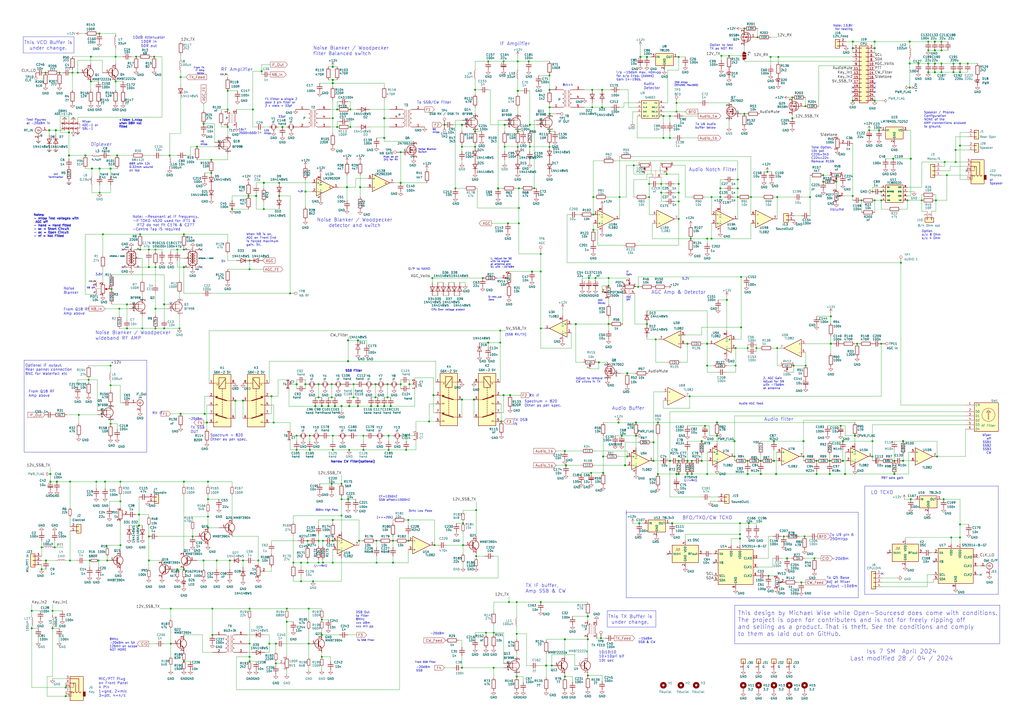
<source format=kicad_sch>
(kicad_sch (version 20231120) (generator "eeschema") (generator_version "8.0")
  (paper "A2")
  (title_block (title "RaTr") (rev "6") (company "(C) Michael Wise  ZL3AX (J87AB, G0GPX)") (comment 1 "Wise Enterprises") (comment 2 "www.hampiradio.com  hampiradio@gmail.com"))
  (lib_symbols
    (symbol "Amplifier_Operational:LM2904" (pin_names (offset 0.127))
      (property "Reference" "U" (at 0 5.08 0))
      (property "Value" "LM2904" (at 0 -5.08 0))
      (symbol "LM2904_1_1"
        (pin output line (at 7.62 0 180) (length 2.54) (name "~") (number "1"))
        (pin input line (at -7.62 -2.54 0) (length 2.54) (name "-") (number "2"))
        (pin input line (at -7.62 2.54 0) (length 2.54) (name "+") (number "3"))
      )
      (symbol "LM2904_2_1"
        (pin input line (at -7.62 2.54 0) (length 2.54) (name "+") (number "5"))
        (pin input line (at -7.62 -2.54 0) (length 2.54) (name "-") (number "6"))
        (pin output line (at 7.62 0 180) (length 2.54) (name "~") (number "7"))
      )
      (symbol "LM2904_3_1"
        (pin power_in line (at -2.54 -7.62 90) (length 3.81) (name "V-") (number "4"))
        (pin power_in line (at -2.54 7.62 270) (length 3.81) (name "V+") (number "8"))
      )
    )
    (symbol "Amplifier_Operational:TL082" (pin_names (offset 0.127))
      (property "Reference" "U" (at 0 5.08 0))
      (property "Value" "TL082" (at 0 -5.08 0))
      (symbol "TL082_1_1"
        (pin output line (at 7.62 0 180) (length 2.54) (name "~") (number "1"))
        (pin input line (at -7.62 -2.54 0) (length 2.54) (name "-") (number "2"))
        (pin input line (at -7.62 2.54 0) (length 2.54) (name "+") (number "3"))
      )
      (symbol "TL082_2_1"
        (pin input line (at -7.62 2.54 0) (length 2.54) (name "+") (number "5"))
        (pin input line (at -7.62 -2.54 0) (length 2.54) (name "-") (number "6"))
        (pin output line (at 7.62 0 180) (length 2.54) (name "~") (number "7"))
      )
      (symbol "TL082_3_1"
        (pin power_in line (at -2.54 -7.62 90) (length 3.81) (name "V-") (number "4"))
        (pin power_in line (at -2.54 7.62 270) (length 3.81) (name "V+") (number "8"))
      )
    )
    (symbol "Comparator:LM2903" (pin_names (offset 0.127))
      (property "Reference" "U" (at 3.81 3.81 0))
      (property "Value" "LM2903" (at 6.35 -3.81 0))
      (symbol "LM2903_1_1"
        (pin open_collector line (at 7.62 0 180) (length 2.54) (name "~") (number "1"))
        (pin input line (at -7.62 -2.54 0) (length 2.54) (name "-") (number "2"))
        (pin input line (at -7.62 2.54 0) (length 2.54) (name "+") (number "3"))
      )
      (symbol "LM2903_2_1"
        (pin input line (at -7.62 2.54 0) (length 2.54) (name "+") (number "5"))
        (pin input line (at -7.62 -2.54 0) (length 2.54) (name "-") (number "6"))
        (pin open_collector line (at 7.62 0 180) (length 2.54) (name "~") (number "7"))
      )
      (symbol "LM2903_3_1"
        (pin power_in line (at -2.54 -7.62 90) (length 3.81) (name "V-") (number "4"))
        (pin power_in line (at -2.54 7.62 270) (length 3.81) (name "V+") (number "8"))
      )
    )
    (symbol "Connector:Conn_Coaxial" (pin_names (offset 1.016) hide)
      (property "Reference" "J" (at 0.254 3.048 0))
      (property "Value" "Conn_Coaxial" (at 2.921 0 90))
      (symbol "Conn_Coaxial_1_1"
        (pin passive line (at -5.08 0 0) (length 2.54) (name "In") (number "1"))
        (pin passive line (at 0 -5.08 90) (length 2.54) (name "Ext") (number "2"))
      )
    )
    (symbol "Connector:TestPoint" (pin_numbers hide) (pin_names (offset 0.762) hide)
      (property "Reference" "TP" (at 0 6.858 0))
      (property "Value" "TestPoint" (at 0 5.08 0))
      (symbol "TestPoint_1_1"
        (pin passive line (at 0 0 90) (length 2.54) (name "1") (number "1"))
      )
    )
    (symbol "Connector_Audio:AudioJack3_SwitchTR"
      (property "Reference" "J" (at 0 8.89 0))
      (property "Value" "AudioJack3_SwitchTR" (at 0 6.35 0))
      (symbol "AudioJack3_SwitchTR_1_1"
        (pin passive line (at 5.08 0 180) (length 2.54) (name "~") (number "R"))
        (pin passive line (at 5.08 -2.54 180) (length 2.54) (name "~") (number "RN"))
        (pin passive line (at 5.08 2.54 180) (length 2.54) (name "~") (number "S"))
        (pin passive line (at 5.08 -5.08 180) (length 2.54) (name "~") (number "T"))
        (pin passive line (at 5.08 -7.62 180) (length 2.54) (name "~") (number "TN"))
      )
    )
    (symbol "Connector_Generic:Conn_01x01" (pin_names (offset 1.016) hide)
      (property "Reference" "J" (at 0 2.54 0))
      (property "Value" "Conn_01x01" (at 0 -2.54 0))
      (symbol "Conn_01x01_1_1"
        (pin passive line (at -5.08 0 0) (length 3.81) (name "Pin_1") (number "1"))
      )
    )
    (symbol "Connector_Generic:Conn_01x02" (pin_names (offset 1.016) hide)
      (property "Reference" "J" (at 0 2.54 0))
      (property "Value" "Conn_01x02" (at 0 -5.08 0))
      (symbol "Conn_01x02_1_1"
        (pin passive line (at -5.08 0 0) (length 3.81) (name "Pin_1") (number "1"))
        (pin passive line (at -5.08 -2.54 0) (length 3.81) (name "Pin_2") (number "2"))
      )
    )
    (symbol "Connector_Generic:Conn_01x03" (pin_names (offset 1.016) hide)
      (property "Reference" "J" (at 0 5.08 0))
      (property "Value" "Conn_01x03" (at 0 -5.08 0))
      (symbol "Conn_01x03_1_1"
        (pin passive line (at -5.08 2.54 0) (length 3.81) (name "Pin_1") (number "1"))
        (pin passive line (at -5.08 0 0) (length 3.81) (name "Pin_2") (number "2"))
        (pin passive line (at -5.08 -2.54 0) (length 3.81) (name "Pin_3") (number "3"))
      )
    )
    (symbol "Connector_Generic:Conn_01x04" (pin_names (offset 1.016) hide)
      (property "Reference" "J" (at 0 5.08 0))
      (property "Value" "Conn_01x04" (at 0 -7.62 0))
      (symbol "Conn_01x04_1_1"
        (pin passive line (at -5.08 2.54 0) (length 3.81) (name "Pin_1") (number "1"))
        (pin passive line (at -5.08 0 0) (length 3.81) (name "Pin_2") (number "2"))
        (pin passive line (at -5.08 -2.54 0) (length 3.81) (name "Pin_3") (number "3"))
        (pin passive line (at -5.08 -5.08 0) (length 3.81) (name "Pin_4") (number "4"))
      )
    )
    (symbol "Connector_Generic:Conn_02x13_Odd_Even" (pin_names (offset 1.016) hide)
      (property "Reference" "J" (at 1.27 17.78 0))
      (property "Value" "Conn_02x13_Odd_Even" (at 1.27 -17.78 0))
      (symbol "Conn_02x13_Odd_Even_1_1"
        (pin passive line (at -5.08 15.24 0) (length 3.81) (name "Pin_1") (number "1"))
        (pin passive line (at 7.62 5.08 180) (length 3.81) (name "Pin_10") (number "10"))
        (pin passive line (at -5.08 2.54 0) (length 3.81) (name "Pin_11") (number "11"))
        (pin passive line (at 7.62 2.54 180) (length 3.81) (name "Pin_12") (number "12"))
        (pin passive line (at -5.08 0 0) (length 3.81) (name "Pin_13") (number "13"))
        (pin passive line (at 7.62 0 180) (length 3.81) (name "Pin_14") (number "14"))
        (pin passive line (at -5.08 -2.54 0) (length 3.81) (name "Pin_15") (number "15"))
        (pin passive line (at 7.62 -2.54 180) (length 3.81) (name "Pin_16") (number "16"))
        (pin passive line (at -5.08 -5.08 0) (length 3.81) (name "Pin_17") (number "17"))
        (pin passive line (at 7.62 -5.08 180) (length 3.81) (name "Pin_18") (number "18"))
        (pin passive line (at -5.08 -7.62 0) (length 3.81) (name "Pin_19") (number "19"))
        (pin passive line (at 7.62 15.24 180) (length 3.81) (name "Pin_2") (number "2"))
        (pin passive line (at 7.62 -7.62 180) (length 3.81) (name "Pin_20") (number "20"))
        (pin passive line (at -5.08 -10.16 0) (length 3.81) (name "Pin_21") (number "21"))
        (pin passive line (at 7.62 -10.16 180) (length 3.81) (name "Pin_22") (number "22"))
        (pin passive line (at -5.08 -12.7 0) (length 3.81) (name "Pin_23") (number "23"))
        (pin passive line (at 7.62 -12.7 180) (length 3.81) (name "Pin_24") (number "24"))
        (pin passive line (at -5.08 -15.24 0) (length 3.81) (name "Pin_25") (number "25"))
        (pin passive line (at 7.62 -15.24 180) (length 3.81) (name "Pin_26") (number "26"))
        (pin passive line (at -5.08 12.7 0) (length 3.81) (name "Pin_3") (number "3"))
        (pin passive line (at 7.62 12.7 180) (length 3.81) (name "Pin_4") (number "4"))
        (pin passive line (at -5.08 10.16 0) (length 3.81) (name "Pin_5") (number "5"))
        (pin passive line (at 7.62 10.16 180) (length 3.81) (name "Pin_6") (number "6"))
        (pin passive line (at -5.08 7.62 0) (length 3.81) (name "Pin_7") (number "7"))
        (pin passive line (at 7.62 7.62 180) (length 3.81) (name "Pin_8") (number "8"))
        (pin passive line (at -5.08 5.08 0) (length 3.81) (name "Pin_9") (number "9"))
      )
    )
    (symbol "Device:C_Polarized_Small" (pin_numbers hide) (pin_names (offset 0.254) hide)
      (property "Reference" "C" (at 0.254 1.778 0))
      (property "Value" "C_Polarized_Small" (at 0.254 -2.032 0))
      (symbol "C_Polarized_Small_1_1"
        (pin passive line (at 0 2.54 270) (length 1.8542) (name "~") (number "1"))
        (pin passive line (at 0 -2.54 90) (length 1.8542) (name "~") (number "2"))
      )
    )
    (symbol "Device:C_Small" (pin_numbers hide) (pin_names (offset 0.254) hide)
      (property "Reference" "C" (at 0.254 1.778 0))
      (property "Value" "C_Small" (at 0.254 -2.032 0))
      (symbol "C_Small_1_1"
        (pin passive line (at 0 2.54 270) (length 2.032) (name "~") (number "1"))
        (pin passive line (at 0 -2.54 90) (length 2.032) (name "~") (number "2"))
      )
    )
    (symbol "Device:L" (pin_numbers hide) (pin_names (offset 1.016) hide)
      (property "Reference" "L" (at -1.27 0 90))
      (property "Value" "L" (at 1.905 0 90))
      (symbol "L_1_1"
        (pin passive line (at 0 3.81 270) (length 1.27) (name "1") (number "1"))
        (pin passive line (at 0 -3.81 90) (length 1.27) (name "2") (number "2"))
      )
    )
    (symbol "Device:LED_Small" (pin_numbers hide) (pin_names (offset 0.254) hide)
      (property "Reference" "D" (at -1.27 3.175 0))
      (property "Value" "LED_Small" (at -4.445 -2.54 0))
      (symbol "LED_Small_1_1"
        (pin passive line (at -2.54 0 0) (length 1.778) (name "K") (number "1"))
        (pin passive line (at 2.54 0 180) (length 1.778) (name "A") (number "2"))
      )
    )
    (symbol "Device:L_Ferrite_Coupled" (pin_names (offset 0.254) hide)
      (property "Reference" "L" (at 0 4.445 0))
      (property "Value" "L_Ferrite_Coupled" (at 0 -4.445 0))
      (symbol "L_Ferrite_Coupled_1_1"
        (pin passive line (at -5.08 2.54 0) (length 2.54) (name "1") (number "1"))
        (pin passive line (at 5.08 2.54 180) (length 2.54) (name "2") (number "2"))
        (pin passive line (at -5.08 -2.54 0) (length 2.54) (name "3") (number "3"))
        (pin passive line (at 5.08 -2.54 180) (length 2.54) (name "4") (number "4"))
      )
    )
    (symbol "Device:L_Small" (pin_numbers hide) (pin_names (offset 0.254) hide)
      (property "Reference" "L" (at 0.762 1.016 0))
      (property "Value" "L_Small" (at 0.762 -1.016 0))
      (symbol "L_Small_1_1"
        (pin passive line (at 0 2.54 270) (length 0.508) (name "~") (number "1"))
        (pin passive line (at 0 -2.54 90) (length 0.508) (name "~") (number "2"))
      )
    )
    (symbol "Device:Opamp_Dual"
      (property "Reference" "U" (at 0 5.08 0))
      (property "Value" "Opamp_Dual" (at 0 -5.08 0))
      (symbol "Opamp_Dual_1_1"
        (pin output line (at 7.62 0 180) (length 2.54) (name "~") (number "1"))
        (pin input line (at -7.62 -2.54 0) (length 2.54) (name "-") (number "2"))
        (pin input line (at -7.62 2.54 0) (length 2.54) (name "+") (number "3"))
      )
      (symbol "Opamp_Dual_2_1"
        (pin input line (at -7.62 2.54 0) (length 2.54) (name "+") (number "5"))
        (pin input line (at -7.62 -2.54 0) (length 2.54) (name "-") (number "6"))
        (pin output line (at 7.62 0 180) (length 2.54) (name "~") (number "7"))
      )
      (symbol "Opamp_Dual_3_1"
        (pin power_in line (at -2.54 -7.62 90) (length 3.81) (name "V-") (number "4"))
        (pin power_in line (at -2.54 7.62 270) (length 3.81) (name "V+") (number "8"))
      )
    )
    (symbol "Device:R" (pin_numbers hide) (pin_names (offset 0))
      (property "Reference" "R" (at 2.032 0 90))
      (property "Value" "R" (at 0 0 90))
      (symbol "R_1_1"
        (pin passive line (at 0 3.81 270) (length 1.27) (name "~") (number "1"))
        (pin passive line (at 0 -3.81 90) (length 1.27) (name "~") (number "2"))
      )
    )
    (symbol "Device:R_Potentiometer_Trim" (pin_names (offset 1.016) hide)
      (property "Reference" "RV" (at -4.445 0 90))
      (property "Value" "R_Potentiometer_Trim" (at -2.54 0 90))
      (symbol "R_Potentiometer_Trim_1_1"
        (pin passive line (at 0 3.81 270) (length 1.27) (name "1") (number "1"))
        (pin passive line (at 3.81 0 180) (length 1.27) (name "2") (number "2"))
        (pin passive line (at 0 -3.81 90) (length 1.27) (name "3") (number "3"))
      )
    )
    (symbol "Device:R_Small" (pin_numbers hide) (pin_names (offset 0.254) hide)
      (property "Reference" "R" (at 0.762 0.508 0))
      (property "Value" "R_Small" (at 0.762 -1.016 0))
      (symbol "R_Small_1_1"
        (pin passive line (at 0 2.54 270) (length 0.762) (name "~") (number "1"))
        (pin passive line (at 0 -2.54 90) (length 0.762) (name "~") (number "2"))
      )
    )
    (symbol "Diode:1N4148W" (pin_numbers hide) (pin_names hide)
      (property "Reference" "D" (at 0 2.54 0))
      (property "Value" "1N4148W" (at 0 -2.54 0))
      (symbol "1N4148W_1_1"
        (pin passive line (at -3.81 0 0) (length 2.54) (name "K") (number "1"))
        (pin passive line (at 3.81 0 180) (length 2.54) (name "A") (number "2"))
      )
    )
    (symbol "HamPi16_Radio-rescue:1N4148-diode1-OmegaCIFPU-rescue" (pin_numbers hide) (pin_names (offset 1.016) hide)
      (property "Reference" "D" (at 0 2.54 0))
      (property "Value" "1N4148-diode1-OmegaCIFPU-rescue" (at 0 -2.54 0))
      (symbol "1N4148-diode1-OmegaCIFPU-rescue_1_1"
        (pin passive line (at -3.81 0 0) (length 2.54) (name "K") (number "1"))
        (pin passive line (at 3.81 0 180) (length 2.54) (name "A") (number "2"))
      )
    )
    (symbol "HamPi16_Radio-rescue:2N7002-RESCUE-OmegaCIFPU-OmegaCIFPU-rescue-OmegaCIFPU-rescue" (pin_names (offset 0))
      (property "Reference" "Q" (at 5.08 1.905 0))
      (property "Value" "2N7002-RESCUE-OmegaCIFPU-OmegaCIFPU-rescue-OmegaCIFPU-rescue" (at 5.08 0 0))
      (symbol "2N7002-RESCUE-OmegaCIFPU-OmegaCIFPU-rescue-OmegaCIFPU-rescue_1_1"
        (pin passive line (at -5.08 -1.27 0) (length 5.08) (name "G") (number "1"))
        (pin passive line (at 2.54 -5.08 90) (length 2.54) (name "S") (number "2"))
        (pin passive line (at 2.54 5.08 270) (length 2.54) (name "D") (number "3"))
      )
    )
    (symbol "HamPi16_Radio-rescue:BF981-OmegaCIFPU-rescue-OmegaCIFPU-rescue" (pin_names (offset 0))
      (property "Reference" "Q" (at 5.08 1.27 0))
      (property "Value" "BF981-OmegaCIFPU-rescue-OmegaCIFPU-rescue" (at 5.08 -1.27 0))
      (symbol "BF981-OmegaCIFPU-rescue-OmegaCIFPU-rescue_1_1"
        (pin passive line (at 2.54 -5.08 90) (length 2.54) (name "S") (number "1"))
        (pin passive line (at 2.54 5.08 270) (length 2.54) (name "D") (number "2"))
        (pin input line (at -5.08 1.27 0) (length 5.334) (name "G2") (number "3"))
        (pin input line (at -5.08 -1.27 0) (length 5.334) (name "G1") (number "4"))
      )
    )
    (symbol "HamPi16_Radio-rescue:DBM-OmegaCIFPU-rescue-OmegaCIFPU-rescue" (pin_names (offset 1.016) hide)
      (property "Reference" "DBM" (at 0 6.35 0))
      (property "Value" "DBM-OmegaCIFPU-rescue-OmegaCIFPU-rescue" (at 0 0 90))
      (symbol "DBM-OmegaCIFPU-rescue-OmegaCIFPU-rescue_1_1"
        (pin passive line (at -2.54 3.81 0) (length 2.0066) (name "P1") (number "1"))
        (pin passive line (at -2.54 1.27 0) (length 2.0066) (name "P2") (number "2"))
        (pin passive line (at -2.54 -1.27 0) (length 2.0066) (name "P3") (number "3"))
        (pin passive line (at -2.54 -3.81 0) (length 2.0066) (name "P4") (number "4"))
        (pin passive line (at 2.54 -3.81 180) (length 2.0066) (name "P5") (number "5"))
        (pin passive line (at 2.54 -1.27 180) (length 2.0066) (name "P6") (number "6"))
        (pin passive line (at 2.54 1.27 180) (length 2.0066) (name "P7") (number "7"))
        (pin passive line (at 2.54 3.81 180) (length 2.0066) (name "P8") (number "8"))
      )
    )
    (symbol "HamPi16_Radio-rescue:L_Core_Ferrite_CT-BB204" (pin_names (offset 0.254) hide)
      (property "Reference" "L" (at 1.27 1.016 0))
      (property "Value" "L_Core_Ferrite_CT-BB204" (at 1.27 -1.27 0))
      (symbol "L_Core_Ferrite_CT-BB204_1_1"
        (pin passive line (at 0 2.54 270) (length 0.508) (name "~") (number "1"))
        (pin input line (at -1.27 0 0) (length 1.1938) (name "~") (number "2"))
        (pin passive line (at 0 -2.54 90) (length 0.508) (name "~") (number "3"))
      )
    )
    (symbol "HamPi16_Radio-rescue:NE612-Omega_VFO-cache" (pin_names (offset 0.762))
      (property "Reference" "U" (at -2.54 8.255 0))
      (property "Value" "NE612-Omega_VFO-cache" (at 1.27 6.35 0))
      (symbol "NE612-Omega_VFO-cache_1_1"
        (pin passive line (at -7.62 3.81 0) (length 2.54) (name "IN_A") (number "1"))
        (pin passive line (at -7.62 1.27 0) (length 2.54) (name "IN_B") (number "2"))
        (pin power_in line (at -7.62 -1.27 0) (length 2.54) (name "GND") (number "3"))
        (pin passive line (at -7.62 -3.81 0) (length 2.54) (name "OUT_A") (number "4"))
        (pin passive line (at 7.62 -3.81 180) (length 2.54) (name "OUT_B") (number "5"))
        (pin passive line (at 7.62 -1.27 180) (length 2.54) (name "OSC_B") (number "6"))
        (pin passive line (at 7.62 1.27 180) (length 2.54) (name "OSC_E") (number "7"))
        (pin passive line (at 7.62 3.81 180) (length 2.54) (name "Vcc") (number "8"))
      )
    )
    (symbol "HamPi16_Radio-rescue:POT-RESCUE-OmegaCIFPU-OmegaCIFPU-rescue-OmegaCIFPU-rescue" (pin_names (offset 1.016))
      (property "Reference" "RV" (at -4.445 0 90))
      (property "Value" "POT-RESCUE-OmegaCIFPU-OmegaCIFPU-rescue-OmegaCIFPU-rescue" (at -2.54 0 90))
      (symbol "POT-RESCUE-OmegaCIFPU-OmegaCIFPU-rescue-OmegaCIFPU-rescue_0_1"
        (pin passive line (at 0 -3.81 90) (length 1.27) (name "b") (number "1"))
        (pin passive line (at 3.81 0 180) (length 1.27) (name "wip") (number "2"))
        (pin passive line (at 0 3.81 270) (length 1.27) (name "t") (number "3"))
      )
    )
    (symbol "HamPi:Crystal_Small_1" (pin_numbers hide) (pin_names (offset 1.016) hide)
      (property "Reference" "Y1" (at -0.254 4.826 0))
      (property "Value" "Crystal_Small_1" (at -0.127 2.794 0))
      (symbol "Crystal_Small_1_1_1"
        (pin passive line (at -2.54 0 0) (length 1.27) (name "1") (number "1"))
        (pin passive line (at 2.54 0 180) (length 1.27) (name "2") (number "2"))
        (pin passive line (at 0 -2.54 90) (length 1) (name "2") (number "3"))
      )
    )
    (symbol "HamPi:HP_Ferite_tr_5_pin" (pin_names (offset 1.016) hide)
      (property "Reference" "T6" (at -0.635 7.62 0))
      (property "Value" "HP_Ferite_tr_5_pin" (at -4.445 1.905 0))
      (symbol "HP_Ferite_tr_5_pin_1_1"
        (pin passive line (at -10.16 5.08 0) (length 7.62) (name "AA") (number "1"))
        (pin passive line (at -10.16 -5.08 0) (length 7.62) (name "AB") (number "2"))
        (pin passive line (at 10.16 -5.08 180) (length 7.62) (name "SA") (number "3"))
        (pin passive line (at 10.16 0 180) (length 7.62) (name "SC") (number "4"))
        (pin passive line (at 10.16 5.08 180) (length 7.62) (name "SB") (number "5"))
      )
    )
    (symbol "HamPi:HP_R_Pot_Dual_SW" (pin_names (offset 1.016) hide)
      (property "Reference" "RV6" (at -8.89 -1.27 0))
      (property "Value" "HP_R_Pot_Dual_SW" (at -8.89 0.635 0))
      (symbol "HP_R_Pot_Dual_SW_1_1"
        (pin passive line (at -10.16 -2.54 0) (length 1.27) (name "1") (number "1"))
        (pin passive line (at -6.35 2.54 270) (length 2.54) (name "2") (number "2"))
        (pin passive line (at -2.54 -2.54 180) (length 1.27) (name "3") (number "3"))
        (pin passive line (at 2.54 -2.54 0) (length 1.27) (name "4") (number "4"))
        (pin passive line (at 6.35 2.54 270) (length 2.54) (name "5") (number "5"))
        (pin passive line (at 10.16 -2.54 180) (length 1.27) (name "6") (number "6"))
        (pin bidirectional line (at -3.175 4.445 0) (length 2.54) (name "") (number "7"))
        (pin bidirectional line (at 3.175 4.445 180) (length 2.54) (name "") (number "8"))
      )
    )
    (symbol "HamPi:HP_R_Pot_Single_SW" (pin_names (offset 1.016) hide)
      (property "Reference" "RV4" (at 0.635 0 0))
      (property "Value" "HP_R_Pot_Single_SW" (at 0.635 -1.905 0))
      (symbol "HP_R_Pot_Single_SW_1_1"
        (pin passive line (at -10.16 -2.54 0) (length 1.27) (name "1") (number "1"))
        (pin passive line (at -6.35 2.54 270) (length 2.54) (name "2") (number "2"))
        (pin passive line (at -2.54 -2.54 180) (length 1.27) (name "3") (number "3"))
        (pin bidirectional line (at -9.525 -6.35 0) (length 2.54) (name "") (number "4"))
        (pin bidirectional line (at -2.54 -6.35 180) (length 2.54) (name "") (number "5"))
      )
    )
    (symbol "HamPi:HP_SW_Coded_5_Pole"
      (property "Reference" "SW1" (at 2.159 8.7631 0))
      (property "Value" "HP_SW_Coded_5_Pole" (at -3.556 -5.588 0))
      (symbol "HP_SW_Coded_5_Pole_1_1"
        (pin passive line (at 12.7 6.35 180) (length 5.08) (name "CM") (number "1"))
        (pin passive line (at 12.7 2.54 180) (length 5.08) (name "D0") (number "2"))
        (pin passive line (at 12.7 0 180) (length 5.08) (name "D1") (number "3"))
        (pin passive line (at 12.7 -2.54 180) (length 5.08) (name "D2") (number "4"))
        (pin passive line (at 12.7 -5.08 180) (length 5.08) (name "D3") (number "5"))
        (pin passive line (at 12.7 -7.62 180) (length 5.08) (name "D4") (number "6"))
      )
    )
    (symbol "HamPi:HP_TOKO_10mm" (pin_numbers hide) (pin_names (offset 0))
      (property "Reference" "IFt1" (at -2.54 6.35 0))
      (property "Value" "HP_TOKO_10mm" (at -8.255 1.27 0))
      (symbol "HP_TOKO_10mm_1_1"
        (pin passive line (at -5.08 5.08 0) (length 2.54) (name "1") (number "1"))
        (pin passive line (at -5.08 -5.08 0) (length 2.54) (name "2") (number "2"))
        (pin passive line (at 5.08 -5.08 180) (length 2.54) (name "3") (number "3"))
        (pin passive line (at 5.08 0 180) (length 3.9878) (name "4") (number "4"))
        (pin passive line (at 5.08 5.08 180) (length 2.54) (name "5") (number "5"))
        (pin input line (at 0 6.35 270) (length 2.2098) (name "6") (number "6"))
        (pin input line (at 0 -6.35 90) (length 2.2098) (name "7") (number "7"))
      )
    )
    (symbol "HamPi:TC8002D_AMP" (pin_names (offset 0.762))
      (property "Reference" "U11" (at 0 8.89 0))
      (property "Value" "TC8002D_AMP" (at 0 6.35 0))
      (symbol "TC8002D_AMP_1_1"
        (pin passive line (at -7.62 3.81 0) (length 2.54) (name "SD") (number "1"))
        (pin passive line (at -7.62 1.27 0) (length 2.54) (name "BYPASS") (number "2"))
        (pin input line (at -7.62 -1.27 0) (length 2.54) (name "INP") (number "3"))
        (pin input line (at -7.62 -3.81 0) (length 2.54) (name "INN") (number "4"))
        (pin passive line (at 7.62 -3.81 180) (length 2.54) (name "VOi") (number "5"))
        (pin power_in line (at 7.62 -1.27 180) (length 2.54) (name "VDD") (number "6"))
        (pin power_in line (at 7.62 1.27 180) (length 2.54) (name "GND") (number "7"))
        (pin output line (at 7.62 3.81 180) (length 2.54) (name "VO2") (number "8"))
      )
    )
    (symbol "HamPi_Symbol_Library:Jump_3" (pin_names (offset 0) hide)
      (property "Reference" "JP?" (at -1.905 -3.175 90))
      (property "Value" "Jump_3" (at 2.54 -4.445 90))
      (symbol "Jump_3_1_1"
        (pin passive line (at -2.54 0 0) (length 0.6) (name "A") (number "1"))
        (pin input line (at 0 -1.27 90) (length 0.6) (name "C") (number "2"))
        (pin passive line (at 2.54 0 180) (length 0.6) (name "B") (number "3"))
      )
    )
    (symbol "Hampi:HP_Ferite_tr_5_pin" (pin_names (offset 1.016) hide)
      (property "Reference" "T6" (at -0.635 7.62 0))
      (property "Value" "HP_Ferite_tr_5_pin" (at -4.445 1.905 0))
      (symbol "HP_Ferite_tr_5_pin_1_1"
        (pin passive line (at -10.16 5.08 0) (length 7.62) (name "AA") (number "1"))
        (pin passive line (at -10.16 -5.08 0) (length 7.62) (name "AB") (number "2"))
        (pin passive line (at 10.16 -5.08 180) (length 7.62) (name "SA") (number "3"))
        (pin passive line (at 10.16 0 180) (length 7.62) (name "SC") (number "4"))
        (pin passive line (at 10.16 5.08 180) (length 7.62) (name "SB") (number "5"))
      )
    )
    (symbol "Mechanical:MountingHole" (pin_names (offset 1.016))
      (property "Reference" "H" (at 0 5.08 0))
      (property "Value" "MountingHole" (at 0 3.175 0))
    )
    (symbol "Mechanical:MountingHole_Pad" (pin_numbers hide) (pin_names (offset 1.016) hide)
      (property "Reference" "H" (at 0 6.35 0))
      (property "Value" "MountingHole_Pad" (at 0 4.445 0))
      (symbol "MountingHole_Pad_1_1"
        (pin input line (at 0 -2.54 90) (length 2.54) (name "1") (number "1"))
      )
    )
    (symbol "Oscillator:ABLNO"
      (property "Reference" "X" (at -8.89 6.35 0))
      (property "Value" "ABLNO" (at 3.81 6.35 0))
      (symbol "ABLNO_1_1"
        (pin input line (at -10.16 0 0) (length 2.54) (name "Vctrl") (number "1"))
        (pin power_in line (at 0 -7.62 90) (length 2.54) (name "GND") (number "2"))
        (pin output line (at 10.16 0 180) (length 2.54) (name "RFout") (number "3"))
        (pin power_in line (at 0 7.62 270) (length 2.54) (name "VDD") (number "4"))
      )
    )
    (symbol "Oscillator:Si5351A-B-GT"
      (property "Reference" "U" (at -8.89 11.43 0))
      (property "Value" "Si5351A-B-GT" (at -12.7 -12.7 0))
      (symbol "Si5351A-B-GT_1_1"
        (pin power_in line (at -2.54 12.7 270) (length 2.54) (name "VDD") (number "1"))
        (pin output line (at 12.7 5.08 180) (length 2.54) (name "CLK0") (number "10"))
        (pin input line (at -12.7 7.62 0) (length 2.54) (name "XA") (number "2"))
        (pin input line (at -12.7 2.54 0) (length 2.54) (name "XB") (number "3"))
        (pin input line (at -12.7 -5.08 0) (length 2.54) (name "SCL") (number "4"))
        (pin bidirectional line (at -12.7 -7.62 0) (length 2.54) (name "SDA") (number "5"))
        (pin output line (at 12.7 -5.08 180) (length 2.54) (name "CLK2") (number "6"))
        (pin power_in line (at 2.54 12.7 270) (length 2.54) (name "VDDO") (number "7"))
        (pin power_in line (at 0 -12.7 90) (length 2.54) (name "GND") (number "8"))
        (pin output line (at 12.7 0 180) (length 2.54) (name "CLK1") (number "9"))
      )
    )
    (symbol "Regulator_Linear:L78L05_SOT89" (pin_names (offset 0.254))
      (property "Reference" "U" (at -3.81 3.175 0))
      (property "Value" "L78L05_SOT89" (at -0.635 3.175 0))
      (symbol "L78L05_SOT89_1_1"
        (pin power_out line (at 7.62 0 180) (length 2.54) (name "OUT") (number "1"))
        (pin power_in line (at 0 -7.62 90) (length 2.54) (name "GND") (number "2"))
        (pin power_in line (at -7.62 0 0) (length 2.54) (name "IN") (number "3"))
      )
    )
    (symbol "Regulator_Linear:LM78M05_TO252" (pin_names (offset 0.254))
      (property "Reference" "U" (at -3.81 3.175 0))
      (property "Value" "LM78M05_TO252" (at 0 3.175 0))
      (symbol "LM78M05_TO252_1_1"
        (pin power_in line (at -7.62 0 0) (length 2.54) (name "VI") (number "1"))
        (pin power_in line (at 0 -7.62 90) (length 2.54) (name "GND") (number "2"))
        (pin power_out line (at 7.62 0 180) (length 2.54) (name "VO") (number "3"))
      )
    )
    (symbol "Relay:G6K-2"
      (property "Reference" "K" (at 16.51 3.81 0))
      (property "Value" "G6K-2" (at 16.51 1.27 0))
      (symbol "G6K-2_0_0"
        (text "+" (at -9.271 2.921 0) (effects (font (size 1.27 1.27))))
      )
      (symbol "G6K-2_1_1"
        (pin passive line (at -10.16 7.62 270) (length 2.54) (name "~") (number "1"))
        (pin passive line (at -2.54 7.62 270) (length 2.54) (name "~") (number "2"))
        (pin passive line (at 0 -7.62 90) (length 2.54) (name "~") (number "3"))
        (pin passive line (at 2.54 7.62 270) (length 2.54) (name "~") (number "4"))
        (pin passive line (at 12.7 7.62 270) (length 2.54) (name "~") (number "5"))
        (pin passive line (at 10.16 -7.62 90) (length 2.54) (name "~") (number "6"))
        (pin passive line (at 7.62 7.62 270) (length 2.54) (name "~") (number "7"))
        (pin passive line (at -10.16 -7.62 90) (length 2.54) (name "~") (number "8"))
      )
    )
    (symbol "Transistor_BJT:MMBT3904" (pin_names (offset 0) hide)
      (property "Reference" "Q" (at 5.08 1.905 0))
      (property "Value" "MMBT3904" (at 5.08 0 0))
      (symbol "MMBT3904_1_1"
        (pin input line (at -5.08 0 0) (length 5.715) (name "B") (number "1"))
        (pin passive line (at 2.54 -5.08 90) (length 2.54) (name "E") (number "2"))
        (pin passive line (at 2.54 5.08 270) (length 2.54) (name "C") (number "3"))
      )
    )
    (symbol "device:R" (pin_numbers hide) (pin_names (offset 0))
      (property "Reference" "R" (at 2.032 0 90))
      (property "Value" "R" (at 0 0 90))
      (symbol "R_1_1"
        (pin passive line (at 0 3.81 270) (length 1.27) (name "~") (number "1"))
        (pin passive line (at 0 -3.81 90) (length 1.27) (name "~") (number "2"))
      )
    )
    (symbol "power:+12V" (power) (pin_names (offset 0))
      (property "Value" "+12V" (at 0 3.556 0))
      (symbol "+12V_1_1"
        (pin power_in line (at 0 0 90) (length 0) hide (name "+12V") (number "1"))
      )
    )
    (symbol "power:GND" (power) (pin_names (offset 0))
      (property "Value" "GND" (at 0 -3.81 0))
      (symbol "GND_1_1"
        (pin power_in line (at 0 0 270) (length 0) hide (name "GND") (number "1"))
      )
    )
    (symbol "power:PWR_FLAG" (power) (pin_numbers hide) (pin_names (offset 0) hide)
      (property "Value" "PWR_FLAG" (at 0 3.81 0))
      (symbol "PWR_FLAG_0_0"
        (pin power_out line (at 0 0 90) (length 0) (name "pwr") (number "1"))
      )
    )
    (symbol "transistors:BSS84" (pin_names (offset 0) hide)
      (property "Reference" "Q" (at 5.08 1.905 0))
      (property "Value" "BSS84" (at 5.08 0 0))
      (symbol "BSS84_1_1"
        (pin input line (at -5.08 0 0) (length 5.08) (name "G") (number "1"))
        (pin passive line (at 2.54 -5.08 90) (length 2.54) (name "S") (number "2"))
        (pin passive line (at 2.54 5.08 270) (length 2.54) (name "D") (number "3"))
      )
    )
  )
  (junction (at 341.63 161.29))
  (junction (at 327.66 370.84) (diameter 1.016))
  (junction (at 526.415 116.205))
  (junction (at 381.635 274.955))
  (junction (at 426.72 212.09))
  (junction (at 379.095 267.335) (diameter 1.016))
  (junction (at 347.345 210.185) (diameter 1.016))
  (junction (at 193.04 48.26) (diameter 1.016))
  (junction (at 549.275 101.6))
  (junction (at 207.645 235.585) (diameter 1.016))
  (junction (at 418.465 32.385))
  (junction (at 485.14 105.41))
  (junction (at 415.925 245.11) (diameter 1.016))
  (junction (at 274.955 231.775) (diameter 1.016))
  (junction (at 182.88 235.585) (diameter 1.016))
  (junction (at 193.04 252.73))
  (junction (at 218.44 326.39))
  (junction (at 120.65 306.07))
  (junction (at 368.935 252.73) (diameter 1.016))
  (junction (at 186.69 235.585) (diameter 1.016))
  (junction (at 132.08 73.66))
  (junction (at 163.83 73.66) (diameter 1.016))
  (junction (at 288.925 109.22) (diameter 1.016))
  (junction (at 184.785 230.505))
  (junction (at 90.17 179.07))
  (junction (at 523.875 255.905) (diameter 1.016))
  (junction (at 518.795 267.335) (diameter 1.016))
  (junction (at 509.905 75.565))
  (junction (at 283.21 198.755) (diameter 1.016))
  (junction (at 146.685 63.5))
  (junction (at 226.695 235.585) (diameter 1.016))
  (junction (at 494.665 24.13) (diameter 1.016))
  (junction (at 267.97 72.39) (diameter 1.016))
  (junction (at 160.02 384.81))
  (junction (at 528.32 289.56))
  (junction (at 86.36 311.15))
  (junction (at 69.85 279.4))
  (junction (at 553.085 36.83))
  (junction (at 466.09 255.905) (diameter 1.016))
  (junction (at 438.785 201.93))
  (junction (at 507.365 116.205))
  (junction (at 300.99 120.65))
  (junction (at 300.99 109.22))
  (junction (at 309.88 109.22))
  (junction (at 280.035 161.29))
  (junction (at 340.995 391.795))
  (junction (at 104.14 190.5))
  (junction (at 202.565 260.985))
  (junction (at 412.75 114.3))
  (junction (at 69.215 179.07))
  (junction (at 248.92 244.475))
  (junction (at 24.13 330.2))
  (junction (at 268.605 303.53))
  (junction (at 276.225 295.91))
  (junction (at 429.26 312.42) (diameter 1.016))
  (junction (at 441.325 267.335) (diameter 1.016))
  (junction (at 368.935 245.11) (diameter 1.016))
  (junction (at 198.12 289.56))
  (junction (at 294.64 129.54))
  (junction (at 481.33 267.335) (diameter 1.016))
  (junction (at 40.64 279.4))
  (junction (at 546.1 41.91))
  (junction (at 193.04 301.625))
  (junction (at 144.78 151.13))
  (junction (at 556.895 36.83))
  (junction (at 166.37 353.06))
  (junction (at 174.625 326.39))
  (junction (at 193.04 38.735) (diameter 1.016))
  (junction (at 546.1 36.83))
  (junction (at 431.8 66.04) (diameter 1.016))
  (junction (at 375.285 187.96))
  (junction (at 494.665 27.94) (diameter 1.016))
  (junction (at 236.855 301.625))
  (junction (at 292.735 85.09))
  (junction (at 392.43 64.77))
  (junction (at 318.77 66.04))
  (junction (at 218.44 313.69))
  (junction (at 511.175 199.39))
  (junction (at 28.575 75.565) (diameter 1.016))
  (junction (at 24.13 317.5))
  (junction (at 433.705 267.335) (diameter 1.016))
  (junction (at 264.16 109.22))
  (junction (at 393.7 116.84))
  (junction (at 104.775 240.03) (diameter 1.016))
  (junction (at 222.885 235.585) (diameter 1.016))
  (junction (at 383.54 106.68))
  (junction (at 316.865 386.08) (diameter 1.016))
  (junction (at 148.59 113.665) (diameter 1.016))
  (junction (at 538.48 29.21))
  (junction (at 429.895 160.655))
  (junction (at 205.105 230.505))
  (junction (at 349.25 62.23))
  (junction (at 546.1 24.13))
  (junction (at 481.965 199.39) (diameter 1.016))
  (junction (at 217.805 230.505))
  (junction (at 429.26 309.88))
  (junction (at 195.58 73.66))
  (junction (at 400.685 138.43))
  (junction (at 349.885 274.32) (diameter 1.016))
  (junction (at 177.165 111.125) (diameter 1.016))
  (junction (at 408.94 247.015))
  (junction (at 235.585 252.73))
  (junction (at 201.295 108.585) (diameter 1.016))
  (junction (at 554.355 86.995))
  (junction (at 102.87 330.2))
  (junction (at 295.275 349.25))
  (junction (at 33.02 279.4) (diameter 1.016))
  (junction (at 267.97 387.35))
  (junction (at 57.785 111.76))
  (junction (at 429.26 303.53))
  (junction (at 456.565 323.85))
  (junction (at 78.994 32.893))
  (junction (at 193.04 68.58))
  (junction (at 236.855 313.69))
  (junction (at 542.29 41.91) (diameter 1.016))
  (junction (at 292.1 229.235) (diameter 1.016))
  (junction (at 123.19 353.06))
  (junction (at 393.7 127))
  (junction (at 340.995 357.505) (diameter 1.016))
  (junction (at 393.7 106.68))
  (junction (at 300.99 129.54))
  (junction (at 157.48 229.87) (diameter 1.016))
  (junction (at 345.44 161.29))
  (junction (at 64.135 223.52))
  (junction (at 459.613 68.58))
  (junction (at 344.17 114.3))
  (junction (at 73.66 190.5))
  (junction (at 158.75 245.11))
  (junction (at 202.565 235.585) (diameter 1.016))
  (junction (at 422.91 32.385))
  (junction (at 172.085 222.885) (diameter 1.016))
  (junction (at 499.745 116.205))
  (junction (at 358.775 245.11) (diameter 1.016))
  (junction (at 556.895 41.91))
  (junction (at 477.52 101.6))
  (junction (at 59.69 135.89))
  (junction (at 268.605 316.23))
  (junction (at 81.28 144.78))
  (junction (at 181.61 337.185))
  (junction (at 190.5 235.585) (diameter 1.016))
  (junction (at 450.85 201.93))
  (junction (at 64.135 212.09))
  (junction (at 487.68 247.015))
  (junction (at 81.28 135.89))
  (junction (at 472.44 323.85))
  (junction (at 89.408 32.893))
  (junction (at 433.705 274.955) (diameter 1.016))
  (junction (at 251.46 229.235) (diameter 1.016))
  (junction (at 367.665 95.885))
  (junction (at 62.23 325.12))
  (junction (at 80.645 298.45))
  (junction (at 29.21 274.955) (diameter 1.016))
  (junction (at 507.365 27.94) (diameter 1.016))
  (junction (at 383.54 111.76))
  (junction (at 445.135 99.695))
  (junction (at 547.37 289.56))
  (junction (at 80.645 304.8))
  (junction (at 464.82 337.82))
  (junction (at 543.56 264.795))
  (junction (at 172.085 260.985))
  (junction (at 384.81 80.01))
  (junction (at 334.01 187.96) (diameter 1.016))
  (junction (at 534.67 116.205))
  (junction (at 448.945 267.335) (diameter 1.016))
  (junction (at 99.06 353.06))
  (junction (at 313.69 349.25))
  (junction (at 439.42 21.59))
  (junction (at 328.295 269.875) (diameter 1.016))
  (junction (at 168.275 170.18))
  (junction (at 407.035 267.335) (diameter 1.016))
  (junction (at 225.425 252.73) (diameter 1.016))
  (junction (at 192.405 280.67))
  (junction (at 290.83 244.475) (diameter 1.016))
  (junction (at 554.355 93.98))
  (junction (at 281.94 367.03))
  (junction (at 106.68 154.94) (diameter 1.016))
  (junction (at 106.68 330.2))
  (junction (at 412.75 138.43))
  (junction (at 30.48 364.49))
  (junction (at 114.3 85.09))
  (junction (at 561.34 36.83))
  (junction (at 426.085 255.905) (diameter 1.016))
  (junction (at 144.78 353.06))
  (junction (at 292.1 35.56))
  (junction (at 376.555 106.68))
  (junction (at 467.36 212.09))
  (junction (at 542.29 29.21) (diameter 1.016))
  (junction (at 67.056 47.244))
  (junction (at 73.66 176.53))
  (junction (at 178.435 313.69))
  (junction (at 410.21 212.09))
  (junction (at 40.64 325.12))
  (junction (at 370.205 166.37))
  (junction (at 29.21 279.4) (diameter 1.016))
  (junction (at 398.78 267.335) (diameter 1.016))
  (junction (at 445.77 334.01))
  (junction (at 299.72 349.25))
  (junction (at 192.405 230.505))
  (junction (at 104.775 44.704))
  (junction (at 26.67 325.12))
  (junction (at 427.99 104.14))
  (junction (at 313.69 147.32))
  (junction (at 327.66 261.62))
  (junction (at 208.915 108.585) (diameter 1.016))
  (junction (at 343.535 62.23))
  (junction (at 318.77 62.23))
  (junction (at 187.325 313.69))
  (junction (at 203.2 73.66))
  (junction (at 477.52 105.41))
  (junction (at 193.04 313.69))
  (junction (at 398.78 199.39) (diameter 1.016))
  (junction (at 257.81 72.39))
  (junction (at 497.205 199.39))
  (junction (at 527.685 24.13) (diameter 1.016))
  (junction (at 144.78 381))
  (junction (at 376.555 114.3))
  (junction (at 417.83 109.22))
  (junction (at 45.72 240.665))
  (junction (at 95.25 176.53) (diameter 1.016))
  (junction (at 179.07 373.38))
  (junction (at 295.91 229.235) (diameter 1.016))
  (junction (at 111.76 311.15))
  (junction (at 275.59 85.09))
  (junction (at 286.385 387.35))
  (junction (at 106.68 279.4))
  (junction (at 232.41 106.045) (diameter 1.016))
  (junction (at 227.965 326.39))
  (junction (at 343.535 52.07))
  (junction (at 494.665 58.42) (diameter 1.016))
  (junction (at 125.73 325.12))
  (junction (at 393.7 267.335) (diameter 1.016))
  (junction (at 179.07 353.06))
  (junction (at 318.77 52.07))
  (junction (at 179.705 252.73))
  (junction (at 507.365 24.13) (diameter 1.016))
  (junction (at 106.68 383.54))
  (junction (at 144.78 383.54))
  (junction (at 166.37 360.68))
  (junction (at 106.68 135.89))
  (junction (at 86.36 144.78))
  (junction (at 451.485 33.02))
  (junction (at 144.78 156.21))
  (junction (at 187.325 326.39))
  (junction (at 26.416 42.164))
  (junction (at 140.97 325.12))
  (junction (at 18.415 364.49))
  (junction (at 224.79 222.885) (diameter 1.016))
  (junction (at 429.895 189.865))
  (junction (at 359.41 114.3))
  (junction (at 134.62 121.285))
  (junction (at 57.15 325.12))
  (junction (at 460.375 212.09))
  (junction (at 207.645 197.485) (diameter 1.016))
  (junction (at 237.49 222.885) (diameter 1.016))
  (junction (at 290.195 198.755))
  (junction (at 40.005 90.17) (diameter 1.016))
  (junction (at 232.41 222.885) (diameter 1.016))
  (junction (at 198.12 280.67))
  (junction (at 441.325 274.955) (diameter 1.016))
  (junction (at 551.815 311.785))
  (junction (at 140.97 232.41) (diameter 1.016))
  (junction (at 407.035 255.905) (diameter 1.016))
  (junction (at 57.658 19.431))
  (junction (at 506.095 111.125))
  (junction (at 362.585 269.875) (diameter 1.016))
  (junction (at 120.015 245.11) (diameter 1.016))
  (junction (at 427.99 114.3))
  (junction (at 193.04 260.985))
  (junction (at 275.59 52.07))
  (junction (at 307.34 85.09))
  (junction (at 427.99 109.22))
  (junction (at 174.625 337.185))
  (junction (at 344.17 124.46))
  (junction (at 527.685 50.8) (diameter 1.016))
  (junction (at 38.1 403.86))
  (junction (at 473.71 274.955) (diameter 1.016))
  (junction (at 348.615 370.205))
  (junction (at 494.665 113.665))
  (junction (at 57.785 97.79) (diameter 1.016))
  (junction (at 161.925 106.045))
  (junction (at 556.895 84.455))
  (junction (at 421.64 173.99))
  (junction (at 201.93 289.56))
  (junction (at 86.36 154.94) (diameter 1.016))
  (junction (at 538.48 36.83) (diameter 1.016))
  (junction (at 434.34 303.53))
  (junction (at 371.475 33.02) (diameter 1.016))
  (junction (at 86.36 325.12))
  (junction (at 528.32 92.075) (diameter 1.016))
  (junction (at 42.037 42.164))
  (junction (at 99.06 373.38))
  (junction (at 546.1 29.21))
  (junction (at 90.17 144.78))
  (junction (at 149.86 325.12))
  (junction (at 388.62 267.335) (diameter 1.016))
  (junction (at 380.365 196.85))
  (junction (at 495.935 252.73) (diameter 1.016))
  (junction (at 160.02 373.38))
  (junction (at 353.06 165.735))
  (junction (at 548.005 93.98))
  (junction (at 542.29 36.83) (diameter 1.016))
  (junction (at 400.05 229.87))
  (junction (at 518.795 274.955) (diameter 1.016))
  (junction (at 184.785 222.885) (diameter 1.016))
  (junction (at 417.83 114.3))
  (junction (at 235.585 260.985))
  (junction (at 306.705 35.56))
  (junction (at 490.22 274.955) (diameter 1.016))
  (junction (at 363.855 264.795))
  (junction (at 40.005 76.835) (diameter 1.016))
  (junction (at 184.785 313.69))
  (junction (at 466.09 264.795))
  (junction (at 52.705 32.893))
  (junction (at 522.605 152.4))
  (junction (at 225.425 260.985))
  (junction (at 320.04 386.08))
  (junction (at 518.16 92.075))
  (junction (at 203.2 63.5))
  (junction (at 327.66 392.43))
  (junction (at 82.55 190.5))
  (junction (at 64.135 245.745))
  (junction (at 186.69 359.41))
  (junction (at 51.435 220.345))
  (junction (at 553.085 41.91))
  (junction (at 481.33 274.955) (diameter 1.016))
  (junction (at 504.19 75.565))
  (junction (at 192.405 222.885) (diameter 1.016))
  (junction (at 300.355 76.2) (diameter 1.016))
  (junction (at 198.12 299.085))
  (junction (at 232.41 88.265))
  (junction (at 153.035 121.285))
  (junction (at 208.28 313.69))
  (junction (at 133.35 325.12))
  (junction (at 375.285 33.02) (diameter 1.016))
  (junction (at 532.765 36.83) (diameter 1.016))
  (junction (at 313.69 190.5))
  (junction (at 267.97 231.775) (diameter 1.016))
  (junction (at 450.85 114.3))
  (junction (at 122.555 100.33))
  (junction (at 201.93 197.485) (diameter 1.016))
  (junction (at 227.965 313.69))
  (junction (at 349.25 52.07))
  (junction (at 488.95 255.905) (diameter 1.016))
  (junction (at 267.97 85.09))
  (junction (at 118.745 240.03) (diameter 1.016))
  (junction (at 300.355 85.09))
  (junction (at 144.78 373.38))
  (junction (at 90.17 154.94))
  (junction (at 466.725 311.15))
  (junction (at 401.32 274.955))
  (junction (at 95.25 190.5))
  (junction (at 426.72 201.93))
  (junction (at 52.705 47.244))
  (junction (at 538.48 41.91) (diameter 1.016))
  (junction (at 523.875 267.335) (diameter 1.016))
  (junction (at 299.72 392.43) (diameter 1.016))
  (junction (at 410.21 199.39) (diameter 1.016))
  (junction (at 205.105 222.885) (diameter 1.016))
  (junction (at 511.175 116.205))
  (junction (at 136.525 232.41) (diameter 1.016))
  (junction (at 447.04 33.02))
  (junction (at 215.265 235.585) (diameter 1.016))
  (junction (at 52.07 325.12))
  (junction (at 67.945 90.17) (diameter 1.016))
  (junction (at 392.43 59.69))
  (junction (at 60.96 279.4))
  (junction (at 507.365 58.42) (diameter 1.016))
  (junction (at 511.175 111.125))
  (junction (at 435.61 114.3))
  (junction (at 381.635 245.11) (diameter 1.016))
  (junction (at 186.69 381))
  (junction (at 292.735 72.39) (diameter 1.016))
  (junction (at 467.233 61.595))
  (junction (at 222.885 68.58) (diameter 1.016))
  (junction (at 219.075 235.585) (diameter 1.016))
  (junction (at 32.385 75.565) (diameter 1.016))
  (junction (at 410.21 274.955))
  (junction (at 222.885 80.01) (diameter 1.016))
  (junction (at 393.7 274.955) (diameter 1.016))
  (junction (at 415.925 252.73) (diameter 1.016))
  (junction (at 318.77 85.09))
  (junction (at 201.93 209.55) (diameter 1.016))
  (junction (at 45.085 42.164))
  (junction (at 275.59 76.2))
  (junction (at 286.385 367.03))
  (junction (at 401.32 267.335))
  (junction (at 318.77 43.815))
  (junction (at 102.87 144.78))
  (junction (at 69.85 290.83))
  (junction (at 156.21 373.38))
  (junction (at 64.135 97.79) (diameter 1.016))
  (junction (at 179.705 260.985))
  (junction (at 195.58 63.5))
  (junction (at 473.71 267.335) (diameter 1.016))
  (junction (at 34.544 42.164))
  (junction (at 433.705 201.93))
  (junction (at 120.65 289.56))
  (junction (at 118.11 71.755) (diameter 1.016))
  (junction (at 123.19 368.3))
  (junction (at 384.81 67.31) (diameter 1.016))
  (junction (at 318.77 76.2) (diameter 1.016))
  (junction (at 122.555 92.71))
  (junction (at 90.17 190.5))
  (junction (at 178.435 326.39))
  (junction (at 193.04 46.355) (diameter 1.016))
  (junction (at 370.84 303.53) (diameter 1.016))
  (junction (at 360.68 252.73))
  (junction (at 49.53 90.17) (diameter 1.016))
  (junction (at 542.29 24.13) (diameter 1.016))
  (junction (at 469.9 114.3))
  (junction (at 388.62 67.31))
  (junction (at 344.17 133.35))
  (junction (at 30.48 354.33))
  (junction (at 393.7 111.76))
  (junction (at 224.79 230.505))
  (junction (at 392.43 274.955) (diameter 1.016))
  (junction (at 299.72 367.665))
  (junction (at 556.895 311.785))
  (junction (at 426.085 264.795))
  (junction (at 252.095 316.23))
  (junction (at 454.66 311.15))
  (junction (at 53.34 97.79) (diameter 1.016))
  (junction (at 388.62 80.01))
  (junction (at 506.095 264.795))
  (junction (at 481.965 183.515))
  (junction (at 106.68 144.78))
  (junction (at 290.195 191.77))
  (junction (at 38.1 398.78))
  (junction (at 506.095 255.905))
  (junction (at 69.85 316.23))
  (junction (at 353.06 161.29))
  (junction (at 300.355 52.705) (diameter 1.016))
  (junction (at 172.085 252.73))
  (junction (at 389.89 303.53) (diameter 1.016))
  (junction (at 184.785 326.39))
  (junction (at 308.61 157.48))
  (junction (at 340.995 370.84))
  (junction (at 300.355 35.56))
  (junction (at 393.7 33.02))
  (junction (at 276.225 322.58))
  (junction (at 170.18 326.39))
  (junction (at 398.78 274.955) (diameter 1.016))
  (junction (at 210.82 260.985))
  (junction (at 67.056 32.893))
  (junction (at 144.145 113.665) (diameter 1.016))
  (junction (at 120.65 299.72))
  (junction (at 153.035 106.045) (diameter 1.016))
  (junction (at 538.48 24.13))
  (junction (at 151.765 41.275) (diameter 1.016))
  (junction (at 55.88 279.4))
  (junction (at 313.69 157.48))
  (junction (at 556.895 304.165))
  (junction (at 349.885 264.795) (diameter 1.016))
  (junction (at 488.95 267.335) (diameter 1.016))
  (junction (at 194.31 235.585) (diameter 1.016))
  (junction (at 132.08 63.5))
  (junction (at 186.69 368.3))
  (junction (at 210.82 252.73))
  (junction (at 431.8 16.51))
  (junction (at 448.945 255.905))
  (junction (at 132.08 52.705))
  (junction (at 283.21 35.56))
  (junction (at 353.06 187.96) (diameter 1.016))
  (junction (at 193.04 326.39))
  (junction (at 198.12 235.585) (diameter 1.016))
  (junction (at 98.425 90.17))
  (junction (at 18.415 354.33))
  (junction (at 120.65 279.4))
  (junction (at 459.613 56.515))
  (junction (at 363.855 216.535) (diameter 1.016))
  (junction (at 542.925 116.205))
  (junction (at 217.805 222.885) (diameter 1.016))
  (junction (at 177.165 222.885) (diameter 1.016))
  (junction (at 342.9 274.32))
  (junction (at 118.11 325.12))
  (junction (at 250.825 161.29))
  (junction (at 450.215 274.955) (diameter 1.016))
  (junction (at 410.21 138.43))
  (junction (at 307.34 72.39) (diameter 1.016))
  (junction (at 386.715 100.965))
  (junction (at 527.685 36.83) (diameter 1.016))
  (junction (at 64.77 167.64))
  (junction (at 379.095 256.54) (diameter 1.016))
  (junction (at 161.925 113.665))
  (junction (at 31.75 317.5))
  (no_connect (at 384.81 62.23))
  (no_connect (at 494.665 50.8))
  (no_connect (at 507.365 48.26))
  (no_connect (at 507.365 50.8))
  (no_connect (at 507.365 53.34))
  (no_connect (at 560.705 99.06))
  (no_connect (at 116.84 154.94))
  (no_connect (at 71.12 154.94))
  (no_connect (at 514.985 320.675))
  (no_connect (at 568.96 333.375))
  (no_connect (at 387.35 321.31))
  (no_connect (at 541.655 325.755))
  (no_connect (at 71.12 144.78))
  (no_connect (at 511.81 332.74))
  (no_connect (at 494.665 53.34))
  (no_connect (at 414.02 326.39))
  (no_connect (at 116.84 144.78))
  (wire (pts (xy 469.9 101.6) (xy 469.9 114.3)))
  (wire (pts (xy 193.04 46.355) (xy 190.5 46.355)))
  (wire (pts (xy 481.965 181.61) (xy 481.965 183.515)))
  (wire (pts (xy 445.77 323.85) (xy 445.77 311.15)))
  (wire (pts (xy 387.985 267.335) (xy 388.62 267.335)))
  (wire (pts (xy 45.72 240.665) (xy 56.515 240.665)))
  (wire (pts (xy 469.9 125.095) (xy 469.9 114.3)))
  (polyline (pts (xy 579.12 344.805) (xy 501.65 344.805)) (stroke (width 0) (type solid)))
  (wire (pts (xy 339.09 62.23) (xy 343.535 62.23)))
  (wire (pts (xy 398.78 260.985) (xy 398.78 267.335)))
  (wire (pts (xy 110.49 85.09) (xy 110.49 90.17)))
  (wire (pts (xy 203.2 73.66) (xy 207.01 73.66)))
  (wire (pts (xy 53.34 97.79) (xy 49.53 97.79)))
  (wire (pts (xy 300.355 35.56) (xy 306.705 35.56)))
  (wire (pts (xy 407.035 189.865) (xy 429.895 189.865)))
  (wire (pts (xy 377.825 100.965) (xy 375.285 100.965)))
  (wire (pts (xy 457.708 56.515) (xy 459.613 56.515)))
  (wire (pts (xy 166.37 360.68) (xy 170.18 360.68)))
  (wire (pts (xy 93.98 144.78) (xy 93.98 146.05)))
  (wire (pts (xy 222.885 252.73) (xy 225.425 252.73)))
  (wire (pts (xy 34.29 372.11) (xy 34.29 369.57)))
  (wire (pts (xy 286.385 387.35) (xy 292.1 387.35)))
  (wire (pts (xy 18.415 364.49) (xy 22.225 364.49)))
  (wire (pts (xy 553.085 36.83) (xy 556.895 36.83)))
  (wire (pts (xy 201.295 108.585) (xy 206.375 108.585)))
  (wire (pts (xy 104.775 32.004) (xy 104.775 34.29)))
  (polyline (pts (xy 13.462 21.336) (xy 42.926 21.336)))
  (wire (pts (xy 266.065 371.475) (xy 267.97 371.475)))
  (wire (pts (xy 118.745 229.87) (xy 118.745 240.03)))
  (wire (pts (xy 527.05 262.255) (xy 528.32 262.255)))
  (wire (pts (xy 236.855 326.39) (xy 227.965 326.39)))
  (wire (pts (xy 299.72 349.25) (xy 299.72 358.14)))
  (wire (pts (xy 397.51 95.885) (xy 390.525 95.885)))
  (wire (pts (xy 344.17 129.54) (xy 344.17 133.35)))
  (wire (pts (xy 412.75 129.54) (xy 412.75 138.43)))
  (wire (pts (xy 40.64 325.12) (xy 40.64 307.975)))
  (wire (pts (xy 120.015 245.11) (xy 120.015 248.92)))
  (wire (pts (xy 361.315 170.18) (xy 361.315 187.96)))
  (wire (pts (xy 132.08 135.89) (xy 106.68 135.89)))
  (wire (pts (xy 445.77 33.02) (xy 447.04 33.02)))
  (wire (pts (xy 540.385 320.675) (xy 541.655 320.675)))
  (wire (pts (xy 237.49 222.885) (xy 239.395 222.885)))
  (wire (pts (xy 375.285 195.58) (xy 375.285 196.85)))
  (wire (pts (xy 425.45 104.14) (xy 427.99 104.14)))
  (wire (pts (xy 148.59 106.045) (xy 153.035 106.045)))
  (wire (pts (xy 525.145 313.055) (xy 525.145 311.785)))
  (wire (pts (xy 448.945 255.905) (xy 466.09 255.905)))
  (wire (pts (xy 268.605 295.91) (xy 268.605 297.18)))
  (wire (pts (xy 292.735 85.09) (xy 292.735 87.63)))
  (wire (pts (xy 367.665 95.885) (xy 370.205 95.885)))
  (wire (pts (xy 375.285 33.02) (xy 377.825 33.02)))
  (wire (pts (xy 367.665 95.885) (xy 363.22 95.885)))
  (wire (pts (xy 206.375 103.505) (xy 213.36 103.505)))
  (wire (pts (xy 288.925 335.28) (xy 231.775 335.28)))
  (wire (pts (xy 174.625 326.39) (xy 178.435 326.39)))
  (wire (pts (xy 448.31 328.93) (xy 448.31 323.85)))
  (wire (pts (xy 267.97 94.615) (xy 267.97 92.71)))
  (wire (pts (xy 86.36 325.12) (xy 93.98 325.12)))
  (wire (pts (xy 202.565 235.585) (xy 207.645 235.585)))
  (wire (pts (xy 201.93 209.55) (xy 252.73 209.55)))
  (wire (pts (xy 148.59 121.285) (xy 153.035 121.285)))
  (wire (pts (xy 417.83 114.3) (xy 420.37 114.3)))
  (wire (pts (xy 483.235 199.39) (xy 481.965 199.39)))
  (wire (pts (xy 528.32 75.565) (xy 528.32 92.075)))
  (wire (pts (xy 452.755 212.09) (xy 450.85 212.09)))
  (wire (pts (xy 227.965 313.69) (xy 229.235 313.69)))
  (wire (pts (xy 300.355 83.82) (xy 300.355 85.09)))
  (wire (pts (xy 64.135 220.98) (xy 64.135 223.52)))
  (wire (pts (xy 290.195 229.235) (xy 292.1 229.235)))
  (wire (pts (xy 299.72 367.665) (xy 299.72 370.84)))
  (wire (pts (xy 99.06 144.78) (xy 102.87 144.78)))
  (wire (pts (xy 376.555 106.68) (xy 377.19 106.68)))
  (wire (pts (xy 67.945 90.17) (xy 76.2 90.17)))
  (wire (pts (xy 527.685 36.83) (xy 532.765 36.83)))
  (wire (pts (xy 311.15 69.85) (xy 309.88 69.85)))
  (wire (pts (xy 104.902 32.004) (xy 104.775 32.004)))
  (wire (pts (xy 344.17 114.3) (xy 344.17 124.46)))
  (wire (pts (xy 410.21 199.39) (xy 411.48 199.39)))
  (wire (pts (xy 203.2 70.485) (xy 203.2 73.66)))
  (wire (pts (xy 421.005 215.9) (xy 426.72 215.9)))
  (wire (pts (xy 340.995 370.205) (xy 340.995 370.84)))
  (wire (pts (xy 383.54 111.76) (xy 383.54 116.84)))
  (wire (pts (xy 526.415 116.205) (xy 534.67 116.205)))
  (wire (pts (xy 275.59 40.64) (xy 275.59 35.56)))
  (wire (pts (xy 82.55 149.86) (xy 82.55 162.56)))
  (wire (pts (xy 170.18 335.28) (xy 170.18 337.185)))
  (wire (pts (xy 57.785 107.315) (xy 57.785 111.76)))
  (wire (pts (xy 548.005 96.52) (xy 548.005 93.98)))
  (polyline (pts (xy 13.462 21.336) (xy 13.462 30.734)))
  (wire (pts (xy 302.26 52.705) (xy 300.355 52.705)))
  (wire (pts (xy 303.53 395.605) (xy 303.53 392.43)))
  (wire (pts (xy 426.72 196.85) (xy 429.895 196.85)))
  (wire (pts (xy 216.535 222.885) (xy 217.805 222.885)))
  (wire (pts (xy 450.85 334.01) (xy 445.77 334.01)))
  (wire (pts (xy 281.94 367.03) (xy 281.94 368.3)))
  (wire (pts (xy 236.855 309.88) (xy 236.855 313.69)))
  (wire (pts (xy 27.305 75.565) (xy 28.575 75.565)))
  (wire (pts (xy 384.81 80.01) (xy 388.62 80.01)))
  (wire (pts (xy 90.17 144.78) (xy 93.98 144.78)))
  (wire (pts (xy 410.21 274.955) (xy 433.705 274.955)))
  (wire (pts (xy 410.21 215.9) (xy 410.21 212.09)))
  (wire (pts (xy 438.785 303.53) (xy 434.34 303.53)))
  (wire (pts (xy 384.81 76.2) (xy 384.81 80.01)))
  (wire (pts (xy 193.04 252.73) (xy 196.215 252.73)))
  (wire (pts (xy 186.69 360.045) (xy 186.69 359.41)))
  (wire (pts (xy 163.83 73.66) (xy 161.29 73.66)))
  (wire (pts (xy 166.37 73.66) (xy 163.83 73.66)))
  (wire (pts (xy 295.275 349.25) (xy 299.72 349.25)))
  (wire (pts (xy 429.895 160.655) (xy 433.07 160.655)))
  (wire (pts (xy 349.25 93.345) (xy 344.17 93.345)))
  (wire (pts (xy 25.908 42.164) (xy 26.416 42.164)))
  (wire (pts (xy 82.55 182.88) (xy 82.55 190.5)))
  (wire (pts (xy 556.895 304.165) (xy 561.975 304.165)))
  (wire (pts (xy 186.69 381) (xy 186.69 381.635)))
  (wire (pts (xy 86.36 298.45) (xy 80.645 298.45)))
  (wire (pts (xy 184.785 316.865) (xy 184.785 313.69)))
  (wire (pts (xy 426.085 264.795) (xy 426.085 267.335)))
  (wire (pts (xy 86.36 325.12) (xy 86.36 330.2)))
  (wire (pts (xy 170.18 299.085) (xy 170.18 302.895)))
  (wire (pts (xy 375.92 114.3) (xy 376.555 114.3)))
  (wire (pts (xy 450.215 274.955) (xy 450.215 262.255)))
  (wire (pts (xy 526.415 113.665) (xy 528.32 113.665)))
  (wire (pts (xy 426.72 201.93) (xy 426.72 212.09)))
  (wire (pts (xy 367.665 100.965) (xy 367.665 95.885)))
  (wire (pts (xy 542.29 113.03) (xy 542.925 113.03)))
  (wire (pts (xy 343.535 62.23) (xy 349.25 62.23)))
  (wire (pts (xy 86.36 311.15) (xy 86.36 325.12)))
  (wire (pts (xy 340.995 370.84) (xy 340.995 381)))
  (wire (pts (xy 567.055 333.375) (xy 568.96 333.375)))
  (wire (pts (xy 300.355 40.64) (xy 300.355 35.56)))
  (wire (pts (xy 412.115 288.29) (xy 416.56 288.29)))
  (wire (pts (xy 153.035 106.045) (xy 153.035 109.22)))
  (wire (pts (xy 90.17 154.94) (xy 86.36 154.94)))
  (wire (pts (xy 24.13 313.69) (xy 24.13 317.5)))
  (wire (pts (xy 377.825 95.885) (xy 377.825 100.965)))
  (wire (pts (xy 190.5 235.585) (xy 194.31 235.585)))
  (wire (pts (xy 339.09 52.07) (xy 343.535 52.07)))
  (wire (pts (xy 165.1 373.38) (xy 179.07 373.38)))
  (wire (pts (xy 51.435 212.09) (xy 64.135 212.09)))
  (wire (pts (xy 63.5 290.83) (xy 69.85 290.83)))
  (wire (pts (xy 227.965 313.69) (xy 227.965 317.5)))
  (wire (pts (xy 185.42 280.67) (xy 192.405 280.67)))
  (wire (pts (xy 561.34 84.455) (xy 556.895 84.455)))
  (wire (pts (xy 132.08 73.66) (xy 132.08 78.74)))
  (wire (pts (xy 400.685 138.43) (xy 410.21 138.43)))
  (wire (pts (xy 147.32 325.12) (xy 149.86 325.12)))
  (wire (pts (xy 299.72 363.22) (xy 299.72 367.665)))
  (wire (pts (xy 507.365 58.42) (xy 511.81 58.42)))
  (wire (pts (xy 52.705 47.244) (xy 52.705 52.324)))
  (wire (pts (xy 147.955 73.66) (xy 146.685 73.66)))
  (wire (pts (xy 518.795 274.955) (xy 527.05 274.955)))
  (wire (pts (xy 401.32 267.335) (xy 398.78 267.335)))
  (wire (pts (xy 518.795 260.985) (xy 518.795 267.335)))
  (wire (pts (xy 275.59 52.07) (xy 275.59 54.61)))
  (wire (pts (xy 473.71 268.605) (xy 473.71 267.335)))
  (wire (pts (xy 327.66 392.43) (xy 332.105 392.43)))
  (wire (pts (xy 106.68 170.18) (xy 106.68 154.94)))
  (wire (pts (xy 511.81 337.82) (xy 541.655 337.82)))
  (wire (pts (xy 328.93 124.46) (xy 330.2 124.46)))
  (wire (pts (xy 556.895 41.91) (xy 561.34 41.91)))
  (wire (pts (xy 120.65 299.72) (xy 120.65 306.07)))
  (wire (pts (xy 184.785 309.88) (xy 184.785 313.69)))
  (wire (pts (xy 201.93 70.485) (xy 203.2 70.485)))
  (wire (pts (xy 433.705 201.93) (xy 433.705 203.835)))
  (wire (pts (xy 546.1 29.21) (xy 549.91 29.21)))
  (wire (pts (xy 318.77 60.325) (xy 318.77 62.23)))
  (wire (pts (xy 312.42 386.08) (xy 316.865 386.08)))
  (wire (pts (xy 421.64 173.99) (xy 421.64 191.77)))
  (wire (pts (xy 488.95 255.905) (xy 506.095 255.905)))
  (wire (pts (xy 431.8 66.04) (xy 430.53 66.04)))
  (wire (pts (xy 522.605 121.285) (xy 526.415 121.285)))
  (wire (pts (xy 313.69 190.5) (xy 313.69 201.93)))
  (wire (pts (xy 546.1 41.91) (xy 553.085 41.91)))
  (wire (pts (xy 193.04 38.735) (xy 195.58 38.735)))
  (wire (pts (xy 241.3 244.475) (xy 241.3 250.19)))
  (wire (pts (xy 45.085 220.345) (xy 51.435 220.345)))
  (wire (pts (xy 537.845 340.36) (xy 537.845 333.375)))
  (wire (pts (xy 429.895 189.865) (xy 429.895 196.85)))
  (wire (pts (xy 441.325 273.685) (xy 441.325 274.955)))
  (wire (pts (xy 361.95 59.69) (xy 369.57 59.69)))
  (wire (pts (xy 556.895 84.455) (xy 556.895 104.14)))
  (wire (pts (xy 95.25 190.5) (xy 104.14 190.5)))
  (wire (pts (xy 187.325 324.485) (xy 187.325 326.39)))
  (wire (pts (xy 237.49 220.345) (xy 237.49 222.885)))
  (wire (pts (xy 397.51 114.3) (xy 401.32 114.3)))
  (wire (pts (xy 67.056 32.893) (xy 67.056 37.084)))
  (wire (pts (xy 383.54 111.76) (xy 386.08 111.76)))
  (wire (pts (xy 551.18 99.06) (xy 546.1 99.06)))
  (wire (pts (xy 218.44 322.58) (xy 218.44 326.39)))
  (wire (pts (xy 180.975 111.125) (xy 177.165 111.125)))
  (wire (pts (xy 397.51 313.69) (xy 397.51 309.88)))
  (wire (pts (xy 29.21 279.4) (xy 29.21 274.955)))
  (wire (pts (xy 208.28 313.69) (xy 210.185 313.69)))
  (wire (pts (xy 412.75 114.3) (xy 412.75 124.46)))
  (wire (pts (xy 507.365 27.94) (xy 507.365 30.48)))
  (wire (pts (xy 435.61 114.3) (xy 441.96 114.3)))
  (wire (pts (xy 146.685 63.5) (xy 146.685 73.66)))
  (wire (pts (xy 156.21 373.38) (xy 156.21 378.46)))
  (wire (pts (xy 506.095 108.585) (xy 506.095 111.125)))
  (wire (pts (xy 534.67 122.555) (xy 534.67 116.205)))
  (wire (pts (xy 136.525 232.41) (xy 136.525 242.57)))
  (wire (pts (xy 466.09 255.905) (xy 466.09 264.795)))
  (wire (pts (xy 426.72 201.93) (xy 433.705 201.93)))
  (wire (pts (xy 263.525 171.45) (xy 266.7 171.45)))
  (wire (pts (xy 467.36 199.39) (xy 481.965 199.39)))
  (wire (pts (xy 203.2 59.055) (xy 203.2 63.5)))
  (wire (pts (xy 538.48 24.13) (xy 542.29 24.13)))
  (wire (pts (xy 407.035 255.905) (xy 426.085 255.905)))
  (wire (pts (xy 340.995 391.795) (xy 340.995 392.43)))
  (wire (pts (xy 217.805 222.885) (xy 218.44 222.885)))
  (wire (pts (xy 62.23 322.58) (xy 62.23 325.12)))
  (wire (pts (xy 134.62 121.285) (xy 144.145 121.285)))
  (wire (pts (xy 78.994 32.893) (xy 80.264 32.893)))
  (wire (pts (xy 169.545 252.73) (xy 172.085 252.73)))
  (wire (pts (xy 218.44 326.39) (xy 193.04 326.39)))
  (wire (pts (xy 346.71 133.35) (xy 344.17 133.35)))
  (wire (pts (xy 490.22 252.73) (xy 495.935 252.73)))
  (wire (pts (xy 60.96 279.4) (xy 55.88 279.4)))
  (wire (pts (xy 236.855 304.8) (xy 236.855 301.625)))
  (wire (pts (xy 144.78 381) (xy 144.78 383.54)))
  (wire (pts (xy 195.58 73.66) (xy 195.58 70.485)))
  (wire (pts (xy 300.355 54.61) (xy 300.355 52.705)))
  (wire (pts (xy 208.28 316.23) (xy 208.28 313.69)))
  (wire (pts (xy 433.705 200.025) (xy 433.705 201.93)))
  (wire (pts (xy 186.69 353.695) (xy 186.69 353.06)))
  (wire (pts (xy 450.215 262.255) (xy 450.85 262.255)))
  (polyline (pts (xy 497.84 346.71) (xy 363.22 346.71)) (stroke (width 0) (type solid)))
  (wire (pts (xy 182.88 235.585) (xy 186.69 235.585)))
  (wire (pts (xy 156.21 229.87) (xy 157.48 229.87)))
  (wire (pts (xy 182.88 230.505) (xy 184.785 230.505)))
  (wire (pts (xy 235.585 255.905) (xy 235.585 252.73)))
  (wire (pts (xy 408.94 114.3) (xy 412.75 114.3)))
  (wire (pts (xy 125.73 330.2) (xy 125.73 325.12)))
  (wire (pts (xy 206.375 108.585) (xy 206.375 103.505)))
  (wire (pts (xy 538.48 29.21) (xy 542.29 29.21)))
  (wire (pts (xy 542.29 29.21) (xy 546.1 29.21)))
  (wire (pts (xy 52.705 32.893) (xy 52.705 32.766)))
  (wire (pts (xy 63.5 90.17) (xy 67.945 90.17)))
  (wire (pts (xy 153.67 368.3) (xy 156.21 368.3)))
  (wire (pts (xy 42.037 40.386) (xy 42.037 42.164)))
  (wire (pts (xy 441.325 255.905) (xy 448.945 255.905)))
  (wire (pts (xy 64.77 159.385) (xy 95.25 159.385)))
  (wire (pts (xy 56.515 220.345) (xy 51.435 220.345)))
  (wire (pts (xy 453.39 311.15) (xy 454.66 311.15)))
  (wire (pts (xy 235.585 301.625) (xy 236.855 301.625)))
  (wire (pts (xy 136.525 232.41) (xy 140.97 232.41)))
  (wire (pts (xy 186.69 365.125) (xy 186.69 368.3)))
  (wire (pts (xy 168.275 113.665) (xy 161.925 113.665)))
  (wire (pts (xy 201.93 59.055) (xy 203.2 59.055)))
  (wire (pts (xy 362.585 256.54) (xy 362.585 269.875)))
  (wire (pts (xy 280.035 161.29) (xy 280.67 161.29)))
  (wire (pts (xy 86.36 304.8) (xy 86.36 311.15)))
  (polyline (pts (xy 352.298 354.33) (xy 352.298 363.728)))
  (wire (pts (xy 184.785 313.69) (xy 187.325 313.69)))
  (wire (pts (xy 527.05 274.955) (xy 527.05 262.255)))
  (wire (pts (xy 386.715 100.965) (xy 393.7 100.965)))
  (wire (pts (xy 363.855 216.535) (xy 368.3 216.535)))
  (polyline (pts (xy 579.882 351.028) (xy 579.882 373.38)))
  (wire (pts (xy 30.48 392.43) (xy 30.48 364.49)))
  (wire (pts (xy 205.105 230.505) (xy 207.645 230.505)))
  (wire (pts (xy 38.1 325.12) (xy 40.64 325.12)))
  (wire (pts (xy 134.62 281.94) (xy 134.62 279.4)))
  (polyline (pts (xy 85.09 262.255) (xy 13.97 262.255)) (stroke (width 0) (type solid)))
  (wire (pts (xy 117.475 368.3) (xy 117.475 378.46)))
  (wire (pts (xy 286.385 354.965) (xy 286.385 349.25)))
  (wire (pts (xy 27.305 392.43) (xy 30.48 392.43)))
  (wire (pts (xy 343.535 52.07) (xy 349.25 52.07)))
  (wire (pts (xy 96.52 176.53) (xy 95.25 176.53)))
  (wire (pts (xy 106.68 279.4) (xy 69.85 279.4)))
  (wire (pts (xy 74.93 304.8) (xy 80.645 304.8)))
  (wire (pts (xy 166.37 353.06) (xy 166.37 353.695)))
  (wire (pts (xy 439.42 16.51) (xy 439.42 21.59)))
  (wire (pts (xy 526.415 75.565) (xy 528.32 75.565)))
  (wire (pts (xy 137.16 381) (xy 144.78 381)))
  (wire (pts (xy 447.04 21.59) (xy 450.85 21.59)))
  (wire (pts (xy 157.48 321.31) (xy 157.48 320.04)))
  (wire (pts (xy 269.24 109.22) (xy 264.16 109.22)))
  (wire (pts (xy 102.87 151.13) (xy 102.87 154.94)))
  (wire (pts (xy 218.44 313.69) (xy 219.71 313.69)))
  (wire (pts (xy 333.375 379.73) (xy 320.04 379.73)))
  (wire (pts (xy 388.62 238.76) (xy 388.62 267.335)))
  (wire (pts (xy 425.45 114.3) (xy 427.99 114.3)))
  (wire (pts (xy 232.41 88.265) (xy 232.41 106.045)))
  (polyline (pts (xy 501.65 281.94) (xy 579.12 281.94)) (stroke (width 0) (type solid)))
  (wire (pts (xy 411.48 247.015) (xy 411.48 252.73)))
  (wire (pts (xy 179.705 252.73) (xy 180.975 252.73)))
  (wire (pts (xy 99.06 386.08) (xy 99.06 388.62)))
  (wire (pts (xy 275.59 83.82) (xy 275.59 85.09)))
  (wire (pts (xy 144.78 373.38) (xy 144.78 381)))
  (wire (pts (xy 193.04 48.26) (xy 185.42 48.26)))
  (wire (pts (xy 309.88 69.85) (xy 309.88 109.22)))
  (wire (pts (xy 193.04 50.165) (xy 193.04 48.26)))
  (wire (pts (xy 101.6 330.2) (xy 102.87 330.2)))
  (wire (pts (xy 240.665 219.075) (xy 240.665 220.345)))
  (wire (pts (xy 386.08 106.68) (xy 383.54 106.68)))
  (wire (pts (xy 49.53 90.17) (xy 53.34 90.17)))
  (wire (pts (xy 506.095 255.905) (xy 506.095 264.795)))
  (wire (pts (xy 81.28 149.86) (xy 82.55 149.86)))
  (wire (pts (xy 542.29 24.13) (xy 546.1 24.13)))
  (wire (pts (xy 120.65 289.56) (xy 120.65 292.1)))
  (wire (pts (xy 332.105 357.505) (xy 340.995 357.505)))
  (wire (pts (xy 556.895 289.56) (xy 556.895 304.165)))
  (wire (pts (xy 299.72 349.25) (xy 313.69 349.25)))
  (wire (pts (xy 370.205 256.54) (xy 362.585 256.54)))
  (wire (pts (xy 172.085 222.885) (xy 172.085 220.345)))
  (wire (pts (xy 227.965 322.58) (xy 227.965 326.39)))
  (wire (pts (xy 134.62 311.15) (xy 149.86 311.15)))
  (wire (pts (xy 124.46 71.755) (xy 124.46 82.55)))
  (wire (pts (xy 375.285 33.02) (xy 371.475 33.02)))
  (wire (pts (xy 132.08 156.21) (xy 144.78 156.21)))
  (wire (pts (xy 445.77 311.15) (xy 448.31 311.15)))
  (wire (pts (xy 477.52 101.6) (xy 481.33 101.6)))
  (wire (pts (xy 184.785 230.505) (xy 186.69 230.505)))
  (wire (pts (xy 240.665 225.425) (xy 240.665 235.585)))
  (wire (pts (xy 31.75 313.69) (xy 31.75 317.5)))
  (wire (pts (xy 525.145 311.785) (xy 551.815 311.785)))
  (wire (pts (xy 286.385 387.35) (xy 286.385 393.065)))
  (wire (pts (xy 288.925 322.58) (xy 288.925 335.28)))
  (wire (pts (xy 511.175 108.585) (xy 506.095 108.585)))
  (wire (pts (xy 490.22 274.955) (xy 490.22 262.255)))
  (wire (pts (xy 120.65 306.07) (xy 127 306.07)))
  (wire (pts (xy 73.66 190.5) (xy 82.55 190.5)))
  (wire (pts (xy 268.605 326.39) (xy 268.605 328.93)))
  (wire (pts (xy 384.81 236.855) (xy 400.05 236.855)))
  (wire (pts (xy 560.07 264.795) (xy 560.07 248.92)))
  (wire (pts (xy 556.895 311.785) (xy 556.895 315.595)))
  (wire (pts (xy 156.21 209.55) (xy 201.93 209.55)))
  (wire (pts (xy 407.035 267.335) (xy 410.845 267.335)))
  (wire (pts (xy 232.41 106.045) (xy 247.65 106.045)))
  (wire (pts (xy 174.625 326.39) (xy 174.625 328.93)))
  (wire (pts (xy 460.375 212.09) (xy 467.36 212.09)))
  (wire (pts (xy 24.13 330.2) (xy 26.67 330.2)))
  (wire (pts (xy 134.62 279.4) (xy 120.65 279.4)))
  (wire (pts (xy 132.08 147.32) (xy 132.08 151.13)))
  (wire (pts (xy 38.735 240.665) (xy 45.72 240.665)))
  (wire (pts (xy 548.005 93.98) (xy 554.355 93.98)))
  (wire (pts (xy 213.36 108.585) (xy 208.915 108.585)))
  (wire (pts (xy 429.26 312.42) (xy 429.26 316.23)))
  (wire (pts (xy 488.95 260.985) (xy 488.95 267.335)))
  (wire (pts (xy 494.665 38.1) (xy 474.853 38.1)))
  (wire (pts (xy 340.995 391.16) (xy 340.995 391.795)))
  (wire (pts (xy 34.925 67.31) (xy 34.925 76.835)))
  (wire (pts (xy 532.765 36.83) (xy 538.48 36.83)))
  (wire (pts (xy 251.46 219.075) (xy 251.46 229.235)))
  (wire (pts (xy 24.13 327.66) (xy 24.13 330.2)))
  (wire (pts (xy 349.885 252.73) (xy 349.885 264.795)))
  (polyline (pts (xy 497.84 297.18) (xy 497.84 346.71)) (stroke (width 0) (type solid)))
  (wire (pts (xy 374.015 100.965) (xy 367.665 100.965)))
  (wire (pts (xy 252.73 209.55) (xy 252.73 221.615)))
  (wire (pts (xy 546.1 36.83) (xy 553.085 36.83)))
  (wire (pts (xy 391.16 106.68) (xy 393.7 106.68)))
  (polyline (pts (xy 501.65 281.94) (xy 501.65 344.805)) (stroke (width 0) (type solid)))
  (wire (pts (xy 146.685 41.275) (xy 151.765 41.275)))
  (wire (pts (xy 40.005 67.31) (xy 34.925 67.31)))
  (wire (pts (xy 327.66 392.43) (xy 327.66 393.065)))
  (wire (pts (xy 337.185 274.32) (xy 342.9 274.32)))
  (wire (pts (xy 57.658 19.431) (xy 67.056 19.431)))
  (wire (pts (xy 201.93 289.56) (xy 206.375 289.56)))
  (wire (pts (xy 99.06 359.41) (xy 99.06 353.06)))
  (wire (pts (xy 80.645 288.29) (xy 80.645 298.45)))
  (wire (pts (xy 118.11 330.2) (xy 118.11 325.12)))
  (wire (pts (xy 111.76 299.72) (xy 120.65 299.72)))
  (wire (pts (xy 393.7 116.84) (xy 393.7 127)))
  (wire (pts (xy 292.1 384.81) (xy 292.1 367.03)))
  (wire (pts (xy 172.085 222.885) (xy 172.085 225.425)))
  (wire (pts (xy 18.415 350.52) (xy 18.415 354.33)))
  (wire (pts (xy 383.54 116.84) (xy 386.08 116.84)))
  (wire (pts (xy 41.402 42.164) (xy 42.037 42.164)))
  (wire (pts (xy 198.12 337.185) (xy 181.61 337.185)))
  (wire (pts (xy 359.41 114.3) (xy 359.41 127)))
  (polyline (pts (xy 579.12 281.94) (xy 579.12 344.805)) (stroke (width 0) (type solid)))
  (wire (pts (xy 490.22 262.255) (xy 490.855 262.255)))
  (wire (pts (xy 184.785 222.885) (xy 184.785 230.505)))
  (wire (pts (xy 290.83 234.315) (xy 290.83 244.475)))
  (wire (pts (xy 223.52 222.885) (xy 224.79 222.885)))
  (wire (pts (xy 30.48 350.52) (xy 30.48 354.33)))
  (wire (pts (xy 104.775 41.91) (xy 104.775 44.704)))
  (polyline (pts (xy 85.09 208.915) (xy 85.09 262.255)) (stroke (width 0) (type solid)))
  (wire (pts (xy 388.62 67.31) (xy 391.16 67.31)))
  (wire (pts (xy 34.29 42.164) (xy 34.544 42.164)))
  (wire (pts (xy 410.21 199.39) (xy 410.21 180.34)))
  (polyline (pts (xy 380.492 354.33) (xy 380.492 363.728)))
  (wire (pts (xy 207.645 197.485) (xy 212.725 197.485)))
  (wire (pts (xy 435.61 114.3) (xy 435.61 124.46)))
  (wire (pts (xy 383.54 102.87) (xy 383.54 106.68)))
  (wire (pts (xy 172.085 252.73) (xy 172.085 255.905)))
  (wire (pts (xy 417.83 104.14) (xy 417.83 109.22)))
  (wire (pts (xy 249.555 161.29) (xy 250.825 161.29)))
  (wire (pts (xy 396.24 80.01) (xy 405.13 80.01)))
  (wire (pts (xy 275.59 367.03) (xy 281.94 367.03)))
  (wire (pts (xy 222.885 81.915) (xy 222.885 80.01)))
  (wire (pts (xy 363.855 261.62) (xy 344.805 261.62)))
  (wire (pts (xy 123.19 353.06) (xy 123.19 368.3)))
  (wire (pts (xy 168.275 113.665) (xy 168.275 170.18)))
  (wire (pts (xy 526.415 111.125) (xy 530.225 111.125)))
  (wire (pts (xy 398.78 199.39) (xy 397.51 199.39)))
  (wire (pts (xy 276.225 322.58) (xy 281.305 322.58)))
  (wire (pts (xy 170.18 310.515) (xy 170.18 326.39)))
  (wire (pts (xy 276.225 322.58) (xy 276.225 323.85)))
  (wire (pts (xy 392.43 274.955) (xy 393.7 274.955)))
  (wire (pts (xy 488.95 113.665) (xy 494.665 113.665)))
  (wire (pts (xy 398.78 199.39) (xy 398.78 210.185)))
  (wire (pts (xy 144.78 373.38) (xy 143.51 373.38)))
  (wire (pts (xy 376.555 106.68) (xy 376.555 114.3)))
  (wire (pts (xy 380.365 196.85) (xy 382.27 196.85)))
  (wire (pts (xy 217.805 252.73) (xy 217.17 252.73)))
  (wire (pts (xy 227.965 326.39) (xy 218.44 326.39)))
  (wire (pts (xy 219.075 235.585) (xy 222.885 235.585)))
  (wire (pts (xy 268.605 295.91) (xy 276.225 295.91)))
  (wire (pts (xy 128.27 64.77) (xy 128.27 63.5)))
  (wire (pts (xy 137.795 52.705) (xy 132.08 52.705)))
  (wire (pts (xy 45.085 224.155) (xy 45.085 220.345)))
  (wire (pts (xy 360.68 252.73) (xy 368.935 252.73)))
  (wire (pts (xy 495.935 252.73) (xy 495.935 257.175)))
  (wire (pts (xy 64.77 168.275) (xy 64.77 167.64)))
  (wire (pts (xy 42.037 32.766) (xy 52.705 32.766)))
  (wire (pts (xy 191.77 68.58) (xy 193.04 68.58)))
  (wire (pts (xy 81.28 154.94) (xy 86.36 154.94)))
  (wire (pts (xy 186.69 353.06) (xy 179.07 353.06)))
  (wire (pts (xy 426.085 241.3) (xy 560.07 241.3)))
  (wire (pts (xy 320.04 379.73) (xy 320.04 386.08)))
  (wire (pts (xy 160.02 373.38) (xy 160.02 378.46)))
  (wire (pts (xy 447.04 33.02) (xy 451.485 33.02)))
  (wire (pts (xy 93.98 32.893) (xy 93.98 67.945)))
  (wire (pts (xy 534.67 93.98) (xy 534.67 108.585)))
  (wire (pts (xy 201.295 101.6) (xy 201.295 108.585)))
  (wire (pts (xy 349.25 165.735) (xy 353.06 165.735)))
  (wire (pts (xy 408.94 247.015) (xy 411.48 247.015)))
  (wire (pts (xy 342.9 274.32) (xy 342.9 274.955)))
  (wire (pts (xy 36.195 354.33) (xy 30.48 354.33)))
  (wire (pts (xy 278.13 198.755) (xy 283.21 198.755)))
  (wire (pts (xy 549.275 116.205) (xy 549.275 101.6)))
  (wire (pts (xy 450.85 201.93) (xy 450.85 212.09)))
  (wire (pts (xy 64.135 223.52) (xy 64.135 226.695)))
  (wire (pts (xy 554.355 79.375) (xy 554.355 86.995)))
  (wire (pts (xy 64.77 176.53) (xy 73.66 176.53)))
  (wire (pts (xy 340.995 357.505) (xy 340.995 360.045)))
  (wire (pts (xy 388.62 303.53) (xy 389.89 303.53)))
  (wire (pts (xy 405.765 59.69) (xy 392.43 59.69)))
  (wire (pts (xy 99.06 144.78) (xy 99.06 146.05)))
  (wire (pts (xy 69.215 179.07) (xy 74.93 179.07)))
  (wire (pts (xy 334.01 187.96) (xy 353.06 187.96)))
  (wire (pts (xy 156.21 234.95) (xy 158.75 234.95)))
  (wire (pts (xy 158.75 234.95) (xy 158.75 245.11)))
  (wire (pts (xy 158.75 245.11) (xy 156.21 245.11)))
  (wire (pts (xy 344.805 269.875) (xy 362.585 269.875)))
  (wire (pts (xy 362.585 269.875) (xy 363.855 269.875)))
  (wire (pts (xy 178.435 324.485) (xy 178.435 326.39)))
  (wire (pts (xy 192.405 222.885) (xy 193.675 222.885)))
  (wire (pts (xy 465.455 114.3) (xy 469.9 114.3)))
  (wire (pts (xy 170.18 326.39) (xy 174.625 326.39)))
  (wire (pts (xy 466.725 323.85) (xy 472.44 323.85)))
  (wire (pts (xy 26.67 325.12) (xy 33.02 325.12)))
  (wire (pts (xy 488.95 267.335) (xy 490.855 267.335)))
  (wire (pts (xy 18.415 364.49) (xy 18.415 398.78)))
  (wire (pts (xy 140.97 325.12) (xy 140.97 328.93)))
  (wire (pts (xy 45.72 245.745) (xy 45.72 240.665)))
  (wire (pts (xy 370.84 303.53) (xy 367.03 303.53)))
  (wire (pts (xy 307.34 94.615) (xy 307.34 92.71)))
  (wire (pts (xy 290.195 191.77) (xy 290.195 198.755)))
  (wire (pts (xy 433.705 268.605) (xy 433.705 267.335)))
  (wire (pts (xy 481.965 183.515) (xy 473.71 183.515)))
  (wire (pts (xy 82.55 190.5) (xy 90.17 190.5)))
  (wire (pts (xy 59.436 42.164) (xy 59.436 35.052)))
  (wire (pts (xy 456.565 323.85) (xy 459.105 323.85)))
  (wire (pts (xy 69.85 290.83) (xy 69.85 294.64)))
  (wire (pts (xy 337.185 274.955) (xy 337.185 274.32)))
  (wire (pts (xy 193.04 57.785) (xy 193.04 68.58)))
  (wire (pts (xy 99.06 240.03) (xy 104.775 240.03)))
  (wire (pts (xy 262.89 72.39) (xy 267.97 72.39)))
  (wire (pts (xy 178.435 252.73) (xy 179.705 252.73)))
  (wire (pts (xy 283.21 198.755) (xy 283.21 201.295)))
  (wire (pts (xy 543.56 255.905) (xy 543.56 264.795)))
  (wire (pts (xy 30.48 354.33) (xy 30.48 356.87)))
  (wire (pts (xy 208.28 313.69) (xy 208.28 301.625)))
  (wire (pts (xy 464.82 337.82) (xy 467.36 337.82)))
  (polyline (pts (xy 426.212 351.028) (xy 444.5 351.028)))
  (wire (pts (xy 118.745 240.03) (xy 121.285 240.03)))
  (wire (pts (xy 45.085 35.052) (xy 45.085 42.164)))
  (wire (pts (xy 114.3 85.09) (xy 124.46 85.09)))
  (wire (pts (xy 251.46 239.395) (xy 251.46 229.235)))
  (wire (pts (xy 252.73 239.395) (xy 251.46 239.395)))
  (wire (pts (xy 191.77 383.54) (xy 191.77 381)))
  (wire (pts (xy 157.48 229.87) (xy 157.48 240.03)))
  (wire (pts (xy 157.48 240.03) (xy 156.21 240.03)))
  (wire (pts (xy 506.095 264.795) (xy 506.095 267.335)))
  (wire (pts (xy 384.81 59.69) (xy 387.35 59.69)))
  (wire (pts (xy 224.79 222.885) (xy 226.06 222.885)))
  (wire (pts (xy 384.81 232.41) (xy 384.81 236.855)))
  (wire (pts (xy 193.04 48.26) (xy 193.04 46.355)))
  (wire (pts (xy 381.635 252.73) (xy 381.635 274.955)))
  (wire (pts (xy 168.275 260.985) (xy 172.085 260.985)))
  (wire (pts (xy 177.165 220.345) (xy 177.165 222.885)))
  (wire (pts (xy 59.436 35.052) (xy 45.085 35.052)))
  (wire (pts (xy 307.34 85.09) (xy 307.34 87.63)))
  (wire (pts (xy 392.43 59.69) (xy 392.43 64.77)))
  (wire (pts (xy 379.095 267.335) (xy 382.905 267.335)))
  (wire (pts (xy 222.885 235.585) (xy 226.695 235.585)))
  (wire (pts (xy 26.416 42.164) (xy 26.67 42.164)))
  (wire (pts (xy 28.575 78.105) (xy 28.575 75.565)))
  (wire (pts (xy 217.805 222.885) (xy 217.805 230.505)))
  (wire (pts (xy 473.71 273.685) (xy 473.71 274.955)))
  (wire (pts (xy 327.66 370.84) (xy 340.995 370.84)))
  (wire (pts (xy 316.865 370.84) (xy 316.865 371.475)))
  (wire (pts (xy 472.44 323.85) (xy 476.25 323.85)))
  (wire (pts (xy 125.73 325.12) (xy 118.11 325.12)))
  (wire (pts (xy 275.59 370.84) (xy 275.59 367.03)))
  (wire (pts (xy 120.65 279.4) (xy 106.68 279.4)))
  (wire (pts (xy 90.17 190.5) (xy 95.25 190.5)))
  (wire (pts (xy 353.06 191.77) (xy 353.06 187.96)))
  (wire (pts (xy 235.585 260.985) (xy 241.3 260.985)))
  (wire (pts (xy 186.69 235.585) (xy 190.5 235.585)))
  (wire (pts (xy 463.55 311.15) (xy 466.725 311.15)))
  (wire (pts (xy 190.5 38.735) (xy 193.04 38.735)))
  (wire (pts (xy 95.25 373.38) (xy 99.06 373.38)))
  (wire (pts (xy 276.86 120.65) (xy 300.99 120.65)))
  (wire (pts (xy 388.62 238.76) (xy 560.07 238.76)))
  (wire (pts (xy 449.58 114.3) (xy 450.85 114.3)))
  (wire (pts (xy 290.195 234.315) (xy 290.83 234.315)))
  (wire (pts (xy 527.685 26.67) (xy 527.685 24.13)))
  (wire (pts (xy 346.075 370.205) (xy 348.615 370.205)))
  (wire (pts (xy 567.055 328.295) (xy 568.96 328.295)))
  (polyline (pts (xy 42.926 30.734) (xy 13.462 30.734)))
  (polyline (pts (xy 13.97 215.265) (xy 13.97 262.255)) (stroke (width 0) (type solid)))
  (wire (pts (xy 424.18 312.42) (xy 429.26 312.42)))
  (wire (pts (xy 294.64 129.54) (xy 300.99 129.54)))
  (wire (pts (xy 387.35 59.69) (xy 387.35 40.64)))
  (wire (pts (xy 179.07 360.045) (xy 179.07 353.06)))
  (wire (pts (xy 252.095 316.23) (xy 254 316.23)))
  (wire (pts (xy 132.08 92.71) (xy 132.08 88.9)))
  (wire (pts (xy 473.71 274.955) (xy 481.33 274.955)))
  (wire (pts (xy 422.91 69.85) (xy 422.91 73.66)))
  (wire (pts (xy 53.34 102.235) (xy 53.34 97.79)))
  (wire (pts (xy 363.855 264.795) (xy 363.855 261.62)))
  (wire (pts (xy 290.195 198.755) (xy 290.195 221.615)))
  (wire (pts (xy 40.005 90.17) (xy 49.53 90.17)))
  (wire (pts (xy 443.23 99.695) (xy 445.135 99.695)))
  (wire (pts (xy 342.265 213.995) (xy 347.345 213.995)))
  (wire (pts (xy 300.99 147.32) (xy 313.69 147.32)))
  (wire (pts (xy 117.475 170.18) (xy 106.68 170.18)))
  (wire (pts (xy 222.885 80.01) (xy 222.885 68.58)))
  (wire (pts (xy 80.645 304.8) (xy 82.55 304.8)))
  (wire (pts (xy 376.555 102.87) (xy 377.19 102.87)))
  (wire (pts (xy 411.48 252.73) (xy 415.925 252.73)))
  (wire (pts (xy 137.16 400.05) (xy 137.16 381)))
  (wire (pts (xy 102.87 330.2) (xy 106.68 330.2)))
  (wire (pts (xy 62.23 317.5) (xy 62.23 316.23)))
  (wire (pts (xy 389.89 303.53) (xy 429.26 303.53)))
  (wire (pts (xy 64.135 223.52) (xy 69.85 223.52)))
  (wire (pts (xy 556.895 104.14) (xy 560.705 104.14)))
  (wire (pts (xy 42.037 42.164) (xy 42.037 52.324)))
  (wire (pts (xy 210.82 260.985) (xy 225.425 260.985)))
  (wire (pts (xy 369.57 62.23) (xy 364.49 62.23)))
  (wire (pts (xy 464.82 337.82) (xy 462.28 337.82)))
  (wire (pts (xy 179.07 386.715) (xy 179.07 388.62)))
  (wire (pts (xy 377.825 256.54) (xy 379.095 256.54)))
  (wire (pts (xy 393.7 100.965) (xy 393.7 106.68)))
  (wire (pts (xy 179.705 260.985) (xy 193.04 260.985)))
  (wire (pts (xy 240.665 219.075) (xy 251.46 219.075)))
  (wire (pts (xy 384.81 64.77) (xy 392.43 64.77)))
  (wire (pts (xy 421.64 173.99) (xy 416.56 173.99)))
  (wire (pts (xy 80.645 298.45) (xy 78.74 298.45)))
  (wire (pts (xy 410.21 212.09) (xy 410.21 199.39)))
  (polyline (pts (xy 426.212 373.38) (xy 426.212 351.028)))
  (wire (pts (xy 153.035 121.285) (xy 161.925 121.285)))
  (wire (pts (xy 266.7 163.83) (xy 269.875 163.83)))
  (wire (pts (xy 292.735 85.09) (xy 300.355 85.09)))
  (wire (pts (xy 429.26 309.88) (xy 429.26 312.42)))
  (wire (pts (xy 561.34 36.83) (xy 567.055 36.83)))
  (wire (pts (xy 368.935 245.11) (xy 381.635 245.11)))
  (wire (pts (xy 134.62 113.665) (xy 144.145 113.665)))
  (wire (pts (xy 198.12 323.85) (xy 198.12 337.185)))
  (wire (pts (xy 381.635 245.11) (xy 415.925 245.11)))
  (wire (pts (xy 497.205 199.39) (xy 498.475 199.39)))
  (wire (pts (xy 59.69 155.575) (xy 59.69 163.83)))
  (wire (pts (xy 275.59 35.56) (xy 283.21 35.56)))
  (wire (pts (xy 106.68 143.51) (xy 106.68 144.78)))
  (wire (pts (xy 134.62 287.02) (xy 134.62 300.99)))
  (wire (pts (xy 369.57 80.01) (xy 384.81 80.01)))
  (wire (pts (xy 332.105 395.605) (xy 332.105 392.43)))
  (wire (pts (xy 122.555 92.71) (xy 132.08 92.71)))
  (wire (pts (xy 98.425 77.47) (xy 98.425 90.17)))
  (wire (pts (xy 67.945 245.745) (xy 64.135 245.745)))
  (wire (pts (xy 361.95 142.24) (xy 346.71 142.24)))
  (wire (pts (xy 186.69 368.3) (xy 196.85 368.3)))
  (wire (pts (xy 106.68 287.02) (xy 106.68 320.04)))
  (wire (pts (xy 143.51 378.46) (xy 146.05 378.46)))
  (wire (pts (xy 327.66 370.84) (xy 327.66 381)))
  (wire (pts (xy 523.875 263.525) (xy 523.875 267.335)))
  (wire (pts (xy 359.41 90.805) (xy 359.41 114.3)))
  (wire (pts (xy 233.045 252.73) (xy 235.585 252.73)))
  (wire (pts (xy 426.085 255.905) (xy 426.085 264.795)))
  (wire (pts (xy 450.85 114.3) (xy 460.375 114.3)))
  (wire (pts (xy 461.01 125.095) (xy 464.82 125.095)))
  (wire (pts (xy 556.895 76.835) (xy 556.895 84.455)))
  (wire (pts (xy 434.34 303.53) (xy 429.26 303.53)))
  (wire (pts (xy 207.01 252.73) (xy 210.82 252.73)))
  (wire (pts (xy 549.275 101.6) (xy 560.705 101.6)))
  (wire (pts (xy 104.775 240.03) (xy 118.745 240.03)))
  (wire (pts (xy 59.69 135.89) (xy 59.69 147.955)))
  (wire (pts (xy 285.115 129.54) (xy 294.64 129.54)))
  (wire (pts (xy 418.465 32.385) (xy 418.465 34.925)))
  (wire (pts (xy 480.06 247.015) (xy 487.68 247.015)))
  (wire (pts (xy 367.03 64.77) (xy 367.03 71.12)))
  (wire (pts (xy 353.06 184.15) (xy 353.06 187.96)))
  (wire (pts (xy 306.705 35.56) (xy 318.77 35.56)))
  (wire (pts (xy 107.95 44.704) (xy 104.775 44.704)))
  (wire (pts (xy 400.05 229.87) (xy 511.175 229.87)))
  (wire (pts (xy 67.056 32.893) (xy 71.12 32.893)))
  (wire (pts (xy 144.78 156.21) (xy 153.035 156.21)))
  (wire (pts (xy 368.3 170.18) (xy 368.3 187.96)))
  (wire (pts (xy 153.035 106.045) (xy 161.925 106.045)))
  (wire (pts (xy 237.49 222.885) (xy 237.49 225.425)))
  (wire (pts (xy 217.805 313.69) (xy 218.44 313.69)))
  (wire (pts (xy 286.385 367.03) (xy 286.385 368.3)))
  (wire (pts (xy 466.725 311.15) (xy 469.265 311.15)))
  (wire (pts (xy 288.29 161.29) (xy 291.465 161.29)))
  (wire (pts (xy 345.44 161.29) (xy 353.06 161.29)))
  (wire (pts (xy 288.925 109.22) (xy 291.465 109.22)))
  (polyline (pts (xy 363.22 297.18) (xy 497.84 297.18)) (stroke (width 0) (type solid)))
  (wire (pts (xy 518.16 92.075) (xy 528.32 92.075)))
  (wire (pts (xy 33.02 279.4) (xy 40.64 279.4)))
  (wire (pts (xy 461.264 68.58) (xy 459.613 68.58)))
  (wire (pts (xy 161.29 220.345) (xy 161.29 229.87)))
  (wire (pts (xy 107.95 90.17) (xy 110.49 90.17)))
  (wire (pts (xy 231.775 400.05) (xy 137.16 400.05)))
  (wire (pts (xy 98.425 77.47) (xy 104.775 77.47)))
  (wire (pts (xy 52.07 325.12) (xy 52.07 328.93)))
  (wire (pts (xy 431.8 35.56) (xy 431.8 34.925)))
  (wire (pts (xy 299.72 392.43) (xy 299.72 393.065)))
  (wire (pts (xy 201.93 197.485) (xy 207.645 197.485)))
  (wire (pts (xy 363.22 114.3) (xy 359.41 114.3)))
  (wire (pts (xy 73.66 176.53) (xy 73.66 185.42)))
  (wire (pts (xy 250.825 161.29) (xy 280.035 161.29)))
  (wire (pts (xy 156.21 209.55) (xy 156.21 222.25)))
  (wire (pts (xy 295.275 346.075) (xy 295.275 349.25)))
  (wire (pts (xy 454.66 311.15) (xy 455.93 311.15)))
  (wire (pts (xy 67.056 19.431) (xy 67.056 20.066)))
  (wire (pts (xy 391.16 111.76) (xy 393.7 111.76)))
  (wire (pts (xy 57.785 111.76) (xy 64.135 111.76)))
  (wire (pts (xy 274.955 231.775) (xy 274.955 241.935)))
  (wire (pts (xy 191.135 222.885) (xy 192.405 222.885)))
  (wire (pts (xy 191.77 381) (xy 186.69 381)))
  (wire (pts (xy 326.39 182.88) (xy 326.39 179.07)))
  (wire (pts (xy 441.325 268.605) (xy 441.325 267.335)))
  (wire (pts (xy 292.1 229.235) (xy 292.1 239.395)))
  (wire (pts (xy 250.825 161.29) (xy 250.825 163.83)))
  (wire (pts (xy 232.41 222.885) (xy 232.41 225.425)))
  (wire (pts (xy 445.135 99.695) (xy 447.675 99.695)))
  (wire (pts (xy 128.27 63.5) (xy 132.08 63.5)))
  (wire (pts (xy 359.41 62.23) (xy 361.95 62.23)))
  (wire (pts (xy 450.85 201.93) (xy 452.12 201.93)))
  (wire (pts (xy 69.85 316.23) (xy 69.85 320.04)))
  (wire (pts (xy 198.12 289.56) (xy 198.12 299.085)))
  (wire (pts (xy 52.705 32.893) (xy 67.056 32.893)))
  (wire (pts (xy 254 163.83) (xy 257.175 163.83)))
  (wire (pts (xy 29.21 274.955) (xy 29.21 271.145)))
  (wire (pts (xy 218.44 80.01) (xy 222.885 80.01)))
  (wire (pts (xy 527.685 24.13) (xy 538.48 24.13)))
  (wire (pts (xy 400.05 199.39) (xy 398.78 199.39)))
  (wire (pts (xy 275.59 52.07) (xy 275.59 45.72)))
  (wire (pts (xy 64.135 212.09) (xy 64.135 211.455)))
  (wire (pts (xy 195.58 70.485) (xy 196.85 70.485)))
  (wire (pts (xy 292.735 94.615) (xy 292.735 92.71)))
  (wire (pts (xy 49.53 170.815) (xy 49.53 135.89)))
  (wire (pts (xy 27.305 392.43) (xy 27.305 403.86)))
  (wire (pts (xy 477.52 101.6) (xy 477.52 105.41)))
  (wire (pts (xy 401.955 267.335) (xy 401.32 267.335)))
  (wire (pts (xy 290.195 191.77) (xy 293.37 191.77)))
  (wire (pts (xy 160.02 383.54) (xy 160.02 384.81)))
  (wire (pts (xy 276.86 109.22) (xy 276.86 120.65)))
  (wire (pts (xy 81.28 144.78) (xy 86.36 144.78)))
  (wire (pts (xy 506.095 246.38) (xy 560.07 246.38)))
  (wire (pts (xy 195.58 59.055) (xy 196.85 59.055)))
  (wire (pts (xy 380.365 210.185) (xy 380.365 196.85)))
  (wire (pts (xy 205.105 222.885) (xy 205.105 230.505)))
  (wire (pts (xy 40.005 75.565) (xy 40.005 76.835)))
  (wire (pts (xy 91.44 311.15) (xy 111.76 311.15)))
  (wire (pts (xy 106.68 383.54) (xy 110.49 383.54)))
  (wire (pts (xy 90.17 182.88) (xy 90.17 179.07)))
  (wire (pts (xy 415.925 245.11) (xy 495.935 245.11)))
  (wire (pts (xy 260.35 163.83) (xy 263.525 163.83)))
  (wire (pts (xy 435.61 129.54) (xy 435.61 138.43)))
  (wire (pts (xy 45.085 70.485) (xy 45.085 67.945)))
  (wire (pts (xy 156.21 368.3) (xy 156.21 373.38)))
  (wire (pts (xy 490.22 247.015) (xy 490.22 252.73)))
  (wire (pts (xy 226.06 68.58) (xy 222.885 68.58)))
  (wire (pts (xy 292.735 72.39) (xy 292.735 76.2)))
  (wire (pts (xy 346.71 142.24) (xy 346.71 133.35)))
  (wire (pts (xy 32.385 75.565) (xy 37.465 75.565)))
  (wire (pts (xy 417.83 32.385) (xy 418.465 32.385)))
  (wire (pts (xy 23.495 354.33) (xy 18.415 354.33)))
  (wire (pts (xy 560.07 234.95) (xy 522.605 234.95)))
  (wire (pts (xy 241.3 260.985) (xy 241.3 255.27)))
  (wire (pts (xy 267.97 231.775) (xy 274.955 231.775)))
  (wire (pts (xy 222.885 230.505) (xy 224.79 230.505)))
  (wire (pts (xy 53.34 97.79) (xy 57.785 97.79)))
  (wire (pts (xy 64.77 167.64) (xy 64.77 167.005)))
  (wire (pts (xy 166.37 353.06) (xy 179.07 353.06)))
  (wire (pts (xy 546.1 101.6) (xy 549.275 101.6)))
  (wire (pts (xy 275.59 52.07) (xy 278.13 52.07)))
  (wire (pts (xy 120.65 287.02) (xy 120.65 289.56)))
  (wire (pts (xy 417.83 109.22) (xy 417.83 114.3)))
  (wire (pts (xy 283.21 35.56) (xy 292.1 35.56)))
  (wire (pts (xy 341.63 161.29) (xy 345.44 161.29)))
  (wire (pts (xy 481.33 255.905) (xy 488.95 255.905)))
  (wire (pts (xy 69.85 233.68) (xy 69.85 223.52)))
  (wire (pts (xy 184.785 301.625) (xy 193.04 301.625)))
  (wire (pts (xy 207.645 235.585) (xy 215.265 235.585)))
  (wire (pts (xy 300.99 109.22) (xy 300.99 120.65)))
  (wire (pts (xy 111.76 307.34) (xy 111.76 311.15)))
  (wire (pts (xy 313.69 147.32) (xy 313.69 157.48)))
  (wire (pts (xy 203.2 63.5) (xy 207.01 63.5)))
  (wire (pts (xy 410.21 138.43) (xy 412.75 138.43)))
  (wire (pts (xy 542.29 36.83) (xy 546.1 36.83)))
  (wire (pts (xy 51.435 219.71) (xy 51.435 220.345)))
  (wire (pts (xy 349.885 264.795) (xy 351.155 264.795)))
  (wire (pts (xy 224.79 230.505) (xy 226.695 230.505)))
  (wire (pts (xy 292.1 367.03) (xy 286.385 367.03)))
  (polyline (pts (xy 579.882 373.38) (xy 426.212 373.38)))
  (wire (pts (xy 414.02 212.09) (xy 410.21 212.09)))
  (wire (pts (xy 73.66 176.53) (xy 74.93 176.53)))
  (wire (pts (xy 360.045 216.535) (xy 363.855 216.535)))
  (wire (pts (xy 438.785 201.93) (xy 438.785 203.835)))
  (wire (pts (xy 474.853 38.1) (xy 474.853 61.595)))
  (wire (pts (xy 269.875 163.83) (xy 269.875 165.1)))
  (wire (pts (xy 382.27 106.68) (xy 383.54 106.68)))
  (wire (pts (xy 67.945 248.92) (xy 67.945 245.745)))
  (wire (pts (xy 433.705 273.685) (xy 433.705 274.955)))
  (wire (pts (xy 353.06 161.29) (xy 365.125 161.29)))
  (wire (pts (xy 379.095 227.33) (xy 384.81 227.33)))
  (wire (pts (xy 523.875 267.335) (xy 528.32 267.335)))
  (wire (pts (xy 349.25 169.545) (xy 349.25 165.735)))
  (wire (pts (xy 391.16 116.84) (xy 393.7 116.84)))
  (wire (pts (xy 95.25 159.385) (xy 95.25 176.53)))
  (wire (pts (xy 31.75 317.5) (xy 36.83 317.5)))
  (wire (pts (xy 67.056 47.244) (xy 71.374 47.244)))
  (wire (pts (xy 349.25 62.23) (xy 354.33 62.23)))
  (wire (pts (xy 450.215 274.955) (xy 473.71 274.955)))
  (wire (pts (xy 69.85 279.4) (xy 60.96 279.4)))
  (wire (pts (xy 425.45 109.22) (xy 427.99 109.22)))
  (wire (pts (xy 90.17 144.78) (xy 90.17 146.05)))
  (wire (pts (xy 556.895 304.165) (xy 556.895 311.785)))
  (wire (pts (xy 318.77 62.23) (xy 318.77 66.04)))
  (wire (pts (xy 55.88 279.4) (xy 40.64 279.4)))
  (wire (pts (xy 407.035 288.29) (xy 388.62 288.29)))
  (wire (pts (xy 429.26 303.53) (xy 429.26 309.88)))
  (wire (pts (xy 222.885 50.165) (xy 222.885 48.26)))
  (wire (pts (xy 205.105 222.885) (xy 206.375 222.885)))
  (wire (pts (xy 393.7 111.76) (xy 393.7 116.84)))
  (wire (pts (xy 196.215 108.585) (xy 201.295 108.585)))
  (wire (pts (xy 341.63 161.29) (xy 341.63 162.56)))
  (wire (pts (xy 34.925 76.835) (xy 40.005 76.835)))
  (wire (pts (xy 170.18 299.085) (xy 198.12 299.085)))
  (wire (pts (xy 24.13 317.5) (xy 24.13 322.58)))
  (wire (pts (xy 427.99 104.14) (xy 427.99 109.22)))
  (wire (pts (xy 86.36 144.78) (xy 86.36 146.05)))
  (wire (pts (xy 57.785 97.79) (xy 57.785 102.235)))
  (wire (pts (xy 191.77 73.66) (xy 195.58 73.66)))
  (wire (pts (xy 383.54 106.68) (xy 383.54 111.76)))
  (wire (pts (xy 494.665 24.13) (xy 494.665 27.94)))
  (wire (pts (xy 494.665 113.665) (xy 494.665 116.205)))
  (wire (pts (xy 214.63 73.66) (xy 226.06 73.66)))
  (wire (pts (xy 542.925 116.205) (xy 549.275 116.205)))
  (wire (pts (xy 193.04 318.77) (xy 193.04 326.39)))
  (wire (pts (xy 51.435 220.345) (xy 51.435 221.615)))
  (wire (pts (xy 56.515 238.125) (xy 56.515 220.345)))
  (wire (pts (xy 356.87 93.345) (xy 427.99 93.345)))
  (wire (pts (xy 40.005 70.485) (xy 40.005 67.31)))
  (wire (pts (xy 198.12 299.085) (xy 198.12 308.61)))
  (wire (pts (xy 178.435 326.39) (xy 184.785 326.39)))
  (wire (pts (xy 81.28 143.51) (xy 81.28 144.78)))
  (wire (pts (xy 57.15 325.12) (xy 62.23 325.12)))
  (wire (pts (xy 546.1 24.13) (xy 549.91 24.13)))
  (wire (pts (xy 343.535 59.69) (xy 343.535 62.23)))
  (wire (pts (xy 349.25 59.69) (xy 349.25 62.23)))
  (wire (pts (xy 267.97 83.82) (xy 267.97 85.09)))
  (wire (pts (xy 333.375 386.08) (xy 333.375 379.73)))
  (wire (pts (xy 121.285 234.95) (xy 120.015 234.95)))
  (wire (pts (xy 132.08 139.7) (xy 132.08 135.89)))
  (wire (pts (xy 334.01 210.185) (xy 338.455 210.185)))
  (wire (pts (xy 494.665 58.42) (xy 494.665 55.88)))
  (wire (pts (xy 337.82 161.29) (xy 341.63 161.29)))
  (wire (pts (xy 168.275 245.11) (xy 158.75 245.11)))
  (wire (pts (xy 456.565 215.9) (xy 460.375 215.9)))
  (wire (pts (xy 191.135 252.73) (xy 193.04 252.73)))
  (wire (pts (xy 561.34 79.375) (xy 554.355 79.375)))
  (wire (pts (xy 90.17 179.07) (xy 96.52 179.07)))
  (wire (pts (xy 538.48 36.83) (xy 542.29 36.83)))
  (wire (pts (xy 83.82 90.17) (xy 88.9 90.17)))
  (wire (pts (xy 40.64 299.72) (xy 40.64 305.435)))
  (wire (pts (xy 177.8 313.69) (xy 178.435 313.69)))
  (wire (pts (xy 400.05 236.855) (xy 400.05 229.87)))
  (wire (pts (xy 429.895 16.51) (xy 431.8 16.51)))
  (wire (pts (xy 300.355 35.56) (xy 300.355 32.385)))
  (wire (pts (xy 344.17 93.345) (xy 344.17 114.3)))
  (wire (pts (xy 235.585 252.73) (xy 240.03 252.73)))
  (wire (pts (xy 157.48 328.93) (xy 157.48 331.47)))
  (wire (pts (xy 370.205 160.655) (xy 370.205 166.37)))
  (wire (pts (xy 284.48 72.39) (xy 292.735 72.39)))
  (wire (pts (xy 231.775 335.28) (xy 231.775 400.05)))
  (wire (pts (xy 218.44 313.69) (xy 218.44 317.5)))
  (wire (pts (xy 222.885 68.58) (xy 222.885 57.785)))
  (wire (pts (xy 283.21 198.755) (xy 290.195 198.755)))
  (wire (pts (xy 86.36 298.45) (xy 86.36 299.72)))
  (wire (pts (xy 250.825 171.45) (xy 254 171.45)))
  (wire (pts (xy 184.785 326.39) (xy 187.325 326.39)))
  (wire (pts (xy 268.605 316.23) (xy 268.605 321.31)))
  (wire (pts (xy 309.88 109.22) (xy 311.15 109.22)))
  (wire (pts (xy 33.02 279.4) (xy 29.21 279.4)))
  (wire (pts (xy 121.285 229.87) (xy 118.745 229.87)))
  (wire (pts (xy 102.87 144.78) (xy 102.87 146.05)))
  (wire (pts (xy 313.69 201.93) (xy 331.47 201.93)))
  (wire (pts (xy 546.1 289.56) (xy 547.37 289.56)))
  (wire (pts (xy 415.925 215.9) (xy 410.21 215.9)))
  (wire (pts (xy 251.46 229.235) (xy 252.73 229.235)))
  (wire (pts (xy 358.775 245.11) (xy 368.935 245.11)))
  (wire (pts (xy 299.72 378.46) (xy 299.72 381)))
  (wire (pts (xy 106.68 368.3) (xy 117.475 368.3)))
  (wire (pts (xy 528.32 289.56) (xy 524.51 289.56)))
  (wire (pts (xy 214.63 63.5) (xy 226.06 63.5)))
  (wire (pts (xy 466.09 243.84) (xy 466.09 255.905)))
  (wire (pts (xy 284.48 52.07) (xy 283.21 52.07)))
  (wire (pts (xy 144.78 353.06) (xy 166.37 353.06)))
  (wire (pts (xy 90.17 154.94) (xy 90.17 165.1)))
  (wire (pts (xy 553.085 41.91) (xy 556.895 41.91)))
  (wire (pts (xy 267.97 371.475) (xy 267.97 375.285)))
  (wire (pts (xy 420.37 104.14) (xy 417.83 104.14)))
  (wire (pts (xy 537.845 333.375) (xy 541.655 333.375)))
  (wire (pts (xy 52.705 32.893) (xy 52.705 37.084)))
  (wire (pts (xy 507.365 24.13) (xy 527.685 24.13)))
  (wire (pts (xy 387.35 40.64) (xy 393.7 40.64)))
  (wire (pts (xy 87.884 32.893) (xy 89.408 32.893)))
  (wire (pts (xy 370.84 303.53) (xy 373.38 303.53)))
  (wire (pts (xy 487.68 247.015) (xy 490.22 247.015)))
  (wire (pts (xy 441.325 263.525) (xy 441.325 267.335)))
  (wire (pts (xy 299.72 391.16) (xy 299.72 392.43)))
  (wire (pts (xy 368.3 187.96) (xy 375.285 187.96)))
  (wire (pts (xy 527.685 50.8) (xy 527.685 36.83)))
  (wire (pts (xy 186.69 359.41) (xy 190.5 359.41)))
  (wire (pts (xy 222.885 48.26) (xy 193.04 48.26)))
  (wire (pts (xy 212.725 197.485) (xy 212.725 200.025)))
  (wire (pts (xy 426.72 215.9) (xy 426.72 212.09)))
  (wire (pts (xy 149.86 311.15) (xy 149.86 325.12)))
  (wire (pts (xy 439.42 323.85) (xy 445.77 323.85)))
  (wire (pts (xy 64.135 244.475) (xy 64.135 245.745)))
  (wire (pts (xy 481.965 199.39) (xy 481.965 194.945)))
  (wire (pts (xy 554.355 86.995) (xy 561.34 86.995)))
  (wire (pts (xy 507.365 58.42) (xy 507.365 55.88)))
  (wire (pts (xy 363.22 95.885) (xy 363.22 114.3)))
  (wire (pts (xy 353.695 187.96) (xy 353.06 187.96)))
  (wire (pts (xy 288.925 322.58) (xy 286.385 322.58)))
  (wire (pts (xy 499.745 116.205) (xy 499.745 123.19)))
  (wire (pts (xy 178.435 316.865) (xy 178.435 313.69)))
  (wire (pts (xy 81.28 135.89) (xy 106.68 135.89)))
  (wire (pts (xy 144.78 358.775) (xy 144.78 373.38)))
  (wire (pts (xy 567.055 323.215) (xy 568.325 323.215)))
  (wire (pts (xy 290.195 239.395) (xy 292.1 239.395)))
  (wire (pts (xy 526.415 121.285) (xy 526.415 116.205)))
  (wire (pts (xy 49.53 325.12) (xy 52.07 325.12)))
  (wire (pts (xy 177.165 222.885) (xy 177.165 225.425)))
  (wire (pts (xy 38.1 396.24) (xy 38.1 398.78)))
  (wire (pts (xy 427.99 93.345) (xy 427.99 104.14)))
  (wire (pts (xy 495.935 199.39) (xy 497.205 199.39)))
  (wire (pts (xy 225.425 252.73) (xy 227.965 252.73)))
  (wire (pts (xy 509.905 75.565) (xy 511.175 75.565)))
  (wire (pts (xy 28.575 75.565) (xy 32.385 75.565)))
  (wire (pts (xy 313.69 190.5) (xy 316.23 190.5)))
  (wire (pts (xy 307.34 72.39) (xy 311.15 72.39)))
  (wire (pts (xy 268.605 302.26) (xy 268.605 303.53)))
  (wire (pts (xy 393.7 274.955) (xy 398.78 274.955)))
  (wire (pts (xy 90.17 153.67) (xy 90.17 154.94)))
  (wire (pts (xy 78.994 32.893) (xy 76.2 32.893)))
  (wire (pts (xy 187.325 326.39) (xy 193.04 326.39)))
  (wire (pts (xy 121.285 191.77) (xy 121.285 222.25)))
  (wire (pts (xy 286.385 349.25) (xy 295.275 349.25)))
  (wire (pts (xy 148.59 113.665) (xy 148.59 121.285)))
  (wire (pts (xy 344.805 114.3) (xy 344.17 114.3)))
  (wire (pts (xy 392.43 64.77) (xy 397.51 64.77)))
  (wire (pts (xy 417.83 109.22) (xy 420.37 109.22)))
  (wire (pts (xy 137.16 63.5) (xy 146.685 63.5)))
  (wire (pts (xy 187.325 313.69) (xy 187.325 316.865)))
  (wire (pts (xy 388.62 76.2) (xy 388.62 80.01)))
  (wire (pts (xy 435.61 90.805) (xy 435.61 114.3)))
  (wire (pts (xy 407.67 199.39) (xy 410.21 199.39)))
  (wire (pts (xy 232.41 220.345) (xy 232.41 222.885)))
  (wire (pts (xy 528.32 289.56) (xy 530.86 289.56)))
  (wire (pts (xy 393.7 142.24) (xy 393.7 127)))
  (wire (pts (xy 384.81 67.31) (xy 384.81 71.12)))
  (wire (pts (xy 467.233 56.515) (xy 467.233 61.595)))
  (wire (pts (xy 60.96 279.4) (xy 60.96 283.21)))
  (wire (pts (xy 312.42 43.815) (xy 318.77 43.815)))
  (wire (pts (xy 534.67 113.03) (xy 534.67 116.205)))
  (wire (pts (xy 303.53 76.2) (xy 300.355 76.2)))
  (wire (pts (xy 227.33 313.69) (xy 227.965 313.69)))
  (wire (pts (xy 288.925 69.85) (xy 292.735 69.85)))
  (wire (pts (xy 69.215 182.88) (xy 69.215 179.07)))
  (wire (pts (xy 92.71 353.06) (xy 99.06 353.06)))
  (wire (pts (xy 156.21 378.46) (xy 153.67 378.46)))
  (wire (pts (xy 393.065 33.02) (xy 393.7 33.02)))
  (wire (pts (xy 104.775 77.47) (xy 104.775 56.515)))
  (wire (pts (xy 316.865 386.08) (xy 320.04 386.08)))
  (wire (pts (xy 318.77 43.18) (xy 318.77 43.815)))
  (wire (pts (xy 397.51 95.885) (xy 397.51 114.3)))
  (wire (pts (xy 198.12 235.585) (xy 202.565 235.585)))
  (wire (pts (xy 114.3 92.71) (xy 122.555 92.71)))
  (wire (pts (xy 201.93 195.58) (xy 201.93 197.485)))
  (wire (pts (xy 201.93 197.485) (xy 201.93 209.55)))
  (wire (pts (xy 376.555 124.46) (xy 378.46 124.46)))
  (wire (pts (xy 217.805 230.505) (xy 219.075 230.505)))
  (wire (pts (xy 410.845 59.69) (xy 422.91 59.69)))
  (wire (pts (xy 208.915 108.585) (xy 208.915 114.3)))
  (polyline (pts (xy 444.5 351.028) (xy 579.882 351.028)))
  (wire (pts (xy 55.88 170.815) (xy 49.53 170.815)))
  (wire (pts (xy 275.59 76.2) (xy 279.4 76.2)))
  (wire (pts (xy 554.355 93.98) (xy 560.705 93.98)))
  (wire (pts (xy 57.15 325.12) (xy 57.15 328.93)))
  (wire (pts (xy 192.405 280.67) (xy 198.12 280.67)))
  (wire (pts (xy 378.46 138.43) (xy 400.685 138.43)))
  (wire (pts (xy 292.1 35.56) (xy 300.355 35.56)))
  (wire (pts (xy 153.035 73.66) (xy 156.21 73.66)))
  (wire (pts (xy 528.32 92.075) (xy 528.32 113.665)))
  (wire (pts (xy 225.425 260.985) (xy 235.585 260.985)))
  (wire (pts (xy 120.015 245.11) (xy 121.285 245.11)))
  (wire (pts (xy 439.42 328.93) (xy 448.31 328.93)))
  (wire (pts (xy 448.945 260.985) (xy 448.945 267.335)))
  (wire (pts (xy 187.325 313.69) (xy 187.96 313.69)))
  (wire (pts (xy 104.775 44.704) (xy 104.775 48.895)))
  (wire (pts (xy 184.785 324.485) (xy 184.785 326.39)))
  (wire (pts (xy 349.885 245.11) (xy 358.775 245.11)))
  (wire (pts (xy 153.035 121.285) (xy 153.035 116.84)))
  (wire (pts (xy 236.855 318.77) (xy 236.855 326.39)))
  (wire (pts (xy 166.37 360.68) (xy 166.37 381)))
  (wire (pts (xy 86.36 144.78) (xy 90.17 144.78)))
  (wire (pts (xy 441.325 274.955) (xy 450.215 274.955)))
  (wire (pts (xy 551.815 315.595) (xy 551.815 311.785)))
  (wire (pts (xy 170.18 337.185) (xy 174.625 337.185)))
  (wire (pts (xy 542.29 116.205) (xy 542.925 116.205)))
  (wire (pts (xy 321.945 76.2) (xy 318.77 76.2)))
  (wire (pts (xy 161.925 106.045) (xy 180.975 106.045)))
  (wire (pts (xy 210.82 252.73) (xy 212.09 252.73)))
  (wire (pts (xy 407.035 263.525) (xy 407.035 267.335)))
  (wire (pts (xy 198.12 238.125) (xy 198.12 235.585)))
  (wire (pts (xy 148.59 112.395) (xy 148.59 113.665)))
  (wire (pts (xy 466.09 243.84) (xy 560.07 243.84)))
  (wire (pts (xy 288.925 69.85) (xy 288.925 109.22)))
  (polyline (pts (xy 13.97 208.915) (xy 13.97 215.265)) (stroke (width 0) (type solid)))
  (wire (pts (xy 542.925 113.03) (xy 542.925 116.205)))
  (wire (pts (xy 523.875 255.905) (xy 543.56 255.905)))
  (wire (pts (xy 268.605 308.61) (xy 268.605 316.23)))
  (wire (pts (xy 305.435 386.08) (xy 305.435 367.665)))
  (wire (pts (xy 194.31 235.585) (xy 198.12 235.585)))
  (wire (pts (xy 125.73 325.12) (xy 133.35 325.12)))
  (wire (pts (xy 184.785 222.885) (xy 186.055 222.885)))
  (wire (pts (xy 398.78 255.905) (xy 407.035 255.905)))
  (wire (pts (xy 60.96 179.07) (xy 69.215 179.07)))
  (wire (pts (xy 369.57 80.01) (xy 369.57 67.31)))
  (wire (pts (xy 267.97 387.35) (xy 286.385 387.35)))
  (wire (pts (xy 99.06 353.06) (xy 123.19 353.06)))
  (wire (pts (xy 30.48 364.49) (xy 34.29 364.49)))
  (wire (pts (xy 62.23 316.23) (xy 69.85 316.23)))
  (wire (pts (xy 290.83 244.475) (xy 292.1 244.475)))
  (wire (pts (xy 166.37 358.775) (xy 166.37 360.68)))
  (wire (pts (xy 393.7 106.68) (xy 393.7 111.76)))
  (wire (pts (xy 541.655 337.82) (xy 541.655 335.915)))
  (wire (pts (xy 59.69 135.89) (xy 81.28 135.89)))
  (wire (pts (xy 426.085 241.3) (xy 426.085 255.905)))
  (wire (pts (xy 300.355 52.705) (xy 300.355 45.72)))
  (wire (pts (xy 267.97 85.09) (xy 267.97 87.63)))
  (wire (pts (xy 144.78 151.13) (xy 144.78 156.21)))
  (wire (pts (xy 174.625 334.01) (xy 174.625 337.185)))
  (wire (pts (xy 144.78 383.54) (xy 148.59 383.54)))
  (wire (pts (xy 281.94 367.03) (xy 286.385 367.03)))
  (wire (pts (xy 128.27 73.66) (xy 132.08 73.66)))
  (wire (pts (xy 431.8 26.67) (xy 431.8 29.845)))
  (wire (pts (xy 349.885 264.795) (xy 349.885 274.32)))
  (wire (pts (xy 327.66 261.62) (xy 337.185 261.62)))
  (wire (pts (xy 134.62 113.665) (xy 134.62 116.205)))
  (wire (pts (xy 157.48 229.87) (xy 161.29 229.87)))
  (wire (pts (xy 157.48 313.69) (xy 172.72 313.69)))
  (wire (pts (xy 151.765 37.465) (xy 156.845 37.465)))
  (wire (pts (xy 295.275 157.48) (xy 308.61 157.48)))
  (polyline (pts (xy 352.298 354.33) (xy 380.492 354.33)))
  (wire (pts (xy 407.035 194.31) (xy 407.035 189.865)))
  (wire (pts (xy 225.425 252.73) (xy 225.425 255.905)))
  (wire (pts (xy 178.435 313.69) (xy 179.07 313.69)))
  (polyline (pts (xy 42.926 21.336) (xy 42.926 30.734)))
  (wire (pts (xy 511.81 335.28) (xy 520.7 335.28)))
  (wire (pts (xy 433.07 66.04) (xy 431.8 66.04)))
  (wire (pts (xy 459.613 68.58) (xy 459.613 66.675)))
  (wire (pts (xy 106.68 149.86) (xy 104.14 149.86)))
  (wire (pts (xy 434.34 304.8) (xy 434.34 303.53)))
  (wire (pts (xy 192.405 230.505) (xy 194.31 230.505)))
  (wire (pts (xy 466.09 264.795) (xy 466.09 267.335)))
  (wire (pts (xy 276.225 321.31) (xy 276.225 322.58)))
  (wire (pts (xy 148.59 106.045) (xy 148.59 107.315)))
  (wire (pts (xy 67.056 27.686) (xy 67.056 32.893)))
  (wire (pts (xy 367.665 114.3) (xy 367.665 104.14)))
  (wire (pts (xy 322.58 261.62) (xy 327.66 261.62)))
  (wire (pts (xy 410.21 262.255) (xy 410.845 262.255)))
  (wire (pts (xy 104.14 170.18) (xy 104.14 172.72)))
  (wire (pts (xy 378.46 129.54) (xy 378.46 138.43)))
  (wire (pts (xy 106.68 281.94) (xy 106.68 279.4)))
  (wire (pts (xy 397.51 309.88) (xy 429.26 309.88)))
  (wire (pts (xy 86.36 151.13) (xy 86.36 154.94)))
  (wire (pts (xy 160.02 384.81) (xy 162.56 384.81)))
  (wire (pts (xy 507.365 24.13) (xy 507.365 27.94)))
  (wire (pts (xy 327.66 391.16) (xy 327.66 392.43)))
  (wire (pts (xy 222.885 81.915) (xy 240.03 81.915)))
  (wire (pts (xy 348.615 370.205) (xy 351.155 370.205)))
  (polyline (pts (xy 363.22 297.18) (xy 363.22 346.71)) (stroke (width 0) (type solid)))
  (wire (pts (xy 232.41 222.885) (xy 231.14 222.885)))
  (wire (pts (xy 227.965 303.53) (xy 227.965 301.625)))
  (polyline (pts (xy 13.97 208.915) (xy 85.09 208.915)) (stroke (width 0) (type solid)))
  (wire (pts (xy 99.06 373.38) (xy 99.06 381)))
  (wire (pts (xy 286.385 362.585) (xy 286.385 367.03)))
  (wire (pts (xy 467.36 204.47) (xy 467.36 212.09)))
  (wire (pts (xy 494.665 24.13) (xy 507.365 24.13)))
  (wire (pts (xy 208.915 101.6) (xy 208.915 108.585)))
  (wire (pts (xy 168.275 255.27) (xy 168.275 260.985)))
  (wire (pts (xy 132.08 43.815) (xy 132.08 45.085)))
  (wire (pts (xy 118.11 325.12) (xy 114.3 325.12)))
  (wire (pts (xy 490.855 24.13) (xy 494.665 24.13)))
  (wire (pts (xy 313.69 157.48) (xy 313.69 190.5)))
  (wire (pts (xy 451.485 33.02) (xy 494.665 33.02)))
  (wire (pts (xy 90.17 179.07) (xy 90.17 170.18)))
  (wire (pts (xy 375.285 180.34) (xy 410.21 180.34)))
  (wire (pts (xy 349.25 394.97) (xy 349.25 391.795)))
  (wire (pts (xy 236.855 301.625) (xy 252.095 301.625)))
  (wire (pts (xy 64.135 102.235) (xy 64.135 97.79)))
  (wire (pts (xy 412.75 114.3) (xy 417.83 114.3)))
  (wire (pts (xy 252.095 301.625) (xy 252.095 316.23)))
  (wire (pts (xy 121.285 191.77) (xy 290.195 191.77)))
  (wire (pts (xy 551.18 96.52) (xy 560.705 96.52)))
  (wire (pts (xy 300.99 120.65) (xy 300.99 129.54)))
  (wire (pts (xy 177.165 104.14) (xy 177.165 111.125)))
  (wire (pts (xy 95.25 176.53) (xy 95.25 185.42)))
  (wire (pts (xy 186.69 386.715) (xy 186.69 388.62)))
  (wire (pts (xy 424.18 316.23) (xy 424.18 312.42)))
  (wire (pts (xy 481.33 268.605) (xy 481.33 267.335)))
  (wire (pts (xy 53.34 107.315) (xy 53.34 111.76)))
  (wire (pts (xy 431.8 35.56) (xy 494.665 35.56)))
  (wire (pts (xy 67.056 47.244) (xy 67.056 52.324)))
  (wire (pts (xy 561.34 76.835) (xy 556.895 76.835)))
  (wire (pts (xy 427.99 109.22) (xy 427.99 114.3)))
  (wire (pts (xy 179.07 373.38) (xy 179.07 381.635)))
  (wire (pts (xy 305.435 367.665) (xy 299.72 367.665)))
  (wire (pts (xy 551.18 96.52) (xy 551.18 99.06)))
  (wire (pts (xy 307.34 72.39) (xy 307.34 76.2)))
  (wire (pts (xy 418.465 32.385) (xy 422.91 32.385)))
  (wire (pts (xy 435.61 138.43) (xy 412.75 138.43)))
  (wire (pts (xy 124.46 71.755) (xy 118.11 71.755)))
  (wire (pts (xy 193.04 260.985) (xy 202.565 260.985)))
  (wire (pts (xy 353.06 161.29) (xy 353.06 165.735)))
  (wire (pts (xy 460.375 212.09) (xy 460.375 215.9)))
  (wire (pts (xy 123.19 353.06) (xy 144.78 353.06)))
  (wire (pts (xy 18.415 398.78) (xy 38.1 398.78)))
  (wire (pts (xy 299.085 109.22) (xy 300.99 109.22)))
  (wire (pts (xy 300.99 129.54) (xy 300.99 147.32)))
  (wire (pts (xy 30.48 393.7) (xy 38.1 393.7)))
  (wire (pts (xy 267.97 72.39) (xy 267.97 76.2)))
  (wire (pts (xy 210.82 255.905) (xy 210.82 252.73)))
  (wire (pts (xy 193.04 301.625) (xy 208.28 301.625)))
  (wire (pts (xy 38.1 401.32) (xy 38.1 403.86)))
  (wire (pts (xy 318.77 85.09) (xy 318.77 83.82)))
  (wire (pts (xy 290.83 244.475) (xy 290.195 244.475)))
  (wire (pts (xy 347.345 213.995) (xy 347.345 210.185)))
  (wire (pts (xy 133.35 330.2) (xy 133.35 325.12)))
  (wire (pts (xy 318.77 52.07) (xy 318.77 52.705)))
  (wire (pts (xy 554.355 86.995) (xy 554.355 93.98)))
  (wire (pts (xy 149.86 325.12) (xy 149.86 327.66)))
  (wire (pts (xy 388.62 80.01) (xy 391.16 80.01)))
  (wire (pts (xy 334.01 187.96) (xy 334.01 210.185)))
  (wire (pts (xy 276.225 295.91) (xy 276.225 311.15)))
  (wire (pts (xy 345.44 161.29) (xy 345.44 162.56)))
  (wire (pts (xy 300.99 109.22) (xy 302.26 109.22)))
  (wire (pts (xy 551.815 311.785) (xy 556.895 311.785)))
  (wire (pts (xy 57.785 97.79) (xy 64.135 97.79)))
  (wire (pts (xy 201.295 108.585) (xy 201.295 116.205)))
  (wire (pts (xy 193.04 68.58) (xy 193.04 77.47)))
  (wire (pts (xy 393.7 40.64) (xy 393.7 33.02)))
  (wire (pts (xy 352.425 114.3) (xy 359.41 114.3)))
  (wire (pts (xy 241.3 244.475) (xy 248.92 244.475)))
  (wire (pts (xy 447.04 33.02) (xy 447.04 38.1)))
  (wire (pts (xy 318.77 43.815) (xy 318.77 52.07)))
  (wire (pts (xy 53.34 111.76) (xy 57.785 111.76)))
  (wire (pts (xy 410.21 140.97) (xy 410.21 138.43)))
  (wire (pts (xy 104.14 182.88) (xy 104.14 190.5)))
  (wire (pts (xy 168.275 170.18) (xy 122.555 170.18)))
  (wire (pts (xy 386.715 100.965) (xy 382.905 100.965)))
  (wire (pts (xy 336.55 124.46) (xy 335.28 124.46)))
  (wire (pts (xy 184.15 313.69) (xy 184.785 313.69)))
  (wire (pts (xy 69.85 281.94) (xy 69.85 279.4)))
  (wire (pts (xy 178.435 222.885) (xy 177.165 222.885)))
  (wire (pts (xy 346.075 210.185) (xy 347.345 210.185)))
  (wire (pts (xy 481.33 274.955) (xy 490.22 274.955)))
  (wire (pts (xy 170.18 327.66) (xy 170.18 326.39)))
  (wire (pts (xy 111.76 311.15) (xy 113.03 311.15)))
  (wire (pts (xy 102.87 144.78) (xy 106.68 144.78)))
  (wire (pts (xy 397.51 194.31) (xy 407.035 194.31)))
  (wire (pts (xy 144.145 113.665) (xy 148.59 113.665)))
  (wire (pts (xy 426.72 212.09) (xy 421.64 212.09)))
  (wire (pts (xy 63.5 294.64) (xy 63.5 290.83)))
  (wire (pts (xy 172.085 252.73) (xy 173.355 252.73)))
  (wire (pts (xy 375.285 196.85) (xy 380.365 196.85)))
  (wire (pts (xy 367.665 104.14) (xy 375.285 104.14)))
  (wire (pts (xy 481.965 199.39) (xy 481.965 205.105)))
  (wire (pts (xy 349.885 274.32) (xy 342.9 274.32)))
  (wire (pts (xy 40.64 325.12) (xy 44.45 325.12)))
  (wire (pts (xy 86.36 373.38) (xy 90.17 373.38)))
  (wire (pts (xy 161.29 220.345) (xy 167.64 220.345)))
  (wire (pts (xy 396.24 67.31) (xy 405.13 67.31)))
  (wire (pts (xy 364.49 62.23) (xy 364.49 52.07)))
  (wire (pts (xy 349.25 52.07) (xy 354.33 52.07)))
  (wire (pts (xy 104.14 149.86) (xy 104.14 162.56)))
  (wire (pts (xy 32.385 78.105) (xy 32.385 75.565)))
  (wire (pts (xy 429.895 160.655) (xy 429.895 189.865)))
  (wire (pts (xy 102.87 154.94) (xy 106.68 154.94)))
  (wire (pts (xy 179.705 252.73) (xy 179.705 255.905)))
  (wire (pts (xy 120.015 234.95) (xy 120.015 245.11)))
  (wire (pts (xy 347.345 210.185) (xy 352.425 210.185)))
  (wire (pts (xy 24.13 325.12) (xy 26.67 325.12)))
  (wire (pts (xy 267.97 231.775) (xy 267.97 241.935)))
  (wire (pts (xy 481.965 187.325) (xy 481.965 183.515)))
  (wire (pts (xy 120.65 297.18) (xy 120.65 299.72)))
  (wire (pts (xy 308.61 157.48) (xy 313.69 157.48)))
  (wire (pts (xy 49.53 135.89) (xy 59.69 135.89)))
  (wire (pts (xy 132.08 52.705) (xy 132.08 63.5)))
  (wire (pts (xy 322.58 66.04) (xy 318.77 66.04)))
  (wire (pts (xy 140.97 232.41) (xy 140.97 242.57)))
  (wire (pts (xy 292.735 83.82) (xy 292.735 85.09)))
  (wire (pts (xy 190.5 230.505) (xy 192.405 230.505)))
  (wire (pts (xy 371.475 166.37) (xy 370.205 166.37)))
  (wire (pts (xy 300.355 66.04) (xy 300.355 62.23)))
  (wire (pts (xy 264.16 69.85) (xy 267.97 69.85)))
  (wire (pts (xy 307.34 52.705) (xy 307.34 72.39)))
  (wire (pts (xy 514.985 121.285) (xy 511.175 121.285)))
  (wire (pts (xy 177.165 111.125) (xy 177.165 120.015)))
  (wire (pts (xy 556.895 36.83) (xy 561.34 36.83)))
  (wire (pts (xy 118.11 245.11) (xy 120.015 245.11)))
  (wire (pts (xy 518.795 255.905) (xy 523.875 255.905)))
  (wire (pts (xy 384.81 67.31) (xy 388.62 67.31)))
  (wire (pts (xy 381.635 274.955) (xy 392.43 274.955)))
  (wire (pts (xy 421.64 172.085) (xy 421.64 173.99)))
  (wire (pts (xy 334.01 187.96) (xy 331.47 187.96)))
  (wire (pts (xy 143.51 368.3) (xy 146.05 368.3)))
  (wire (pts (xy 546.1 96.52) (xy 548.005 96.52)))
  (wire (pts (xy 232.41 106.045) (xy 228.6 106.045)))
  (wire (pts (xy 166.37 388.62) (xy 166.37 391.16)))
  (wire (pts (xy 540.385 122.555) (xy 542.925 122.555)))
  (wire (pts (xy 120.65 289.56) (xy 127 289.56)))
  (wire (pts (xy 110.49 85.09) (xy 114.3 85.09)))
  (wire (pts (xy 376.555 114.3) (xy 376.555 124.46)))
  (wire (pts (xy 193.04 301.625) (xy 193.04 303.53)))
  (wire (pts (xy 316.865 386.08) (xy 316.865 393.065)))
  (wire (pts (xy 369.57 64.77) (xy 367.03 64.77)))
  (wire (pts (xy 144.78 353.06) (xy 144.78 353.695)))
  (wire (pts (xy 104.902 31.75) (xy 104.902 32.004)))
  (wire (pts (xy 513.715 92.075) (xy 518.16 92.075)))
  (wire (pts (xy 174.625 337.185) (xy 181.61 337.185)))
  (wire (pts (xy 267.97 85.09) (xy 275.59 85.09)))
  (wire (pts (xy 379.095 227.33) (xy 379.095 256.54)))
  (wire (pts (xy 267.97 380.365) (xy 267.97 387.35)))
  (wire (pts (xy 328.93 124.46) (xy 328.93 152.4)))
  (wire (pts (xy 369.57 142.24) (xy 393.7 142.24)))
  (wire (pts (xy 168.91 222.885) (xy 172.085 222.885)))
  (wire (pts (xy 542.29 41.91) (xy 546.1 41.91)))
  (wire (pts (xy 415.925 252.73) (xy 415.925 257.175)))
  (wire (pts (xy 313.69 147.32) (xy 313.69 146.685)))
  (wire (pts (xy 132.08 151.13) (xy 137.16 151.13)))
  (wire (pts (xy 379.095 256.54) (xy 379.095 267.335)))
  (wire (pts (xy 375.285 104.14) (xy 375.285 100.965)))
  (wire (pts (xy 69.85 302.26) (xy 69.85 316.23)))
  (wire (pts (xy 93.98 90.17) (xy 98.425 90.17)))
  (wire (pts (xy 393.7 33.02) (xy 397.51 33.02)))
  (wire (pts (xy 537.845 122.555) (xy 534.67 122.555)))
  (wire (pts (xy 195.58 63.5) (xy 195.58 59.055)))
  (wire (pts (xy 201.93 252.73) (xy 201.295 252.73)))
  (wire (pts (xy 361.95 62.23) (xy 361.95 59.69)))
  (wire (pts (xy 160.02 384.81) (xy 160.02 386.08)))
  (wire (pts (xy 98.425 90.17) (xy 102.87 90.17)))
  (wire (pts (xy 215.265 235.585) (xy 219.075 235.585)))
  (wire (pts (xy 40.005 92.075) (xy 40.005 90.17)))
  (wire (pts (xy 387.35 210.185) (xy 380.365 210.185)))
  (wire (pts (xy 151.765 41.275) (xy 151.765 43.18)))
  (wire (pts (xy 202.565 260.985) (xy 210.82 260.985)))
  (wire (pts (xy 27.305 403.86) (xy 38.1 403.86)))
  (wire (pts (xy 388.62 67.31) (xy 388.62 71.12)))
  (wire (pts (xy 494.665 83.185) (xy 494.665 113.665)))
  (wire (pts (xy 448.945 267.335) (xy 450.85 267.335)))
  (wire (pts (xy 398.78 210.185) (xy 394.97 210.185)))
  (wire (pts (xy 264.16 109.22) (xy 264.16 69.85)))
  (wire (pts (xy 153.67 331.47) (xy 157.48 331.47)))
  (wire (pts (xy 438.785 201.93) (xy 440.69 201.93)))
  (wire (pts (xy 259.08 316.23) (xy 268.605 316.23)))
  (wire (pts (xy 456.565 323.85) (xy 453.39 323.85)))
  (wire (pts (xy 507.365 116.205) (xy 507.365 123.19)))
  (wire (pts (xy 328.93 152.4) (xy 522.605 152.4)))
  (wire (pts (xy 156.21 373.38) (xy 160.02 373.38)))
  (wire (pts (xy 307.34 83.82) (xy 307.34 85.09)))
  (wire (pts (xy 368.3 114.3) (xy 367.665 114.3)))
  (wire (pts (xy 198.12 288.29) (xy 198.12 289.56)))
  (wire (pts (xy 307.34 85.09) (xy 318.77 85.09)))
  (wire (pts (xy 64.77 175.895) (xy 64.77 176.53)))
  (wire (pts (xy 18.415 354.33) (xy 18.415 356.87)))
  (wire (pts (xy 398.78 274.955) (xy 401.32 274.955)))
  (wire (pts (xy 506.095 246.38) (xy 506.095 255.905)))
  (wire (pts (xy 118.11 60.325) (xy 118.11 64.135)))
  (wire (pts (xy 481.33 263.525) (xy 481.33 267.335)))
  (wire (pts (xy 183.515 222.885) (xy 184.785 222.885)))
  (wire (pts (xy 192.405 222.885) (xy 192.405 230.505)))
  (wire (pts (xy 201.93 368.3) (xy 207.01 368.3)))
  (wire (pts (xy 34.544 42.164) (xy 36.322 42.164)))
  (wire (pts (xy 203.835 222.885) (xy 205.105 222.885)))
  (wire (pts (xy 527.685 34.29) (xy 527.685 36.83)))
  (wire (pts (xy 504.19 75.565) (xy 509.905 75.565)))
  (wire (pts (xy 392.43 277.495) (xy 392.43 274.955)))
  (wire (pts (xy 248.92 234.315) (xy 248.92 244.475)))
  (wire (pts (xy 248.92 244.475) (xy 252.73 244.475)))
  (wire (pts (xy 252.73 234.315) (xy 248.92 234.315)))
  (wire (pts (xy 448.31 201.93) (xy 450.85 201.93)))
  (wire (pts (xy 542.925 122.555) (xy 542.925 116.205)))
  (wire (pts (xy 167.64 235.585) (xy 182.88 235.585)))
  (wire (pts (xy 186.69 358.775) (xy 186.69 359.41)))
  (wire (pts (xy 485.14 109.855) (xy 485.14 105.41)))
  (wire (pts (xy 198.12 275.59) (xy 198.12 280.67)))
  (wire (pts (xy 195.58 46.355) (xy 193.04 46.355)))
  (wire (pts (xy 227.965 311.15) (xy 227.965 313.69)))
  (wire (pts (xy 451.485 33.02) (xy 451.485 36.195)))
  (wire (pts (xy 99.06 364.49) (xy 99.06 373.38)))
  (wire (pts (xy 22.225 372.11) (xy 22.225 369.57)))
  (wire (pts (xy 303.53 392.43) (xy 299.72 392.43)))
  (wire (pts (xy 268.605 303.53) (xy 264.795 303.53)))
  (wire (pts (xy 370.205 166.37) (xy 368.935 166.37)))
  (wire (pts (xy 40.64 279.4) (xy 40.64 294.64)))
  (wire (pts (xy 257.175 171.45) (xy 260.35 171.45)))
  (wire (pts (xy 526.415 108.585) (xy 534.67 108.585)))
  (wire (pts (xy 422.91 32.385) (xy 430.53 32.385)))
  (wire (pts (xy 226.695 235.585) (xy 240.665 235.585)))
  (wire (pts (xy 275.59 66.04) (xy 275.59 62.23)))
  (wire (pts (xy 543.56 264.795) (xy 560.07 264.795)))
  (wire (pts (xy 193.04 252.73) (xy 193.04 255.905)))
  (wire (pts (xy 337.82 161.29) (xy 337.82 162.56)))
  (wire (pts (xy 284.48 52.07) (xy 284.48 72.39)))
  (wire (pts (xy 388.62 267.335) (xy 388.62 288.29)))
  (wire (pts (xy 494.665 27.94) (xy 494.665 30.48)))
  (wire (pts (xy 534.67 93.98) (xy 548.005 93.98)))
  (wire (pts (xy 410.21 274.955) (xy 410.21 262.255)))
  (wire (pts (xy 438.785 200.025) (xy 438.785 201.93)))
  (wire (pts (xy 313.69 349.25) (xy 340.995 349.25)))
  (wire (pts (xy 433.705 274.955) (xy 441.325 274.955)))
  (wire (pts (xy 364.49 52.07) (xy 359.41 52.07)))
  (wire (pts (xy 307.34 386.08) (xy 305.435 386.08)))
  (wire (pts (xy 376.555 102.87) (xy 376.555 106.68)))
  (wire (pts (xy 57.023 19.431) (xy 57.658 19.431)))
  (wire (pts (xy 340.995 356.87) (xy 340.995 357.505)))
  (wire (pts (xy 490.22 274.955) (xy 518.795 274.955)))
  (wire (pts (xy 64.135 97.79) (xy 67.945 97.79)))
  (polyline (pts (xy 380.492 363.728) (xy 352.298 363.728)))
  (wire (pts (xy 198.12 289.56) (xy 201.93 289.56)))
  (wire (pts (xy 168.275 245.11) (xy 168.275 250.19)))
  (wire (pts (xy 368.935 252.73) (xy 368.935 259.715)))
  (wire (pts (xy 46.863 19.431) (xy 49.403 19.431)))
  (wire (pts (xy 151.765 37.465) (xy 151.765 41.275)))
  (wire (pts (xy 42.037 42.164) (xy 45.085 42.164)))
  (wire (pts (xy 71.12 233.68) (xy 69.85 233.68)))
  (wire (pts (xy 69.215 190.5) (xy 73.66 190.5)))
  (wire (pts (xy 172.085 260.985) (xy 179.705 260.985)))
  (wire (pts (xy 511.175 229.87) (xy 511.175 199.39)))
  (wire (pts (xy 316.865 379.095) (xy 316.865 386.08)))
  (wire (pts (xy 191.77 63.5) (xy 195.58 63.5)))
  (wire (pts (xy 55.88 279.4) (xy 55.88 283.21)))
  (wire (pts (xy 64.135 107.315) (xy 64.135 111.76)))
  (wire (pts (xy 511.81 340.36) (xy 537.845 340.36)))
  (wire (pts (xy 186.69 378.46) (xy 186.69 381)))
  (wire (pts (xy 224.79 222.885) (xy 224.79 230.505)))
  (polyline (pts (xy 363.22 295.91) (xy 363.22 298.45)) (stroke (width 0) (type solid)))
  (wire (pts (xy 82.55 170.18) (xy 82.55 172.72)))
  (wire (pts (xy 340.995 391.795) (xy 349.25 391.795)))
  (wire (pts (xy 292.1 229.235) (xy 295.91 229.235)))
  (wire (pts (xy 257.81 387.35) (xy 262.89 387.35)))
  (wire (pts (xy 481.33 273.685) (xy 481.33 274.955)))
  (wire (pts (xy 276.225 290.83) (xy 276.225 295.91)))
  (wire (pts (xy 167.64 225.425) (xy 167.64 235.585)))
  (wire (pts (xy 371.475 33.02) (xy 371.475 26.67)))
  (wire (pts (xy 331.47 193.04) (xy 331.47 201.93)))
  (wire (pts (xy 522.605 152.4) (xy 522.605 234.95)))
  (wire (pts (xy 184.785 304.8) (xy 184.785 301.625)))
  (wire (pts (xy 445.77 334.01) (xy 444.5 334.01)))
  (wire (pts (xy 353.06 173.355) (xy 353.06 176.53)))
  (wire (pts (xy 215.265 230.505) (xy 217.805 230.505)))
  (wire (pts (xy 111.76 302.26) (xy 111.76 299.72)))
  (wire (pts (xy 511.175 121.285) (xy 511.175 116.205)))
  (wire (pts (xy 398.78 247.015) (xy 408.94 247.015)))
  (wire (pts (xy 45.085 67.945) (xy 93.98 67.945)))
  (wire (pts (xy 412.75 321.31) (xy 414.02 321.31)))
  (wire (pts (xy 316.865 370.84) (xy 327.66 370.84)))
  (wire (pts (xy 256.54 72.39) (xy 257.81 72.39)))
  (wire (pts (xy 438.785 304.8) (xy 438.785 303.53)))
  (wire (pts (xy 93.98 32.893) (xy 89.408 32.893)))
  (wire (pts (xy 40.005 76.835) (xy 40.005 90.17)))
  (wire (pts (xy 538.48 41.91) (xy 542.29 41.91)))
  (wire (pts (xy 202.565 230.505) (xy 205.105 230.505)))
  (wire (pts (xy 427.99 114.3) (xy 427.99 127)))
  (wire (pts (xy 64.135 215.9) (xy 64.135 212.09)))
  (wire (pts (xy 295.91 229.235) (xy 302.26 229.235)))
  (wire (pts (xy 179.07 365.125) (xy 179.07 373.38)))
  (wire (pts (xy 412.115 290.83) (xy 416.56 290.83)))
  (wire (pts (xy 382.905 100.965) (xy 382.905 95.885)))
  (wire (pts (xy 429.895 160.655) (xy 370.205 160.655)))
  (wire (pts (xy 401.32 274.955) (xy 410.21 274.955)))
  (wire (pts (xy 511.175 111.125) (xy 511.175 113.665)))
  (wire (pts (xy 507.365 116.205) (xy 511.175 116.205)))
  (wire (pts (xy 547.37 289.56) (xy 556.895 289.56)))
  (wire (pts (xy 157.48 314.96) (xy 157.48 313.69)))
  (wire (pts (xy 117.475 378.46) (xy 123.19 378.46)))
  (wire (pts (xy 367.03 90.805) (xy 435.61 90.805)))
  (wire (pts (xy 69.85 287.02) (xy 69.85 290.83)))
  (wire (pts (xy 146.685 41.275) (xy 146.685 63.5)))
  (wire (pts (xy 358.775 264.795) (xy 363.855 264.795)))
  (wire (pts (xy 193.04 311.15) (xy 193.04 313.69)))
  (wire (pts (xy 450.85 114.3) (xy 450.85 127)))
  (wire (pts (xy 322.58 269.875) (xy 328.295 269.875)))
  (wire (pts (xy 328.295 269.875) (xy 337.185 269.875)))
  (wire (pts (xy 80.645 298.45) (xy 80.645 304.8)))
  (wire (pts (xy 52.705 47.244) (xy 57.15 47.244)))
  (wire (pts (xy 356.87 252.73) (xy 360.68 252.73)))
  (wire (pts (xy 118.745 100.33) (xy 122.555 100.33)))
  (wire (pts (xy 128.27 72.39) (xy 128.27 73.66)))
  (wire (pts (xy 120.65 279.4) (xy 120.65 281.94)))
  (wire (pts (xy 142.24 325.12) (xy 140.97 325.12)))
  (wire (pts (xy 64.135 245.745) (xy 64.135 246.38)))
  (text "To U9 pin 6\n250mVpp" (at 481.33 313.69 0) (effects (font (size 1.5 1.5)) (justify left bottom)))
  (text "R97 sets gain" (at 511.175 278.13 0) (effects (font (size 1.2 1.2)) (justify left bottom)))
  (text "Must be on\n(hi) for RX" (at 226.695 93.345 0) (effects (font (size 1 1)) (justify bottom)))
  (text "To SSB Filter" (at 207.01 372.11 0) (effects (font (size 1 1)) (justify left bottom)))
  (text "125\nmVpp" (at 153.035 78.105 0) (effects (font (size 1 1)) (justify left bottom)))
  (text "10dB Attenuator\n100R in\n50R out" (at 86.36 27.686 0) (effects (font (size 1.524 1.524)) (justify bottom)))
  (text "LO TCXO" (at 518.16 287.02 0) (effects (font (size 2 2)) (justify right bottom)))
  (text "1. Adjust for S0\nwith no signal\nat antenna and\nS1 with -107dBm" (at 284.48 155.575 0) (effects (font (size 1 1)) (justify left bottom)))
  (text "This VCO Buffer is\nunder change." (at 27.94 26.416 0) (effects (font (size 2 2))))
  (text "Noise\nBlanker" (at 36.83 170.815 0) (effects (font (size 1.524 1.524)) (justify left bottom)))
  (text "Noise Blanker\nSwitch" (at 242.57 88.9 0) (effects (font (size 1 1)) (justify left bottom)))
  (text "From SSB Filter" (at 240.665 384.81 0) (effects (font (size 1 1)) (justify left bottom)))
  (text "Audio AGC feed" (at 428.625 234.95 0) (effects (font (size 1.2 1.2)) (justify left bottom)))
  (text "(++=20k)" (at 218.44 300.99 0) (effects (font (size 1.2 1.2)) (justify left bottom)))
  (text "AGC\nDecay" (at 346.71 176.53 0) (effects (font (size 1 1)) (justify left bottom)))
  (text "8MHz\n-20dBm on SA\n126mV on scope\nNOT MORE" (at 63.5 374.015 0) (effects (font (size 1.27 1.27)) (justify left)))
  (text "From Q18 RF\nAmp above" (at 16.51 230.505 0) (effects (font (size 1.499 1.499)) (justify left bottom)))
  (text "Speaker / Phones\nConfiguration\nNONE of the\nAMP connections allowed\nto ground." (at 535.94 74.295 0) (effects (font (size 1.27 1.27)) (justify left bottom)))
  (text "RF Amplifier" (at 128.016 41.656 0) (effects (font (size 2 2)) (justify left bottom)))
  (text "TX DSB\nIN" (at 297.815 247.015 0) (effects (font (size 1.4986 1.4986)) (justify left bottom)))
  (text "3kHz Low Pass" (at 236.855 297.18 0) (effects (font (size 1.2 1.2)) (justify left bottom)))
  (text "+7dbm 1.4Vpp\nwhen DBM not\nfitted" (at 68.961 74.295 0) (effects (font (size 1.2 1.2) (thickness 0.24) (bold yes)) (justify left bottom)))
  (text "68R with 12t\n0.32mm wound\non top" (at 74.93 99.695 0) (effects (font (size 1.2 1.2)) (justify left bottom)))
  (text "CPU Over voltage protect" (at 250.19 180.34 0) (effects (font (size 1 1)) (justify left bottom)))
  (text "10:10:10\n10+10pri bif\n10t sec" (at 347.345 384.175 0) (effects (font (size 1.5 1.5)) (justify left bottom)))
  (text "5V" (at 128.27 152.4 0) (effects (font (size 1.27 1.27)) (justify left bottom)))
  (text "3.6V" (at 55.245 160.02 0) (effects (font (size 1.27 1.27)) (justify left bottom)))
  (text "Notes:\n- mVpp Test voltages with\n AGC off\n- Hand = Hand fitted\n- sc = Short Circuit\n- oc = Open Circuit\n- nf = Not Fitted" (at 19.431 137.795 0) (effects (font (size 1.27 1.27) (thickness 0.254) (bold yes)) (justify left bottom)))
  (text "(SSB RX/TX)" (at 305.435 194.945 0) (effects (font (size 1.27 1.27)) (justify right bottom)))
  (text "S-mtr_cal\nZero" (at 283.21 174.625 0) (effects (font (size 1 1)) (justify left bottom)))
  (text "Audio Notch Filter" (at 427.355 99.695 0) (effects (font (size 2.0066 2.0066)) (justify right bottom)))
  (text "2. AGC Gain\nAdjust for S9\nwith -73dBm\nat antenna" (at 442.595 226.06 0) (effects (font (size 1.2 1.2)) (justify left bottom)))
  (text "-20dBm\nSSB" (at 241.3 389.89 0) (effects (font (size 1.27 1.27)) (justify left bottom)))
  (text "O/P to NANO" (at 249.555 156.845 0) (effects (font (size 1.25 1.25)) (justify right bottom)))
  (text "(//=9k1)" (at 396.875 279.4 0) (effects (font (size 1 1)) (justify left bottom)))
  (text "F1 Either a single 2\npole 3 pin filter or\n2 x xtals + 33pf" (at 153.67 62.23 0) (effects (font (size 1.2 1.2)) (justify left bottom)))
  (text "TX IF buffer,\nAmp SSB & CW" (at 304.8 344.17 0) (effects (font (size 2 2)) (justify left bottom)))
  (text "-20dBm" (at 482.6 325.12 0) (effects (font (size 1.5 1.5)) (justify left bottom)))
  (text "DSB Out\nto filter\n8MHz\nxxx dBm\nxxx mV pp" (at 206.375 359.41 0) (effects (font (size 1.27 1.27)) (justify left)))
  (text "This TX Buffer is\nunder change." (at 365.506 359.41 0) (effects (font (size 2 2))))
  (text "Narrow CW Filter(optional)" (at 191.77 268.605 0) (effects (font (size 1.27 1.27) (thickness 0.254) (bold yes)) (justify left bottom)))
  (text "This design by Michael Wise while Open-Sourcesd does come with conditions.\nThe project is open for contributers and is not for freely ripping off\nand selling as a product. That is theft. See the conditions and comply\nto them as laid out on GitHub." (at 427.99 369.316 0) (effects (font (size 2.5 2.5)) (justify left bottom)))
  (text "Wiper\noff\nSSB1\nSSB2\nSSB3\nCW" (at 575.056 263.525 0) (effects (font (size 1.27 1.27)) (justify right bottom)))
  (text "-20dBm" (at 117.475 243.84 0) (effects (font (size 1.27 1.27)) (justify right bottom)))
  (text "Optional IF output.\nRear pannel connection\nBNC for Waterfall etc" (at 14.605 217.805 0) (effects (font (size 1.4986 1.4986)) (justify left bottom)))
  (text "BFO/TXO/CW TCXO" (at 424.815 301.625 0) (effects (font (size 2 2)) (justify right bottom)))
  (text "Note: 13.8V\nfor testing" (at 494.665 17.78 0) (effects (font (size 1.27 1.27)) (justify right bottom)))
  (text "SSB Filter" (at 210.185 215.9 0) (effects (font (size 1.27 1.27) (thickness 0.254) (bold yes)) (justify right bottom)))
  (text "Volume" (at 481.33 122.555 0) (effects (font (size 1.524 1.524)) (justify left bottom)))
  (text "To Q5 Base\nAdj at Mixer\noutput -10dBm" (at 479.425 340.995 0) (effects (font (size 1.5 1.5)) (justify left bottom)))
  (text "Noise Blanker / Woodpecker\nfilter Balanced switch" (at 181.61 32.385 0) (effects (font (size 2.007 2.007)) (justify left bottom)))
  (text "-15dBm\nSSB & CW" (at 370.205 373.38 0) (effects (font (size 1.27 1.27)) (justify left bottom)))
  (text "Test figures\nat -20dBm in" (at 15.24 72.39 0) (effects (font (size 1.27 1.27)) (justify left bottom)))
  (text "NB off" (at 50.165 167.64 0) (effects (font (size 1 1)) (justify left bottom)))
  (text "AGC Amp & Detector" (at 377.825 170.815 0) (effects (font (size 2 2)) (justify left bottom)))
  (text "Note: -Resonant at IF frequency.\n-If TOKO 4520 used for IFT1 &\n  IFT2 do not fit C176 & C277\n-Centre Tap IS required" (at 76.835 133.985 0) (effects (font (size 1.499 1.499)) (justify left bottom)))
  (text "Mixer\nADE-1 or\nSBL-1" (at 47.625 75.565 0) (effects (font (size 1.27 1.27)) (justify left bottom)))
  (text "Audio filter" (at 443.23 244.475 0) (effects (font (size 2 2)) (justify left bottom)))
  (text "40\nmVpp" (at 116.205 84.455 0) (effects (font (size 1 1)) (justify left bottom)))
  (text "Diplexer" (at 52.578 85.09 0) (effects (font (size 2 2)) (justify left bottom)))
  (text "RX IF" (at 88.265 240.665 0) (effects (font (size 1.4986 1.4986)) (justify left bottom)))
  (text "AGC\nOff" (at 363.22 174.625 0) (effects (font (size 1 1)) (justify left bottom)))
  (text "Spectrum = 820\nOther as per spec." (at 121.92 255.905 0) (effects (font (size 1.4986 1.4986)) (justify left bottom)))
  (text "CF=1350HZ\nSSB offset=1500HZ" (at 219.71 290.83 0) (effects (font (size 1.2 1.2)) (justify left bottom)))
  (text "When NB is on,\nAGC on Front End\nis forced maximum\ngain, 5V." (at 142.875 142.875 0) (effects (font (size 1.27 1.27)) (justify left bottom)))
  (text "Adjust to remove\nCW clicks in TX" (at 334.01 222.25 0) (effects (font (size 1.2 1.2)) (justify left bottom)))
  (text "(//=9k1)" (at 182.245 328.93 0) (effects (font (size 1 1)) (justify left bottom)))
  (text "or\nSpeaker" (at 574.04 107.315 0) (effects (font (size 1.27 1.27)) (justify left bottom)))
  (text "90\nmVpp" (at 250.825 77.47 0) (effects (font (size 1 1)) (justify left bottom)))
  (text "Tone Option.\n10k pot\nC225=3n3\nC224=22n\nRemove R159" (at 470.535 94.615 0) (effects (font (size 1.27 1.27)) (justify left bottom)))
  (text "From Q18 RF\nAmp above" (at 36.83 182.88 0) (effects (font (size 1.499 1.499)) (justify left bottom)))
  (text "MIC/PTT Plug\non Front Panel\n4 Pin\n1=gnd, 2=mic\n3=ptt, 4=n/c\n" (at 57.15 404.495 0) (effects (font (size 1.5 1.5)) (justify left bottom)))
  (text "Audio Buffer" (at 354.965 238.125 0) (effects (font (size 2 2)) (justify left bottom)))
  (text "300Hz High Pass" (at 182.88 296.545 0) (effects (font (size 1 1)) (justify left bottom)))
  (text "Iss 7 SM  April 2024\nLast modified 28 / 04 / 2024" (at 522.986 383.54 0) (effects (font (size 2.5 2.5)) (justify bottom)))
  (text "To SSB/CW Filter" (at 241.808 60.452 0) (effects (font (size 1.5 1.5)) (justify left bottom)))
  (text "16:7\n2500r:500r" (at 138.43 78.105 0) (effects (font (size 1.27 1.27)) (justify left bottom)))
  (text "To U6 Audio\nbuffer below" (at 415.29 74.93 0) (effects (font (size 1.27 1.27)) (justify right bottom)))
  (text "RX IF" (at 306.832 230.505 0) (effects (font (size 1.4986 1.4986)) (justify left bottom)))
  (text "IF\nGain" (at 363.22 160.02 0) (effects (font (size 1 1)) (justify left bottom)))
  (text "Noise Blanker / Woodpecker\nwideband RF AMP" (at 55.245 197.485 0) (effects (font (size 2 2)) (justify left bottom)))
  (text "Option\no/c 8 Ohm\ns/c 4 Ohm" (at 534.67 139.065 0) (effects (font (size 1.27 1.27)) (justify left bottom)))
  (text "    VHF\nTermination" (at 27.94 103.505 0) (effects (font (size 0.9906 0.9906)) (justify left bottom)))
  (text "Option to test\nTX as NOT RX" (at 418.465 27.305 0) (effects (font (size 1.27 1.27))))
  (text "250 mVpp\n(Min200, Max300)" (at 391.16 50.165 0) (effects (font (size 1 1)) (justify left bottom)))
  (text "From TX\nIF Amp\nbelow" (at 118.618 43.18 0) (effects (font (size 0.991 0.991)) (justify right bottom)))
  (text "5.2V" (at 395.605 162.56 0) (effects (font (size 1.27 1.27)) (justify left bottom)))
  (text "i/p -15dbm max, 40mvpp\nfor o/p 1Vpp. (Added)\nGain 14-19db." (at 357.505 46.99 0) (effects (font (size 1.27 1.27)) (justify left bottom)))
  (text "4.3V" (at 172.72 111.76 0) (effects (font (size 0.991 0.991)) (justify left bottom)))
  (text "-20dBm" (at 257.81 368.3 0) (effects (font (size 1.27 1.27)) (justify right bottom)))
  (text "33pf" (at 161.29 68.58 0) (effects (font (size 1.27 1.27)) (justify left bottom)))
  (text "Noise Blanker / Woodpecker\ndetector and switch" (at 205.74 132.08 0) (effects (font (size 2 2)) (justify bottom)))
  (text "Spectrum = 820\nOther as per spec." (at 304.165 236.22 0) (effects (font (size 1.4986 1.4986)) (justify left bottom)))
  (text "TX SSB\nOUT" (at 110.49 251.46 0) (effects (font (size 1.4986 1.4986)) (justify left bottom)))
  (text "8:4+4" (at 326.39 50.165 0) (effects (font (size 1.27 1.27)) (justify left bottom)))
  (text "IF Amplifier" (at 289.814 26.67 0) (effects (font (size 2.007 2.007)) (justify left bottom)))
  (text "Audio\nDetector" (at 373.38 52.07 0) (effects (font (size 1.499 1.499)) (justify left bottom)))
  (label "12V_SSB_TX" (at 29.21 271.145 180) (effects (font (size 1.524 1.524))))
  (label "Key_in1" (at 494.665 43.18 180) (effects (font (size 1.524 1.524))))
  (label "PTT" (at 36.83 317.5 180) (effects (font (size 1.524 1.524))))
  (label "12V_TX" (at 295.275 346.075 180) (effects (font (size 1.524 1.524))))
  (label "AGC_Volts" (at 507.365 38.1 0) (effects (font (size 1.524 1.524))))
  (label "Key_in2" (at 18.415 350.52 0) (effects (font (size 1.524 1.524))))
  (label "12V_RX" (at 132.08 43.815 180) (effects (font (size 0.7874 0.7874))))
  (label "+12V" (at 64.135 211.455 0) (effects (font (size 1.524 1.524))))
  (label "AudioMute" (at 375.92 216.535 0) (effects (font (size 1.524 1.524))))
  (label "Key_in1" (at 30.48 350.52 0) (effects (font (size 1.524 1.524))))
  (label "Sidetone" (at 485.775 79.375 180) (effects (font (size 1.524 1.524))))
  (label "12V_SSB_TX" (at 92.71 353.06 180) (effects (font (size 1.524 1.524))))
  (label "12V_RX" (at 55.88 163.83 180) (effects (font (size 0.7874 0.7874))))
  (label "5V_SSB_TX" (at 293.37 191.77 0) (effects (font (size 1.499 1.499))))
  (label "SCL" (at 414.02 334.01 180) (effects (font (size 1.524 1.524))))
  (label "CW_Filter" (at 507.365 43.18 0) (effects (font (size 1.499 1.499))))
  (label "Key_in2" (at 494.665 45.72 180) (effects (font (size 1.524 1.524))))
  (label "CLK_LO" (at 20.828 42.164 180) (effects (font (size 1.524 1.524))))
  (label "CW_Filter" (at 201.93 195.58 180) (effects (font (size 1.499 1.499))))
  (label "Sidetone" (at 507.365 45.72 0) (effects (font (size 1.524 1.524))))
  (label "PTT" (at 507.365 40.64 0) (effects (font (size 1.524 1.524))))
  (label "AudioMute" (at 494.665 40.64 180) (effects (font (size 1.524 1.524))))
  (label "12V_TX" (at 417.83 32.385 180) (effects (font (size 1.524 1.524))))
  (label "12V_SSB_TX" (at 198.12 275.59 180) (effects (font (size 1.524 1.524))))
  (label "SDA" (at 414.02 336.55 180) (effects (font (size 1.524 1.524))))
  (label "12V_TX" (at 104.902 24.13 0) (effects (font (size 1.524 1.524))))
  (label "AudioMute" (at 440.69 66.04 0) (effects (font (size 1.524 1.524))))
  (label "AGC_Volts" (at 249.555 161.29 180) (effects (font (size 1.524 1.524))))
  (label "SDA" (at 507.365 35.56 0) (effects (font (size 1.524 1.524))))
  (label "12V_SSB_TX" (at 276.225 290.83 180) (effects (font (size 1.524 1.524))))
  (label "CLK_LO" (at 568.325 323.215 0) (effects (font (size 1.524 1.524))))
  (label "12V_SSB_TX" (at 461.264 68.58 0) (effects (font (size 1.524 1.524))))
  (label "SCL" (at 507.365 33.02 0) (effects (font (size 1.524 1.524))))
  (label "12V_RX" (at 450.85 21.59 0) (effects (font (size 1.524 1.524))))
  (label "5V_SSB_TX" (at 494.665 48.26 180) (effects (font (size 1.499 1.499))))
  (label "12V_RX" (at 445.77 33.02 180) (effects (font (size 1.524 1.524))))
  (global_label "Audio_1a" (shape input) (at 322.58 269.875 180) (effects (font (size 1.524 1.524))) (property "Intersheetrefs" "${INTERSHEET_REFS}" (effects (hide yes))))
  (global_label "CW_Feed" (shape input) (at 258.445 371.475 180) (effects (font (size 1.524 1.524))) (property "Intersheetrefs" "${INTERSHEET_REFS}" (effects (hide yes))))
  (global_label "F3" (shape output) (at 207.01 368.3 0) (effects (font (size 1.524 1.524))) (property "Intersheetrefs" "${INTERSHEET_REFS}" (effects (hide yes))))
  (global_label "F4" (shape input) (at 257.81 387.35 180) (effects (font (size 1.524 1.524))) (property "Intersheetrefs" "${INTERSHEET_REFS}" (effects (hide yes))))
  (global_label "F1" (shape output) (at 246.38 63.5 0) (effects (font (size 1.524 1.524))) (property "Intersheetrefs" "${INTERSHEET_REFS}" (effects (hide yes))))
  (global_label "F2" (shape input) (at 256.54 72.39 180) (effects (font (size 1.524 1.524))) (property "Intersheetrefs" "${INTERSHEET_REFS}" (effects (hide yes))))
  (global_label "BFO" (shape output) (at 474.345 311.15 0) (effects (font (size 1.524 1.524))) (property "Intersheetrefs" "${INTERSHEET_REFS}" (effects (hide yes))))
  (global_label "CW_Feed" (shape output) (at 467.36 337.82 0) (effects (font (size 1.524 1.524))) (property "Intersheetrefs" "${INTERSHEET_REFS}" (effects (hide yes))))
  (global_label "Audio_1a" (shape output) (at 405.13 67.31 0) (effects (font (size 1.524 1.524))) (property "Intersheetrefs" "${INTERSHEET_REFS}" (effects (hide yes))))
  (global_label "AGC_FE" (shape input) (at 118.11 60.325 90) (effects (font (size 1.524 1.524))) (property "Intersheetrefs" "${INTERSHEET_REFS}" (effects (hide yes))))
  (global_label "BFO" (shape input) (at 397.51 64.77 0) (effects (font (size 1.524 1.524))) (property "Intersheetrefs" "${INTERSHEET_REFS}" (effects (hide yes))))
  (global_label "NB_In" (shape output) (at 156.845 43.18 0) (effects (font (size 1.524 1.524))) (property "Intersheetrefs" "${INTERSHEET_REFS}" (effects (hide yes))))
  (global_label "TX_Feed" (shape input) (at 107.95 44.704 0) (effects (font (size 1.524 1.524))) (property "Intersheetrefs" "${INTERSHEET_REFS}" (effects (hide yes))))
  (global_label "Audio_1b" (shape input) (at 322.58 261.62 180) (effects (font (size 1.524 1.524))) (property "Intersheetrefs" "${INTERSHEET_REFS}" (effects (hide yes))))
  (global_label "CIO" (shape output) (at 86.36 373.38 180) (effects (font (size 1.524 1.524))) (property "Intersheetrefs" "${INTERSHEET_REFS}" (effects (hide yes))))
  (global_label "IF_Out" (shape output) (at 156.845 37.465 0) (effects (font (size 1.524 1.524))) (property "Intersheetrefs" "${INTERSHEET_REFS}" (effects (hide yes))))
  (global_label "F3" (shape input) (at 292.1 244.475 0) (effects (font (size 1.524 1.524))) (property "Intersheetrefs" "${INTERSHEET_REFS}" (effects (hide yes))))
  (global_label "AGC" (shape input) (at 152.4 151.13 0) (effects (font (size 1.524 1.524))) (property "Intersheetrefs" "${INTERSHEET_REFS}" (effects (hide yes))))
  (global_label "Audio_1b" (shape output) (at 405.13 80.01 0) (effects (font (size 1.524 1.524))) (property "Intersheetrefs" "${INTERSHEET_REFS}" (effects (hide yes))))
  (global_label "F4" (shape output) (at 118.11 245.11 180) (effects (font (size 1.524 1.524))) (property "Intersheetrefs" "${INTERSHEET_REFS}" (effects (hide yes))))
  (global_label "F2" (shape output) (at 302.26 229.235 0) (effects (font (size 1.524 1.524))) (property "Intersheetrefs" "${INTERSHEET_REFS}" (effects (hide yes))))
  (global_label "AGC_FE" (shape output) (at 153.035 156.21 0) (effects (font (size 1.524 1.524))) (property "Intersheetrefs" "${INTERSHEET_REFS}" (effects (hide yes))))
  (global_label "IF_Out" (shape input) (at 26.035 240.665 180) (effects (font (size 1.524 1.524))) (property "Intersheetrefs" "${INTERSHEET_REFS}" (effects (hide yes))))
  (global_label "CIO" (shape output) (at 476.25 323.85 0) (effects (font (size 1.524 1.524))) (property "Intersheetrefs" "${INTERSHEET_REFS}" (effects (hide yes))))
  (global_label "TX_Feed" (shape output) (at 356.235 370.205 0) (effects (font (size 1.524 1.524))) (property "Intersheetrefs" "${INTERSHEET_REFS}" (effects (hide yes))))
  (global_label "AGC" (shape output) (at 285.115 129.54 180) (effects (font (size 1.524 1.524))) (property "Intersheetrefs" "${INTERSHEET_REFS}" (effects (hide yes))))
  (global_label "NB_In" (shape input) (at 60.96 179.07 180) (effects (font (size 1.524 1.524))) (property "Intersheetrefs" "${INTERSHEET_REFS}" (effects (hide yes))))
  (global_label "F1" (shape input) (at 99.06 240.03 180) (effects (font (size 1.524 1.524))) (property "Intersheetrefs" "${INTERSHEET_REFS}" (effects (hide yes))))
  (symbol (lib_id "Device:C_Small") (at 40.005 94.615 0) (unit 1)
    (property "Reference" "C6" (at 34.925 92.71 0) (effects (justify left)))
    (property "Value" "1n" (at 34.925 95.25 0) (effects (justify left)))
    (property "Footprint" "Capacitor_SMD:C_0805_2012Metric" (effects (hide yes)))
    (property "PartNum" "C46653" (effects (hide yes)))
    (property "JCB" "C46653" (effects (hide yes)))
  )
  (symbol (lib_id "Device:C_Small") (at 154.305 43.18 270) (unit 1)
    (property "Reference" "C30" (at 152.4 40.005 90) (effects (justify left)))
    (property "Value" "1n" (at 153.035 46.355 90) (effects (justify left)))
    (property "Footprint" "Capacitor_SMD:C_0805_2012Metric" (effects (hide yes)))
    (property "PartNum" "C46653" (effects (hide yes)))
    (property "JCB" "C46653" (effects (hide yes)))
  )
  (symbol (lib_id "Device:C_Small") (at 267.97 377.825 0) (unit 1)
    (property "Reference" "C31" (at 261.62 377.825 0) (effects (justify left)))
    (property "Value" "1n" (at 262.255 380.365 0) (effects (justify left)))
    (property "Footprint" "Capacitor_SMD:C_0805_2012Metric" (effects (hide yes)))
    (property "PartNum" "C46653" (effects (hide yes)))
    (property "JCB" "C46653" (effects (hide yes)))
  )
  (symbol (lib_id "power:GND") (at 171.45 63.5 0) (unit 1)
    (property "Reference" "#PWR049" (effects (hide yes)))
    (property "Value" "GND" (at 167.64 65.405 0))
  )
  (symbol (lib_id "Device:C_Small") (at 199.39 59.055 90) (unit 1)
    (property "Reference" "C43" (at 200.025 56.515 90) (effects (justify left)))
    (property "Value" "100n" (at 205.105 56.515 90) (effects (justify left)))
    (property "Footprint" "Capacitor_SMD:C_0805_2012Metric" (effects (hide yes)))
    (property "PartNum" "C28233" (effects (hide yes)))
    (property "JCB" "C28233" (effects (hide yes)))
  )
  (symbol (lib_id "power:GND") (at 246.38 73.66 0) (unit 1)
    (property "Reference" "#PWR073" (effects (hide yes)))
    (property "Value" "GND" (at 242.57 75.565 0))
  )
  (symbol (lib_id "Device:C_Small") (at 148.59 109.855 0) (unit 1)
    (property "Reference" "C49" (at 147.32 102.235 0) (effects (justify left)))
    (property "Value" "22p" (at 147.32 104.14 0) (effects (justify left)))
    (property "Footprint" "Capacitor_SMD:C_0805_2012Metric" (effects (hide yes)))
    (property "PartNum" "C1804 " (effects (hide yes)))
    (property "JCB" "C1804" (effects (hide yes)))
  )
  (symbol (lib_id "Device:R") (at 153.035 113.03 0) (unit 1)
    (property "Reference" "R43" (at 155.067 113.03 90))
    (property "Value" "1M" (at 153.035 113.03 90))
    (property "Footprint" "Resistor_SMD:R_0805_2012Metric" (effects (hide yes)))
    (property "PartNum" "C17514  " (effects (hide yes)))
    (property "JCB" "C17514  " (effects (hide yes)))
  )
  (symbol (lib_id "Device:R") (at 144.145 117.475 0) (unit 1)
    (property "Reference" "R37" (at 140.97 116.205 0))
    (property "Value" "4k7" (at 140.97 118.11 0))
    (property "Footprint" "Resistor_SMD:R_0805_2012Metric" (effects (hide yes)))
    (property "PartNum" "C17673" (effects (hide yes)))
    (property "JCB" "C17673" (effects (hide yes)))
  )
  (symbol (lib_id "Device:R") (at 144.145 109.855 0) (unit 1)
    (property "Reference" "R36" (at 140.335 108.585 0))
    (property "Value" "4k7" (at 140.335 110.49 0))
    (property "Footprint" "Resistor_SMD:R_0805_2012Metric" (effects (hide yes)))
    (property "PartNum" "C17673" (effects (hide yes)))
    (property "JCB" "C17673" (effects (hide yes)))
  )
  (symbol (lib_id "Device:C_Small") (at 134.62 118.745 0) (unit 1)
    (property "Reference" "C45" (at 127.635 118.11 0) (effects (justify left)))
    (property "Value" "100n" (at 127.635 120.015 0) (effects (justify left)))
    (property "Footprint" "Capacitor_SMD:C_0805_2012Metric" (effects (hide yes)))
    (property "PartNum" "C28233" (effects (hide yes)))
    (property "JCB" "C28233" (effects (hide yes)))
  )
  (symbol (lib_id "power:GND") (at 134.62 121.285 0) (unit 1)
    (property "Reference" "#PWR054" (effects (hide yes)))
    (property "Value" "GND" (at 137.795 123.19 0))
  )
  (symbol (lib_id "power:+12V") (at 144.145 106.045 0) (unit 1)
    (property "Reference" "#PWR057" (effects (hide yes)))
    (property "Value" "+12V" (at 142.875 102.235 0))
  )
  (symbol (lib_id "Device:C_Small") (at 120.015 170.18 270) (unit 1)
    (property "Reference" "C22" (at 118.11 165.735 90) (effects (justify left)))
    (property "Value" "100p" (at 117.475 167.64 90) (effects (justify left)))
    (property "Footprint" "Capacitor_SMD:C_0805_2012Metric" (effects (hide yes)))
    (property "PartNum" "C1790 " (effects (hide yes)))
    (property "JCB" "C1790" (effects (hide yes)))
  )
  (symbol (lib_id "Device:C_Small") (at 201.295 222.885 90) (mirror x) (unit 1)
    (property "Reference" "C106" (at 203.2 217.805 90) (effects (justify left)))
    (property "Value" "hand" (at 203.835 219.71 90) (effects (justify left)))
    (property "Footprint" "HamPi:C_Disc_2.5_5mm_HamPi" (effects (hide yes)))
  )
  (symbol (lib_id "Device:C_Small") (at 174.625 225.425 90) (unit 1)
    (property "Reference" "C93" (at 174.625 228.6 90) (effects (justify left)))
    (property "Value" "hand" (at 174.625 230.505 90) (effects (justify left)))
    (property "Footprint" "HamPi:C_Disc_2.5_5mm_HamPi" (effects (hide yes)))
  )
  (symbol (lib_id "Device:C_Small") (at 234.95 220.345 270) (mirror x) (unit 1)
    (property "Reference" "C123" (at 232.537 215.138 90) (effects (justify left)))
    (property "Value" "hand" (at 233.172 217.043 90) (effects (justify left)))
    (property "Footprint" "HamPi:C_Disc_2.5_5mm_HamPi" (effects (hide yes)))
  )
  (symbol (lib_id "Device:C_Small") (at 234.95 225.425 270) (mirror x) (unit 1)
    (property "Reference" "C124" (at 233.045 228.6 90) (effects (justify left)))
    (property "Value" "hand" (at 234.315 231.14 90) (effects (justify left)))
    (property "Footprint" "HamPi:C_Disc_2.5_5mm_HamPi" (effects (hide yes)))
  )
  (symbol (lib_id "Device:C_Small") (at 186.69 233.045 0) (unit 1)
    (property "Reference" "C98" (at 182.245 237.49 0) (effects (justify left)))
    (property "Value" "hand" (at 182.753 239.268 0) (effects (justify left)))
    (property "Footprint" "HamPi:C_Disc_2.5_5mm_HamPi" (effects (hide yes)))
  )
  (symbol (lib_id "Device:C_Small") (at 182.88 233.045 0) (unit 1)
    (property "Reference" "C96" (at 177.8 237.49 0) (effects (justify left)))
    (property "Value" "hand" (at 177.165 239.395 0) (effects (justify left)))
    (property "Footprint" "HamPi:C_Disc_2.5_5mm_HamPi" (effects (hide yes)))
  )
  (symbol (lib_id "Device:C_Small") (at 190.5 233.045 0) (unit 1)
    (property "Reference" "C101" (at 186.69 237.49 0) (effects (justify left)))
    (property "Value" "hand" (at 187.325 239.395 0) (effects (justify left)))
    (property "Footprint" "HamPi:C_Disc_2.5_5mm_HamPi" (effects (hide yes)))
  )
  (symbol (lib_id "Device:C_Small") (at 194.31 233.045 0) (unit 1)
    (property "Reference" "C103" (at 191.77 237.49 0) (effects (justify left)))
    (property "Value" "hand" (at 192.278 239.268 0) (effects (justify left)))
    (property "Footprint" "HamPi:C_Disc_2.5_5mm_HamPi" (effects (hide yes)))
  )
  (symbol (lib_id "Device:C_Small") (at 202.565 233.045 0) (mirror x) (unit 1)
    (property "Reference" "C108" (at 199.39 228.6 0) (effects (justify left)))
    (property "Value" "hand" (at 199.39 226.695 0) (effects (justify left)))
    (property "Footprint" "HamPi:C_Disc_2.5_5mm_HamPi" (effects (hide yes)))
  )
  (symbol (lib_id "Device:C_Small") (at 207.645 233.045 0) (mirror x) (unit 1)
    (property "Reference" "C110" (at 205.74 228.6 0) (effects (justify left)))
    (property "Value" "hand" (at 205.74 226.695 0) (effects (justify left)))
    (property "Footprint" "HamPi:C_Disc_2.5_5mm_HamPi" (effects (hide yes)))
  )
  (symbol (lib_id "Device:C_Small") (at 215.265 233.045 0) (unit 1)
    (property "Reference" "C116" (at 210.82 237.49 0) (effects (justify left)))
    (property "Value" "hand" (at 210.82 239.395 0) (effects (justify left)))
    (property "Footprint" "HamPi:C_Disc_2.5_5mm_HamPi" (effects (hide yes)))
  )
  (symbol (lib_id "Device:C_Small") (at 219.075 233.045 0) (unit 1)
    (property "Reference" "C117" (at 216.535 237.49 0) (effects (justify left)))
    (property "Value" "hand" (at 216.535 239.395 0) (effects (justify left)))
    (property "Footprint" "HamPi:C_Disc_2.5_5mm_HamPi" (effects (hide yes)))
  )
  (symbol (lib_id "Device:C_Small") (at 222.885 233.045 0) (unit 1)
    (property "Reference" "C119" (at 221.615 237.49 0) (effects (justify left)))
    (property "Value" "hand" (at 222.25 239.395 0) (effects (justify left)))
    (property "Footprint" "HamPi:C_Disc_2.5_5mm_HamPi" (effects (hide yes)))
  )
  (symbol (lib_id "Device:C_Small") (at 226.695 233.045 0) (unit 1)
    (property "Reference" "C121" (at 226.695 237.49 0) (effects (justify left)))
    (property "Value" "hand" (at 227.838 239.268 0) (effects (justify left)))
    (property "Footprint" "HamPi:C_Disc_2.5_5mm_HamPi" (effects (hide yes)))
  )
  (symbol (lib_id "Device:C_Polarized_Small") (at 504.19 78.105 0) (unit 1)
    (property "Reference" "C122" (at 496.824 77.216 0) (effects (justify left)))
    (property "Value" "22u" (at 497.205 79.375 0) (effects (justify left)))
    (property "Footprint" "Capacitor_SMD:C_0805_2012Metric" (effects (hide yes)))
    (property "PartNum" "C45783" (effects (hide yes)))
    (property "JCB" "C45783" (effects (hide yes)))
  )
  (symbol (lib_id "power:GND") (at 509.905 80.645 0) (unit 1)
    (property "Reference" "#PWR0134" (effects (hide yes)))
    (property "Value" "GND" (at 509.905 84.455 0))
  )
  (symbol (lib_id "Device:R") (at 481.965 191.135 0) (unit 1)
    (property "Reference" "R54" (at 485.14 186.69 0))
    (property "Value" "100k" (at 485.775 189.23 0))
    (property "Footprint" "Resistor_SMD:R_0805_2012Metric" (effects (hide yes)))
    (property "PartNum" "C149504" (effects (hide yes)))
    (property "JCB" "C149504" (effects (hide yes)))
  )
  (symbol (lib_id "power:+12V") (at 481.965 181.61 0) (unit 1)
    (property "Reference" "#PWR066" (effects (hide yes)))
    (property "Value" "+12V" (at 481.965 178.054 0))
  )
  (symbol (lib_id "Device:R") (at 375.285 166.37 90) (unit 1)
    (property "Reference" "R46" (at 374.65 161.925 90))
    (property "Value" "10k" (at 374.65 163.83 90))
    (property "Footprint" "Resistor_SMD:R_0805_2012Metric" (effects (hide yes)))
    (property "PartNum" "C17414" (effects (hide yes)))
    (property "JCB" "C17414" (effects (hide yes)))
  )
  (symbol (lib_id "power:+12V") (at 504.19 75.565 0) (unit 1)
    (property "Reference" "#PWR0137" (effects (hide yes)))
    (property "Value" "+12V" (at 503.428 71.628 0))
  )
  (symbol (lib_id "Device:C_Polarized_Small") (at 337.82 165.1 0) (mirror y) (unit 1)
    (property "Reference" "C54" (at 338.455 158.115 0) (effects (justify left)))
    (property "Value" "22u" (at 338.455 160.02 0) (effects (justify left)))
    (property "Footprint" "Capacitor_SMD:C_0805_2012Metric" (effects (hide yes)))
    (property "PartNum" "C45783" (effects (hide yes)))
    (property "JCB" "C45783" (effects (hide yes)))
  )
  (symbol (lib_id "power:GND") (at 337.82 167.64 0) (mirror y) (unit 1)
    (property "Reference" "#PWR065" (effects (hide yes)))
    (property "Value" "GND" (at 337.82 171.45 0))
  )
  (symbol (lib_id "power:GND") (at 198.12 238.125 0) (unit 1)
    (property "Reference" "#PWR0126" (effects (hide yes)))
    (property "Value" "GND" (at 198.12 241.935 0))
  )
  (symbol (lib_id "Device:C_Small") (at 208.915 222.885 270) (mirror x) (unit 1)
    (property "Reference" "C112" (at 207.01 217.805 90) (effects (justify left)))
    (property "Value" "hand" (at 206.375 219.71 90) (effects (justify left)))
    (property "Footprint" "HamPi:C_Disc_2.5_5mm_HamPi" (effects (hide yes)))
  )
  (symbol (lib_id "HamPi16_Radio-rescue:POT-RESCUE-OmegaCIFPU-OmegaCIFPU-rescue-OmegaCIFPU-rescue") (at 485.14 113.665 0) (unit 1)
    (property "Reference" "POT7" (at 481.33 113.03 0))
    (property "Value" "50k" (at 481.33 114.935 0))
    (property "Footprint" "HamPi:Potentiometer_Alps_RK09Y11_Single_Horizontal" (effects (hide yes)))
  )
  (symbol (lib_id "Device:R") (at 106.68 139.7 0) (unit 1)
    (property "Reference" "R14" (at 109.855 137.795 0))
    (property "Value" "100R" (at 110.49 139.7 0))
    (property "Footprint" "Resistor_SMD:R_0805_2012Metric" (effects (hide yes)))
    (property "PartNum" "C17408" (effects (hide yes)))
    (property "JCB" "C17408" (effects (hide yes)))
  )
  (symbol (lib_id "Device:R") (at 104.14 166.37 0) (unit 1)
    (property "Reference" "R12" (at 100.965 164.465 0))
    (property "Value" "100R" (at 100.33 166.37 0))
    (property "Footprint" "Resistor_SMD:R_0805_2012Metric" (effects (hide yes)))
    (property "PartNum" "C17408" (effects (hide yes)))
    (property "JCB" "C17408" (effects (hide yes)))
  )
  (symbol (lib_id "power:GND") (at 186.055 116.205 0) (unit 1)
    (property "Reference" "#PWR068" (effects (hide yes)))
    (property "Value" "GND" (at 182.88 116.84 0))
  )
  (symbol (lib_id "power:GND") (at 485.14 117.475 0) (unit 1)
    (property "Reference" "#PWR0124" (effects (hide yes)))
    (property "Value" "GND" (at 481.965 118.11 0))
  )
  (symbol (lib_id "Device:R") (at 82.55 166.37 0) (unit 1)
    (property "Reference" "R7" (at 78.105 165.1 0))
    (property "Value" "100R" (at 78.105 167.005 0))
    (property "Footprint" "Resistor_SMD:R_0805_2012Metric" (effects (hide yes)))
    (property "PartNum" "C17408" (effects (hide yes)))
    (property "JCB" "C17408" (effects (hide yes)))
  )
  (symbol (lib_id "Device:C_Small") (at 95.25 187.96 180) (unit 1)
    (property "Reference" "C13" (at 100.965 186.69 0) (effects (justify left)))
    (property "Value" "10n" (at 101.6 188.595 0) (effects (justify left)))
    (property "Footprint" "Capacitor_SMD:C_0805_2012Metric" (effects (hide yes)))
    (property "PartNum" "C1710" (effects (hide yes)))
    (property "JCB" "C1710" (effects (hide yes)))
  )
  (symbol (lib_id "Device:C_Small") (at 90.17 167.64 180) (unit 1)
    (property "Reference" "C11" (at 88.9 167.64 0) (effects (justify left)))
    (property "Value" "1n" (at 88.9 165.735 0) (effects (justify left)))
    (property "Footprint" "Capacitor_SMD:C_0805_2012Metric" (effects (hide yes)))
    (property "PartNum" "C46653" (effects (hide yes)))
    (property "JCB" "C46653" (effects (hide yes)))
  )
  (symbol (lib_id "Device:C_Small") (at 73.66 187.96 180) (unit 1)
    (property "Reference" "C7" (at 78.105 185.42 0) (effects (justify left)))
    (property "Value" "10n" (at 79.375 187.96 0) (effects (justify left)))
    (property "Footprint" "Capacitor_SMD:C_0805_2012Metric" (effects (hide yes)))
    (property "PartNum" "C1710" (effects (hide yes)))
    (property "JCB" "C1710" (effects (hide yes)))
  )
  (symbol (lib_id "Device:R") (at 90.17 186.69 0) (unit 1)
    (property "Reference" "R9" (at 86.995 184.785 0))
    (property "Value" "47k" (at 90.17 186.69 90))
    (property "Footprint" "Resistor_SMD:R_0805_2012Metric" (effects (hide yes)))
    (property "PartNum" "C17713" (effects (hide yes)))
    (property "JCB" "C17713" (effects (hide yes)))
  )
  (symbol (lib_id "Device:R") (at 64.77 172.085 0) (unit 1)
    (property "Reference" "R3" (at 67.31 170.815 0))
    (property "Value" "100k" (at 64.77 172.085 90))
    (property "Footprint" "Resistor_SMD:R_0805_2012Metric" (effects (hide yes)))
    (property "PartNum" "C149504" (effects (hide yes)))
    (property "JCB" "C149504" (effects (hide yes)))
  )
  (symbol (lib_id "Device:R") (at 81.28 139.7 0) (unit 1)
    (property "Reference" "R8" (at 78.105 137.16 0))
    (property "Value" "220R" (at 77.47 139.065 0))
    (property "Footprint" "Resistor_SMD:R_0805_2012Metric" (effects (hide yes)))
    (property "PartNum" "C17557" (effects (hide yes)))
    (property "JCB" "C17557" (effects (hide yes)))
  )
  (symbol (lib_id "Device:R") (at 59.69 151.765 0) (unit 1)
    (property "Reference" "R1" (at 55.88 148.59 0))
    (property "Value" "27k" (at 55.88 151.13 0))
    (property "Footprint" "Resistor_SMD:R_0805_2012Metric" (effects (hide yes)))
    (property "PartNum" "C17593" (effects (hide yes)))
    (property "JCB" "C17593" (effects (hide yes)))
  )
  (symbol (lib_id "power:GND") (at 59.69 171.45 0) (unit 1)
    (property "Reference" "#PWR04" (effects (hide yes)))
    (property "Value" "GND" (at 60.325 175.26 0))
  )
  (symbol (lib_id "Device:R") (at 69.215 186.69 0) (unit 1)
    (property "Reference" "R2" (at 66.04 184.785 0))
    (property "Value" "6k8" (at 69.215 186.69 90))
    (property "Footprint" "Resistor_SMD:R_0805_2012Metric" (effects (hide yes)))
    (property "PartNum" "C17772" (effects (hide yes)))
    (property "JCB" "C17772" (effects (hide yes)))
  )
  (symbol (lib_id "power:GND") (at 104.14 190.5 0) (unit 1)
    (property "Reference" "#PWR025" (effects (hide yes)))
    (property "Value" "GND" (at 104.14 194.31 0))
  )
  (symbol (lib_id "power:+12V") (at 186.055 100.965 0) (unit 1)
    (property "Reference" "#PWR072" (effects (hide yes)))
    (property "Value" "+12V" (at 186.055 97.409 0))
  )
  (symbol (lib_id "Device:R") (at 300.355 58.42 180) (unit 1)
    (property "Reference" "R64" (at 296.545 57.15 0))
    (property "Value" "47R" (at 296.545 59.055 0))
    (property "Footprint" "Resistor_SMD:R_0805_2012Metric" (effects (hide yes)))
    (property "PartNum" "C17714" (effects (hide yes)))
    (property "JCB" "C17714" (effects (hide yes)))
  )
  (symbol (lib_id "power:GND") (at 292.735 94.615 0) (unit 1)
    (property "Reference" "#PWR089" (effects (hide yes)))
    (property "Value" "GND" (at 292.735 98.171 0))
  )
  (symbol (lib_id "Device:R") (at 306.07 109.22 90) (unit 1)
    (property "Reference" "R68" (at 304.8 111.76 90))
    (property "Value" "47k" (at 304.8 113.665 90))
    (property "Footprint" "Resistor_SMD:R_0805_2012Metric" (effects (hide yes)))
    (property "PartNum" "C17713" (effects (hide yes)))
    (property "JCB" "C17713" (effects (hide yes)))
  )
  (symbol (lib_id "Device:R") (at 295.275 109.22 90) (unit 1)
    (property "Reference" "R63" (at 295.275 111.76 90))
    (property "Value" "47k" (at 295.275 113.665 90))
    (property "Footprint" "Resistor_SMD:R_0805_2012Metric" (effects (hide yes)))
    (property "PartNum" "C17713" (effects (hide yes)))
    (property "JCB" "C17713" (effects (hide yes)))
  )
  (symbol (lib_id "Device:C_Small") (at 288.925 111.76 180) (unit 1)
    (property "Reference" "C69" (at 285.623 111.379 0) (effects (justify left)))
    (property "Value" "10n" (at 285.75 113.03 0) (effects (justify left)))
    (property "Footprint" "Capacitor_SMD:C_0805_2012Metric" (effects (hide yes)))
    (property "PartNum" "C1710" (effects (hide yes)))
    (property "JCB" "C1710" (effects (hide yes)))
  )
  (symbol (lib_id "Device:C_Small") (at 311.15 111.76 180) (unit 1)
    (property "Reference" "C73" (at 316.865 111.125 0) (effects (justify left)))
    (property "Value" "10n" (at 315.595 113.03 0) (effects (justify left)))
    (property "Footprint" "Capacitor_SMD:C_0805_2012Metric" (effects (hide yes)))
    (property "PartNum" "C1710" (effects (hide yes)))
    (property "JCB" "C1710" (effects (hide yes)))
  )
  (symbol (lib_id "power:GND") (at 311.15 114.3 0) (unit 1)
    (property "Reference" "#PWR095" (effects (hide yes)))
    (property "Value" "GND" (at 311.023 118.11 0))
  )
  (symbol (lib_id "power:GND") (at 288.925 114.3 0) (unit 1)
    (property "Reference" "#PWR086" (effects (hide yes)))
    (property "Value" "GND" (at 289.179 118.11 0))
  )
  (symbol (lib_id "power:+12V") (at 300.355 32.385 0) (unit 1)
    (property "Reference" "#PWR088" (effects (hide yes)))
    (property "Value" "+12V" (at 300.355 28.829 0))
  )
  (symbol (lib_id "HamPi:HP_Ferite_tr_5_pin") (at 181.61 68.58 0) (unit 1)
    (property "Reference" "T2" (at 181.61 62.23 0))
    (property "Value" "P" (at 176.53 68.58 0))
    (property "Footprint" "HamPi:Ferite5" (effects (hide yes)))
  )
  (symbol (lib_id "HamPi:HP_Ferite_tr_5_pin") (at 236.22 68.58 180) (unit 1)
    (property "Reference" "T3" (at 235.585 60.96 0))
    (property "Value" "P" (at 231.775 66.675 0))
    (property "Footprint" "HamPi:Ferite5" (effects (hide yes)))
  )
  (symbol (lib_id "power:GND") (at 321.945 81.28 0) (unit 1)
    (property "Reference" "#PWR097" (effects (hide yes)))
    (property "Value" "GND" (at 321.945 85.09 0))
  )
  (symbol (lib_id "Device:R") (at 90.17 149.86 0) (unit 1)
    (property "Reference" "R10" (at 90.17 140.97 0))
    (property "Value" "10k" (at 90.17 142.875 0))
    (property "Footprint" "Resistor_SMD:R_0805_2012Metric" (effects (hide yes)))
    (property "PartNum" "C17414" (effects (hide yes)))
    (property "JCB" "C17414" (effects (hide yes)))
  )
  (symbol (lib_id "Device:R") (at 64.77 163.195 0) (unit 1)
    (property "Reference" "R11" (at 62.865 159.385 0))
    (property "Value" "100k" (at 64.77 163.195 90))
    (property "Footprint" "Resistor_SMD:R_0805_2012Metric" (effects (hide yes)))
    (property "PartNum" "C149504" (effects (hide yes)))
    (property "JCB" "C149504" (effects (hide yes)))
  )
  (symbol (lib_id "Device:C_Small") (at 99.06 148.59 180) (unit 1)
    (property "Reference" "C18" (at 100.33 140.97 0) (effects (justify left)))
    (property "Value" "100n" (at 101.6 142.875 0) (effects (justify left)))
    (property "Footprint" "Capacitor_SMD:C_0805_2012Metric" (effects (hide yes)))
    (property "PartNum" "C28233" (effects (hide yes)))
    (property "JCB" "C28233" (effects (hide yes)))
  )
  (symbol (lib_id "power:GND") (at 99.06 151.13 0) (unit 1)
    (property "Reference" "#PWR024" (effects (hide yes)))
    (property "Value" "GND" (at 99.06 154.94 0))
  )
  (symbol (lib_id "power:GND") (at 76.2 156.21 0) (unit 1)
    (property "Reference" "#PWR014" (effects (hide yes)))
    (property "Value" "GND" (at 72.39 157.48 0))
  )
  (symbol (lib_id "power:GND") (at 76.2 143.51 180) (unit 1)
    (property "Reference" "#PWR013" (effects (hide yes)))
    (property "Value" "GND" (at 72.39 141.605 0))
  )
  (symbol (lib_id "power:GND") (at 111.76 156.21 0) (unit 1)
    (property "Reference" "#PWR030" (effects (hide yes)))
    (property "Value" "GND" (at 111.76 160.02 0))
  )
  (symbol (lib_id "power:GND") (at 111.76 143.51 180) (unit 1)
    (property "Reference" "#PWR029" (effects (hide yes)))
    (property "Value" "GND" (at 115.57 142.24 0))
  )
  (symbol (lib_id "HamPi:HP_TOKO_10mm") (at 111.76 149.86 180) (unit 1)
    (property "Reference" "IFt2" (at 114.3 156.21 0) (effects (font (size 0.7112 0.7112))))
    (property "Value" "HP3245 / 4520" (at 119.38 149.86 0) (effects (font (size 0.7112 0.7112))))
    (property "Footprint" "HamPi:TOKO_t_mod" (effects (hide yes)))
  )
  (symbol (lib_id "HamPi:HP_TOKO_10mm") (at 76.2 149.86 0) (unit 1)
    (property "Reference" "IFt1" (at 73.66 143.51 0) (effects (font (size 0.7112 0.7112))))
    (property "Value" "HP3245 / 4520" (at 67.945 148.59 0) (effects (font (size 0.7112 0.7112))))
    (property "Footprint" "HamPi:TOKO_t_mod" (effects (hide yes)))
  )
  (symbol (lib_id "HamPi16_Radio-rescue:BF981-OmegaCIFPU-rescue-OmegaCIFPU-rescue") (at 316.23 71.12 0) (unit 1)
    (property "Reference" "Q11" (at 311.785 64.389 0) (effects (justify left)))
    (property "Value" "BF998" (at 310.642 66.421 0) (effects (justify left)))
    (property "Footprint" "Package_TO_SOT_SMD:SOT-143_Handsoldering" (effects (hide yes)))
    (property "PartNum" "C108141 " (effects (hide yes)))
    (property "JCB" "C108141" (effects (hide yes)))
  )
  (symbol (lib_id "HamPi16_Radio-rescue:BF981-OmegaCIFPU-rescue-OmegaCIFPU-rescue") (at 297.815 71.12 0) (unit 1)
    (property "Reference" "Q10" (at 290.83 64.135 0) (effects (justify left)))
    (property "Value" "BF998" (at 290.83 66.675 0) (effects (justify left)))
    (property "Footprint" "Package_TO_SOT_SMD:SOT-143_Handsoldering" (effects (hide yes)))
    (property "PartNum" "C108141 " (effects (hide yes)))
    (property "JCB" "C108141" (effects (hide yes)))
  )
  (symbol (lib_id "HamPi16_Radio-rescue:BF981-OmegaCIFPU-rescue-OmegaCIFPU-rescue") (at 80.01 177.8 0) (unit 1)
    (property "Reference" "Q2" (at 86.995 172.72 0) (effects (justify left)))
    (property "Value" "BF998" (at 75.565 172.72 0) (effects (justify left)))
    (property "Footprint" "Package_TO_SOT_SMD:SOT-143_Handsoldering" (effects (hide yes)))
    (property "PartNum" "C108141 " (effects (hide yes)))
    (property "JCB" "C108141" (effects (hide yes)))
  )
  (symbol (lib_id "HamPi16_Radio-rescue:BF981-OmegaCIFPU-rescue-OmegaCIFPU-rescue") (at 101.6 177.8 0) (unit 1)
    (property "Reference" "Q3" (at 106.68 176.53 0) (effects (justify left)))
    (property "Value" "BF998" (at 106.68 179.07 0) (effects (justify left)))
    (property "Footprint" "Package_TO_SOT_SMD:SOT-143_Handsoldering" (effects (hide yes)))
    (property "PartNum" "C108141 " (effects (hide yes)))
    (property "JCB" "C108141" (effects (hide yes)))
  )
  (symbol (lib_id "Device:C_Small") (at 199.39 70.485 270) (unit 1)
    (property "Reference" "C57" (at 196.85 67.945 90) (effects (justify left)))
    (property "Value" "100n" (at 200.66 69.215 90) (effects (justify left)))
    (property "Footprint" "Capacitor_SMD:C_0805_2012Metric" (effects (hide yes)))
    (property "PartNum" "C28233" (effects (hide yes)))
    (property "JCB" "C28233" (effects (hide yes)))
  )
  (symbol (lib_id "power:PWR_FLAG") (at 527.685 50.8 90) (unit 1)
    (property "Reference" "#FLG01" (effects (hide yes)))
    (property "Value" "PWR_FLAG" (at 523.875 53.34 90))
  )
  (symbol (lib_id "power:GND") (at 494.665 58.42 0) (unit 1)
    (property "Reference" "#PWR0136" (effects (hide yes)))
    (property "Value" "GND" (at 494.665 62.23 0))
  )
  (symbol (lib_id "power:GND") (at 507.365 58.42 0) (unit 1)
    (property "Reference" "#PWR0145" (effects (hide yes)))
    (property "Value" "GND" (at 506.095 62.865 0))
  )
  (symbol (lib_id "power:+12V") (at 527.685 50.8 270) (unit 1)
    (property "Reference" "#PWR0149" (effects (hide yes)))
    (property "Value" "+12V" (at 531.241 50.8 0))
  )
  (symbol (lib_id "Device:L") (at 30.48 360.68 0) (unit 1)
    (property "Reference" "L1" (at 29.21 360.68 90))
    (property "Value" "100uH" (at 32.385 360.68 90))
    (property "Footprint" "HamPi:HP_L_1210_3225Metric_Pad1.42x2.65mm_HandSolder" (effects (hide yes)))
    (property "PartNum" "C307784 " (effects (hide yes)))
    (property "JCB" "C307784  " (effects (hide yes)))
  )
  (symbol (lib_id "Device:C_Small") (at 34.29 367.03 0) (mirror x) (unit 1)
    (property "Reference" "C1" (at 34.544 368.808 0) (effects (justify left)))
    (property "Value" "100n" (at 34.925 370.84 0) (effects (justify left)))
    (property "Footprint" "Capacitor_SMD:C_0805_2012Metric" (effects (hide yes)))
    (property "PartNum" "C28233" (effects (hide yes)))
    (property "JCB" "C28233" (effects (hide yes)))
  )
  (symbol (lib_id "power:GND") (at 34.29 372.11 0) (unit 1)
    (property "Reference" "#PWR02" (effects (hide yes)))
    (property "Value" "GND" (at 36.195 375.285 0))
  )
  (symbol (lib_id "power:GND") (at 36.195 359.41 0) (unit 1)
    (property "Reference" "#PWR06" (effects (hide yes)))
    (property "Value" "GND" (at 36.195 363.22 0))
  )
  (symbol (lib_id "Device:C_Small") (at 308.61 160.02 180) (unit 1)
    (property "Reference" "C47" (at 306.705 160.655 0) (effects (justify left)))
    (property "Value" "10n" (at 306.705 162.56 0) (effects (justify left)))
    (property "Footprint" "Capacitor_SMD:C_0805_2012Metric" (effects (hide yes)))
    (property "PartNum" "C1710" (effects (hide yes)))
    (property "JCB" "C1710" (effects (hide yes)))
  )
  (symbol (lib_id "power:GND") (at 308.61 162.56 0) (mirror y) (unit 1)
    (property "Reference" "#PWR061" (effects (hide yes)))
    (property "Value" "GND" (at 308.61 166.37 0))
  )
  (symbol (lib_id "Device:L") (at 527.685 30.48 0) (unit 1)
    (property "Reference" "L12" (at 523.875 26.035 0))
    (property "Value" "102uH" (at 523.24 27.94 0))
    (property "Footprint" "HamPi:HamPi L14mm_W6.00mm" (effects (hide yes)))
  )
  (symbol (lib_id "Device:C_Small") (at 532.765 39.37 0) (mirror x) (unit 1)
    (property "Reference" "C127" (at 529.59 35.56 0) (effects (justify left)))
    (property "Value" "100n" (at 527.685 41.275 0) (effects (justify left)))
    (property "Footprint" "Capacitor_SMD:C_0805_2012Metric" (effects (hide yes)))
    (property "PartNum" "C28233" (effects (hide yes)))
    (property "JCB" "C28233" (effects (hide yes)))
  )
  (symbol (lib_id "power:GND") (at 532.765 41.91 0) (unit 1)
    (property "Reference" "#PWR0151" (effects (hide yes)))
    (property "Value" "GND" (at 532.765 45.72 0))
  )
  (symbol (lib_id "power:GND") (at 538.48 41.91 0) (unit 1)
    (property "Reference" "#PWR0130" (effects (hide yes)))
    (property "Value" "GND" (at 538.48 45.72 0))
  )
  (symbol (lib_id "Device:L") (at 27.94 317.5 270) (mirror x) (unit 1)
    (property "Reference" "L2" (at 27.94 313.69 90))
    (property "Value" "100uH" (at 27.94 315.595 90))
    (property "Footprint" "HamPi:HP_L_1210_3225Metric_Pad1.42x2.65mm_HandSolder" (effects (hide yes)))
    (property "PartNum" "C307784 " (effects (hide yes)))
    (property "JCB" "C307784  " (effects (hide yes)))
  )
  (symbol (lib_id "Device:C_Small") (at 24.13 311.15 180) (unit 1)
    (property "Reference" "C2" (at 20.955 309.245 0) (effects (justify left)))
    (property "Value" "100n" (at 22.225 311.15 0) (effects (justify left)))
    (property "Footprint" "Capacitor_SMD:C_0805_2012Metric" (effects (hide yes)))
    (property "PartNum" "C28233" (effects (hide yes)))
    (property "JCB" "C28233" (effects (hide yes)))
  )
  (symbol (lib_id "power:GND") (at 24.13 308.61 0) (mirror x) (unit 1)
    (property "Reference" "#PWR05" (effects (hide yes)))
    (property "Value" "GND" (at 24.13 304.8 0))
  )
  (symbol (lib_id "power:GND") (at 31.75 308.61 0) (mirror x) (unit 1)
    (property "Reference" "#PWR07" (effects (hide yes)))
    (property "Value" "GND" (at 31.75 304.8 0))
  )
  (symbol (lib_id "Device:C_Small") (at 93.98 148.59 180) (unit 1)
    (property "Reference" "C15" (at 95.885 140.97 0) (effects (justify left)))
    (property "Value" "100n" (at 96.52 142.875 0) (effects (justify left)))
    (property "Footprint" "Capacitor_SMD:C_0805_2012Metric" (effects (hide yes)))
    (property "PartNum" "C28233" (effects (hide yes)))
    (property "JCB" "C28233" (effects (hide yes)))
  )
  (symbol (lib_id "power:GND") (at 93.98 151.13 0) (unit 1)
    (property "Reference" "#PWR023" (effects (hide yes)))
    (property "Value" "GND" (at 93.98 154.94 0))
  )
  (symbol (lib_id "Device:R") (at 481.965 208.915 180) (unit 1)
    (property "Reference" "R60" (at 485.14 207.01 0))
    (property "Value" "100k" (at 485.775 208.915 0))
    (property "Footprint" "Resistor_SMD:R_0805_2012Metric" (effects (hide yes)))
    (property "PartNum" "C149504" (effects (hide yes)))
    (property "JCB" "C149504" (effects (hide yes)))
  )
  (symbol (lib_id "power:GND") (at 481.965 212.725 0) (unit 1)
    (property "Reference" "#PWR082" (effects (hide yes)))
    (property "Value" "GND" (at 481.965 217.17 0))
  )
  (symbol (lib_id "power:GND") (at 361.315 166.37 0) (mirror y) (unit 1)
    (property "Reference" "#PWR067" (effects (hide yes)))
    (property "Value" "GND" (at 360.045 169.545 0) (effects (font (size 1 1))))
  )
  (symbol (lib_id "power:GND") (at 431.165 401.32 0) (unit 1)
    (property "Reference" "#PWR0133" (effects (hide yes)))
    (property "Value" "GND" (at 431.165 405.13 0))
  )
  (symbol (lib_id "power:GND") (at 440.055 401.32 0) (unit 1)
    (property "Reference" "#PWR0138" (effects (hide yes)))
    (property "Value" "GND" (at 440.055 405.13 0))
  )
  (symbol (lib_id "power:GND") (at 448.945 401.32 0) (unit 1)
    (property "Reference" "#PWR0141" (effects (hide yes)))
    (property "Value" "GND" (at 448.945 405.13 0))
  )
  (symbol (lib_id "power:GND") (at 457.835 401.32 0) (unit 1)
    (property "Reference" "#PWR0143" (effects (hide yes)))
    (property "Value" "GND" (at 457.835 405.13 0))
  )
  (symbol (lib_id "power:GND") (at 466.725 401.32 0) (unit 1)
    (property "Reference" "#PWR0148" (effects (hide yes)))
    (property "Value" "GND" (at 466.725 405.13 0))
  )
  (symbol (lib_id "Device:C_Small") (at 73.66 32.893 90) (unit 1)
    (property "Reference" "C16" (at 75.692 28.702 90) (effects (justify left)))
    (property "Value" "10n" (at 75.692 30.226 90) (effects (justify left)))
    (property "Footprint" "Capacitor_SMD:C_0805_2012Metric" (effects (hide yes)))
    (property "PartNum" "C53134" (effects (hide yes)))
    (property "JCB" "C53134" (effects (hide yes)))
  )
  (symbol (lib_id "Connector_Generic:Conn_01x02") (at 566.42 86.995 0) (mirror x) (unit 1)
    (property "Reference" "J26" (at 568.325 83.185 0) (effects (justify left)))
    (property "Value" "Speaker" (at 568.325 85.725 0) (effects (justify left)))
    (property "Footprint" "HamPi:PinHeader_Vertical_Surround" (effects (hide yes)))
  )
  (symbol (lib_id "Device:R") (at 40.005 100.965 0) (unit 1)
    (property "Reference" "R5" (at 36.83 100.33 0))
    (property "Value" "51R" (at 40.005 100.965 90))
    (property "Footprint" "Resistor_SMD:R_0805_2012Metric" (effects (hide yes)))
    (property "PartNum" "C17738  " (effects (hide yes)))
    (property "JCB" "C17738  " (effects (hide yes)))
  )
  (symbol (lib_id "Connector_Generic:Conn_01x02") (at 485.775 26.67 180) (unit 1)
    (property "Reference" "J16" (at 487.68 19.05 0) (effects (justify left)))
    (property "Value" "12V_Feed" (at 492.125 20.955 0) (effects (justify left)))
    (property "Footprint" "HamPi:PinHeader_Vertical_Surround" (effects (hide yes)))
  )
  (symbol (lib_id "Device:C_Polarized_Small") (at 29.21 281.94 0) (unit 1)
    (property "Reference" "C42" (at 22.86 278.765 0) (effects (justify left)))
    (property "Value" "10u" (at 22.86 281.305 0) (effects (justify left)))
    (property "Footprint" "Capacitor_SMD:C_0805_2012Metric" (effects (hide yes)))
    (property "PartNum" "C440198" (effects (hide yes)))
    (property "JCB" "C440198" (effects (hide yes)))
  )
  (symbol (lib_id "Device:C_Small") (at 33.02 281.94 0) (unit 1)
    (property "Reference" "C46" (at 31.75 274.955 0) (effects (justify left)))
    (property "Value" "100n" (at 31.115 276.86 0) (effects (justify left)))
    (property "Footprint" "Capacitor_SMD:C_0805_2012Metric" (effects (hide yes)))
    (property "PartNum" "C28233" (effects (hide yes)))
    (property "JCB" "C28233" (effects (hide yes)))
  )
  (symbol (lib_id "power:GND") (at 33.02 284.48 0) (unit 1)
    (property "Reference" "#PWR037" (effects (hide yes)))
    (property "Value" "GND" (at 32.385 287.655 0))
  )
  (symbol (lib_id "power:GND") (at 29.21 284.48 0) (unit 1)
    (property "Reference" "#PWR033" (effects (hide yes)))
    (property "Value" "GND" (at 28.575 287.655 0))
  )
  (symbol (lib_id "Device:C_Small") (at 389.89 306.07 0) (unit 1)
    (property "Reference" "C111" (at 391.795 305.435 0) (effects (justify left)))
    (property "Value" "100n" (at 391.795 307.975 0) (effects (justify left)))
    (property "Footprint" "Capacitor_SMD:C_0805_2012Metric" (effects (hide yes)))
    (property "PartNum" "C28233" (effects (hide yes)))
    (property "JCB" "C28233" (effects (hide yes)))
  )
  (symbol (lib_id "power:GND") (at 381 311.15 0) (unit 1)
    (property "Reference" "#PWR0155" (effects (hide yes)))
    (property "Value" "GND" (at 380.365 314.325 0))
  )
  (symbol (lib_id "Device:C_Small") (at 370.84 306.07 0) (unit 1)
    (property "Reference" "C107" (at 368.935 301.625 0) (effects (justify left)))
    (property "Value" "100n" (at 370.84 307.975 0) (effects (justify left)))
    (property "Footprint" "Capacitor_SMD:C_0805_2012Metric" (effects (hide yes)))
    (property "PartNum" "C28233" (effects (hide yes)))
    (property "JCB" "C28233" (effects (hide yes)))
  )
  (symbol (lib_id "power:GND") (at 370.84 308.61 0) (unit 1)
    (property "Reference" "#PWR0156" (effects (hide yes)))
    (property "Value" "GND" (at 370.205 311.785 0))
  )
  (symbol (lib_id "power:+12V") (at 367.03 303.53 0) (unit 1)
    (property "Reference" "#PWR0158" (effects (hide yes)))
    (property "Value" "+12V" (at 366.395 299.72 0))
  )
  (symbol (lib_id "power:GND") (at 389.89 308.61 0) (unit 1)
    (property "Reference" "#PWR0159" (effects (hide yes)))
    (property "Value" "GND" (at 392.557 311.785 0))
  )
  (symbol (lib_id "HamPi16_Radio-rescue:NE612-Omega_VFO-cache") (at 377.19 63.5 0) (unit 1)
    (property "Reference" "U9" (at 372.745 53.975 0))
    (property "Value" "SA602" (at 377.19 56.4896 0))
    (property "Footprint" "Package_SO:SOP-8_3.9x4.9mm_P1.27mm" (effects (hide yes)))
  )
  (symbol (lib_id "Device:R") (at 374.015 256.54 90) (unit 1)
    (property "Reference" "R67" (at 373.38 254 90))
    (property "Value" "30k" (at 374.015 256.54 90))
    (property "Footprint" "Resistor_SMD:R_0805_2012Metric" (effects (hide yes)))
    (property "PartNum" "C17621" (effects (hide yes)))
    (property "JCB" "C17621" (effects (hide yes)))
  )
  (symbol (lib_id "power:GND") (at 368.935 274.955 0) (unit 1)
    (property "Reference" "#PWR090" (effects (hide yes)))
    (property "Value" "GND" (at 372.11 277.495 0))
  )
  (symbol (lib_id "power:GND") (at 490.855 26.67 0) (unit 1)
    (property "Reference" "#PWR0150" (effects (hide yes)))
    (property "Value" "GND" (at 490.855 30.48 0))
  )
  (symbol (lib_id "Mechanical:MountingHole_Pad") (at 431.165 398.78 0) (unit 1)
    (property "Reference" "H11" (at 433.705 397.5354 0) (effects (justify left)))
    (property "Value" "3.2" (at 433.705 399.8468 0) (effects (justify left)))
    (property "Footprint" "MountingHole:MountingHole_3.2mm_M3_Pad_Via" (effects (hide yes)))
  )
  (symbol (lib_id "Mechanical:MountingHole_Pad") (at 440.055 398.78 0) (unit 1)
    (property "Reference" "H12" (at 442.595 397.5354 0) (effects (justify left)))
    (property "Value" "3.2" (at 442.595 399.8468 0) (effects (justify left)))
    (property "Footprint" "MountingHole:MountingHole_3.2mm_M3_Pad_Via" (effects (hide yes)))
  )
  (symbol (lib_id "Mechanical:MountingHole_Pad") (at 448.945 398.78 0) (unit 1)
    (property "Reference" "H13" (at 451.485 397.5354 0) (effects (justify left)))
    (property "Value" "3.2" (at 451.485 399.8468 0) (effects (justify left)))
    (property "Footprint" "MountingHole:MountingHole_3.2mm_M3_Pad_Via" (effects (hide yes)))
  )
  (symbol (lib_id "Mechanical:MountingHole_Pad") (at 457.835 398.78 0) (unit 1)
    (property "Reference" "H14" (at 460.375 397.5354 0) (effects (justify left)))
    (property "Value" "3.2" (at 460.375 399.8468 0) (effects (justify left)))
    (property "Footprint" "MountingHole:MountingHole_3.2mm_M3_Pad_Via" (effects (hide yes)))
  )
  (symbol (lib_id "Mechanical:MountingHole_Pad") (at 466.725 398.78 0) (unit 1)
    (property "Reference" "H15" (at 469.265 397.5354 0) (effects (justify left)))
    (property "Value" "3.2" (at 469.265 399.8468 0) (effects (justify left)))
    (property "Footprint" "MountingHole:MountingHole_3.2mm_M3_Pad_Via" (effects (hide yes)))
  )
  (symbol (lib_id "power:PWR_FLAG") (at 511.81 58.42 270) (unit 1)
    (property "Reference" "#FLG0101" (effects (hide yes)))
    (property "Value" "PWR_FLAG" (at 520.065 57.15 90))
  )
  (symbol (lib_id "power:PWR_FLAG") (at 368.935 252.73 270) (unit 1)
    (property "Reference" "#FLG0102" (effects (hide yes)))
    (property "Value" "PWR_FLAG" (at 374.65 250.19 90))
  )
  (symbol (lib_id "power:PWR_FLAG") (at 415.925 252.73 270) (unit 1)
    (property "Reference" "#FLG0103" (effects (hide yes)))
    (property "Value" "PWR_FLAG" (at 421.005 254.635 90))
  )
  (symbol (lib_id "power:PWR_FLAG") (at 495.935 252.73 270) (unit 1)
    (property "Reference" "#FLG0104" (effects (hide yes)))
    (property "Value" "PWR_FLAG" (at 502.92 252.73 90))
  )
  (symbol (lib_id "power:PWR_FLAG") (at 29.21 274.955 90) (unit 1)
    (property "Reference" "#FLG0105" (effects (hide yes)))
    (property "Value" "PWR_FLAG" (at 20.955 274.955 90))
  )
  (symbol (lib_id "Device:R") (at 78.994 36.703 180) (unit 1)
    (property "Reference" "R17" (at 75.819 36.703 0))
    (property "Value" "2k7" (at 75.184 38.608 0))
    (property "Footprint" "Resistor_SMD:R_0805_2012Metric" (effects (hide yes)))
    (property "PartNum" "C17471" (effects (hide yes)))
    (property "JCB" "C17471" (effects (hide yes)))
  )
  (symbol (lib_id "power:GND") (at 78.994 40.513 0) (unit 1)
    (property "Reference" "#PWR028" (effects (hide yes)))
    (property "Value" "GND" (at 81.534 43.434 0))
  )
  (symbol (lib_id "Device:R") (at 340.995 261.62 90) (unit 1)
    (property "Reference" "R34" (at 340.36 259.08 90))
    (property "Value" "1k5" (at 340.995 261.62 90))
    (property "Footprint" "Resistor_SMD:R_0805_2012Metric" (effects (hide yes)))
    (property "PartNum" "C4310 " (effects (hide yes)))
    (property "JCB" "C4310" (effects (hide yes)))
  )
  (symbol (lib_id "Device:L_Small") (at 55.88 90.17 90) (mirror x) (unit 1)
    (property "Reference" "L3" (at 56.515 87.63 90))
    (property "Value" "4.4uH" (at 55.88 92.5576 90))
    (property "Footprint" "HamPi:L_Toroid_Vertical_Tiedown_custom" (effects (hide yes)))
  )
  (symbol (lib_id "Device:C_Small") (at 393.7 67.31 90) (unit 1)
    (property "Reference" "C90" (at 398.145 69.215 90) (effects (justify left)))
    (property "Value" "1u" (at 396.875 71.12 90) (effects (justify left)))
    (property "Footprint" "Capacitor_SMD:C_0805_2012Metric" (effects (hide yes)))
    (property "PartNum" "C28323" (effects (hide yes)))
    (property "JCB" "C28323" (effects (hide yes)))
  )
  (symbol (lib_id "Device:C_Small") (at 384.81 73.66 0) (unit 1)
    (property "Reference" "C88" (at 379.095 73.025 0) (effects (justify left)))
    (property "Value" "10n" (at 379.095 74.93 0) (effects (justify left)))
    (property "Footprint" "Capacitor_SMD:C_0805_2012Metric" (effects (hide yes)))
    (property "PartNum" "C1710" (effects (hide yes)))
    (property "JCB" "C1710" (effects (hide yes)))
  )
  (symbol (lib_id "power:GND") (at 367.03 71.12 0) (unit 1)
    (property "Reference" "#PWR0111" (effects (hide yes)))
    (property "Value" "GND" (at 366.395 74.295 0))
  )
  (symbol (lib_id "Device:C_Small") (at 28.575 240.665 90) (unit 1)
    (property "Reference" "C55" (at 24.13 238.76 90) (effects (justify left)))
    (property "Value" "1n" (at 27.94 238.76 90) (effects (justify left)))
    (property "Footprint" "Capacitor_SMD:C_0805_2012Metric" (effects (hide yes)))
    (property "PartNum" "C46653" (effects (hide yes)))
    (property "JCB" "C46653" (effects (hide yes)))
  )
  (symbol (lib_id "Device:C_Small") (at 473.71 186.055 0) (mirror y) (unit 1)
    (property "Reference" "C144" (at 480.06 184.785 0) (effects (justify left)))
    (property "Value" "100n" (at 480.695 186.69 0) (effects (justify left)))
    (property "Footprint" "Capacitor_SMD:C_0805_2012Metric" (effects (hide yes)))
    (property "PartNum" "C28233" (effects (hide yes)))
    (property "JCB" "C28233" (effects (hide yes)))
  )
  (symbol (lib_id "power:GND") (at 473.71 188.595 0) (mirror y) (unit 1)
    (property "Reference" "#PWR010" (effects (hide yes)))
    (property "Value" "GND" (at 471.17 188.595 0))
  )
  (symbol (lib_id "Regulator_Linear:L78L05_SOT89") (at 381 303.53 0) (unit 1)
    (property "Reference" "U12" (at 381.127 300.355 0))
    (property "Value" "78L3v3" (at 387.477 300.355 0))
    (property "Footprint" "Package_TO_SOT_SMD:SOT-89-3" (effects (hide yes)))
    (property "Datasheet" "http://www.st.com/content/ccc/resource/technical/document/datasheet/15/55/e5/aa/23/5b/43/fd/CD00000446.pdf/files/CD00000446.pdf/jcr:content/translations/en.CD00000446.pdf" (effects (hide yes)))
    (property "PartNum" "C14170 " (effects (hide yes)))
    (property "JCB" "C14170  " (effects (hide yes)))
  )
  (symbol (lib_id "power:GND") (at 57.785 111.76 0) (unit 1)
    (property "Reference" "#PWR0169" (effects (hide yes)))
    (property "Value" "GND" (at 57.785 115.57 0))
  )
  (symbol (lib_id "Device:R") (at 45.72 249.555 0) (unit 1)
    (property "Reference" "R32" (at 41.91 248.285 0))
    (property "Value" "47k" (at 41.91 250.19 0))
    (property "Footprint" "Resistor_SMD:R_0805_2012Metric" (effects (hide yes)))
    (property "PartNum" "C17713" (effects (hide yes)))
    (property "JCB" "C17713" (effects (hide yes)))
  )
  (symbol (lib_id "Device:R") (at 34.925 240.665 270) (unit 1)
    (property "Reference" "R31" (at 34.925 238.125 90))
    (property "Value" "4k7" (at 34.925 240.665 90))
    (property "Footprint" "Resistor_SMD:R_0805_2012Metric" (effects (hide yes)))
    (property "PartNum" "C17673" (effects (hide yes)))
    (property "JCB" "C17673" (effects (hide yes)))
  )
  (symbol (lib_id "power:GND") (at 45.72 253.365 0) (unit 1)
    (property "Reference" "#PWR050" (effects (hide yes)))
    (property "Value" "GND" (at 49.53 255.27 0))
  )
  (symbol (lib_id "Device:C_Small") (at 294.64 132.08 180) (unit 1)
    (property "Reference" "C143" (at 292.1 132.08 0) (effects (justify left)))
    (property "Value" "100n" (at 292.1 133.985 0) (effects (justify left)))
    (property "Footprint" "Capacitor_SMD:C_0805_2012Metric" (effects (hide yes)))
    (property "PartNum" "C28233" (effects (hide yes)))
    (property "JCB" "C28233" (effects (hide yes)))
  )
  (symbol (lib_id "power:GND") (at 294.64 134.62 0) (unit 1)
    (property "Reference" "#PWR03" (effects (hide yes)))
    (property "Value" "GND" (at 294.64 138.43 0))
  )
  (symbol (lib_id "Device:R") (at 80.01 90.17 270) (unit 1)
    (property "Reference" "R20" (at 80.01 87.63 90))
    (property "Value" "68+12t" (at 80.01 92.71 90))
    (property "Footprint" "Resistor_THT:R_Axial_DIN0207_L6.3mm_D2.5mm_P7.62mm_Horizontal" (effects (hide yes)))
  )
  (symbol (lib_id "Device:C_Small") (at 60.96 90.17 270) (mirror x) (unit 1)
    (property "Reference" "C8" (at 59.69 86.106 90) (effects (justify left)))
    (property "Value" "hand" (at 58.928 87.63 90) (effects (justify left)))
    (property "Footprint" "HamPi:C_Disc_2.5_5mm_HamPi" (effects (hide yes)))
  )
  (symbol (lib_id "Device:C_Small") (at 447.04 40.64 0) (unit 1)
    (property "Reference" "C60" (at 441.198 40.64 0) (effects (justify left)))
    (property "Value" "100n" (at 441.198 42.545 0) (effects (justify left)))
    (property "Footprint" "Capacitor_SMD:C_0805_2012Metric" (effects (hide yes)))
    (property "PartNum" "C28233" (effects (hide yes)))
    (property "JCB" "C28233" (effects (hide yes)))
  )
  (symbol (lib_id "Device:C_Small") (at 418.465 37.465 0) (unit 1)
    (property "Reference" "C99" (at 411.48 35.56 0) (effects (justify left)))
    (property "Value" "100n" (at 411.48 37.465 0) (effects (justify left)))
    (property "Footprint" "Capacitor_SMD:C_0805_2012Metric" (effects (hide yes)))
    (property "PartNum" "C28233" (effects (hide yes)))
    (property "JCB" "C28233" (effects (hide yes)))
  )
  (symbol (lib_id "power:GND") (at 447.04 43.18 0) (unit 1)
    (property "Reference" "#PWR0157" (effects (hide yes)))
    (property "Value" "GND" (at 447.04 46.99 0))
  )
  (symbol (lib_id "power:GND") (at 418.465 40.005 0) (unit 1)
    (property "Reference" "#PWR0165" (effects (hide yes)))
    (property "Value" "GND" (at 419.1 43.815 0))
  )
  (symbol (lib_id "power:+12V") (at 358.775 245.11 0) (unit 1)
    (property "Reference" "#PWR087" (effects (hide yes)))
    (property "Value" "+12V" (at 358.775 241.554 0))
  )
  (symbol (lib_id "power:GND") (at 163.83 78.74 0) (unit 1)
    (property "Reference" "#PWR091" (effects (hide yes)))
    (property "Value" "GND" (at 163.83 82.55 0))
  )
  (symbol (lib_id "Device:C_Small") (at 163.83 76.2 0) (mirror x) (unit 1)
    (property "Reference" "C148" (at 160.655 69.85 0) (effects (justify left)))
    (property "Value" "hand" (at 161.29 71.755 0) (effects (justify left)))
    (property "Footprint" "HamPi:C_Disc_2.5_5mm_HamPi" (effects (hide yes)))
  )
  (symbol (lib_id "Device:C_Small") (at 441.96 334.01 90) (mirror x) (unit 1)
    (property "Reference" "C33" (at 443.23 331.47 90) (effects (justify left)))
    (property "Value" "100n" (at 443.23 336.55 90) (effects (justify left)))
    (property "Footprint" "Capacitor_SMD:C_0805_2012Metric" (effects (hide yes)))
    (property "PartNum" "C28233" (effects (hide yes)))
    (property "JCB" "C28233" (effects (hide yes)))
  )
  (symbol (lib_id "Connector:Conn_Coaxial") (at 81.28 233.68 0) (unit 1)
    (property "Reference" "J4" (at 81.28 230.505 0))
    (property "Value" "IF_Out" (at 81.915 228.6 0))
    (property "Footprint" "Connector_Coaxial:SMB_Jack_Vertical" (effects (hide yes)))
    (property "Datasheet" " ~" (effects (hide yes)))
  )
  (symbol (lib_id "power:GND") (at 81.28 238.76 0) (unit 1)
    (property "Reference" "#PWR062" (effects (hide yes)))
    (property "Value" "GND" (at 81.28 242.57 0))
  )
  (symbol (lib_id "Regulator_Linear:L78L05_SOT89") (at 385.445 33.02 0) (unit 1)
    (property "Reference" "U8" (at 385.445 26.8732 0))
    (property "Value" "78L05" (at 385.445 29.1846 0))
    (property "Footprint" "Package_TO_SOT_SMD:SOT-89-3" (effects (hide yes)))
    (property "Datasheet" "http://www.st.com/content/ccc/resource/technical/document/datasheet/15/55/e5/aa/23/5b/43/fd/CD00000446.pdf/files/CD00000446.pdf/jcr:content/translations/en.CD00000446.pdf" (effects (hide yes)))
    (property "PartNum" "C71136 " (effects (hide yes)))
    (property "JCB" "C71136" (effects (hide yes)))
  )
  (symbol (lib_id "Device:C_Small") (at 57.785 104.775 0) (mirror y) (unit 1)
    (property "Reference" "C41" (at 61.595 102.87 0) (effects (justify left)))
    (property "Value" "hand" (at 62.865 100.965 0) (effects (justify left)))
    (property "Footprint" "HamPi:C_Disc_2.5_5mm_HamPi" (effects (hide yes)))
  )
  (symbol (lib_id "Device:C_Polarized_Small") (at 371.475 35.56 0) (unit 1)
    (property "Reference" "C85" (at 365.76 34.925 0) (effects (justify left)))
    (property "Value" "10u" (at 365.76 36.83 0) (effects (justify left)))
    (property "Footprint" "Capacitor_SMD:C_0805_2012Metric" (effects (hide yes)))
    (property "PartNum" "C440198" (effects (hide yes)))
    (property "JCB" "C440198" (effects (hide yes)))
  )
  (symbol (lib_id "Device:C_Small") (at 538.48 26.67 0) (unit 1)
    (property "Reference" "C132" (at 534.035 20.32 0) (effects (justify left)))
    (property "Value" "100n" (at 534.035 22.225 0) (effects (justify left)))
    (property "Footprint" "Capacitor_SMD:C_0805_2012Metric" (effects (hide yes)))
    (property "PartNum" "C28233" (effects (hide yes)))
    (property "JCB" "C28233" (effects (hide yes)))
  )
  (symbol (lib_id "power:GND") (at 385.445 40.64 0) (unit 1)
    (property "Reference" "#PWR0113" (effects (hide yes)))
    (property "Value" "GND" (at 385.445 44.45 0))
  )
  (symbol (lib_id "Device:C_Small") (at 375.285 35.56 0) (unit 1)
    (property "Reference" "C86" (at 373.38 29.21 0) (effects (justify left)))
    (property "Value" "100n" (at 373.38 31.115 0) (effects (justify left)))
    (property "Footprint" "Capacitor_SMD:C_0805_2012Metric" (effects (hide yes)))
    (property "PartNum" "C28233" (effects (hide yes)))
    (property "JCB" "C28233" (effects (hide yes)))
  )
  (symbol (lib_id "power:GND") (at 375.285 38.1 0) (unit 1)
    (property "Reference" "#PWR0112" (effects (hide yes)))
    (property "Value" "GND" (at 379.095 40.005 0))
  )
  (symbol (lib_id "power:GND") (at 371.475 38.1 0) (unit 1)
    (property "Reference" "#PWR0110" (effects (hide yes)))
    (property "Value" "GND" (at 368.3 40.005 0))
  )
  (symbol (lib_id "power:GND") (at 538.48 29.21 0) (unit 1)
    (property "Reference" "#PWR0154" (effects (hide yes)))
    (property "Value" "GND" (at 541.909 30.988 0))
  )
  (symbol (lib_id "HamPi16_Radio-rescue:DBM-OmegaCIFPU-rescue-OmegaCIFPU-rescue") (at 41.275 73.025 90) (unit 1)
    (property "Reference" "DBM1" (at 36.449 64.389 90))
    (property "Value" "ADE-1-24" (at 36.83 66.04 90))
    (property "Footprint" "HamPi:DBM" (effects (hide yes)))
  )
  (symbol (lib_id "Connector:Conn_Coaxial") (at 22.225 75.565 0) (mirror y) (unit 1)
    (property "Reference" "J9" (at 23.495 78.74 0))
    (property "Value" "RF_IN" (at 16.51 75.565 0))
    (property "Footprint" "Connector_Coaxial:SMB_Jack_Vertical" (effects (hide yes)))
    (property "Datasheet" " ~" (effects (hide yes)))
  )
  (symbol (lib_id "power:+12V") (at 371.475 26.67 0) (unit 1)
    (property "Reference" "#PWR0109" (effects (hide yes)))
    (property "Value" "+12V" (at 371.475 23.114 0))
  )
  (symbol (lib_id "Device:R") (at 462.915 323.85 270) (unit 1)
    (property "Reference" "R77" (at 462.28 321.945 90))
    (property "Value" "1k" (at 462.915 323.85 90))
    (property "Footprint" "Resistor_SMD:R_0805_2012Metric" (effects (hide yes)))
    (property "PartNum" "C17513" (effects (hide yes)))
    (property "JCB" "C17513" (effects (hide yes)))
  )
  (symbol (lib_id "Device:R") (at 300.355 80.01 180) (unit 1)
    (property "Reference" "R110" (at 296.545 78.105 0))
    (property "Value" "10R" (at 297.18 80.01 0))
    (property "Footprint" "Resistor_SMD:R_0805_2012Metric" (effects (hide yes)))
    (property "PartNum" "C17415 " (effects (hide yes)))
    (property "JCB" "C17415" (effects (hide yes)))
  )
  (symbol (lib_id "Device:R") (at 318.77 80.01 180) (unit 1)
    (property "Reference" "R111" (at 315.214 77.851 0))
    (property "Value" "10R" (at 314.96 80.01 0))
    (property "Footprint" "Resistor_SMD:R_0805_2012Metric" (effects (hide yes)))
    (property "PartNum" "C17415 " (effects (hide yes)))
    (property "JCB" "C17415" (effects (hide yes)))
  )
  (symbol (lib_id "Device:R") (at 292.735 80.01 180) (unit 1)
    (property "Reference" "R109" (at 285.75 80.01 0))
    (property "Value" "3k3" (at 286.385 81.915 0))
    (property "Footprint" "Resistor_SMD:R_0805_2012Metric" (effects (hide yes)))
    (property "PartNum" "C26010 " (effects (hide yes)))
    (property "JCB" "C26010" (effects (hide yes)))
  )
  (symbol (lib_id "power:GND") (at 30.48 393.7 0) (unit 1)
    (property "Reference" "#PWR053" (effects (hide yes)))
    (property "Value" "GND" (at 33.02 396.875 0))
  )
  (symbol (lib_id "Device:R") (at 49.53 93.98 0) (unit 1)
    (property "Reference" "R96" (at 46.355 93.345 0))
    (property "Value" "51R" (at 46.355 95.25 0))
    (property "Footprint" "Resistor_SMD:R_0805_2012Metric" (effects (hide yes)))
    (property "PartNum" "C17738  " (effects (hide yes)))
    (property "JCB" "C17738  " (effects (hide yes)))
  )
  (symbol (lib_id "Device:R") (at 67.945 93.98 0) (unit 1)
    (property "Reference" "R101" (at 64.135 93.345 0))
    (property "Value" "51R" (at 64.77 95.25 0))
    (property "Footprint" "Resistor_SMD:R_0805_2012Metric" (effects (hide yes)))
    (property "PartNum" "C17738  " (effects (hide yes)))
    (property "JCB" "C17738  " (effects (hide yes)))
  )
  (symbol (lib_id "Device:C_Small") (at 397.51 35.56 0) (unit 1)
    (property "Reference" "C26" (at 400.05 34.29 0) (effects (justify left)))
    (property "Value" "100n" (at 400.05 36.195 0) (effects (justify left)))
    (property "Footprint" "Capacitor_SMD:C_0805_2012Metric" (effects (hide yes)))
    (property "PartNum" "C28233" (effects (hide yes)))
    (property "JCB" "C28233" (effects (hide yes)))
  )
  (symbol (lib_id "Device:L_Small") (at 53.34 104.775 180) (unit 1)
    (property "Reference" "L6" (at 49.53 101.6 0))
    (property "Value" "0.19uH" (at 49.53 104.14 0))
    (property "Footprint" "HamPi:L_Toroid_Vertical_Tiedown_Special" (effects (hide yes)))
  )
  (symbol (lib_id "Device:R") (at 368.935 248.92 0) (unit 1)
    (property "Reference" "R65" (at 365.76 246.38 0))
    (property "Value" "47R" (at 365.76 248.285 0))
    (property "Footprint" "Resistor_SMD:R_0805_2012Metric" (effects (hide yes)))
    (property "PartNum" "C17714" (effects (hide yes)))
    (property "JCB" "C17714" (effects (hide yes)))
  )
  (symbol (lib_id "power:GND") (at 397.51 38.1 0) (unit 1)
    (property "Reference" "#PWR026" (effects (hide yes)))
    (property "Value" "GND" (at 397.51 41.91 0))
  )
  (symbol (lib_id "Device:C_Polarized_Small") (at 342.9 277.495 0) (unit 1)
    (property "Reference" "C66" (at 338.455 275.59 0) (effects (justify left)))
    (property "Value" "10u" (at 338.455 279.4 0) (effects (justify left)))
    (property "Footprint" "Capacitor_SMD:C_0805_2012Metric" (effects (hide yes)))
    (property "PartNum" "C440198" (effects (hide yes)))
    (property "JCB" "C440198" (effects (hide yes)))
  )
  (symbol (lib_id "Device:C_Small") (at 303.53 78.74 0) (unit 1)
    (property "Reference" "C104" (at 301.625 73.025 0) (effects (justify left)))
    (property "Value" "100n" (at 302.26 74.93 0) (effects (justify left)))
    (property "Footprint" "Capacitor_SMD:C_0805_2012Metric" (effects (hide yes)))
    (property "PartNum" "C28233" (effects (hide yes)))
    (property "JCB" "C28233" (effects (hide yes)))
  )
  (symbol (lib_id "Device:C_Small") (at 321.945 78.74 0) (unit 1)
    (property "Reference" "C136" (at 323.85 77.851 0) (effects (justify left)))
    (property "Value" "100n" (at 324.104 79.883 0) (effects (justify left)))
    (property "Footprint" "Capacitor_SMD:C_0805_2012Metric" (effects (hide yes)))
    (property "PartNum" "C28233" (effects (hide yes)))
    (property "JCB" "C28233" (effects (hide yes)))
  )
  (symbol (lib_id "Device:L") (at 98.425 93.98 0) (unit 1)
    (property "Reference" "L16" (at 100.965 95.25 0))
    (property "Value" "100uH" (at 102.235 97.155 0))
    (property "Footprint" "HamPi:HP_L_1210_3225Metric_Pad1.42x2.65mm_HandSolder" (effects (hide yes)))
    (property "PartNum" "C307784 " (effects (hide yes)))
    (property "JCB" "C307784  " (effects (hide yes)))
  )
  (symbol (lib_id "Device:C_Small") (at 91.44 90.17 270) (unit 1)
    (property "Reference" "C131" (at 89.535 85.09 90) (effects (justify left)))
    (property "Value" "10n" (at 90.17 86.995 90) (effects (justify left)))
    (property "Footprint" "Capacitor_SMD:C_0805_2012Metric" (effects (hide yes)))
    (property "PartNum" "C1710" (effects (hide yes)))
    (property "JCB" "C1710" (effects (hide yes)))
  )
  (symbol (lib_id "Device:C_Small") (at 292.735 90.17 0) (unit 1)
    (property "Reference" "C95" (at 294.64 88.9 0) (effects (justify left)))
    (property "Value" "100n" (at 294.64 90.805 0) (effects (justify left)))
    (property "Footprint" "Capacitor_SMD:C_0805_2012Metric" (effects (hide yes)))
    (property "PartNum" "C28233" (effects (hide yes)))
    (property "JCB" "C28233" (effects (hide yes)))
  )
  (symbol (lib_id "Device:R") (at 177.165 123.825 0) (unit 1)
    (property "Reference" "R28" (at 180.975 121.92 0))
    (property "Value" "8k2" (at 180.975 123.825 0))
    (property "Footprint" "Resistor_SMD:R_0805_2012Metric" (effects (hide yes)))
    (property "PartNum" "C17828 " (effects (hide yes)))
    (property "JCB" "C17828" (effects (hide yes)))
  )
  (symbol (lib_id "Device:R") (at 177.165 100.33 0) (unit 1)
    (property "Reference" "R24" (at 179.197 100.33 90))
    (property "Value" "10k" (at 177.165 100.33 90))
    (property "Footprint" "Resistor_SMD:R_0805_2012Metric" (effects (hide yes)))
    (property "PartNum" "C17414" (effects (hide yes)))
    (property "JCB" "C17414" (effects (hide yes)))
  )
  (symbol (lib_id "power:GND") (at 177.165 127.635 0) (unit 1)
    (property "Reference" "#PWR0176" (effects (hide yes)))
    (property "Value" "GND" (at 177.165 132.08 0))
  )
  (symbol (lib_id "Device:R") (at 195.58 42.545 180) (unit 1)
    (property "Reference" "R103" (at 199.39 40.64 0))
    (property "Value" "470R" (at 199.39 42.545 0))
    (property "Footprint" "Resistor_SMD:R_0805_2012Metric" (effects (hide yes)))
    (property "PartNum" "C17710" (effects (hide yes)))
    (property "JCB" "C17710" (effects (hide yes)))
  )
  (symbol (lib_id "Device:R") (at 193.04 53.975 180) (unit 1)
    (property "Reference" "R104" (at 196.85 52.07 0))
    (property "Value" "220R" (at 196.85 53.975 0))
    (property "Footprint" "Resistor_SMD:R_0805_2012Metric" (effects (hide yes)))
    (property "PartNum" "C17557" (effects (hide yes)))
    (property "JCB" "C17557" (effects (hide yes)))
  )
  (symbol (lib_id "Device:R") (at 193.04 81.28 180) (unit 1)
    (property "Reference" "R105" (at 188.595 80.645 0))
    (property "Value" "220R" (at 187.96 82.55 0))
    (property "Footprint" "Resistor_SMD:R_0805_2012Metric" (effects (hide yes)))
    (property "PartNum" "C17557" (effects (hide yes)))
    (property "JCB" "C17557" (effects (hide yes)))
  )
  (symbol (lib_id "Device:R") (at 199.39 63.5 90) (unit 1)
    (property "Reference" "R106" (at 198.755 61.595 90))
    (property "Value" "100R" (at 199.39 66.04 90))
    (property "Footprint" "Resistor_SMD:R_0805_2012Metric" (effects (hide yes)))
    (property "PartNum" "C17408" (effects (hide yes)))
    (property "JCB" "C17408" (effects (hide yes)))
  )
  (symbol (lib_id "Device:R") (at 199.39 73.66 90) (unit 1)
    (property "Reference" "R113" (at 198.755 76.2 90))
    (property "Value" "100R" (at 198.755 78.105 90))
    (property "Footprint" "Resistor_SMD:R_0805_2012Metric" (effects (hide yes)))
    (property "PartNum" "C17408" (effects (hide yes)))
    (property "JCB" "C17408" (effects (hide yes)))
  )
  (symbol (lib_id "Device:R") (at 222.885 53.975 180) (unit 1)
    (property "Reference" "R116" (at 227.33 52.07 0))
    (property "Value" "470R" (at 226.695 54.61 0))
    (property "Footprint" "Resistor_SMD:R_0805_2012Metric" (effects (hide yes)))
    (property "PartNum" "C17710" (effects (hide yes)))
    (property "JCB" "C17710" (effects (hide yes)))
  )
  (symbol (lib_id "power:GND") (at 240.03 92.075 0) (unit 1)
    (property "Reference" "#PWR0199" (effects (hide yes)))
    (property "Value" "GND" (at 239.395 95.885 0))
  )
  (symbol (lib_id "power:+12V") (at 193.04 38.735 0) (unit 1)
    (property "Reference" "#PWR0200" (effects (hide yes)))
    (property "Value" "+12V" (at 193.04 35.179 0))
  )
  (symbol (lib_id "power:GND") (at 193.04 85.09 0) (unit 1)
    (property "Reference" "#PWR0198" (effects (hide yes)))
    (property "Value" "GND" (at 196.85 87.63 0))
  )
  (symbol (lib_id "power:GND") (at 232.41 111.125 0) (mirror y) (unit 1)
    (property "Reference" "#PWR052" (effects (hide yes)))
    (property "Value" "GND" (at 228.6 112.395 0))
  )
  (symbol (lib_id "Device:C_Small") (at 232.41 108.585 0) (mirror y) (unit 1)
    (property "Reference" "C140" (at 240.665 107.95 0) (effects (justify left)))
    (property "Value" "100n" (at 240.665 110.49 0) (effects (justify left)))
    (property "Footprint" "Capacitor_SMD:C_0805_2012Metric" (effects (hide yes)))
    (property "PartNum" "C28233" (effects (hide yes)))
    (property "JCB" "C28233" (effects (hide yes)))
  )
  (symbol (lib_id "power:GND") (at 185.42 53.34 0) (mirror y) (unit 1)
    (property "Reference" "#PWR0202" (effects (hide yes)))
    (property "Value" "GND" (at 188.595 53.975 0))
  )
  (symbol (lib_id "Device:C_Small") (at 185.42 50.8 0) (mirror y) (unit 1)
    (property "Reference" "C17" (at 181.61 49.53 0) (effects (justify left)))
    (property "Value" "100n" (at 182.88 52.705 0) (effects (justify left)))
    (property "Footprint" "Capacitor_SMD:C_0805_2012Metric" (effects (hide yes)))
    (property "PartNum" "C28233" (effects (hide yes)))
    (property "JCB" "C28233" (effects (hide yes)))
  )
  (symbol (lib_id "Device:R") (at 190.5 42.545 180) (unit 1)
    (property "Reference" "R119" (at 185.42 40.64 0))
    (property "Value" "470R" (at 185.42 43.18 0))
    (property "Footprint" "Resistor_SMD:R_0805_2012Metric" (effects (hide yes)))
    (property "PartNum" "C17710" (effects (hide yes)))
    (property "JCB" "C17710" (effects (hide yes)))
  )
  (symbol (lib_id "power:GND") (at 218.44 85.09 0) (mirror y) (unit 1)
    (property "Reference" "#PWR0203" (effects (hide yes)))
    (property "Value" "GND" (at 214.63 86.995 0))
  )
  (symbol (lib_id "Device:C_Small") (at 218.44 82.55 0) (mirror y) (unit 1)
    (property "Reference" "C139" (at 215.9 81.28 0) (effects (justify left)))
    (property "Value" "100n" (at 215.9 83.185 0) (effects (justify left)))
    (property "Footprint" "Capacitor_SMD:C_0805_2012Metric" (effects (hide yes)))
    (property "PartNum" "C28233" (effects (hide yes)))
    (property "JCB" "C28233" (effects (hide yes)))
  )
  (symbol (lib_id "HamPi16_Radio-rescue:POT-RESCUE-OmegaCIFPU-OmegaCIFPU-rescue-OmegaCIFPU-rescue") (at 456.565 212.09 270) (unit 1)
    (property "Reference" "RV12" (at 456.565 209.55 90))
    (property "Value" "100k" (at 456.565 217.17 90))
    (property "Footprint" "Potentiometer_SMD:Potentiometer_Bourns_TC33X_Vertical" (effects (hide yes)))
    (property "PartNum" "C719186" (effects (hide yes)))
    (property "JCB" "C719186" (effects (hide yes)))
  )
  (symbol (lib_id "Device:R") (at 349.885 248.92 0) (unit 1)
    (property "Reference" "R58" (at 346.71 248.285 0))
    (property "Value" "10k" (at 346.71 250.19 0))
    (property "Footprint" "Resistor_SMD:R_0805_2012Metric" (effects (hide yes)))
    (property "PartNum" "C17414" (effects (hide yes)))
    (property "JCB" "C17414" (effects (hide yes)))
  )
  (symbol (lib_id "Device:R") (at 354.965 264.795 90) (unit 1)
    (property "Reference" "R61" (at 354.33 262.89 90))
    (property "Value" "10k" (at 354.965 264.795 90))
    (property "Footprint" "Resistor_SMD:R_0805_2012Metric" (effects (hide yes)))
    (property "PartNum" "C17414" (effects (hide yes)))
    (property "JCB" "C17414" (effects (hide yes)))
  )
  (symbol (lib_id "power:+12V") (at 177.165 96.52 0) (unit 1)
    (property "Reference" "#PWR0182" (effects (hide yes)))
    (property "Value" "+12V" (at 177.165 92.964 0))
  )
  (symbol (lib_id "Device:R") (at 208.915 97.79 0) (unit 1)
    (property "Reference" "R39" (at 205.74 95.885 0))
    (property "Value" "4k7" (at 205.74 97.79 0))
    (property "Footprint" "Resistor_SMD:R_0805_2012Metric" (effects (hide yes)))
    (property "PartNum" "C17673" (effects (hide yes)))
    (property "JCB" "C17673" (effects (hide yes)))
  )
  (symbol (lib_id "Device:R") (at 208.915 118.11 0) (unit 1)
    (property "Reference" "R40" (at 210.947 118.11 90))
    (property "Value" "10k" (at 208.915 118.11 90))
    (property "Footprint" "Resistor_SMD:R_0805_2012Metric" (effects (hide yes)))
    (property "PartNum" "C17414" (effects (hide yes)))
    (property "JCB" "C17414" (effects (hide yes)))
  )
  (symbol (lib_id "Device:C_Small") (at 450.85 323.85 90) (mirror x) (unit 1)
    (property "Reference" "C10" (at 453.39 326.39 90) (effects (justify left)))
    (property "Value" "100n" (at 453.39 328.295 90) (effects (justify left)))
    (property "Footprint" "Capacitor_SMD:C_0805_2012Metric" (effects (hide yes)))
    (property "PartNum" "C28233" (effects (hide yes)))
    (property "JCB" "C28233" (effects (hide yes)))
  )
  (symbol (lib_id "power:GND") (at 450.85 341.63 0) (unit 1)
    (property "Reference" "#PWR0161" (effects (hide yes)))
    (property "Value" "GND" (at 453.39 344.17 0))
  )
  (symbol (lib_id "power:GND") (at 303.53 81.28 0) (unit 1)
    (property "Reference" "#PWR0116" (effects (hide yes)))
    (property "Value" "GND" (at 303.53 84.709 0))
  )
  (symbol (lib_id "Device:R") (at 349.885 278.13 0) (unit 1)
    (property "Reference" "R59" (at 346.71 277.495 0))
    (property "Value" "10k" (at 346.837 279.4 0))
    (property "Footprint" "Resistor_SMD:R_0805_2012Metric" (effects (hide yes)))
    (property "PartNum" "C17414" (effects (hide yes)))
    (property "JCB" "C17414" (effects (hide yes)))
  )
  (symbol (lib_id "power:GND") (at 98.425 97.79 0) (unit 1)
    (property "Reference" "#PWR017" (effects (hide yes)))
    (property "Value" "GND" (at 98.425 101.6 0))
  )
  (symbol (lib_id "Device:R") (at 201.295 97.79 0) (unit 1)
    (property "Reference" "R38" (at 197.485 95.885 0))
    (property "Value" "4k7" (at 197.485 97.79 0))
    (property "Footprint" "Resistor_SMD:R_0805_2012Metric" (effects (hide yes)))
    (property "PartNum" "C17673" (effects (hide yes)))
    (property "JCB" "C17673" (effects (hide yes)))
  )
  (symbol (lib_id "Device:C_Small") (at 201.295 118.745 0) (unit 1)
    (property "Reference" "C51" (at 195.58 114.3 0) (effects (justify left)))
    (property "Value" "100n" (at 195.58 116.84 0) (effects (justify left)))
    (property "Footprint" "Capacitor_SMD:C_0805_2012Metric" (effects (hide yes)))
    (property "PartNum" "C28233" (effects (hide yes)))
    (property "JCB" "C28233" (effects (hide yes)))
  )
  (symbol (lib_id "Device:C_Small") (at 57.658 21.971 0) (unit 1)
    (property "Reference" "C160" (at 50.673 22.606 0) (effects (justify left)))
    (property "Value" "100n" (at 50.673 24.511 0) (effects (justify left)))
    (property "Footprint" "Capacitor_SMD:C_0805_2012Metric" (effects (hide yes)))
    (property "PartNum" "C28233" (effects (hide yes)))
    (property "JCB" "C28233" (effects (hide yes)))
  )
  (symbol (lib_id "power:+12V") (at 46.863 19.431 90) (unit 1)
    (property "Reference" "#PWR011" (effects (hide yes)))
    (property "Value" "+12V" (at 41.148 19.431 90))
  )
  (symbol (lib_id "power:GND") (at 201.295 121.285 0) (unit 1)
    (property "Reference" "#PWR0186" (effects (hide yes)))
    (property "Value" "GND" (at 198.12 121.92 0))
  )
  (symbol (lib_id "power:+12V") (at 201.295 93.98 0) (unit 1)
    (property "Reference" "#PWR0188" (effects (hide yes)))
    (property "Value" "+12V" (at 201.295 90.424 0))
  )
  (symbol (lib_id "power:+12V") (at 208.915 93.98 0) (unit 1)
    (property "Reference" "#PWR0197" (effects (hide yes)))
    (property "Value" "+12V" (at 208.915 90.424 0))
  )
  (symbol (lib_id "power:+12V") (at 247.65 98.425 0) (unit 1)
    (property "Reference" "#PWR0196" (effects (hide yes)))
    (property "Value" "+12V" (at 247.65 94.869 0))
  )
  (symbol (lib_id "power:GND") (at 57.658 24.511 0) (unit 1)
    (property "Reference" "#PWR0194" (effects (hide yes)))
    (property "Value" "GND" (at 55.753 28.321 0))
  )
  (symbol (lib_id "Device:R") (at 247.65 102.235 180) (unit 1)
    (property "Reference" "R41" (at 243.205 100.33 0))
    (property "Value" "4k7" (at 243.205 102.87 0))
    (property "Footprint" "Resistor_SMD:R_0805_2012Metric" (effects (hide yes)))
    (property "PartNum" "C17673" (effects (hide yes)))
    (property "JCB" "C17673" (effects (hide yes)))
  )
  (symbol (lib_id "Device:C_Small") (at 485.775 199.39 270) (unit 1)
    (property "Reference" "C149" (at 483.235 194.945 90) (effects (justify left)))
    (property "Value" "100n" (at 483.235 196.85 90) (effects (justify left)))
    (property "Footprint" "Capacitor_SMD:C_0805_2012Metric" (effects (hide yes)))
    (property "PartNum" "C28233" (effects (hide yes)))
    (property "JCB" "C28233" (effects (hide yes)))
  )
  (symbol (lib_id "Device:C_Small") (at 408.305 59.69 90) (unit 1)
    (property "Reference" "C72" (at 410.845 54.61 90) (effects (justify left)))
    (property "Value" "1n" (at 409.575 56.515 90) (effects (justify left)))
    (property "Footprint" "Capacitor_SMD:C_0805_2012Metric" (effects (hide yes)))
    (property "PartNum" "C46653" (effects (hide yes)))
    (property "JCB" "C46653" (effects (hide yes)))
  )
  (symbol (lib_id "power:GND") (at 349.885 281.94 0) (unit 1)
    (property "Reference" "#PWR081" (effects (hide yes)))
    (property "Value" "GND" (at 347.345 284.48 0))
  )
  (symbol (lib_id "Device:C_Polarized_Small") (at 360.68 255.27 0) (unit 1)
    (property "Reference" "C68" (at 359.41 249.555 0) (effects (justify left)))
    (property "Value" "10u" (at 359.41 251.46 0) (effects (justify left)))
    (property "Footprint" "Capacitor_SMD:C_0805_2012Metric" (effects (hide yes)))
    (property "PartNum" "C440198" (effects (hide yes)))
    (property "JCB" "C440198" (effects (hide yes)))
  )
  (symbol (lib_id "power:GND") (at 360.68 257.81 0) (unit 1)
    (property "Reference" "#PWR085" (effects (hide yes)))
    (property "Value" "GND" (at 358.775 257.81 0))
  )
  (symbol (lib_id "Device:C_Polarized_Small") (at 385.445 267.335 270) (unit 1)
    (property "Reference" "C74" (at 382.905 264.795 90) (effects (justify left)))
    (property "Value" "10u" (at 383.54 269.875 90) (effects (justify left)))
    (property "Footprint" "Capacitor_SMD:C_0805_2012Metric" (effects (hide yes)))
    (property "PartNum" "C440198" (effects (hide yes)))
    (property "JCB" "C440198" (effects (hide yes)))
  )
  (symbol (lib_id "Device:R") (at 393.7 271.145 180) (unit 1)
    (property "Reference" "R72" (at 389.89 272.415 0))
    (property "Value" "2k2" (at 393.7 271.145 90))
    (property "Footprint" "Resistor_SMD:R_0805_2012Metric" (effects (hide yes)))
    (property "PartNum" "C17520" (effects (hide yes)))
    (property "JCB" "C17520" (effects (hide yes)))
  )
  (symbol (lib_id "Device:R") (at 353.06 180.34 180) (unit 1)
    (property "Reference" "R35" (at 349.25 179.07 0))
    (property "Value" "10k" (at 349.25 180.975 0))
    (property "Footprint" "Resistor_SMD:R_0805_2012Metric" (effects (hide yes)))
    (property "PartNum" "C17414" (effects (hide yes)))
    (property "JCB" "C17414" (effects (hide yes)))
  )
  (symbol (lib_id "HamPi16_Radio-rescue:POT-RESCUE-OmegaCIFPU-OmegaCIFPU-rescue-OmegaCIFPU-rescue") (at 353.06 169.545 180) (unit 1)
    (property "Reference" "POT3" (at 356.235 169.545 0))
    (property "Value" "500k" (at 356.87 171.45 0))
    (property "Footprint" "HamPi:Potentiometer_Alps_RK09Y11_Single_Horizontal" (effects (hide yes)))
  )
  (symbol (lib_id "Device:C_Small") (at 391.16 267.335 270) (unit 1)
    (property "Reference" "C76" (at 389.255 260.985 90) (effects (justify left)))
    (property "Value" "M27n" (at 388.62 262.89 90) (effects (justify left)))
    (property "Footprint" "HamPi:C_Disc_2.5_4mm_HamPi" (effects (hide yes)))
  )
  (symbol (lib_id "Device:C_Small") (at 396.24 267.335 270) (unit 1)
    (property "Reference" "C77" (at 394.335 262.89 90) (effects (justify left)))
    (property "Value" "M27n" (at 393.065 264.795 90) (effects (justify left)))
    (property "Footprint" "HamPi:C_Disc_2.5_4mm_HamPi" (effects (hide yes)))
  )
  (symbol (lib_id "Device:C_Small") (at 404.495 267.335 270) (unit 1)
    (property "Reference" "C79" (at 401.32 262.89 90) (effects (justify left)))
    (property "Value" "M27n" (at 401.32 264.795 90) (effects (justify left)))
    (property "Footprint" "HamPi:C_Disc_2.5_4mm_HamPi" (effects (hide yes)))
  )
  (symbol (lib_id "Device:R") (at 407.035 259.715 0) (unit 1)
    (property "Reference" "R79" (at 410.21 257.175 0))
    (property "Value" "100k" (at 407.035 259.715 90))
    (property "Footprint" "Resistor_SMD:R_0805_2012Metric" (effects (hide yes)))
    (property "PartNum" "C149504" (effects (hide yes)))
    (property "JCB" "C149504" (effects (hide yes)))
  )
  (symbol (lib_id "power:GND") (at 520.7 335.28 90) (unit 1)
    (property "Reference" "#PWR01" (effects (hide yes)))
    (property "Value" "GND" (at 526.415 335.915 90))
  )
  (symbol (lib_id "Connector_Generic:Conn_01x04") (at 506.73 335.28 0) (mirror y) (unit 1)
    (property "Reference" "J6" (at 508 327.66 0) (effects (justify left)))
    (property "Value" "CPULOIN" (at 511.175 329.565 0) (effects (justify left)))
    (property "Footprint" "HamPi:HamPi_PinHeader_1x04_P2.54mm_Vertical" (effects (hide yes)))
  )
  (symbol (lib_id "Amplifier_Operational:LM2904") (at 419.1 199.39 0) (mirror y) (unit 1)
    (property "Reference" "U5" (at 415.29 193.04 0))
    (property "Value" "TL082" (at 415.29 194.945 0))
    (property "Footprint" "Package_SO:SOP-8_3.9x4.9mm_P1.27mm" (effects (hide yes)))
    (property "Datasheet" "http://www.ti.com/lit/ds/symlink/lm358.pdf" (effects (hide yes)))
    (property "PartNum" "C6961" (effects (hide yes)))
    (property "JCB" "C6961" (effects (hide yes)))
  )
  (symbol (lib_id "Amplifier_Operational:LM2904") (at 459.74 201.93 0) (mirror y) (unit 2)
    (property "Reference" "U5" (at 455.295 194.31 0))
    (property "Value" "TL082" (at 457.835 196.215 0))
    (property "Footprint" "Package_SO:SOP-8_3.9x4.9mm_P1.27mm" (effects (hide yes)))
    (property "Datasheet" "http://www.ti.com/lit/ds/symlink/lm358.pdf" (effects (hide yes)))
    (property "PartNum" "C6961" (effects (hide yes)))
    (property "JCB" "C6961" (effects (hide yes)))
  )
  (symbol (lib_id "Device:R") (at 120.015 252.73 0) (unit 1)
    (property "Reference" "R114" (at 115.57 252.73 0))
    (property "Value" "820R" (at 114.935 255.27 0))
    (property "Footprint" "Resistor_SMD:R_0805_2012Metric" (effects (hide yes)))
    (property "PartNum" "C23253" (effects (hide yes)))
    (property "JCB" "C23253" (effects (hide yes)))
  )
  (symbol (lib_id "Device:R") (at 290.83 248.285 0) (unit 1)
    (property "Reference" "R115" (at 286.385 248.92 0))
    (property "Value" "nf" (at 286.385 250.825 0))
    (property "Footprint" "Resistor_SMD:R_0805_2012Metric" (effects (hide yes)))
  )
  (symbol (lib_id "power:GND") (at 290.83 252.095 0) (unit 1)
    (property "Reference" "#PWR0183" (effects (hide yes)))
    (property "Value" "GND" (at 287.02 254 0))
  )
  (symbol (lib_id "Device:C_Small") (at 64.135 104.775 0) (mirror y) (unit 1)
    (property "Reference" "C44" (at 67.945 102.87 0) (effects (justify left)))
    (property "Value" "hand" (at 69.215 100.965 0) (effects (justify left)))
    (property "Footprint" "HamPi:C_Disc_2.5_5mm_HamPi" (effects (hide yes)))
  )
  (symbol (lib_id "Device:R") (at 403.86 199.39 90) (unit 1)
    (property "Reference" "R126" (at 403.86 201.93 90))
    (property "Value" "10k" (at 403.86 199.39 90))
    (property "Footprint" "Resistor_SMD:R_0805_2012Metric" (effects (hide yes)))
    (property "PartNum" "C17414" (effects (hide yes)))
    (property "JCB" "C17414" (effects (hide yes)))
  )
  (symbol (lib_id "Device:C_Small") (at 433.07 163.195 0) (unit 1)
    (property "Reference" "C152" (at 433.705 160.655 0) (effects (justify left)))
    (property "Value" "100n" (at 433.705 165.1 0) (effects (justify left)))
    (property "Footprint" "Capacitor_SMD:C_0805_2012Metric" (effects (hide yes)))
    (property "PartNum" "C28233" (effects (hide yes)))
    (property "JCB" "C28233" (effects (hide yes)))
  )
  (symbol (lib_id "power:GND") (at 433.07 165.735 0) (unit 1)
    (property "Reference" "#PWR0206" (effects (hide yes)))
    (property "Value" "GND" (at 433.705 169.545 0))
  )
  (symbol (lib_id "Device:R") (at 417.83 212.09 90) (unit 1)
    (property "Reference" "R127" (at 417.83 210.185 90))
    (property "Value" "10k" (at 417.83 212.09 90))
    (property "Footprint" "Resistor_SMD:R_0805_2012Metric" (effects (hide yes)))
    (property "PartNum" "C17414" (effects (hide yes)))
    (property "JCB" "C17414" (effects (hide yes)))
  )
  (symbol (lib_id "power:GND") (at 421.64 207.01 0) (unit 1)
    (property "Reference" "#PWR0204" (effects (hide yes)))
    (property "Value" "GND" (at 424.18 209.55 0))
  )
  (symbol (lib_id "power:GND") (at 326.39 198.12 0) (unit 1)
    (property "Reference" "#PWR076" (effects (hide yes)))
    (property "Value" "GND" (at 323.215 198.12 0))
  )
  (symbol (lib_id "power:+12V") (at 421.64 172.085 0) (unit 1)
    (property "Reference" "#PWR0152" (effects (hide yes)))
    (property "Value" "+12V" (at 421.64 168.529 0))
  )
  (symbol (lib_id "power:+12V") (at 326.39 179.07 0) (unit 1)
    (property "Reference" "#PWR035" (effects (hide yes)))
    (property "Value" "+12V" (at 326.39 175.514 0))
  )
  (symbol (lib_id "Device:C_Small") (at 416.56 176.53 0) (mirror y) (unit 1)
    (property "Reference" "C151" (at 415.29 172.085 0) (effects (justify left)))
    (property "Value" "100n" (at 415.29 173.99 0) (effects (justify left)))
    (property "Footprint" "Capacitor_SMD:C_0805_2012Metric" (effects (hide yes)))
    (property "PartNum" "C28233" (effects (hide yes)))
    (property "JCB" "C28233" (effects (hide yes)))
  )
  (symbol (lib_id "power:GND") (at 416.56 179.07 0) (mirror y) (unit 1)
    (property "Reference" "#PWR099" (effects (hide yes)))
    (property "Value" "GND" (at 414.02 179.07 0))
  )
  (symbol (lib_id "power:GND") (at 353.06 196.85 0) (unit 1)
    (property "Reference" "#PWR0171" (effects (hide yes)))
    (property "Value" "GND" (at 353.06 201.295 0))
  )
  (symbol (lib_id "Device:R") (at 391.16 210.185 90) (unit 1)
    (property "Reference" "R125" (at 391.16 212.725 90))
    (property "Value" "10k" (at 391.16 210.185 90))
    (property "Footprint" "Resistor_SMD:R_0805_2012Metric" (effects (hide yes)))
    (property "PartNum" "C17414" (effects (hide yes)))
    (property "JCB" "C17414" (effects (hide yes)))
  )
  (symbol (lib_id "power:+12V") (at 386.715 166.37 270) (unit 1)
    (property "Reference" "#PWR018" (effects (hide yes)))
    (property "Value" "+12V" (at 391.16 165.1 90))
  )
  (symbol (lib_id "power:GND") (at 352.425 220.345 0) (unit 1)
    (property "Reference" "#PWR080" (effects (hide yes)))
    (property "Value" "GND" (at 354.33 223.52 0))
  )
  (symbol (lib_id "Device:R") (at 467.36 215.9 0) (unit 1)
    (property "Reference" "R51" (at 464.185 214.63 0))
    (property "Value" "1k" (at 464.185 216.535 0))
    (property "Footprint" "Resistor_SMD:R_0805_2012Metric" (effects (hide yes)))
    (property "PartNum" "C17513" (effects (hide yes)))
    (property "JCB" "C17513" (effects (hide yes)))
  )
  (symbol (lib_id "Device:C_Polarized_Small") (at 467.36 222.25 0) (unit 1)
    (property "Reference" "C141" (at 460.375 219.71 0) (effects (justify left)))
    (property "Value" "10u" (at 461.645 222.25 0) (effects (justify left)))
    (property "Footprint" "Capacitor_SMD:C_0805_2012Metric" (effects (hide yes)))
    (property "PartNum" "C440198" (effects (hide yes)))
    (property "JCB" "C440198" (effects (hide yes)))
  )
  (symbol (lib_id "power:GND") (at 467.36 224.79 0) (unit 1)
    (property "Reference" "#PWR070" (effects (hide yes)))
    (property "Value" "GND" (at 463.55 226.695 0))
  )
  (symbol (lib_id "Device:R") (at 398.78 271.145 180) (unit 1)
    (property "Reference" "R75" (at 398.78 276.86 0))
    (property "Value" "10k" (at 398.78 271.145 90))
    (property "Footprint" "Resistor_SMD:R_0805_2012Metric" (effects (hide yes)))
    (property "PartNum" "C17414" (effects (hide yes)))
    (property "JCB" "C17414" (effects (hide yes)))
  )
  (symbol (lib_id "Device:C_Small") (at 398.78 258.445 0) (unit 1)
    (property "Reference" "C78" (at 392.43 255.27 0) (effects (justify left)))
    (property "Value" "M12n" (at 391.795 257.175 0) (effects (justify left)))
    (property "Footprint" "HamPi:C_Disc_2.5_4mm_HamPi" (effects (hide yes)))
  )
  (symbol (lib_id "Device:R") (at 132.08 48.895 0) (unit 1)
    (property "Reference" "R118" (at 135.89 47.625 0))
    (property "Value" "100R" (at 136.525 50.165 0))
    (property "Footprint" "Resistor_SMD:R_0805_2012Metric" (effects (hide yes)))
    (property "PartNum" "C17408" (effects (hide yes)))
    (property "JCB" "C17408" (effects (hide yes)))
  )
  (symbol (lib_id "Device:C_Small") (at 137.795 55.245 0) (unit 1)
    (property "Reference" "C147" (at 139.7 52.705 0) (effects (justify left)))
    (property "Value" "100n" (at 139.7 55.245 0) (effects (justify left)))
    (property "Footprint" "Capacitor_SMD:C_0805_2012Metric" (effects (hide yes)))
    (property "PartNum" "C28233" (effects (hide yes)))
    (property "JCB" "C28233" (effects (hide yes)))
  )
  (symbol (lib_id "power:GND") (at 137.795 57.785 0) (unit 1)
    (property "Reference" "#PWR039" (effects (hide yes)))
    (property "Value" "GND" (at 141.605 58.42 0))
  )
  (symbol (lib_id "Device:R") (at 357.505 187.96 270) (unit 1)
    (property "Reference" "R56" (at 357.505 185.42 90))
    (property "Value" "1k" (at 357.505 190.5 90))
    (property "Footprint" "Resistor_SMD:R_0805_2012Metric" (effects (hide yes)))
    (property "PartNum" "C17513" (effects (hide yes)))
    (property "JCB" "C17513" (effects (hide yes)))
  )
  (symbol (lib_id "power:GND") (at 120.015 256.54 0) (unit 1)
    (property "Reference" "#PWR0192" (effects (hide yes)))
    (property "Value" "GND" (at 118.745 260.35 0))
  )
  (symbol (lib_id "Device:C_Small") (at 105.41 90.17 270) (unit 1)
    (property "Reference" "C80" (at 103.505 93.345 90) (effects (justify left)))
    (property "Value" "10n" (at 103.505 95.25 90) (effects (justify left)))
    (property "Footprint" "Capacitor_SMD:C_0805_2012Metric" (effects (hide yes)))
    (property "PartNum" "C1710" (effects (hide yes)))
    (property "JCB" "C1710" (effects (hide yes)))
  )
  (symbol (lib_id "Diode:1N4148W") (at 28.575 81.915 90) (unit 1)
    (property "Reference" "D7" (at 35.56 79.375 90))
    (property "Value" "1N4148WS" (at 24.13 85.09 90))
    (property "Footprint" "Diode_SMD:D_SOD-323_HandSoldering" (effects (hide yes)))
    (property "Datasheet" "https://www.vishay.com/docs/85748/1n4148w.pdf" (effects (hide yes)))
    (property "PartNum" "C2128" (effects (hide yes)))
    (property "JCB" "C2128" (effects (hide yes)))
  )
  (symbol (lib_id "Diode:1N4148W") (at 32.385 81.915 270) (unit 1)
    (property "Reference" "D8" (at 30.48 79.375 90))
    (property "Value" "1N4148WS" (at 34.29 85.09 90))
    (property "Footprint" "Diode_SMD:D_SOD-323_HandSoldering" (effects (hide yes)))
    (property "Datasheet" "https://www.vishay.com/docs/85748/1n4148w.pdf" (effects (hide yes)))
    (property "PartNum" "C2128" (effects (hide yes)))
    (property "JCB" "C2128" (effects (hide yes)))
  )
  (symbol (lib_id "power:GND") (at 28.575 85.725 0) (unit 1)
    (property "Reference" "#PWR0195" (effects (hide yes)))
    (property "Value" "GND" (at 28.575 87.63 0) (effects (font (size 0.3048 0.3048))))
  )
  (symbol (lib_id "power:GND") (at 32.385 85.725 0) (unit 1)
    (property "Reference" "#PWR0208" (effects (hide yes)))
    (property "Value" "GND" (at 32.385 87.63 0) (effects (font (size 0.3048 0.3048))))
  )
  (symbol (lib_id "Device:C_Small") (at 492.125 83.185 90) (unit 1)
    (property "Reference" "C36" (at 494.665 80.01 90) (effects (justify left)))
    (property "Value" "1n" (at 493.395 86.36 90) (effects (justify left)))
    (property "Footprint" "Capacitor_SMD:C_0805_2012Metric" (effects (hide yes)))
    (property "PartNum" "C46653" (effects (hide yes)))
    (property "JCB" "C46653" (effects (hide yes)))
  )
  (symbol (lib_id "power:GND") (at 23.495 359.41 0) (unit 1)
    (property "Reference" "#PWR058" (effects (hide yes)))
    (property "Value" "GND" (at 23.495 363.22 0))
  )
  (symbol (lib_id "power:GND") (at 22.225 372.11 0) (unit 1)
    (property "Reference" "#PWR055" (effects (hide yes)))
    (property "Value" "GND" (at 24.13 375.285 0))
  )
  (symbol (lib_id "Device:C_Small") (at 22.225 367.03 0) (mirror x) (unit 1)
    (property "Reference" "C81" (at 22.479 368.808 0) (effects (justify left)))
    (property "Value" "100n" (at 22.86 370.84 0) (effects (justify left)))
    (property "Footprint" "Capacitor_SMD:C_0805_2012Metric" (effects (hide yes)))
    (property "PartNum" "C28233" (effects (hide yes)))
    (property "JCB" "C28233" (effects (hide yes)))
  )
  (symbol (lib_id "Device:L") (at 18.415 360.68 0) (unit 1)
    (property "Reference" "L17" (at 15.875 358.775 0))
    (property "Value" "100uH" (at 15.875 363.22 90))
    (property "Footprint" "HamPi:HP_L_1210_3225Metric_Pad1.42x2.65mm_HandSolder" (effects (hide yes)))
    (property "PartNum" "C307784 " (effects (hide yes)))
    (property "JCB" "C307784  " (effects (hide yes)))
  )
  (symbol (lib_id "HamPi16_Radio-rescue:2N7002-RESCUE-OmegaCIFPU-OmegaCIFPU-rescue-OmegaCIFPU-rescue") (at 425.45 64.77 0) (mirror y) (unit 1)
    (property "Reference" "Q7" (at 426.72 56.515 0) (effects (justify left)))
    (property "Value" "2N7002" (at 431.165 58.42 0) (effects (justify left)))
    (property "Footprint" "Package_TO_SOT_SMD:SOT-23" (effects (hide yes)))
    (property "PartNum" "C8545" (effects (hide yes)))
    (property "JCB" "C8545" (effects (hide yes)))
  )
  (symbol (lib_id "power:GND") (at 422.91 73.66 0) (mirror y) (unit 1)
    (property "Reference" "#PWR0210" (effects (hide yes)))
    (property "Value" "GND" (at 422.91 77.47 0))
  )
  (symbol (lib_id "Device:R") (at 436.88 66.04 90) (mirror x) (unit 1)
    (property "Reference" "R53" (at 436.88 61.595 90))
    (property "Value" "10k" (at 436.88 63.5 90))
    (property "Footprint" "Resistor_SMD:R_0805_2012Metric" (effects (hide yes)))
    (property "PartNum" "C17414" (effects (hide yes)))
    (property "JCB" "C17414" (effects (hide yes)))
  )
  (symbol (lib_id "Device:R") (at 431.8 69.85 0) (mirror y) (unit 1)
    (property "Reference" "R132" (at 435.61 69.85 0))
    (property "Value" "10k" (at 434.975 71.755 0))
    (property "Footprint" "Resistor_SMD:R_0805_2012Metric" (effects (hide yes)))
    (property "PartNum" "C17414" (effects (hide yes)))
    (property "JCB" "C17414" (effects (hide yes)))
  )
  (symbol (lib_id "power:GND") (at 431.8 73.66 0) (mirror y) (unit 1)
    (property "Reference" "#PWR0209" (effects (hide yes)))
    (property "Value" "GND" (at 431.8 77.47 0))
  )
  (symbol (lib_id "Device:C_Small") (at 265.43 387.35 270) (unit 1)
    (property "Reference" "C38" (at 264.16 384.175 90) (effects (justify left)))
    (property "Value" "100n" (at 264.16 390.525 90) (effects (justify left)))
    (property "Footprint" "Capacitor_SMD:C_0805_2012Metric" (effects (hide yes)))
    (property "PartNum" "C28233" (effects (hide yes)))
    (property "JCB" "C28233" (effects (hide yes)))
  )
  (symbol (lib_id "Device:R") (at 286.385 396.875 0) (mirror y) (unit 1)
    (property "Reference" "R73" (at 282.575 394.97 0))
    (property "Value" "47k" (at 282.575 396.875 0))
    (property "Footprint" "Resistor_SMD:R_0805_2012Metric" (effects (hide yes)))
    (property "PartNum" "C17713" (effects (hide yes)))
    (property "JCB" "C17713" (effects (hide yes)))
  )
  (symbol (lib_id "Device:R") (at 327.66 396.875 0) (mirror y) (unit 1)
    (property "Reference" "R76" (at 323.85 393.7 0))
    (property "Value" "??" (at 323.85 395.605 0))
    (property "Footprint" "Resistor_SMD:R_0805_2012Metric" (effects (hide yes)))
    (property "PartNum" "C17408" (effects (hide yes)))
    (property "JCB" "C17408" (effects (hide yes)))
  )
  (symbol (lib_id "Device:R") (at 262.255 371.475 90) (mirror x) (unit 1)
    (property "Reference" "R29" (at 262.255 368.935 90))
    (property "Value" "1k" (at 262.255 374.015 90))
    (property "Footprint" "Resistor_SMD:R_0805_2012Metric" (effects (hide yes)))
    (property "PartNum" "C17513" (effects (hide yes)))
    (property "JCB" "C17513" (effects (hide yes)))
  )
  (symbol (lib_id "Device:R") (at 299.72 374.65 0) (mirror y) (unit 1)
    (property "Reference" "R74" (at 296.545 372.745 0))
    (property "Value" "47R" (at 296.545 374.65 0))
    (property "Footprint" "Resistor_SMD:R_0805_2012Metric" (effects (hide yes)))
    (property "PartNum" "C17714" (effects (hide yes)))
    (property "JCB" "C17714" (effects (hide yes)))
  )
  (symbol (lib_id "Device:R") (at 415.925 248.92 0) (unit 1)
    (property "Reference" "R82" (at 419.1 247.65 0))
    (property "Value" "47R" (at 419.1 249.301 0))
    (property "Footprint" "Resistor_SMD:R_0805_2012Metric" (effects (hide yes)))
    (property "PartNum" "C17714" (effects (hide yes)))
    (property "JCB" "C17714" (effects (hide yes)))
  )
  (symbol (lib_id "Connector_Generic:Conn_01x02") (at 455.93 127.635 180) (unit 1)
    (property "Reference" "J13" (at 457.2 130.175 0) (effects (justify left)))
    (property "Value" "SoundOut2" (at 460.375 132.715 0) (effects (justify left)))
    (property "Footprint" "HamPi:PinHeader_Vertical_Surround" (effects (hide yes)))
  )
  (symbol (lib_id "power:GND") (at 461.01 127.635 0) (unit 1)
    (property "Reference" "#PWR0212" (effects (hide yes)))
    (property "Value" "GND" (at 463.55 130.175 0))
  )
  (symbol (lib_id "HamPi16_Radio-rescue:POT-RESCUE-OmegaCIFPU-OmegaCIFPU-rescue-OmegaCIFPU-rescue") (at 450.85 337.82 0) (unit 1)
    (property "Reference" "RV13" (at 453.39 332.74 0))
    (property "Value" "10k" (at 453.39 341.63 0))
    (property "Footprint" "Potentiometer_SMD:Potentiometer_Bourns_TC33X_Vertical" (effects (hide yes)))
    (property "PartNum" "C719176" (effects (hide yes)))
    (property "JCB" "C719176" (effects (hide yes)))
  )
  (symbol (lib_id "HamPi16_Radio-rescue:L_Core_Ferrite_CT-BB204") (at 167.64 222.885 0) (mirror y) (unit 1)
    (property "Reference" "T4" (at 166.37 222.885 0) (effects (justify left)))
    (property "Value" "CT" (at 170.815 221.615 0) (effects (justify left)))
    (property "Footprint" "HamPi:Ferite_PA_3pin_vert" (effects (hide yes)))
  )
  (symbol (lib_id "power:GND") (at 412.115 290.83 0) (unit 1)
    (property "Reference" "#PWR0216" (effects (hide yes)))
    (property "Value" "GND" (at 414.655 293.37 0))
  )
  (symbol (lib_id "Device:C_Small") (at 409.575 288.29 270) (mirror x) (unit 1)
    (property "Reference" "C161" (at 407.035 283.21 90) (effects (justify left)))
    (property "Value" "47n" (at 407.67 285.115 90) (effects (justify left)))
    (property "Footprint" "Capacitor_SMD:C_0805_2012Metric" (effects (hide yes)))
    (property "PartNum" "C53134" (effects (hide yes)))
    (property "JCB" "C53134" (effects (hide yes)))
  )
  (symbol (lib_id "Connector_Generic:Conn_01x02") (at 421.64 290.83 0) (mirror x) (unit 1)
    (property "Reference" "J15" (at 424.815 287.528 0) (effects (justify left)))
    (property "Value" "SoundOut1" (at 424.18 291.084 0) (effects (justify left)))
    (property "Footprint" "HamPi:PinHeader_Vertical_Surround" (effects (hide yes)))
  )
  (symbol (lib_id "power:GND") (at 286.385 400.685 0) (unit 1)
    (property "Reference" "#PWR0101" (effects (hide yes)))
    (property "Value" "GND" (at 286.385 404.495 0))
  )
  (symbol (lib_id "power:GND") (at 299.72 400.685 0) (unit 1)
    (property "Reference" "#PWR0103" (effects (hide yes)))
    (property "Value" "GND" (at 299.72 404.495 0))
  )
  (symbol (lib_id "power:GND") (at 327.66 400.685 0) (unit 1)
    (property "Reference" "#PWR0167" (effects (hide yes)))
    (property "Value" "GND" (at 327.66 404.495 0))
  )
  (symbol (lib_id "HamPi16_Radio-rescue:POT-RESCUE-OmegaCIFPU-OmegaCIFPU-rescue-OmegaCIFPU-rescue") (at 295.275 161.29 0) (mirror y) (unit 1)
    (property "Reference" "RV14" (at 290.83 163.195 0))
    (property "Value" "10k" (at 292.1 165.1 0))
    (property "Footprint" "Potentiometer_SMD:Potentiometer_Bourns_TC33X_Vertical" (effects (hide yes)))
    (property "PartNum" "C719176" (effects (hide yes)))
    (property "JCB" "C719176" (effects (hide yes)))
  )
  (symbol (lib_id "power:GND") (at 295.275 172.72 0) (mirror y) (unit 1)
    (property "Reference" "#PWR0217" (effects (hide yes)))
    (property "Value" "GND" (at 295.275 176.53 0))
  )
  (symbol (lib_id "Device:L_Small") (at 300.355 43.18 180) (unit 1)
    (property "Reference" "L10" (at 297.18 42.545 0))
    (property "Value" "33uH" (at 296.545 44.45 0))
    (property "Footprint" "HamPi:HP_L_1210_3225Metric_Pad1.42x2.65mm_HandSolder" (effects (hide yes)))
  )
  (symbol (lib_id "HamPi16_Radio-rescue:L_Core_Ferrite_CT-BB204") (at 240.665 222.885 0) (mirror x) (unit 1)
    (property "Reference" "T5" (at 242.443 223.647 0) (effects (justify left)))
    (property "Value" "CT" (at 243.078 221.742 0) (effects (justify left)))
    (property "Footprint" "HamPi:Ferite_PA_3pin_vert" (effects (hide yes)))
  )
  (symbol (lib_id "Device:C_Small") (at 353.695 370.205 270) (unit 1)
    (property "Reference" "C40" (at 351.79 373.38 90) (effects (justify left)))
    (property "Value" "100n" (at 351.79 375.285 90) (effects (justify left)))
    (property "Footprint" "Capacitor_SMD:C_0805_2012Metric" (effects (hide yes)))
    (property "PartNum" "C28233" (effects (hide yes)))
    (property "JCB" "C28233" (effects (hide yes)))
  )
  (symbol (lib_id "power:GND") (at 363.855 224.155 0) (unit 1)
    (property "Reference" "#PWR0218" (effects (hide yes)))
    (property "Value" "GND" (at 363.22 227.33 0))
  )
  (symbol (lib_id "Device:R") (at 372.11 216.535 270) (unit 1)
    (property "Reference" "R57" (at 372.11 213.995 90))
    (property "Value" "10k" (at 372.11 219.075 90))
    (property "Footprint" "Resistor_SMD:R_0805_2012Metric" (effects (hide yes)))
    (property "PartNum" "C17414" (effects (hide yes)))
    (property "JCB" "C17414" (effects (hide yes)))
  )
  (symbol (lib_id "Device:R") (at 363.855 220.345 0) (unit 1)
    (property "Reference" "R52" (at 367.665 219.075 0))
    (property "Value" "10k" (at 367.665 221.615 0))
    (property "Footprint" "Resistor_SMD:R_0805_2012Metric" (effects (hide yes)))
    (property "PartNum" "C17414" (effects (hide yes)))
    (property "JCB" "C17414" (effects (hide yes)))
  )
  (symbol (lib_id "HamPi16_Radio-rescue:POT-RESCUE-OmegaCIFPU-OmegaCIFPU-rescue-OmegaCIFPU-rescue") (at 342.265 210.185 90) (mirror x) (unit 1)
    (property "Reference" "RV15" (at 342.9 204.47 90))
    (property "Value" "10k" (at 342.9 207.01 90))
    (property "Footprint" "Potentiometer_SMD:Potentiometer_Bourns_TC33X_Vertical" (effects (hide yes)))
    (property "PartNum" "C719176" (effects (hide yes)))
    (property "JCB" "C719176" (effects (hide yes)))
  )
  (symbol (lib_id "Device:L") (at 104.775 38.1 180) (unit 1)
    (property "Reference" "L8" (at 106.172 35.56 0))
    (property "Value" "100uH" (at 107.95 37.592 0))
    (property "Footprint" "HamPi:HP_L_1210_3225Metric_Pad1.42x2.65mm_HandSolder" (effects (hide yes)))
    (property "PartNum" "C307784 " (effects (hide yes)))
    (property "JCB" "C307784  " (effects (hide yes)))
  )
  (symbol (lib_id "power:GND") (at 295.91 236.855 0) (unit 1)
    (property "Reference" "#PWR0220" (effects (hide yes)))
    (property "Value" "GND" (at 299.72 238.125 0))
  )
  (symbol (lib_id "Device:R") (at 295.91 233.045 0) (unit 1)
    (property "Reference" "R133" (at 299.72 233.045 0))
    (property "Value" "820R" (at 299.72 234.95 0))
    (property "Footprint" "Resistor_SMD:R_0805_2012Metric" (effects (hide yes)))
    (property "PartNum" "C23253" (effects (hide yes)))
    (property "JCB" "C23253" (effects (hide yes)))
  )
  (symbol (lib_id "power:GND") (at 104.775 247.65 0) (unit 1)
    (property "Reference" "#PWR0219" (effects (hide yes)))
    (property "Value" "GND" (at 101.6 250.19 0))
  )
  (symbol (lib_id "Device:R") (at 104.775 243.84 0) (unit 1)
    (property "Reference" "R130" (at 100.33 243.205 0))
    (property "Value" "nf" (at 99.695 245.745 0))
    (property "Footprint" "Resistor_SMD:R_0805_2012Metric" (effects (hide yes)))
  )
  (symbol (lib_id "Device:C_Small") (at 309.88 386.08 270) (unit 1)
    (property "Reference" "C162" (at 308.61 382.905 90) (effects (justify left)))
    (property "Value" "??" (at 308.61 389.255 90) (effects (justify left)))
    (property "Footprint" "Capacitor_SMD:C_0805_2012Metric" (effects (hide yes)))
    (property "PartNum" "C28233" (effects (hide yes)))
    (property "JCB" "C28233" (effects (hide yes)))
  )
  (symbol (lib_id "power:GND") (at 316.865 400.685 0) (unit 1)
    (property "Reference" "#PWR0221" (effects (hide yes)))
    (property "Value" "GND" (at 320.675 403.225 0))
  )
  (symbol (lib_id "Device:R") (at 316.865 396.875 0) (mirror y) (unit 1)
    (property "Reference" "R135" (at 312.42 394.97 0))
    (property "Value" "??" (at 312.42 397.51 0))
    (property "Footprint" "Resistor_SMD:R_0805_2012Metric" (effects (hide yes)))
    (property "PartNum" "C17673" (effects (hide yes)))
    (property "JCB" "C17673" (effects (hide yes)))
  )
  (symbol (lib_id "Device:R") (at 316.865 375.285 0) (mirror y) (unit 1)
    (property "Reference" "R134" (at 313.055 372.11 0))
    (property "Value" "??" (at 313.055 374.015 0))
    (property "Footprint" "Resistor_SMD:R_0805_2012Metric" (effects (hide yes)))
    (property "PartNum" "C17633" (effects (hide yes)))
    (property "JCB" "C17633" (effects (hide yes)))
  )
  (symbol (lib_id "power:GND") (at 313.69 354.33 0) (unit 1)
    (property "Reference" "#PWR0222" (effects (hide yes)))
    (property "Value" "GND" (at 316.865 356.235 0))
  )
  (symbol (lib_id "Device:R") (at 340.995 353.06 0) (mirror y) (unit 1)
    (property "Reference" "R137" (at 337.185 351.155 0))
    (property "Value" "47R" (at 336.55 353.06 0))
    (property "Footprint" "Resistor_SMD:R_0805_2012Metric" (effects (hide yes)))
    (property "PartNum" "C17714" (effects (hide yes)))
    (property "JCB" "C17714" (effects (hide yes)))
  )
  (symbol (lib_id "Device:C_Small") (at 313.69 351.79 0) (unit 1)
    (property "Reference" "C163" (at 306.07 351.155 0) (effects (justify left)))
    (property "Value" "10n" (at 308.61 353.695 0) (effects (justify left)))
    (property "Footprint" "Capacitor_SMD:C_0805_2012Metric" (effects (hide yes)))
    (property "PartNum" "C1710" (effects (hide yes)))
    (property "JCB" "C1710" (effects (hide yes)))
  )
  (symbol (lib_id "Device:R") (at 340.995 396.24 0) (mirror y) (unit 1)
    (property "Reference" "R139" (at 345.44 394.335 0))
    (property "Value" "??" (at 345.44 396.24 0))
    (property "Footprint" "Resistor_SMD:R_0805_2012Metric" (effects (hide yes)))
    (property "PartNum" "C17408" (effects (hide yes)))
    (property "JCB" "C17408" (effects (hide yes)))
  )
  (symbol (lib_id "power:GND") (at 340.995 400.05 0) (unit 1)
    (property "Reference" "#PWR0224" (effects (hide yes)))
    (property "Value" "GND" (at 340.995 403.86 0))
  )
  (symbol (lib_id "Device:R") (at 104.902 27.94 180) (unit 1)
    (property "Reference" "R117" (at 108.585 26.162 0))
    (property "Value" "2k2" (at 108.077 27.94 0))
    (property "Footprint" "Resistor_SMD:R_0805_2012Metric" (effects (hide yes)))
    (property "PartNum" "C17520" (effects (hide yes)))
    (property "JCB" "C17520" (effects (hide yes)))
  )
  (symbol (lib_id "Device:R") (at 381.635 248.92 0) (unit 1)
    (property "Reference" "R69" (at 381.635 241.3 0))
    (property "Value" "10k" (at 381.635 243.205 0))
    (property "Footprint" "Resistor_SMD:R_0805_2012Metric" (effects (hide yes)))
    (property "PartNum" "C17414" (effects (hide yes)))
    (property "JCB" "C17414" (effects (hide yes)))
  )
  (symbol (lib_id "Device:C_Polarized_Small") (at 392.43 280.035 0) (unit 1)
    (property "Reference" "C75" (at 394.335 281.305 0) (effects (justify left)))
    (property "Value" "10u" (at 394.335 283.21 0) (effects (justify left)))
    (property "Footprint" "Capacitor_SMD:C_0805_2012Metric" (effects (hide yes)))
    (property "PartNum" "C440198" (effects (hide yes)))
    (property "JCB" "C440198" (effects (hide yes)))
  )
  (symbol (lib_id "power:GND") (at 392.43 282.575 0) (unit 1)
    (property "Reference" "#PWR098" (effects (hide yes)))
    (property "Value" "GND" (at 394.97 285.75 0))
  )
  (symbol (lib_id "Device:R") (at 381.635 278.765 0) (unit 1)
    (property "Reference" "R70" (at 378.46 278.257 0))
    (property "Value" "10k" (at 378.46 280.035 0))
    (property "Footprint" "Resistor_SMD:R_0805_2012Metric" (effects (hide yes)))
    (property "PartNum" "C17414" (effects (hide yes)))
    (property "JCB" "C17414" (effects (hide yes)))
  )
  (symbol (lib_id "power:GND") (at 381.635 282.575 0) (unit 1)
    (property "Reference" "#PWR092" (effects (hide yes)))
    (property "Value" "GND" (at 379.095 285.115 0))
  )
  (symbol (lib_id "Device:R") (at 340.995 269.875 90) (unit 1)
    (property "Reference" "R108" (at 340.995 267.335 90))
    (property "Value" "1k5" (at 340.995 269.875 90))
    (property "Footprint" "Resistor_SMD:R_0805_2012Metric" (effects (hide yes)))
    (property "PartNum" "C4310 " (effects (hide yes)))
    (property "JCB" "C4310" (effects (hide yes)))
  )
  (symbol (lib_id "Device:C_Small") (at 393.7 80.01 90) (unit 1)
    (property "Reference" "C138" (at 396.875 82.55 90) (effects (justify left)))
    (property "Value" "1u" (at 394.335 84.455 90) (effects (justify left)))
    (property "Footprint" "Capacitor_SMD:C_0805_2012Metric" (effects (hide yes)))
    (property "PartNum" "C28323" (effects (hide yes)))
    (property "JCB" "C28323" (effects (hide yes)))
  )
  (symbol (lib_id "power:GND") (at 415.925 272.415 0) (unit 1)
    (property "Reference" "#PWR0106" (effects (hide yes)))
    (property "Value" "GND" (at 419.1 274.955 0))
  )
  (symbol (lib_id "power:GND") (at 136.525 222.25 0) (unit 1)
    (property "Reference" "#PWR0119" (effects (hide yes)))
    (property "Value" "GND" (at 136.525 225.425 0))
  )
  (symbol (lib_id "power:GND") (at 274.955 221.615 0) (unit 1)
    (property "Reference" "#PWR0127" (effects (hide yes)))
    (property "Value" "GND" (at 276.225 226.06 0))
  )
  (symbol (lib_id "HamPi16_Radio-rescue:1N4148-diode1-OmegaCIFPU-rescue") (at 278.13 202.565 270) (unit 1)
    (property "Reference" "D16" (at 280.67 200.025 90))
    (property "Value" "1N4148WS" (at 279.4 196.215 90))
    (property "Footprint" "Diode_SMD:D_SOD-323_HandSoldering" (effects (hide yes)))
    (property "PartNum" "C2128" (effects (hide yes)))
    (property "JCB" "C2128" (effects (hide yes)))
  )
  (symbol (lib_id "Device:C_Small") (at 283.21 203.835 0) (unit 1)
    (property "Reference" "C134" (at 283.845 201.93 0) (effects (justify left)))
    (property "Value" "100n" (at 283.845 205.74 0) (effects (justify left)))
    (property "Footprint" "Capacitor_SMD:C_0805_2012Metric" (effects (hide yes)))
    (property "PartNum" "C28233" (effects (hide yes)))
    (property "JCB" "C28233" (effects (hide yes)))
  )
  (symbol (lib_id "power:GND") (at 278.13 206.375 0) (unit 1)
    (property "Reference" "#PWR0139" (effects (hide yes)))
    (property "Value" "GND" (at 280.035 209.55 0))
  )
  (symbol (lib_id "power:GND") (at 283.21 206.375 0) (unit 1)
    (property "Reference" "#PWR0144" (effects (hide yes)))
    (property "Value" "GND" (at 285.115 209.55 0))
  )
  (symbol (lib_id "Device:R") (at 429.895 267.335 90) (unit 1)
    (property "Reference" "R84" (at 429.895 264.795 90))
    (property "Value" "10k" (at 429.895 267.335 90))
    (property "Footprint" "Resistor_SMD:R_0805_2012Metric" (effects (hide yes)))
    (property "PartNum" "C17414" (effects (hide yes)))
    (property "JCB" "C17414" (effects (hide yes)))
  )
  (symbol (lib_id "Device:C_Small") (at 433.705 271.145 180) (unit 1)
    (property "Reference" "C83" (at 431.165 271.78 0) (effects (justify left)))
    (property "Value" "M15n" (at 431.8 273.685 0) (effects (justify left)))
    (property "Footprint" "HamPi:C_Disc_2.5_4mm_HamPi" (effects (hide yes)))
  )
  (symbol (lib_id "Device:R") (at 441.325 259.715 0) (unit 1)
    (property "Reference" "R86" (at 438.785 256.54 0))
    (property "Value" "20k" (at 441.325 259.715 90))
    (property "Footprint" "Resistor_SMD:R_0805_2012Metric" (effects (hide yes)))
    (property "PartNum" "C4328" (effects (hide yes)))
    (property "JCB" "C4328" (effects (hide yes)))
  )
  (symbol (lib_id "Device:R") (at 437.515 267.335 90) (unit 1)
    (property "Reference" "R85" (at 437.515 265.43 90))
    (property "Value" "10k" (at 437.515 267.335 90))
    (property "Footprint" "Resistor_SMD:R_0805_2012Metric" (effects (hide yes)))
    (property "PartNum" "C17414" (effects (hide yes)))
    (property "JCB" "C17414" (effects (hide yes)))
  )
  (symbol (lib_id "Device:C_Small") (at 448.945 258.445 180) (unit 1)
    (property "Reference" "C87" (at 450.215 252.73 0) (effects (justify left)))
    (property "Value" "M2n2" (at 451.485 254.635 0) (effects (justify left)))
    (property "Footprint" "HamPi:C_Disc_2.5_4mm_HamPi" (effects (hide yes)))
  )
  (symbol (lib_id "Device:R") (at 495.935 248.92 0) (unit 1)
    (property "Reference" "R95" (at 499.11 247.396 0))
    (property "Value" "47R" (at 499.11 249.301 0))
    (property "Footprint" "Resistor_SMD:R_0805_2012Metric" (effects (hide yes)))
    (property "PartNum" "C17714" (effects (hide yes)))
    (property "JCB" "C17714" (effects (hide yes)))
  )
  (symbol (lib_id "power:GND") (at 495.935 272.415 0) (unit 1)
    (property "Reference" "#PWR0125" (effects (hide yes)))
    (property "Value" "GND" (at 499.11 273.05 0))
  )
  (symbol (lib_id "Device:C_Polarized_Small") (at 508.635 267.335 270) (unit 1)
    (property "Reference" "C113" (at 507.365 264.795 90) (effects (justify left)))
    (property "Value" "10u" (at 508.635 269.875 90) (effects (justify left)))
    (property "Footprint" "Capacitor_SMD:C_0805_2012Metric" (effects (hide yes)))
    (property "PartNum" "C440198" (effects (hide yes)))
    (property "JCB" "C440198" (effects (hide yes)))
  )
  (symbol (lib_id "Device:C_Small") (at 521.335 267.335 270) (unit 1)
    (property "Reference" "C120" (at 518.795 264.16 90) (effects (justify left)))
    (property "Value" "M10n" (at 520.7 269.875 90) (effects (justify left)))
    (property "Footprint" "HamPi:C_Disc_2.5_4mm_HamPi" (effects (hide yes)))
  )
  (symbol (lib_id "Device:R") (at 523.875 259.715 0) (unit 1)
    (property "Reference" "R100" (at 527.685 257.175 0))
    (property "Value" "180k" (at 523.875 259.715 90))
    (property "Footprint" "Resistor_SMD:R_0805_2012Metric" (effects (hide yes)))
    (property "PartNum" "C17501 " (effects (hide yes)))
    (property "JCB" "C17501  " (effects (hide yes)))
  )
  (symbol (lib_id "Device:R") (at 518.795 271.145 180) (unit 1)
    (property "Reference" "R98" (at 514.985 270.51 0))
    (property "Value" "2k2" (at 518.795 271.145 90))
    (property "Footprint" "Resistor_SMD:R_0805_2012Metric" (effects (hide yes)))
    (property "PartNum" "C17520" (effects (hide yes)))
    (property "JCB" "C17520" (effects (hide yes)))
  )
  (symbol (lib_id "Device:C_Small") (at 518.795 258.445 0) (unit 1)
    (property "Reference" "C118" (at 513.08 256.54 0) (effects (justify left)))
    (property "Value" "M10n" (at 513.08 260.35 0) (effects (justify left)))
    (property "Footprint" "HamPi:C_Disc_2.5_4mm_HamPi" (effects (hide yes)))
  )
  (symbol (lib_id "power:GND") (at 22.225 80.645 0) (unit 1)
    (property "Reference" "#PWR0118" (effects (hide yes)))
    (property "Value" "GND" (at 22.225 82.55 0) (effects (font (size 0.3048 0.3048))))
  )
  (symbol (lib_id "power:GND") (at 42.545 75.565 0) (unit 1)
    (property "Reference" "#PWR0123" (effects (hide yes)))
    (property "Value" "GND" (at 42.545 78.74 0) (effects (font (size 0.3048 0.3048))))
  )
  (symbol (lib_id "power:GND") (at 45.085 75.565 0) (unit 1)
    (property "Reference" "#PWR0177" (effects (hide yes)))
    (property "Value" "GND" (at 45.085 77.47 0) (effects (font (size 0.3048 0.3048))))
  )
  (symbol (lib_id "power:GND") (at 37.465 70.485 180) (unit 1)
    (property "Reference" "#PWR0178" (effects (hide yes)))
    (property "Value" "GND" (at 37.465 68.58 0) (effects (font (size 0.3048 0.3048))))
  )
  (symbol (lib_id "power:GND") (at 42.545 70.485 180) (unit 1)
    (property "Reference" "#PWR0179" (effects (hide yes)))
    (property "Value" "GND" (at 42.545 68.58 0) (effects (font (size 0.3048 0.3048))))
  )
  (symbol (lib_id "power:GND") (at 40.005 104.775 0) (unit 1)
    (property "Reference" "#PWR0180" (effects (hide yes)))
    (property "Value" "GND" (at 40.005 106.68 0) (effects (font (size 0.3048 0.3048))))
  )
  (symbol (lib_id "Device:C_Small") (at 304.8 52.705 90) (unit 1)
    (property "Reference" "C70" (at 306.451 47.752 90) (effects (justify left)))
    (property "Value" "1n" (at 305.435 49.53 90) (effects (justify left)))
    (property "Footprint" "Capacitor_SMD:C_0805_2012Metric" (effects (hide yes)))
    (property "PartNum" "C46653" (effects (hide yes)))
    (property "JCB" "C46653" (effects (hide yes)))
  )
  (symbol (lib_id "Device:C_Small") (at 441.325 271.145 180) (unit 1)
    (property "Reference" "C84" (at 440.055 269.875 0) (effects (justify left)))
    (property "Value" "M12n" (at 440.69 273.05 0) (effects (justify left)))
    (property "Footprint" "HamPi:C_Disc_2.5_4mm_HamPi" (effects (hide yes)))
  )
  (symbol (lib_id "Device:R") (at 445.135 267.335 90) (unit 1)
    (property "Reference" "R87" (at 444.5 265.43 90))
    (property "Value" "10k" (at 445.135 267.335 90))
    (property "Footprint" "Resistor_SMD:R_0805_2012Metric" (effects (hide yes)))
    (property "PartNum" "C17414" (effects (hide yes)))
    (property "JCB" "C17414" (effects (hide yes)))
  )
  (symbol (lib_id "Device:R") (at 318.77 39.37 180) (unit 1)
    (property "Reference" "R71" (at 322.072 37.465 0))
    (property "Value" "100R" (at 322.58 39.37 0))
    (property "Footprint" "Resistor_SMD:R_0805_2012Metric" (effects (hide yes)))
    (property "PartNum" "C17408" (effects (hide yes)))
    (property "JCB" "C17408" (effects (hide yes)))
  )
  (symbol (lib_id "Device:C_Small") (at 312.42 46.355 0) (unit 1)
    (property "Reference" "C71" (at 314.325 45.72 0) (effects (justify left)))
    (property "Value" "100n" (at 313.69 47.625 0) (effects (justify left)))
    (property "Footprint" "Capacitor_SMD:C_0805_2012Metric" (effects (hide yes)))
    (property "PartNum" "C28233" (effects (hide yes)))
    (property "JCB" "C28233" (effects (hide yes)))
  )
  (symbol (lib_id "power:GND") (at 312.42 48.895 0) (unit 1)
    (property "Reference" "#PWR093" (effects (hide yes)))
    (property "Value" "GND" (at 312.547 52.705 0))
  )
  (symbol (lib_id "Device:R") (at 469.9 267.335 90) (unit 1)
    (property "Reference" "R88" (at 469.9 264.795 90))
    (property "Value" "10k" (at 469.9 267.335 90))
    (property "Footprint" "Resistor_SMD:R_0805_2012Metric" (effects (hide yes)))
    (property "PartNum" "C17414" (effects (hide yes)))
    (property "JCB" "C17414" (effects (hide yes)))
  )
  (symbol (lib_id "Device:C_Small") (at 473.71 271.145 180) (unit 1)
    (property "Reference" "C94" (at 471.805 270.51 0) (effects (justify left)))
    (property "Value" "M22n" (at 472.44 273.05 0) (effects (justify left)))
    (property "Footprint" "HamPi:C_Disc_2.5_4mm_HamPi" (effects (hide yes)))
  )
  (symbol (lib_id "Device:R") (at 481.33 259.715 0) (unit 1)
    (property "Reference" "R92" (at 477.52 257.81 0))
    (property "Value" "20k" (at 481.33 259.715 90))
    (property "Footprint" "Resistor_SMD:R_0805_2012Metric" (effects (hide yes)))
    (property "PartNum" "C4328" (effects (hide yes)))
    (property "JCB" "C4328" (effects (hide yes)))
  )
  (symbol (lib_id "Device:R") (at 477.52 267.335 90) (unit 1)
    (property "Reference" "R89" (at 477.52 264.795 90))
    (property "Value" "10k" (at 477.52 267.335 90))
    (property "Footprint" "Resistor_SMD:R_0805_2012Metric" (effects (hide yes)))
    (property "PartNum" "C17414" (effects (hide yes)))
    (property "JCB" "C17414" (effects (hide yes)))
  )
  (symbol (lib_id "Device:C_Small") (at 488.95 258.445 0) (unit 1)
    (property "Reference" "C102" (at 482.6 257.175 0) (effects (justify left)))
    (property "Value" "M1n5" (at 483.235 260.35 0) (effects (justify left)))
    (property "Footprint" "HamPi:C_Disc_2.5_4mm_HamPi" (effects (hide yes)))
  )
  (symbol (lib_id "Device:C_Small") (at 481.33 271.145 180) (unit 1)
    (property "Reference" "C97" (at 487.045 270.51 0) (effects (justify left)))
    (property "Value" "M18n" (at 487.68 273.05 0) (effects (justify left)))
    (property "Footprint" "HamPi:C_Disc_2.5_4mm_HamPi" (effects (hide yes)))
  )
  (symbol (lib_id "Device:R") (at 485.14 267.335 90) (unit 1)
    (property "Reference" "R94" (at 485.14 264.795 90))
    (property "Value" "10k" (at 485.14 267.335 90))
    (property "Footprint" "Resistor_SMD:R_0805_2012Metric" (effects (hide yes)))
    (property "PartNum" "C17414" (effects (hide yes)))
    (property "JCB" "C17414" (effects (hide yes)))
  )
  (symbol (lib_id "Device:C_Polarized_Small") (at 408.94 249.555 0) (unit 1)
    (property "Reference" "C82" (at 400.685 248.92 0) (effects (justify left)))
    (property "Value" "10u" (at 400.685 250.825 0) (effects (justify left)))
    (property "Footprint" "Capacitor_SMD:C_0805_2012Metric" (effects (hide yes)))
    (property "PartNum" "C440198" (effects (hide yes)))
    (property "JCB" "C440198" (effects (hide yes)))
  )
  (symbol (lib_id "power:GND") (at 408.94 252.095 0) (unit 1)
    (property "Reference" "#PWR0104" (effects (hide yes)))
    (property "Value" "GND" (at 412.115 254.635 0))
  )
  (symbol (lib_id "Device:C_Polarized_Small") (at 487.68 249.555 0) (unit 1)
    (property "Reference" "C100" (at 481.33 248.285 0) (effects (justify left)))
    (property "Value" "10u" (at 482.6 250.19 0) (effects (justify left)))
    (property "Footprint" "Capacitor_SMD:C_0805_2012Metric" (effects (hide yes)))
    (property "PartNum" "C440198" (effects (hide yes)))
    (property "JCB" "C440198" (effects (hide yes)))
  )
  (symbol (lib_id "power:GND") (at 487.68 252.095 0) (unit 1)
    (property "Reference" "#PWR0121" (effects (hide yes)))
    (property "Value" "GND" (at 490.855 254.635 0))
  )
  (symbol (lib_id "Device:C_Small") (at 450.85 311.15 90) (mirror x) (unit 1)
    (property "Reference" "C146" (at 451.485 313.69 90) (effects (justify left)))
    (property "Value" "100n" (at 451.485 315.595 90) (effects (justify left)))
    (property "Footprint" "Capacitor_SMD:C_0805_2012Metric" (effects (hide yes)))
    (property "PartNum" "C28233" (effects (hide yes)))
    (property "JCB" "C28233" (effects (hide yes)))
  )
  (symbol (lib_id "Device:R") (at 514.985 267.335 90) (unit 1)
    (property "Reference" "R97" (at 515.62 264.795 90))
    (property "Value" "68k" (at 514.985 267.335 90))
    (property "Footprint" "Resistor_SMD:R_0805_2012Metric" (effects (hide yes)))
    (property "PartNum" "C17801 " (effects (hide yes)))
    (property "JCB" "C17801" (effects (hide yes)))
  )
  (symbol (lib_id "Device:R") (at 307.34 80.01 180) (unit 1)
    (property "Reference" "R66" (at 309.118 76.327 0))
    (property "Value" "2k2" (at 307.34 80.01 90))
    (property "Footprint" "Resistor_SMD:R_0805_2012Metric" (effects (hide yes)))
    (property "PartNum" "C17520" (effects (hide yes)))
    (property "JCB" "C17520" (effects (hide yes)))
  )
  (symbol (lib_id "power:GND") (at 127 294.64 0) (unit 1)
    (property "Reference" "#PWR0252" (effects (hide yes)))
    (property "Value" "GND" (at 127 299.72 0))
    (property "Description" "Power symbol creates a global label with name \"GND\" , ground" (effects (hide yes)))
  )
  (symbol (lib_id "Device:R") (at 187.325 320.675 180) (unit 1)
    (property "Reference" "R173" (at 189.865 320.675 90))
    (property "Value" "100k" (at 187.325 320.675 90))
    (property "Footprint" "Resistor_SMD:R_0805_2012Metric" (effects (hide yes)))
    (property "PartNum" "C149504" (effects (hide yes)))
    (property "JCB" "C149504" (effects (hide yes)))
  )
  (symbol (lib_id "device:R") (at 443.23 21.59 90) (unit 1)
    (property "Reference" "R202" (at 443.23 19.05 90))
    (property "Value" "10K" (at 443.23 21.59 90))
    (property "Footprint" "Resistor_SMD:R_0805_2012Metric" (effects (hide yes)))
    (property "JCB" "C17414" (effects (hide yes)))
    (property "PartNum" "C17414" (effects (hide yes)))
  )
  (symbol (lib_id "Device:R") (at 458.47 337.82 270) (unit 1)
    (property "Reference" "R142" (at 458.47 335.28 90))
    (property "Value" "1k" (at 458.47 340.36 90))
    (property "Footprint" "Resistor_SMD:R_0805_2012Metric" (effects (hide yes)))
    (property "PartNum" "C17513" (effects (hide yes)))
    (property "JCB" "C17513" (effects (hide yes)))
  )
  (symbol (lib_id "Device:C_Small") (at 111.76 313.69 0) (unit 1)
    (property "Reference" "C39" (at 117.475 314.96 0) (effects (justify right)))
    (property "Value" "1n" (at 116.205 316.865 0) (effects (justify right)))
    (property "Footprint" "Capacitor_SMD:C_0805_2012Metric" (effects (hide yes)))
    (property "Description" "Unpolarized capacitor, small symbol" (effects (hide yes)))
    (property "JCB" "C46653" (effects (hide yes)))
    (property "PartNum" "C46653" (effects (hide yes)))
  )
  (symbol (lib_id "Amplifier_Operational:TL082") (at 498.475 264.795 0) (unit 1)
    (property "Reference" "U10" (at 501.015 260.985 0))
    (property "Value" "TL082" (at 501.015 269.875 0))
    (property "Footprint" "Package_SO:SOP-8_3.9x4.9mm_P1.27mm" (effects (hide yes)))
    (property "Datasheet" "http://www.ti.com/lit/ds/symlink/tl081.pdf" (effects (hide yes)))
    (property "PartNum" "C6961" (effects (hide yes)))
    (property "JCB" "C6961" (effects (hide yes)))
  )
  (symbol (lib_id "Device:C_Small") (at 356.87 62.23 90) (unit 1)
    (property "Reference" "C212" (at 358.775 59.055 90) (effects (justify left)))
    (property "Value" "100n" (at 359.41 64.77 90) (effects (justify left)))
    (property "Footprint" "Capacitor_SMD:C_0805_2012Metric" (effects (hide yes)))
    (property "PartNum" "C28233" (effects (hide yes)))
    (property "JCB" "C28233" (effects (hide yes)))
  )
  (symbol (lib_id "Device:R") (at 466.725 314.96 180) (unit 1)
    (property "Reference" "R80" (at 463.55 314.325 0))
    (property "Value" "47R" (at 462.915 316.23 0))
    (property "Footprint" "Resistor_SMD:R_0805_2012Metric" (effects (hide yes)))
    (property "PartNum" "C17714" (effects (hide yes)))
    (property "JCB" "C17714" (effects (hide yes)))
  )
  (symbol (lib_id "power:GND") (at 513.715 97.155 0) (unit 1)
    (property "Reference" "#PWR048" (effects (hide yes)))
    (property "Value" "GND" (at 513.715 100.965 0))
  )
  (symbol (lib_id "Device:C_Small") (at 179.705 258.445 0) (unit 1)
    (property "Reference" "C165" (at 177.165 262.89 0) (effects (justify left)))
    (property "Value" "hand" (at 177.165 264.795 0) (effects (justify left)))
    (property "Footprint" "HamPi:C_Disc_2.5_5mm_HamPi" (effects (hide yes)))
  )
  (symbol (lib_id "Relay:G6K-2") (at 260.35 231.775 90) (mirror x) (unit 1)
    (property "Reference" "K4" (at 260.35 212.725 90))
    (property "Value" "G6K-2 5V" (at 260.35 215.265 90))
    (property "Footprint" "Relay_SMD:Relay_DPDT_Omron_G6K-2F-Y" (effects (hide yes)))
    (property "Datasheet" "http://omronfs.omron.com/en_US/ecb/products/pdf/en-g6k.pdf" (effects (hide yes)))
    (property "PartNum" "C47190 " (effects (hide yes)))
    (property "JCB" "C47190" (effects (hide yes)))
  )
  (symbol (lib_id "power:GND") (at 179.07 388.62 0) (unit 1)
    (property "Reference" "#PWR0281" (effects (hide yes)))
    (property "Value" "GND" (at 179.07 393.7 0))
    (property "Description" "Power symbol creates a global label with name \"GND\" , ground" (effects (hide yes)))
  )
  (symbol (lib_id "Device:C_Small") (at 556.895 39.37 0) (unit 1)
    (property "Reference" "C192" (at 553.085 43.815 0) (effects (justify left)))
    (property "Value" "220u" (at 553.72 45.72 0) (effects (justify left)))
    (property "Footprint" "Capacitor_THT:CP_Radial_D6.3mm_P2.50mm" (effects (hide yes)))
  )
  (symbol (lib_id "Device:C_Small") (at 191.77 386.08 180) (unit 1)
    (property "Reference" "C242" (at 193.675 384.175 0) (effects (justify right)))
    (property "Value" "10n" (at 194.31 386.715 0) (effects (justify right)))
    (property "Footprint" "Capacitor_SMD:C_0805_2012Metric" (effects (hide yes)))
    (property "Description" "Unpolarized capacitor, small symbol" (effects (hide yes)))
    (property "JCB" "C1710" (effects (hide yes)))
    (property "PartNum" "C1710" (effects (hide yes)))
  )
  (symbol (lib_id "Connector_Generic:Conn_01x02") (at 45.72 307.975 0) (mirror x) (unit 1)
    (property "Reference" "J2" (at 45.72 299.085 0))
    (property "Value" "Electret" (at 45.72 301.625 0))
    (property "Footprint" "Connector_PinSocket_2.54mm:PinSocket_1x02_P2.54mm_Vertical" (effects (hide yes)))
    (property "Description" "Generic connector, single row, 01x02, script generated (kicad-library-utils/schlib/autogen/connector/)" (effects (hide yes)))
  )
  (symbol (lib_id "power:GND") (at 538.48 297.18 0) (unit 1)
    (property "Reference" "#PWR0232" (effects (hide yes)))
    (property "Value" "GND" (at 537.845 300.355 0))
  )
  (symbol (lib_id "power:GND") (at 122.555 115.57 0) (unit 1)
    (property "Reference" "#PWR0251" (effects (hide yes)))
    (property "Value" "GND" (at 118.745 116.84 0))
  )
  (symbol (lib_id "Diode:1N4148W") (at 140.97 151.13 180) (unit 1)
    (property "Reference" "D33" (at 141.605 145.415 0) (effects (justify left)))
    (property "Value" "1N4148WS" (at 144.78 148.59 0) (effects (justify left)))
    (property "Footprint" "Diode_SMD:D_SOD-323_HandSoldering" (effects (hide yes)))
    (property "Datasheet" "https://www.vishay.com/docs/85748/1n4148w.pdf" (effects (hide yes)))
    (property "Description" "75V 0.15A Fast Switching Diode, SOD-123" (effects (hide yes)))
    (property "Sim.Device" "D" (effects (hide yes)))
    (property "Sim.Pins" "1=K 2=A" (effects (hide yes)))
    (property "JCB" "C2128" (effects (hide yes)))
    (property "PartNum" "C2128" (effects (hide yes)))
  )
  (symbol (lib_id "power:GND") (at 133.35 335.28 0) (unit 1)
    (property "Reference" "#PWR0259" (effects (hide yes)))
    (property "Value" "GND" (at 133.35 340.36 0))
    (property "Description" "Power symbol creates a global label with name \"GND\" , ground" (effects (hide yes)))
  )
  (symbol (lib_id "Device:R") (at 353.06 93.345 270) (unit 1)
    (property "Reference" "R62" (at 353.06 89.535 90))
    (property "Value" "10k" (at 353.06 91.44 90))
    (property "Footprint" "Resistor_SMD:R_0805_2012Metric" (effects (hide yes)))
    (property "PartNum" "C17414" (effects (hide yes)))
    (property "JCB" "C17414" (effects (hide yes)))
  )
  (symbol (lib_id "Device:C_Small") (at 123.19 370.84 180) (unit 1)
    (property "Reference" "C237" (at 125.095 370.84 0) (effects (justify right)))
    (property "Value" "100n" (at 125.095 372.745 0) (effects (justify right)))
    (property "Footprint" "Capacitor_SMD:C_0805_2012Metric" (effects (hide yes)))
    (property "Description" "Unpolarized capacitor, small symbol" (effects (hide yes)))
    (property "JCB" "C28233" (effects (hide yes)))
    (property "PartNum" "C28233" (effects (hide yes)))
  )
  (symbol (lib_id "Device:C_Small") (at 546.1 39.37 0) (unit 1)
    (property "Reference" "C187" (at 543.56 43.815 0) (effects (justify left)))
    (property "Value" "22u" (at 544.195 45.72 0) (effects (justify left)))
    (property "Footprint" "Capacitor_SMD:C_0805_2012Metric" (effects (hide yes)))
    (property "PartNum" "C45783" (effects (hide yes)))
    (property "JCB" "C45783" (effects (hide yes)))
  )
  (symbol (lib_id "Device:C_Small") (at 60.96 285.75 180) (unit 1)
    (property "Reference" "C21" (at 63.5 284.4736 0) (effects (justify right)))
    (property "Value" "100n" (at 63.5 287.0136 0) (effects (justify right)))
    (property "Footprint" "Capacitor_SMD:C_0805_2012Metric" (effects (hide yes)))
    (property "Description" "Unpolarized capacitor, small symbol" (effects (hide yes)))
    (property "JCB" "C28233" (effects (hide yes)))
    (property "PartNum" "C28233" (effects (hide yes)))
  )
  (symbol (lib_id "Device:C_Small") (at 110.49 386.08 180) (unit 1)
    (property "Reference" "C236" (at 111.125 384.175 0) (effects (justify right)))
    (property "Value" "10n" (at 111.125 387.985 0) (effects (justify right)))
    (property "Footprint" "Capacitor_SMD:C_0805_2012Metric" (effects (hide yes)))
    (property "Description" "Unpolarized capacitor, small symbol" (effects (hide yes)))
    (property "JCB" "C1710" (effects (hide yes)))
    (property "PartNum" "C1710" (effects (hide yes)))
  )
  (symbol (lib_id "Device:R") (at 363.22 90.805 270) (unit 1)
    (property "Reference" "R55" (at 363.22 86.995 90))
    (property "Value" "10k" (at 363.22 88.9 90))
    (property "Footprint" "Resistor_SMD:R_0805_2012Metric" (effects (hide yes)))
    (property "PartNum" "C17414" (effects (hide yes)))
    (property "JCB" "C17414" (effects (hide yes)))
  )
  (symbol (lib_id "HamPi16_Radio-rescue:BF981-OmegaCIFPU-rescue-OmegaCIFPU-rescue") (at 61.595 239.395 0) (unit 1)
    (property "Reference" "Q5" (at 56.515 232.41 0) (effects (justify left)))
    (property "Value" "BF998" (at 56.515 234.95 0) (effects (justify left)))
    (property "Footprint" "Package_TO_SOT_SMD:SOT-143_Handsoldering" (effects (hide yes)))
    (property "PartNum" "C108141 " (effects (hide yes)))
    (property "JCB" "C108141" (effects (hide yes)))
  )
  (symbol (lib_id "Device:C_Small") (at 174.625 331.47 0) (mirror y) (unit 1)
    (property "Reference" "C129" (at 182.245 331.47 0) (effects (justify left)))
    (property "Value" "10u" (at 180.975 333.375 0) (effects (justify left)))
    (property "Footprint" "Capacitor_SMD:C_0805_2012Metric" (effects (hide yes)))
    (property "PartNum" "C440198" (effects (hide yes)))
    (property "JCB" "C440198" (effects (hide yes)))
  )
  (symbol (lib_id "Device:C_Small") (at 438.785 307.34 0) (mirror x) (unit 1)
    (property "Reference" "C196" (at 439.674 300.609 0) (effects (justify left)))
    (property "Value" "10n" (at 438.531 302.387 0) (effects (justify left)))
    (property "Footprint" "Capacitor_SMD:C_0805_2012Metric" (effects (hide yes)))
    (property "PartNum" "C1710" (effects (hide yes)))
    (property "JCB" "C1710" (effects (hide yes)))
  )
  (symbol (lib_id "Device:C_Small") (at 52.07 331.47 0) (unit 1)
    (property "Reference" "C14" (at 50.165 330.2 0) (effects (justify right)))
    (property "Value" "1n" (at 49.53 332.74 0) (effects (justify right)))
    (property "Footprint" "Capacitor_SMD:C_0805_2012Metric" (effects (hide yes)))
    (property "Description" "Unpolarized capacitor, small symbol" (effects (hide yes)))
    (property "JCB" "C46653" (effects (hide yes)))
    (property "PartNum" "C46653" (effects (hide yes)))
  )
  (symbol (lib_id "Device:C_Small") (at 332.74 124.46 90) (unit 1)
    (property "Reference" "C200" (at 335.28 121.285 90) (effects (justify left)))
    (property "Value" "10u" (at 334.01 127 90) (effects (justify left)))
    (property "Footprint" "Capacitor_SMD:C_0805_2012Metric" (effects (hide yes)))
    (property "PartNum" "C440198" (effects (hide yes)))
    (property "JCB" "C440198" (effects (hide yes)))
  )
  (symbol (lib_id "Transistor_BJT:MMBT3904") (at 338.455 386.08 0) (unit 1)
    (property "Reference" "Q9" (at 332.74 387.985 0) (effects (justify left)))
    (property "Value" "MMBT2222a" (at 329.692 377.698 0) (effects (justify left)))
    (property "Footprint" "Package_TO_SOT_SMD:SOT-23" (effects (hide yes)))
    (property "Datasheet" "https://www.onsemi.com/pub/Collateral/2N3903-D.PDF" (effects (hide yes)))
    (property "PartNum" "C20526" (effects (hide yes)))
    (property "JCB" "C20526" (effects (hide yes)))
  )
  (symbol (lib_id "power:GND") (at 230.505 255.27 0) (unit 1)
    (property "Reference" "#PWR0160" (effects (hide yes)))
    (property "Value" "GND" (at 230.505 259.08 0))
  )
  (symbol (lib_id "Device:R") (at 481.33 105.41 270) (mirror x) (unit 1)
    (property "Reference" "R159" (at 480.06 103.505 90))
    (property "Value" "0R" (at 480.695 105.41 90))
    (property "Footprint" "Resistor_SMD:R_0805_2012Metric" (effects (hide yes)))
    (property "PartNum" "C17477 " (effects (hide yes)))
    (property "JCB" "C17477" (effects (hide yes)))
  )
  (symbol (lib_id "Device:R_Small") (at 86.36 332.74 180) (unit 1)
    (property "Reference" "R93" (at 83.82 330.835 0))
    (property "Value" "100k" (at 82.55 333.375 0))
    (property "Footprint" "Resistor_SMD:R_0805_2012Metric" (effects (hide yes)))
    (property "Description" "Resistor, small symbol" (effects (hide yes)))
    (property "JCB" "C149504" (effects (hide yes)))
    (property "PartNum" "C149504" (effects (hide yes)))
  )
  (symbol (lib_id "Device:C_Small") (at 356.87 255.27 0) (unit 1)
    (property "Reference" "C130" (at 351.155 253.365 0) (effects (justify left)))
    (property "Value" "100n" (at 349.885 255.27 0) (effects (justify left)))
    (property "Footprint" "Capacitor_SMD:C_0805_2012Metric" (effects (hide yes)))
    (property "PartNum" "C28233" (effects (hide yes)))
    (property "JCB" "C28233" (effects (hide yes)))
  )
  (symbol (lib_id "Device:C_Small") (at 225.425 258.445 0) (unit 1)
    (property "Reference" "C185" (at 222.885 262.89 0) (effects (justify left)))
    (property "Value" "hand" (at 222.885 264.795 0) (effects (justify left)))
    (property "Footprint" "HamPi:C_Disc_2.5_5mm_HamPi" (effects (hide yes)))
  )
  (symbol (lib_id "Device:R_Small") (at 144.78 356.235 180) (unit 1)
    (property "Reference" "R191" (at 139.065 354.965 0) (effects (justify right)))
    (property "Value" "22k" (at 139.065 356.87 0) (effects (justify right)))
    (property "Footprint" "Resistor_SMD:R_0805_2012Metric" (effects (hide yes)))
    (property "Description" "Resistor, small symbol" (effects (hide yes)))
    (property "JCB" "C17560" (effects (hide yes)))
    (property "PartNum" "C17560" (effects (hide yes)))
  )
  (symbol (lib_id "Device:C_Small") (at 464.82 340.36 0) (mirror x) (unit 1)
    (property "Reference" "C203" (at 458.47 342.265 0) (effects (justify left)))
    (property "Value" "100p" (at 458.47 344.17 0) (effects (justify left)))
    (property "Footprint" "Capacitor_SMD:C_0805_2012Metric" (effects (hide yes)))
    (property "PartNum" "C1790 " (effects (hide yes)))
    (property "JCB" "C1790" (effects (hide yes)))
  )
  (symbol (lib_id "power:GND") (at 518.795 83.185 0) (unit 1)
    (property "Reference" "#PWR016" (effects (hide yes)))
    (property "Value" "GND" (at 518.795 86.995 0))
  )
  (symbol (lib_id "power:GND") (at 561.975 309.245 0) (unit 1)
    (property "Reference" "#PWR0235" (effects (hide yes)))
    (property "Value" "GND" (at 565.15 311.785 0))
  )
  (symbol (lib_id "Device:C_Small") (at 547.37 292.1 0) (unit 1)
    (property "Reference" "C169" (at 549.275 291.465 0) (effects (justify left)))
    (property "Value" "100n" (at 549.275 294.005 0) (effects (justify left)))
    (property "Footprint" "Capacitor_SMD:C_0805_2012Metric" (effects (hide yes)))
    (property "PartNum" "C28233" (effects (hide yes)))
    (property "JCB" "C28233" (effects (hide yes)))
  )
  (symbol (lib_id "Device:R") (at 445.77 114.3 270) (unit 1)
    (property "Reference" "R99" (at 445.77 116.84 90))
    (property "Value" "10k" (at 445.77 118.745 90))
    (property "Footprint" "Resistor_SMD:R_0805_2012Metric" (effects (hide yes)))
    (property "PartNum" "C17414" (effects (hide yes)))
    (property "JCB" "C17414" (effects (hide yes)))
  )
  (symbol (lib_id "Device:C_Small") (at 337.185 277.495 0) (unit 1)
    (property "Reference" "C184" (at 332.105 275.59 0) (effects (justify left)))
    (property "Value" "100n" (at 332.105 279.4 0) (effects (justify left)))
    (property "Footprint" "Capacitor_SMD:C_0805_2012Metric" (effects (hide yes)))
    (property "PartNum" "C28233" (effects (hide yes)))
    (property "JCB" "C28233" (effects (hide yes)))
  )
  (symbol (lib_id "Device:R_Small") (at 54.61 325.12 270) (unit 1)
    (property "Reference" "R16" (at 55.245 320.04 90) (effects (justify right)))
    (property "Value" "680R" (at 56.515 322.58 90) (effects (justify right)))
    (property "Footprint" "Resistor_SMD:R_0805_2012Metric" (effects (hide yes)))
    (property "Description" "Resistor, small symbol" (effects (hide yes)))
    (property "JCB" "C17798" (effects (hide yes)))
    (property "PartNum" "C17798" (effects (hide yes)))
  )
  (symbol (lib_id "Device:R") (at 503.555 123.19 270) (unit 1)
    (property "Reference" "R200" (at 503.555 125.73 90))
    (property "Value" "nf" (at 503.555 127.635 90))
    (property "Footprint" "Resistor_SMD:R_0805_2012Metric" (effects (hide yes)))
  )
  (symbol (lib_id "Device:R_Small") (at 134.62 284.48 180) (unit 1)
    (property "Reference" "R167" (at 135.89 283.21 0) (effects (justify right)))
    (property "Value" "100R" (at 135.89 285.75 0) (effects (justify right)))
    (property "Footprint" "Resistor_SMD:R_0805_2012Metric" (effects (hide yes)))
    (property "Description" "Resistor, small symbol" (effects (hide yes)))
    (property "JCB" "C17408" (effects (hide yes)))
    (property "PartNum" "C17408" (effects (hide yes)))
  )
  (symbol (lib_id "Device:R") (at 318.77 56.515 180) (unit 1)
    (property "Reference" "R42" (at 314.325 55.245 0))
    (property "Value" "1k2" (at 314.325 57.15 0))
    (property "Footprint" "Resistor_SMD:R_0805_2012Metric" (effects (hide yes)))
    (property "PartNum" "C17379" (effects (hide yes)))
    (property "JCB" "C17379" (effects (hide yes)))
  )
  (symbol (lib_id "Device:C_Small") (at 86.36 148.59 180) (unit 1)
    (property "Reference" "C176" (at 87.63 140.97 0) (effects (justify left)))
    (property "Value" "47p" (at 86.995 142.875 0) (effects (justify left)))
    (property "Footprint" "Capacitor_SMD:C_0805_2012Metric" (effects (hide yes)))
    (property "PartNum" "C14857 " (effects (hide yes)))
    (property "JCB" "C14857" (effects (hide yes)))
  )
  (symbol (lib_id "power:GND") (at 438.785 309.88 0) (unit 1)
    (property "Reference" "#PWR041" (effects (hide yes)))
    (property "Value" "GND" (at 440.69 313.69 0))
  )
  (symbol (lib_id "power:GND") (at 140.97 336.55 0) (unit 1)
    (property "Reference" "#PWR0263" (effects (hide yes)))
    (property "Value" "GND" (at 140.97 341.63 0))
    (property "Description" "Power symbol creates a global label with name \"GND\" , ground" (effects (hide yes)))
  )
  (symbol (lib_id "Comparator:LM2903") (at 220.98 106.045 0) (unit 2)
    (property "Reference" "U13" (at 220.98 99.06 0))
    (property "Value" "LM2903DR" (at 222.25 100.965 0))
    (property "Footprint" "Package_SO:SOP-8_3.9x4.9mm_P1.27mm" (effects (hide yes)))
    (property "Datasheet" "http://www.ti.com/lit/ds/symlink/lm393.pdf" (effects (hide yes)))
    (property "PartNum" "C7549 " (effects (hide yes)))
    (property "JCB" "C7549 " (effects (hide yes)))
  )
  (symbol (lib_id "power:GND") (at 307.34 94.615 0) (unit 1)
    (property "Reference" "#PWR077" (effects (hide yes)))
    (property "Value" "GND" (at 304.8 97.79 0))
  )
  (symbol (lib_id "Device:R") (at 34.544 45.974 180) (unit 1)
    (property "Reference" "R207" (at 30.734 47.244 0))
    (property "Value" "???" (at 31.242 49.022 0))
    (property "Footprint" "Resistor_SMD:R_0805_2012Metric" (effects (hide yes)))
    (property "PartNum" "C17471" (effects (hide yes)))
    (property "JCB" "C17471" (effects (hide yes)))
  )
  (symbol (lib_id "Device:R") (at 400.685 134.62 0) (unit 1)
    (property "Reference" "R107" (at 405.13 132.08 0))
    (property "Value" "10k" (at 403.86 133.985 0))
    (property "Footprint" "Resistor_SMD:R_0805_2012Metric" (effects (hide yes)))
    (property "PartNum" "C17414" (effects (hide yes)))
    (property "JCB" "C17414" (effects (hide yes)))
  )
  (symbol (lib_id "Device:R") (at 52.705 56.134 0) (mirror y) (unit 1)
    (property "Reference" "R146" (at 49.022 53.975 0))
    (property "Value" "12R" (at 48.514 55.753 0))
    (property "Footprint" "Resistor_SMD:R_0805_2012Metric" (effects (hide yes)))
    (property "PartNum" "C17714" (effects (hide yes)))
    (property "JCB" "C17714" (effects (hide yes)))
  )
  (symbol (lib_id "Diode:1N4148W") (at 137.16 325.12 0) (unit 1)
    (property "Reference" "D27" (at 134.62 320.675 0) (effects (justify left)))
    (property "Value" "1N4148WS" (at 131.445 322.58 0) (effects (justify left)))
    (property "Footprint" "Diode_SMD:D_SOD-323_HandSoldering" (effects (hide yes)))
    (property "Datasheet" "https://www.vishay.com/docs/85748/1n4148w.pdf" (effects (hide yes)))
    (property "Description" "75V 0.15A Fast Switching Diode, SOD-123" (effects (hide yes)))
    (property "Sim.Device" "D" (effects (hide yes)))
    (property "Sim.Pins" "1=K 2=A" (effects (hide yes)))
    (property "JCB" "C2128" (effects (hide yes)))
    (property "PartNum" "C2128" (effects (hide yes)))
  )
  (symbol (lib_id "HamPi:HP_R_Pot_Single_SW") (at 62.23 161.29 270) (mirror x) (unit 1)
    (property "Reference" "POT1" (at 54.61 172.085 90))
    (property "Value" "10k" (at 55.245 173.99 90))
    (property "Footprint" "HamPi:Potentiometer_Alps_RK097_Single_Horizontal_Switch" (effects (hide yes)))
  )
  (symbol (lib_id "power:GND") (at 286.385 375.92 0) (unit 1)
    (property "Reference" "#PWR0253" (effects (hide yes)))
    (property "Value" "GND" (at 286.385 379.73 0))
  )
  (symbol (lib_id "Device:C_Small") (at 542.29 39.37 0) (unit 1)
    (property "Reference" "C190" (at 540.385 33.02 0) (effects (justify left)))
    (property "Value" "22u" (at 540.385 34.925 0) (effects (justify left)))
    (property "Footprint" "Capacitor_SMD:C_0805_2012Metric" (effects (hide yes)))
    (property "PartNum" "C45783" (effects (hide yes)))
    (property "JCB" "C45783" (effects (hide yes)))
  )
  (symbol (lib_id "Device:C_Small") (at 26.67 327.66 0) (unit 1)
    (property "Reference" "C9" (at 31.75 330.2 0) (effects (justify right)))
    (property "Value" "1n" (at 31.75 332.74 0) (effects (justify right)))
    (property "Footprint" "Capacitor_SMD:C_0805_2012Metric" (effects (hide yes)))
    (property "Description" "Unpolarized capacitor, small symbol" (effects (hide yes)))
    (property "JCB" "C46653" (effects (hide yes)))
    (property "PartNum" "C46653" (effects (hide yes)))
  )
  (symbol (lib_id "Mechanical:MountingHole") (at 394.97 397.51 0) (unit 1)
    (property "Reference" "H2" (at 397.51 396.2399 0) (effects (justify left)))
    (property "Value" "fiducial" (at 392.43 401.32 0) (effects (justify left)))
    (property "Footprint" "HamPi:Fiducial_1.152mm_Mask1.3mm" (effects (hide yes)))
  )
  (symbol (lib_id "Device:C_Small") (at 256.54 316.23 270) (mirror x) (unit 1)
    (property "Reference" "C229" (at 254.635 312.42 90) (effects (justify left)))
    (property "Value" "470n" (at 254.635 319.405 90) (effects (justify left)))
    (property "Footprint" "Capacitor_SMD:C_0805_2012Metric" (effects (hide yes)))
    (property "PartNum" "C13967" (effects (hide yes)))
    (property "JCB" "C13967" (effects (hide yes)))
  )
  (symbol (lib_id "Device:R") (at 275.59 80.01 180) (unit 1)
    (property "Reference" "R177" (at 271.78 78.105 0))
    (property "Value" "10R" (at 272.415 80.01 0))
    (property "Footprint" "Resistor_SMD:R_0805_2012Metric" (effects (hide yes)))
    (property "PartNum" "C17415 " (effects (hide yes)))
    (property "JCB" "C17415" (effects (hide yes)))
  )
  (symbol (lib_id "Device:R") (at 193.04 307.34 0) (mirror y) (unit 1)
    (property "Reference" "R174" (at 189.23 305.435 0))
    (property "Value" "100k" (at 189.23 307.34 0))
    (property "Footprint" "Resistor_SMD:R_0805_2012Metric" (effects (hide yes)))
    (property "PartNum" "C149504" (effects (hide yes)))
    (property "JCB" "C149504" (effects (hide yes)))
  )
  (symbol (lib_id "power:GND") (at 268.605 328.93 0) (unit 1)
    (property "Reference" "#PWR0271" (effects (hide yes)))
    (property "Value" "GND" (at 264.795 330.2 0))
    (property "Description" "Power symbol creates a global label with name \"GND\" , ground" (effects (hide yes)))
  )
  (symbol (lib_id "power:GND") (at 137.16 73.66 0) (unit 1)
    (property "Reference" "#PWR0174" (effects (hide yes)))
    (property "Value" "GND" (at 136.525 78.105 0))
  )
  (symbol (lib_id "Device:R") (at 281.94 372.11 0) (unit 1)
    (property "Reference" "R152" (at 278.13 368.935 0))
    (property "Value" "nf" (at 279.4 371.475 0))
    (property "Footprint" "Resistor_SMD:R_0805_2012Metric" (effects (hide yes)))
  )
  (symbol (lib_id "Device:C_Small") (at 353.06 194.31 180) (unit 1)
    (property "Reference" "C50" (at 351.155 194.31 0) (effects (justify left)))
    (property "Value" "10u" (at 351.155 196.215 0) (effects (justify left)))
    (property "Footprint" "Capacitor_SMD:C_0805_2012Metric" (effects (hide yes)))
    (property "PartNum" "C440198" (effects (hide yes)))
    (property "JCB" "C440198" (effects (hide yes)))
  )
  (symbol (lib_id "power:GND") (at 269.875 165.1 0) (mirror y) (unit 1)
    (property "Reference" "#PWR0292" (effects (hide yes)))
    (property "Value" "GND" (at 270.51 168.91 0))
  )
  (symbol (lib_id "Device:C_Small") (at 190.5 361.95 180) (unit 1)
    (property "Reference" "C241" (at 191.135 360.045 0) (effects (justify right)))
    (property "Value" "10n" (at 191.135 363.855 0) (effects (justify right)))
    (property "Footprint" "Capacitor_SMD:C_0805_2012Metric" (effects (hide yes)))
    (property "Description" "Unpolarized capacitor, small symbol" (effects (hide yes)))
    (property "JCB" "C1710" (effects (hide yes)))
    (property "PartNum" "C1710" (effects (hide yes)))
  )
  (symbol (lib_id "Diode:1N4148W") (at 149.86 368.3 0) (unit 1)
    (property "Reference" "D29" (at 148.59 363.855 0) (effects (justify left)))
    (property "Value" "1N4148WS" (at 145.415 365.76 0) (effects (justify left)))
    (property "Footprint" "Diode_SMD:D_SOD-323_HandSoldering" (effects (hide yes)))
    (property "Datasheet" "https://www.vishay.com/docs/85748/1n4148w.pdf" (effects (hide yes)))
    (property "Description" "75V 0.15A Fast Switching Diode, SOD-123" (effects (hide yes)))
    (property "Sim.Device" "D" (effects (hide yes)))
    (property "Sim.Pins" "1=K 2=A" (effects (hide yes)))
    (property "JCB" "C2128" (effects (hide yes)))
    (property "PartNum" "C2128" (effects (hide yes)))
  )
  (symbol (lib_id "power:GND") (at 400.685 146.05 0) (mirror y) (unit 1)
    (property "Reference" "#PWR0108" (effects (hide yes)))
    (property "Value" "GND" (at 404.495 148.59 0))
  )
  (symbol (lib_id "power:GND") (at 332.105 362.585 0) (unit 1)
    (property "Reference" "#PWR0172" (effects (hide yes)))
    (property "Value" "GND" (at 332.105 366.395 0))
  )
  (symbol (lib_id "Device:C_Small") (at 175.26 313.69 270) (unit 1)
    (property "Reference" "C145" (at 173.355 316.865 90) (effects (justify left)))
    (property "Value" "M27n" (at 173.355 311.15 90) (effects (justify left)))
    (property "Footprint" "HamPi:C_Disc_2.5_4mm_HamPi" (effects (hide yes)))
  )
  (symbol (lib_id "Device:C_Small") (at 443.23 102.235 180) (unit 1)
    (property "Reference" "C158" (at 441.96 100.33 0) (effects (justify left)))
    (property "Value" "10u" (at 440.69 102.235 0) (effects (justify left)))
    (property "Footprint" "Capacitor_SMD:C_0805_2012Metric" (effects (hide yes)))
    (property "PartNum" "C440198" (effects (hide yes)))
    (property "JCB" "C440198" (effects (hide yes)))
  )
  (symbol (lib_id "Device:C_Small") (at 307.34 90.17 0) (unit 1)
    (property "Reference" "C156" (at 309.88 88.9 0) (effects (justify left)))
    (property "Value" "100n" (at 309.88 90.805 0) (effects (justify left)))
    (property "Footprint" "Capacitor_SMD:C_0805_2012Metric" (effects (hide yes)))
    (property "PartNum" "C28233" (effects (hide yes)))
    (property "JCB" "C28233" (effects (hide yes)))
  )
  (symbol (lib_id "power:GND") (at 397.51 328.93 0) (unit 1)
    (property "Reference" "#PWR0230" (effects (hide yes)))
    (property "Value" "GND" (at 400.685 331.47 0))
  )
  (symbol (lib_id "Device:C_Small") (at 528.32 292.1 0) (unit 1)
    (property "Reference" "C167" (at 526.415 287.655 0) (effects (justify left)))
    (property "Value" "100n" (at 528.32 294.005 0) (effects (justify left)))
    (property "Footprint" "Capacitor_SMD:C_0805_2012Metric" (effects (hide yes)))
    (property "PartNum" "C28233" (effects (hide yes)))
    (property "JCB" "C28233" (effects (hide yes)))
  )
  (symbol (lib_id "Device:Opamp_Dual") (at 443.23 127 0) (mirror x) (unit 2)
    (property "Reference" "U19" (at 443.23 132.08 0))
    (property "Value" "TL082" (at 443.23 134.62 0))
    (property "Footprint" "Package_SO:SOP-8_3.9x4.9mm_P1.27mm" (effects (hide yes)))
    (property "PartNum" "C6961" (effects (hide yes)))
    (property "JCB" "C6961" (effects (hide yes)))
  )
  (symbol (lib_id "Device:R") (at 344.17 137.16 0) (unit 1)
    (property "Reference" "R122" (at 339.09 135.255 0))
    (property "Value" "10k" (at 339.09 137.16 0))
    (property "Footprint" "Resistor_SMD:R_0805_2012Metric" (effects (hide yes)))
    (property "PartNum" "C17414" (effects (hide yes)))
    (property "JCB" "C17414" (effects (hide yes)))
  )
  (symbol (lib_id "power:GND") (at 183.515 255.27 0) (unit 1)
    (property "Reference" "#PWR0162" (effects (hide yes)))
    (property "Value" "GND" (at 183.515 259.08 0))
  )
  (symbol (lib_id "Device:C_Small") (at 553.085 39.37 0) (unit 1)
    (property "Reference" "C191" (at 550.545 33.02 0) (effects (justify left)))
    (property "Value" "220u" (at 551.18 34.925 0) (effects (justify left)))
    (property "Footprint" "Capacitor_THT:CP_Radial_D6.3mm_P2.50mm" (effects (hide yes)))
  )
  (symbol (lib_id "Diode:1N4148W") (at 250.825 167.64 90) (unit 1)
    (property "Reference" "D34" (at 252.095 173.355 90) (effects (justify left)))
    (property "Value" "1N4148WS" (at 255.905 175.26 90) (effects (justify left)))
    (property "Footprint" "Diode_SMD:D_SOD-323" (effects (hide yes)))
    (property "Datasheet" "https://www.vishay.com/docs/85748/1n4148w.pdf" (effects (hide yes)))
    (property "Description" "75V 0.15A Fast Switching Diode, SOD-123" (effects (hide yes)))
    (property "Sim.Device" "D" (effects (hide yes)))
    (property "Sim.Pins" "1=K 2=A" (effects (hide yes)))
    (property "JCB" "C2128" (effects (hide yes)))
    (property "PartNum" "C2128" (effects (hide yes)))
  )
  (symbol (lib_id "Device:C_Small") (at 162.56 373.38 90) (unit 1)
    (property "Reference" "C240" (at 160.655 368.3 90) (effects (justify right)))
    (property "Value" "1n" (at 161.29 370.205 90) (effects (justify right)))
    (property "Footprint" "Capacitor_SMD:C_0805_2012Metric" (effects (hide yes)))
    (property "Description" "Unpolarized capacitor, small symbol" (effects (hide yes)))
    (property "JCB" "C46653" (effects (hide yes)))
    (property "PartNum" "C46653" (effects (hide yes)))
  )
  (symbol (lib_id "Amplifier_Operational:LM2904") (at 420.37 127 0) (mirror x) (unit 1)
    (property "Reference" "U19" (at 424.18 130.175 0))
    (property "Value" "TL082" (at 424.815 132.715 0))
    (property "Footprint" "Package_SO:SOP-8_3.9x4.9mm_P1.27mm" (effects (hide yes)))
    (property "Datasheet" "http://www.ti.com/lit/ds/symlink/lm358.pdf" (effects (hide yes)))
    (property "PartNum" "C6961" (effects (hide yes)))
    (property "JCB" "C6961" (effects (hide yes)))
  )
  (symbol (lib_id "Amplifier_Operational:TL082") (at 371.475 267.335 0) (unit 1)
    (property "Reference" "U6" (at 373.38 262.89 0))
    (property "Value" "TL082" (at 375.285 272.415 0))
    (property "Footprint" "Package_SO:SOP-8_3.9x4.9mm_P1.27mm" (effects (hide yes)))
    (property "Datasheet" "http://www.ti.com/lit/ds/symlink/tl081.pdf" (effects (hide yes)))
    (property "PartNum" "C6961" (effects (hide yes)))
    (property "JCB" "C6961" (effects (hide yes)))
  )
  (symbol (lib_id "Device:C_Small") (at 31.75 311.15 0) (unit 1)
    (property "Reference" "C5" (at 33.655 309.245 0) (effects (justify left)))
    (property "Value" "100n" (at 33.655 311.15 0) (effects (justify left)))
    (property "Footprint" "Capacitor_SMD:C_0805_2012Metric" (effects (hide yes)))
    (property "PartNum" "C28233" (effects (hide yes)))
    (property "JCB" "C28233" (effects (hide yes)))
  )
  (symbol (lib_id "Amplifier_Operational:LM2904") (at 351.79 127 0) (mirror x) (unit 1)
    (property "Reference" "U18" (at 355.6 130.175 0))
    (property "Value" "TL082" (at 355.6 132.08 0))
    (property "Footprint" "Package_SO:SOP-8_3.9x4.9mm_P1.27mm" (effects (hide yes)))
    (property "Datasheet" "http://www.ti.com/lit/ds/symlink/lm358.pdf" (effects (hide yes)))
    (property "PartNum" "C6961" (effects (hide yes)))
    (property "JCB" "C6961" (effects (hide yes)))
  )
  (symbol (lib_id "Device:R_Small") (at 186.69 356.235 180) (unit 1)
    (property "Reference" "R197" (at 180.975 354.965 0) (effects (justify right)))
    (property "Value" "100R" (at 180.975 356.87 0) (effects (justify right)))
    (property "Footprint" "Resistor_SMD:R_0805_2012Metric" (effects (hide yes)))
    (property "Description" "Resistor, small symbol" (effects (hide yes)))
    (property "JCB" "C17408" (effects (hide yes)))
    (property "PartNum" "C17408" (effects (hide yes)))
  )
  (symbol (lib_id "power:GND") (at 349.25 134.62 0) (mirror y) (unit 1)
    (property "Reference" "#PWR074" (effects (hide yes)))
    (property "Value" "GND" (at 353.06 136.525 0))
  )
  (symbol (lib_id "power:GND") (at 106.68 340.36 0) (unit 1)
    (property "Reference" "#PWR0163" (effects (hide yes)))
    (property "Value" "GND" (at 106.68 345.44 0))
    (property "Description" "Power symbol creates a global label with name \"GND\" , ground" (effects (hide yes)))
  )
  (symbol (lib_id "Device:R") (at 84.074 32.893 90) (unit 1)
    (property "Reference" "R13" (at 84.074 29.083 90))
    (property "Value" "68" (at 84.074 30.988 90))
    (property "Footprint" "Resistor_SMD:R_0805_2012Metric" (effects (hide yes)))
    (property "JCB" "C17634" (effects (hide yes)))
    (property "PartNum" "C17634" (effects (hide yes)))
  )
  (symbol (lib_id "power:GND") (at 447.675 104.775 0) (unit 1)
    (property "Reference" "#PWR0120" (effects (hide yes)))
    (property "Value" "GND" (at 449.58 107.95 0))
  )
  (symbol (lib_id "Device:C_Small") (at 488.95 104.14 0) (unit 1)
    (property "Reference" "C224" (at 489.585 102.235 0) (effects (justify left)))
    (property "Value" "nf" (at 491.49 104.14 0) (effects (justify left)))
    (property "Footprint" "Capacitor_SMD:C_0805_2012Metric" (effects (hide yes)))
  )
  (symbol (lib_id "Device:R_Small") (at 40.64 297.18 0) (unit 1)
    (property "Reference" "R6" (at 38.735 295.275 0) (effects (justify right)))
    (property "Value" "22k" (at 39.37 297.18 0) (effects (justify right)))
    (property "Footprint" "Resistor_SMD:R_0805_2012Metric" (effects (hide yes)))
    (property "Description" "Resistor, small symbol" (effects (hide yes)))
    (property "JCB" "C17560" (effects (hide yes)))
    (property "PartNum" "C17560" (effects (hide yes)))
  )
  (symbol (lib_id "Device:C_Small") (at 227.965 320.04 180) (unit 1)
    (property "Reference" "C227" (at 226.06 318.135 0) (effects (justify left)))
    (property "Value" "M6n8" (at 226.06 320.04 0) (effects (justify left)))
    (property "Footprint" "HamPi:C_Disc_2.5_4mm_HamPi" (effects (hide yes)))
  )
  (symbol (lib_id "Diode:1N4148W") (at 343.535 55.88 90) (unit 1)
    (property "Reference" "D22" (at 339.725 64.135 90) (effects (justify right)))
    (property "Value" "1N4148WS" (at 335.915 66.04 90) (effects (justify right)))
    (property "Footprint" "Diode_SMD:D_SOD-323_HandSoldering" (effects (hide yes)))
    (property "Datasheet" "https://www.vishay.com/docs/85748/1n4148w.pdf" (effects (hide yes)))
    (property "PartNum" "C2128" (effects (hide yes)))
    (property "JCB" "C2128" (effects (hide yes)))
  )
  (symbol (lib_id "Device:C_Small") (at 125.73 332.74 180) (unit 1)
    (property "Reference" "C52" (at 120.015 332.74 0) (effects (justify right)))
    (property "Value" "10u" (at 120.015 334.645 0) (effects (justify right)))
    (property "Footprint" "Capacitor_SMD:C_0805_2012Metric" (effects (hide yes)))
    (property "Description" "Unpolarized capacitor, small symbol" (effects (hide yes)))
    (property "JCB" "C440198" (effects (hide yes)))
    (property "PartNum" "C440198" (effects (hide yes)))
  )
  (symbol (lib_id "Diode:1N4148W") (at 275.59 96.52 90) (unit 1)
    (property "Reference" "D25" (at 276.86 94.615 90) (effects (justify right)))
    (property "Value" "1N4148WS" (at 276.225 99.695 90) (effects (justify right)))
    (property "Footprint" "Diode_SMD:D_SOD-323_HandSoldering" (effects (hide yes)))
    (property "Datasheet" "https://www.vishay.com/docs/85748/1n4148w.pdf" (effects (hide yes)))
    (property "PartNum" "C2128" (effects (hide yes)))
    (property "JCB" "C2128" (effects (hide yes)))
  )
  (symbol (lib_id "Device:C_Small") (at 280.035 163.83 0) (mirror x) (unit 1)
    (property "Reference" "C63" (at 274.32 163.83 0) (effects (justify left)))
    (property "Value" "22u" (at 274.32 165.735 0) (effects (justify left)))
    (property "Footprint" "Capacitor_SMD:C_0805_2012Metric" (effects (hide yes)))
    (property "PartNum" "C45783" (effects (hide yes)))
    (property "JCB" "C45783" (effects (hide yes)))
  )
  (symbol (lib_id "HamPi16_Radio-rescue:2N7002-RESCUE-OmegaCIFPU-OmegaCIFPU-rescue-OmegaCIFPU-rescue") (at 237.49 86.995 0) (unit 1)
    (property "Reference" "Q6" (at 234.95 80.01 0) (effects (justify left)))
    (property "Value" "2N7002" (at 230.505 83.185 0) (effects (justify left)))
    (property "Footprint" "Package_TO_SOT_SMD:SOT-23" (effects (hide yes)))
    (property "PartNum" "C8545" (effects (hide yes)))
    (property "JCB" "C8545" (effects (hide yes)))
  )
  (symbol (lib_id "Device:C_Small") (at 188.595 252.73 90) (unit 1)
    (property "Reference" "C178" (at 191.135 247.65 90) (effects (justify left)))
    (property "Value" "hand" (at 191.135 249.555 90) (effects (justify left)))
    (property "Footprint" "HamPi:C_Disc_2.5_5mm_HamPi" (effects (hide yes)))
  )
  (symbol (lib_id "Device:R") (at 275.59 58.42 180) (unit 1)
    (property "Reference" "R112" (at 271.78 57.15 0))
    (property "Value" "47R" (at 271.78 59.055 0))
    (property "Footprint" "Resistor_SMD:R_0805_2012Metric" (effects (hide yes)))
    (property "PartNum" "C17714" (effects (hide yes)))
    (property "JCB" "C17714" (effects (hide yes)))
  )
  (symbol (lib_id "power:+12V") (at 457.708 56.515 90) (unit 1)
    (property "Reference" "#PWR0288" (effects (hide yes)))
    (property "Value" "+12V" (at 451.993 56.515 90))
  )
  (symbol (lib_id "Device:R") (at 459.74 311.15 270) (unit 1)
    (property "Reference" "R78" (at 459.105 309.245 90))
    (property "Value" "470R" (at 459.74 311.15 90))
    (property "Footprint" "Resistor_SMD:R_0805_2012Metric" (effects (hide yes)))
    (property "PartNum" "C17710" (effects (hide yes)))
    (property "JCB" "C17710" (effects (hide yes)))
  )
  (symbol (lib_id "Transistor_BJT:MMBT3904") (at 104.14 373.38 0) (unit 1)
    (property "Reference" "Q22" (at 100.965 365.125 0) (effects (justify left)))
    (property "Value" "MMBT3904" (at 100.965 367.03 0) (effects (justify left)))
    (property "Footprint" "Package_TO_SOT_SMD:SOT-23" (effects (hide yes)))
    (property "Datasheet" "https://www.onsemi.com/pdf/datasheet/pzt3904-d.pdf" (effects (hide yes)))
    (property "Description" "0.2A Ic, 40V Vce, Small Signal NPN Transistor, SOT-23" (effects (hide yes)))
    (property "JCB" "C20526" (effects (hide yes)))
    (property "PartNum" "C20526" (effects (hide yes)))
  )
  (symbol (lib_id "Device:R") (at 42.037 36.576 0) (mirror y) (unit 1)
    (property "Reference" "R50" (at 38.227 33.401 0))
    (property "Value" "???" (at 38.227 35.306 0))
    (property "Footprint" "Resistor_SMD:R_0805_2012Metric" (effects (hide yes)))
    (property "PartNum" "C17475" (effects (hide yes)))
    (property "JCB" "C17475" (effects (hide yes)))
  )
  (symbol (lib_id "Diode:1N4148W") (at 149.86 378.46 180) (unit 1)
    (property "Reference" "D30" (at 150.495 374.015 0) (effects (justify left)))
    (property "Value" "1N4148WS" (at 155.575 375.92 0) (effects (justify left)))
    (property "Footprint" "Diode_SMD:D_SOD-323_HandSoldering" (effects (hide yes)))
    (property "Datasheet" "https://www.vishay.com/docs/85748/1n4148w.pdf" (effects (hide yes)))
    (property "Description" "75V 0.15A Fast Switching Diode, SOD-123" (effects (hide yes)))
    (property "Sim.Device" "D" (effects (hide yes)))
    (property "Sim.Pins" "1=K 2=A" (effects (hide yes)))
    (property "JCB" "C2128" (effects (hide yes)))
    (property "PartNum" "C2128" (effects (hide yes)))
  )
  (symbol (lib_id "power:GND") (at 451.485 48.895 0) (unit 1)
    (property "Reference" "#PWR0246" (effects (hide yes)))
    (property "Value" "GND" (at 447.675 50.8 0))
  )
  (symbol (lib_id "Device:C_Small") (at 260.35 72.39 90) (unit 1)
    (property "Reference" "C91" (at 264.16 74.93 90) (effects (justify left)))
    (property "Value" "10n" (at 263.525 76.835 90) (effects (justify left)))
    (property "Footprint" "Capacitor_SMD:C_0805_2012Metric" (effects (hide yes)))
    (property "PartNum" "C1710" (effects (hide yes)))
    (property "JCB" "C1710" (effects (hide yes)))
  )
  (symbol (lib_id "Device:C_Small") (at 45.085 226.695 0) (unit 1)
    (property "Reference" "C217" (at 40.005 222.885 0) (effects (justify left)))
    (property "Value" "10n" (at 41.275 224.79 0) (effects (justify left)))
    (property "Footprint" "Capacitor_SMD:C_0805_2012Metric" (effects (hide yes)))
    (property "PartNum" "C1710" (effects (hide yes)))
    (property "JCB" "C1710" (effects (hide yes)))
  )
  (symbol (lib_id "Connector:TestPoint") (at 257.81 72.39 180) (unit 1)
    (property "Reference" "TP2" (at 259.715 79.375 0) (effects (justify left)))
    (property "Value" "Link" (at 259.715 77.47 0) (effects (justify left)))
    (property "Footprint" "TestPoint:TestPoint_THTPad_D1.5mm_Drill0.7mm" (effects (hide yes)))
  )
  (symbol (lib_id "HamPi:Crystal_Small_1") (at 168.91 73.66 0) (unit 1)
    (property "Reference" "Y2" (at 168.656 68.834 0))
    (property "Value" "IF" (at 168.783 70.866 0))
    (property "Footprint" "HamPi:Crystal_HC49-U_Vertical_HamPi" (effects (hide yes)))
  )
  (symbol (lib_id "Device:R") (at 67.056 56.134 0) (mirror y) (unit 1)
    (property "Reference" "R144" (at 63.5 53.848 0))
    (property "Value" "12R" (at 62.992 55.626 0))
    (property "Footprint" "Resistor_SMD:R_0805_2012Metric" (effects (hide yes)))
    (property "PartNum" "C17714" (effects (hide yes)))
    (property "JCB" "C17714" (effects (hide yes)))
  )
  (symbol (lib_id "Amplifier_Operational:LM2904") (at 389.89 196.85 0) (mirror y) (unit 2)
    (property "Reference" "U3" (at 392.43 187.325 0))
    (property "Value" "TL082" (at 393.7 190.5 0))
    (property "Footprint" "Package_SO:SOP-8_3.9x4.9mm_P1.27mm" (effects (hide yes)))
    (property "Datasheet" "http://www.ti.com/lit/ds/symlink/lm358.pdf" (effects (hide yes)))
    (property "PartNum" "C6961" (effects (hide yes)))
    (property "JCB" "C6961" (effects (hide yes)))
  )
  (symbol (lib_id "Device:C_Small") (at 447.675 102.235 180) (unit 1)
    (property "Reference" "C159" (at 454.66 100.33 0) (effects (justify left)))
    (property "Value" "10u" (at 453.39 102.235 0) (effects (justify left)))
    (property "Footprint" "Capacitor_SMD:C_0805_2012Metric" (effects (hide yes)))
    (property "PartNum" "C440198" (effects (hide yes)))
    (property "JCB" "C440198" (effects (hide yes)))
  )
  (symbol (lib_id "power:GND") (at 185.42 285.75 0) (unit 1)
    (property "Reference" "#PWR020" (effects (hide yes)))
    (property "Value" "GND" (at 185.42 290.83 0))
    (property "Description" "Power symbol creates a global label with name \"GND\" , ground" (effects (hide yes)))
  )
  (symbol (lib_id "Device:R") (at 30.48 42.164 90) (unit 1)
    (property "Reference" "R206" (at 30.48 38.354 90))
    (property "Value" "???" (at 30.48 40.259 90))
    (property "Footprint" "Resistor_SMD:R_0805_2012Metric" (effects (hide yes)))
    (property "JCB" "C17634" (effects (hide yes)))
    (property "PartNum" "C17634" (effects (hide yes)))
  )
  (symbol (lib_id "Device:R") (at 114.3 88.9 180) (unit 1)
    (property "Reference" "R19" (at 110.49 91.44 0))
    (property "Value" "100k" (at 110.49 93.98 0))
    (property "Footprint" "Resistor_SMD:R_0805_2012Metric" (effects (hide yes)))
    (property "PartNum" "C149504" (effects (hide yes)))
    (property "JCB" "C149504" (effects (hide yes)))
  )
  (symbol (lib_id "power:GND") (at 144.78 388.62 0) (unit 1)
    (property "Reference" "#PWR0277" (effects (hide yes)))
    (property "Value" "GND" (at 144.78 393.7 0))
    (property "Description" "Power symbol creates a global label with name \"GND\" , ground" (effects (hide yes)))
  )
  (symbol (lib_id "Diode:1N4148W") (at 260.35 167.64 270) (unit 1)
    (property "Reference" "D37" (at 258.445 173.355 90) (effects (justify left)))
    (property "Value" "1N4148WS" (at 256.54 175.26 90) (effects (justify left)))
    (property "Footprint" "Diode_SMD:D_SOD-323" (effects (hide yes)))
    (property "Datasheet" "https://www.vishay.com/docs/85748/1n4148w.pdf" (effects (hide yes)))
    (property "Description" "75V 0.15A Fast Switching Diode, SOD-123" (effects (hide yes)))
    (property "Sim.Device" "D" (effects (hide yes)))
    (property "Sim.Pins" "1=K 2=A" (effects (hide yes)))
    (property "JCB" "C2128" (effects (hide yes)))
    (property "PartNum" "C2128" (effects (hide yes)))
  )
  (symbol (lib_id "Device:C_Small") (at 92.71 373.38 90) (unit 1)
    (property "Reference" "C235" (at 90.805 368.3 90) (effects (justify right)))
    (property "Value" "1n" (at 91.44 370.205 90) (effects (justify right)))
    (property "Footprint" "Capacitor_SMD:C_0805_2012Metric" (effects (hide yes)))
    (property "Description" "Unpolarized capacitor, small symbol" (effects (hide yes)))
    (property "JCB" "C46653" (effects (hide yes)))
    (property "PartNum" "C46653" (effects (hide yes)))
  )
  (symbol (lib_id "Device:C_Small") (at 210.82 258.445 0) (unit 1)
    (property "Reference" "C126" (at 208.28 262.89 0) (effects (justify left)))
    (property "Value" "hand" (at 208.28 264.795 0) (effects (justify left)))
    (property "Footprint" "HamPi:C_Disc_2.5_5mm_HamPi" (effects (hide yes)))
  )
  (symbol (lib_id "power:GND") (at 57.15 334.01 0) (unit 1)
    (property "Reference" "#PWR032" (effects (hide yes)))
    (property "Value" "GND" (at 55.88 337.82 0))
    (property "Description" "Power symbol creates a global label with name \"GND\" , ground" (effects (hide yes)))
  )
  (symbol (lib_id "Device:R") (at 157.48 325.12 0) (mirror x) (unit 1)
    (property "Reference" "R168" (at 153.67 323.215 0))
    (property "Value" "10k" (at 153.67 325.12 0))
    (property "Footprint" "Resistor_SMD:R_0805_2012Metric" (effects (hide yes)))
    (property "PartNum" "C17414" (effects (hide yes)))
    (property "JCB" "C17414" (effects (hide yes)))
  )
  (symbol (lib_id "power:GND") (at 339.09 57.15 0) (unit 1)
    (property "Reference" "#PWR084" (effects (hide yes)))
    (property "Value" "GND" (at 335.915 59.055 0))
  )
  (symbol (lib_id "Hampi:HP_Ferite_tr_5_pin") (at 133.35 373.38 0) (unit 1)
    (property "Reference" "T9" (at 133.3627 363.22 0))
    (property "Value" "6t:3+3t" (at 133.3627 365.76 0))
    (property "Footprint" "HamPi:Ferite5" (effects (hide yes)))
  )
  (symbol (lib_id "power:GND") (at 445.77 339.09 0) (unit 1)
    (property "Reference" "#PWR0170" (effects (hide yes)))
    (property "Value" "GND" (at 447.04 342.9 0))
  )
  (symbol (lib_id "Diode:1N4148W") (at 74.93 308.61 270) (unit 1)
    (property "Reference" "D32" (at 76.2 302.895 90) (effects (justify left)))
    (property "Value" "1N4148WS" (at 77.47 304.8 0) (effects (justify left)))
    (property "Footprint" "Diode_SMD:D_SOD-323_HandSoldering" (effects (hide yes)))
    (property "Datasheet" "https://www.vishay.com/docs/85748/1n4148w.pdf" (effects (hide yes)))
    (property "Description" "75V 0.15A Fast Switching Diode, SOD-123" (effects (hide yes)))
    (property "Sim.Device" "D" (effects (hide yes)))
    (property "Sim.Pins" "1=K 2=A" (effects (hide yes)))
    (property "JCB" "C2128" (effects (hide yes)))
    (property "PartNum" "C2128" (effects (hide yes)))
  )
  (symbol (lib_id "Device:R") (at 184.785 320.675 180) (unit 1)
    (property "Reference" "R172" (at 182.88 320.675 90))
    (property "Value" "10k" (at 184.785 320.675 90))
    (property "Footprint" "Resistor_SMD:R_0805_2012Metric" (effects (hide yes)))
    (property "PartNum" "C17414" (effects (hide yes)))
    (property "JCB" "C17414" (effects (hide yes)))
  )
  (symbol (lib_id "power:GND") (at 303.53 400.685 0) (unit 1)
    (property "Reference" "#PWR059" (effects (hide yes)))
    (property "Value" "GND" (at 303.53 404.495 0))
  )
  (symbol (lib_id "Device:R") (at 118.11 67.945 180) (unit 1)
    (property "Reference" "R25" (at 121.285 66.675 0))
    (property "Value" "27k" (at 121.285 68.58 0))
    (property "Footprint" "Resistor_SMD:R_0805_2012Metric" (effects (hide yes)))
    (property "PartNum" "C17593" (effects (hide yes)))
    (property "JCB" "C17593" (effects (hide yes)))
  )
  (symbol (lib_id "Transistor_BJT:MMBT3904") (at 325.12 386.08 0) (unit 1)
    (property "Reference" "Q12" (at 319.405 388.62 0) (effects (justify left)))
    (property "Value" "MMBT2222a" (at 317.754 378.46 0) (effects (justify left)))
    (property "Footprint" "Package_TO_SOT_SMD:SOT-23" (effects (hide yes)))
    (property "Datasheet" "https://www.onsemi.com/pub/Collateral/2N3903-D.PDF" (effects (hide yes)))
    (property "PartNum" "C20526" (effects (hide yes)))
    (property "JCB" "C20526" (effects (hide yes)))
  )
  (symbol (lib_id "Device:C_Small") (at 144.78 325.12 90) (unit 1)
    (property "Reference" "C59" (at 144.78 320.04 90))
    (property "Value" "1u" (at 144.78 321.945 90))
    (property "Footprint" "Capacitor_SMD:C_0805_2012Metric" (effects (hide yes)))
    (property "Description" "Unpolarized capacitor, small symbol" (effects (hide yes)))
    (property "JCB" "C28323" (effects (hide yes)))
    (property "PartNum" "C28323" (effects (hide yes)))
  )
  (symbol (lib_id "Diode:1N4148W") (at 254 167.64 270) (unit 1)
    (property "Reference" "D35" (at 252.095 173.355 90) (effects (justify left)))
    (property "Value" "1N4148WS" (at 250.19 177.165 90) (effects (justify left)))
    (property "Footprint" "Diode_SMD:D_SOD-323" (effects (hide yes)))
    (property "Datasheet" "https://www.vishay.com/docs/85748/1n4148w.pdf" (effects (hide yes)))
    (property "Description" "75V 0.15A Fast Switching Diode, SOD-123" (effects (hide yes)))
    (property "Sim.Device" "D" (effects (hide yes)))
    (property "Sim.Pins" "1=K 2=A" (effects (hide yes)))
    (property "JCB" "C2128" (effects (hide yes)))
    (property "PartNum" "C2128" (effects (hide yes)))
  )
  (symbol (lib_id "power:GND") (at 34.544 49.784 0) (unit 1)
    (property "Reference" "#PWR0294" (effects (hide yes)))
    (property "Value" "GND" (at 34.544 54.102 0))
  )
  (symbol (lib_id "Device:C_Small") (at 561.34 39.37 0) (unit 1)
    (property "Reference" "C222" (at 559.435 43.815 0) (effects (justify left)))
    (property "Value" "220u" (at 559.435 45.72 0) (effects (justify left)))
    (property "Footprint" "Capacitor_THT:CP_Radial_D6.3mm_P2.50mm" (effects (hide yes)))
  )
  (symbol (lib_id "power:GND") (at 477.52 110.49 0) (unit 1)
    (property "Reference" "#PWR0261" (effects (hide yes)))
    (property "Value" "GND" (at 474.98 113.665 0))
  )
  (symbol (lib_id "power:GND") (at 434.34 309.88 0) (unit 1)
    (property "Reference" "#PWR060" (effects (hide yes)))
    (property "Value" "GND" (at 435.991 313.563 0))
  )
  (symbol (lib_id "power:GND") (at 264.16 114.3 0) (unit 1)
    (property "Reference" "#PWR0223" (effects (hide yes)))
    (property "Value" "GND" (at 264.414 118.11 0))
  )
  (symbol (lib_id "HamPi:Crystal_Small_1") (at 198.755 252.73 0) (unit 1)
    (property "Reference" "Y11" (at 198.501 247.904 0))
    (property "Value" "IF" (at 198.628 249.936 0))
    (property "Footprint" "HamPi:Crystal_HC49-U_Vertical_HamPi" (effects (hide yes)))
  )
  (symbol (lib_id "power:GND") (at 149.86 335.28 0) (unit 1)
    (property "Reference" "#PWR0265" (effects (hide yes)))
    (property "Value" "GND" (at 149.86 340.36 0))
    (property "Description" "Power symbol creates a global label with name \"GND\" , ground" (effects (hide yes)))
  )
  (symbol (lib_id "power:GND") (at 228.6 225.425 0) (unit 1)
    (property "Reference" "#PWR0175" (effects (hide yes)))
    (property "Value" "GND" (at 228.6 229.235 0))
  )
  (symbol (lib_id "HamPi:Crystal_Small_1") (at 220.345 252.73 0) (unit 1)
    (property "Reference" "Y12" (at 220.091 247.904 0))
    (property "Value" "IF" (at 220.218 249.936 0))
    (property "Footprint" "HamPi:Crystal_HC49-U_Vertical_HamPi" (effects (hide yes)))
  )
  (symbol (lib_id "Connector:TestPoint") (at 232.41 88.265 90) (unit 1)
    (property "Reference" "TP5" (at 225.425 86.995 90))
    (property "Value" "NB GATE" (at 224.155 88.9 90))
    (property "Footprint" "HamPi:TestPoint_2.0x2.0mm_Drill1.25mm" (effects (hide yes)))
  )
  (symbol (lib_id "power:GND") (at 398.78 252.095 0) (unit 1)
    (property "Reference" "#PWR0249" (effects (hide yes)))
    (property "Value" "GND" (at 395.605 252.73 0))
  )
  (symbol (lib_id "Device:C_Polarized_Small") (at 341.63 165.1 0) (mirror y) (unit 1)
    (property "Reference" "C137" (at 344.17 158.115 0) (effects (justify left)))
    (property "Value" "nf" (at 342.9 160.02 0) (effects (justify left)))
    (property "Footprint" "Capacitor_SMD:C_0805_2012Metric" (effects (hide yes)))
  )
  (symbol (lib_id "Device:C_Small") (at 349.25 397.51 0) (unit 1)
    (property "Reference" "C245" (at 350.52 393.065 0) (effects (justify left)))
    (property "Value" "100n" (at 350.52 394.97 0) (effects (justify left)))
    (property "Footprint" "Capacitor_SMD:C_0805_2012Metric" (effects (hide yes)))
    (property "PartNum" "C28233" (effects (hide yes)))
    (property "JCB" "C28233" (effects (hide yes)))
  )
  (symbol (lib_id "Device:LED_Small") (at 422.91 42.545 90) (unit 1)
    (property "Reference" "D19" (at 424.18 42.545 90) (effects (justify right)))
    (property "Value" "TX" (at 424.18 44.45 90) (effects (justify right)))
    (property "Footprint" "Diode_SMD:D_0805_2012Metric_Pad1.15x1.40mm_HandSolder" (effects (hide yes)))
    (property "PartNum" "C2286" (effects (hide yes)))
    (property "JCB" "C84256" (effects (hide yes)))
  )
  (symbol (lib_id "Device:C_Small") (at 477.52 107.95 0) (unit 1)
    (property "Reference" "C225" (at 470.535 107.315 0) (effects (justify left)))
    (property "Value" "nf" (at 470.535 109.855 0) (effects (justify left)))
    (property "Footprint" "Capacitor_SMD:C_0805_2012Metric" (effects (hide yes)))
  )
  (symbol (lib_id "power:GND") (at 118.11 335.28 0) (unit 1)
    (property "Reference" "#PWR0227" (effects (hide yes)))
    (property "Value" "GND" (at 118.11 340.36 0))
    (property "Description" "Power symbol creates a global label with name \"GND\" , ground" (effects (hide yes)))
  )
  (symbol (lib_id "HamPi16_Radio-rescue:2N7002-RESCUE-OmegaCIFPU-OmegaCIFPU-rescue-OmegaCIFPU-rescue") (at 354.965 215.265 0) (mirror y) (unit 1)
    (property "Reference" "Q8" (at 357.505 208.915 0) (effects (justify left)))
    (property "Value" "2N7002" (at 361.95 211.455 0) (effects (justify left)))
    (property "Footprint" "Package_TO_SOT_SMD:SOT-23" (effects (hide yes)))
    (property "PartNum" "C8545" (effects (hide yes)))
    (property "JCB" "C8545" (effects (hide yes)))
  )
  (symbol (lib_id "power:GND") (at 275.59 375.92 0) (unit 1)
    (property "Reference" "#PWR0254" (effects (hide yes)))
    (property "Value" "GND" (at 275.59 379.73 0))
  )
  (symbol (lib_id "power:GND") (at 132.08 163.83 0) (unit 1)
    (property "Reference" "#PWR0245" (effects (hide yes)))
    (property "Value" "GND" (at 132.08 167.64 0))
  )
  (symbol (lib_id "HamPi:HP_R_Pot_Single_SW") (at 358.775 163.83 0) (mirror y) (unit 1)
    (property "Reference" "POT4" (at 359.41 163.83 0))
    (property "Value" "10k" (at 359.41 165.735 0))
    (property "Footprint" "HamPi:Potentiometer_Alps_RK097_Single_Horizontal_Switch" (effects (hide yes)))
  )
  (symbol (lib_id "power:GND") (at 547.37 294.64 0) (unit 1)
    (property "Reference" "#PWR0233" (effects (hide yes)))
    (property "Value" "GND" (at 549.91 297.815 0))
  )
  (symbol (lib_id "Device:R") (at 567.055 40.64 0) (mirror x) (unit 1)
    (property "Reference" "R129" (at 570.865 38.735 0))
    (property "Value" "2k2" (at 570.23 40.64 0))
    (property "Footprint" "Resistor_SMD:R_0805_2012Metric" (effects (hide yes)))
    (property "PartNum" "C17520" (effects (hide yes)))
    (property "JCB" "C17520" (effects (hide yes)))
  )
  (symbol (lib_id "Device:C_Small") (at 454.66 313.69 0) (mirror x) (unit 1)
    (property "Reference" "C207" (at 452.12 307.975 0) (effects (justify left)))
    (property "Value" "100p" (at 454.66 315.595 0) (effects (justify left)))
    (property "Footprint" "Capacitor_SMD:C_0805_2012Metric" (effects (hide yes)))
    (property "PartNum" "C1790 " (effects (hide yes)))
    (property "JCB" "C1790" (effects (hide yes)))
  )
  (symbol (lib_id "Device:C_Small") (at 118.745 102.87 0) (unit 1)
    (property "Reference" "C210" (at 111.76 103.505 0) (effects (justify left)))
    (property "Value" "100n" (at 112.395 105.41 0) (effects (justify left)))
    (property "Footprint" "Capacitor_SMD:C_0805_2012Metric" (effects (hide yes)))
    (property "PartNum" "C28233" (effects (hide yes)))
    (property "JCB" "C28233" (effects (hide yes)))
  )
  (symbol (lib_id "power:GND") (at 356.87 257.81 0) (unit 1)
    (property "Reference" "#PWR0146" (effects (hide yes)))
    (property "Value" "GND" (at 354.965 257.81 0))
  )
  (symbol (lib_id "Diode:1N4148W") (at 300.355 88.9 90) (unit 1)
    (property "Reference" "D1" (at 301.625 86.995 90) (effects (justify right)))
    (property "Value" "1N4148WS" (at 300.99 91.44 90) (effects (justify right)))
    (property "Footprint" "Diode_SMD:D_SOD-323_HandSoldering" (effects (hide yes)))
    (property "Datasheet" "https://www.vishay.com/docs/85748/1n4148w.pdf" (effects (hide yes)))
    (property "PartNum" "C2128" (effects (hide yes)))
    (property "JCB" "C2128" (effects (hide yes)))
  )
  (symbol (lib_id "power:GND") (at 120.65 316.23 0) (unit 1)
    (property "Reference" "#PWR0244" (effects (hide yes)))
    (property "Value" "GND" (at 123.19 320.04 0))
    (property "Description" "Power symbol creates a global label with name \"GND\" , ground" (effects (hide yes)))
  )
  (symbol (lib_id "Device:C_Small") (at 235.585 258.445 0) (mirror y) (unit 1)
    (property "Reference" "C114" (at 238.125 254 0) (effects (justify left)))
    (property "Value" "hand" (at 238.125 252.095 0) (effects (justify left)))
    (property "Footprint" "HamPi:C_Disc_2.5_5mm_HamPi" (effects (hide yes)))
  )
  (symbol (lib_id "Device:C_Small") (at 422.91 104.14 90) (unit 1)
    (property "Reference" "C27" (at 422.275 106.68 90) (effects (justify left)))
    (property "Value" "1n" (at 426.72 106.68 90) (effects (justify left)))
    (property "Footprint" "Capacitor_SMD:C_0805_2012Metric" (effects (hide yes)))
    (property "PartNum" "C46653" (effects (hide yes)))
    (property "JCB" "C46653" (effects (hide yes)))
  )
  (symbol (lib_id "Device:C_Small") (at 150.495 73.66 270) (unit 1)
    (property "Reference" "C29" (at 148.59 71.12 90) (effects (justify left)))
    (property "Value" "1n" (at 149.225 76.835 90) (effects (justify left)))
    (property "Footprint" "Capacitor_SMD:C_0805_2012Metric" (effects (hide yes)))
    (property "PartNum" "C46653" (effects (hide yes)))
    (property "JCB" "C46653" (effects (hide yes)))
  )
  (symbol (lib_id "Oscillator:Si5351A-B-GT") (at 426.72 328.93 0) (unit 1)
    (property "Reference" "U14" (at 419.735 316.865 0))
    (property "Value" "Si5351A-B-GT" (at 437.515 316.865 0))
    (property "Footprint" "Package_SO:MSOP-10_3x3mm_P0.5mm" (effects (hide yes)))
    (property "Datasheet" "https://www.silabs.com/documents/public/data-sheets/Si5351-B.pdf" (effects (hide yes)))
    (property "PartNum" "C504891 " (effects (hide yes)))
    (property "JCB" "C504891" (effects (hide yes)))
  )
  (symbol (lib_id "Amplifier_Operational:LM2904") (at 424.18 199.39 0) (unit 3)
    (property "Reference" "U5" (effects (hide yes)))
    (property "Value" "TL082" (effects (hide yes)))
    (property "Footprint" "Package_SO:SOP-8_3.9x4.9mm_P1.27mm" (effects (hide yes)))
    (property "Datasheet" "http://www.ti.com/lit/ds/symlink/lm358.pdf" (effects (hide yes)))
    (property "PartNum" "C6961" (effects (hide yes)))
    (property "JCB" "C6961" (effects (hide yes)))
  )
  (symbol (lib_id "Amplifier_Operational:TL082") (at 418.465 264.795 0) (unit 1)
    (property "Reference" "U7" (at 421.005 261.62 0))
    (property "Value" "TL082" (at 422.275 269.875 0))
    (property "Footprint" "Package_SO:SOP-8_3.9x4.9mm_P1.27mm" (effects (hide yes)))
    (property "Datasheet" "http://www.ti.com/lit/ds/symlink/tl081.pdf" (effects (hide yes)))
    (property "PartNum" "C6961" (effects (hide yes)))
    (property "JCB" "C6961" (effects (hide yes)))
  )
  (symbol (lib_id "power:GND") (at 57.15 59.944 0) (unit 1)
    (property "Reference" "#PWR022" (effects (hide yes)))
    (property "Value" "GND" (at 57.15 63.627 0))
  )
  (symbol (lib_id "power:GND") (at 148.59 388.62 0) (unit 1)
    (property "Reference" "#PWR0278" (effects (hide yes)))
    (property "Value" "GND" (at 148.59 393.7 0))
    (property "Description" "Power symbol creates a global label with name \"GND\" , ground" (effects (hide yes)))
  )
  (symbol (lib_id "Device:C_Small") (at 83.185 288.29 270) (mirror x) (unit 1)
    (property "Reference" "C115" (at 80.645 283.21 90) (effects (justify left)))
    (property "Value" "47n" (at 81.28 285.115 90) (effects (justify left)))
    (property "Footprint" "Capacitor_SMD:C_0805_2012Metric" (effects (hide yes)))
    (property "PartNum" "C53134" (effects (hide yes)))
    (property "JCB" "C53134" (effects (hide yes)))
  )
  (symbol (lib_id "power:GND") (at 63.5 299.72 0) (unit 1)
    (property "Reference" "#PWR043" (effects (hide yes)))
    (property "Value" "GND" (at 63.5 304.8 0))
    (property "Description" "Power symbol creates a global label with name \"GND\" , ground" (effects (hide yes)))
  )
  (symbol (lib_id "power:GND") (at 346.075 360.045 180) (unit 1)
    (property "Reference" "#PWR0264" (effects (hide yes)))
    (property "Value" "GND" (at 346.075 356.235 0))
  )
  (symbol (lib_id "Device:R") (at 53.213 19.431 270) (unit 1)
    (property "Reference" "R143" (at 52.578 14.351 90))
    (property "Value" "100R" (at 52.578 16.891 90))
    (property "Footprint" "Resistor_SMD:R_0805_2012Metric" (effects (hide yes)))
    (property "PartNum" "C17408" (effects (hide yes)))
    (property "JCB" "C17408" (effects (hide yes)))
  )
  (symbol (lib_id "Diode:1N4148W") (at 349.25 55.88 270) (unit 1)
    (property "Reference" "D23" (at 351.155 63.5 90) (effects (justify right)))
    (property "Value" "1N4148WS" (at 356.235 66.675 90) (effects (justify right)))
    (property "Footprint" "Diode_SMD:D_SOD-323_HandSoldering" (effects (hide yes)))
    (property "Datasheet" "https://www.vishay.com/docs/85748/1n4148w.pdf" (effects (hide yes)))
    (property "PartNum" "C2128" (effects (hide yes)))
    (property "JCB" "C2128" (effects (hide yes)))
  )
  (symbol (lib_id "Device:C_Small") (at 344.17 143.51 180) (unit 1)
    (property "Reference" "C201" (at 340.995 142.24 0) (effects (justify left)))
    (property "Value" "1u" (at 341.63 144.78 0) (effects (justify left)))
    (property "Footprint" "Capacitor_SMD:C_0805_2012Metric" (effects (hide yes)))
    (property "PartNum" "C28323" (effects (hide yes)))
    (property "JCB" "C28323" (effects (hide yes)))
  )
  (symbol (lib_id "Connector:TestPoint") (at 348.615 370.205 0) (unit 1)
    (property "Reference" "TP9" (at 346.583 371.983 0) (effects (justify left)))
    (property "Value" "TX FEED" (at 343.027 374.269 0) (effects (justify left)))
    (property "Footprint" "HamPi:TestPoint_2.0x2.0mm_Drill1.25mm" (effects (hide yes)))
  )
  (symbol (lib_id "Oscillator:ABLNO") (at 397.51 321.31 0) (unit 1)
    (property "Reference" "X1" (at 398.653 313.4359 0) (effects (justify left)))
    (property "Value" "OSC" (at 401.701 313.3089 0) (effects (justify left)))
    (property "Footprint" "Crystal:Crystal_SMD_5032-4Pin_5.0x3.2mm" (effects (hide yes)))
    (property "Datasheet" "https://abracon.com/Precisiontiming/ABLNO.pdf" (effects (hide yes)))
    (property "PartNum" "C5452698" (effects (hide yes)))
    (property "JCB" "C5452698" (effects (hide yes)))
  )
  (symbol (lib_id "power:GND") (at 306.705 40.64 0) (unit 1)
    (property "Reference" "#PWR0132" (effects (hide yes)))
    (property "Value" "GND" (at 306.832 44.45 0))
  )
  (symbol (lib_id "power:GND") (at 180.975 225.425 0) (unit 1)
    (property "Reference" "#PWR0190" (effects (hide yes)))
    (property "Value" "GND" (at 180.975 229.235 0))
  )
  (symbol (lib_id "power:GND") (at 276.225 328.93 0) (unit 1)
    (property "Reference" "#PWR0272" (effects (hide yes)))
    (property "Value" "GND" (at 273.05 330.2 0))
    (property "Description" "Power symbol creates a global label with name \"GND\" , ground" (effects (hide yes)))
  )
  (symbol (lib_id "Relay:G6K-2") (at 148.59 232.41 270) (unit 1)
    (property "Reference" "K3" (at 148.59 213.36 90))
    (property "Value" "G6K-2 5V" (at 148.59 215.9 90))
    (property "Footprint" "Relay_SMD:Relay_DPDT_Omron_G6K-2F-Y" (effects (hide yes)))
    (property "Datasheet" "http://omronfs.omron.com/en_US/ecb/products/pdf/en-g6k.pdf" (effects (hide yes)))
    (property "PartNum" "C47190 " (effects (hide yes)))
    (property "JCB" "C47190" (effects (hide yes)))
  )
  (symbol (lib_id "power:GND") (at 60.96 288.29 0) (unit 1)
    (property "Reference" "#PWR038" (effects (hide yes)))
    (property "Value" "GND" (at 60.96 293.37 0))
    (property "Description" "Power symbol creates a global label with name \"GND\" , ground" (effects (hide yes)))
  )
  (symbol (lib_id "Transistor_BJT:MMBT3904") (at 109.22 325.12 0) (mirror y) (unit 1)
    (property "Reference" "Q17" (at 110.49 319.405 0) (effects (justify left)))
    (property "Value" "MMBT3904" (at 117.475 321.31 0) (effects (justify left)))
    (property "Footprint" "Package_TO_SOT_SMD:SOT-23" (effects (hide yes)))
    (property "Datasheet" "https://www.onsemi.com/pdf/datasheet/pzt3904-d.pdf" (effects (hide yes)))
    (property "Description" "0.2A Ic, 40V Vce, Small Signal NPN Transistor, SOT-23" (effects (hide yes)))
    (property "JCB" "C20526" (effects (hide yes)))
    (property "PartNum" "C20526" (effects (hide yes)))
  )
  (symbol (lib_id "Device:C_Small") (at 538.48 39.37 0) (unit 1)
    (property "Reference" "C189" (at 535.305 33.02 0) (effects (justify left)))
    (property "Value" "22u" (at 536.575 34.925 0) (effects (justify left)))
    (property "Footprint" "Capacitor_SMD:C_0805_2012Metric" (effects (hide yes)))
    (property "PartNum" "C45783" (effects (hide yes)))
    (property "JCB" "C45783" (effects (hide yes)))
  )
  (symbol (lib_id "Diode:1N4148W") (at 257.175 167.64 90) (unit 1)
    (property "Reference" "D36" (at 260.35 158.115 90) (effects (justify left)))
    (property "Value" "1N4148WS" (at 261.62 160.02 90) (effects (justify left)))
    (property "Footprint" "Diode_SMD:D_SOD-323" (effects (hide yes)))
    (property "Datasheet" "https://www.vishay.com/docs/85748/1n4148w.pdf" (effects (hide yes)))
    (property "Description" "75V 0.15A Fast Switching Diode, SOD-123" (effects (hide yes)))
    (property "Sim.Device" "D" (effects (hide yes)))
    (property "Sim.Pins" "1=K 2=A" (effects (hide yes)))
    (property "JCB" "C2128" (effects (hide yes)))
    (property "PartNum" "C2128" (effects (hide yes)))
  )
  (symbol (lib_id "Device:C_Small") (at 160.02 388.62 180) (unit 1)
    (property "Reference" "C239" (at 154.305 387.35 0) (effects (justify right)))
    (property "Value" "10n" (at 154.305 389.255 0) (effects (justify right)))
    (property "Footprint" "Capacitor_SMD:C_0805_2012Metric" (effects (hide yes)))
    (property "Description" "Unpolarized capacitor, small symbol" (effects (hide yes)))
    (property "JCB" "C1710" (effects (hide yes)))
    (property "PartNum" "C1710" (effects (hide yes)))
  )
  (symbol (lib_id "Device:C_Small") (at 379.73 106.68 270) (mirror x) (unit 1)
    (property "Reference" "C219" (at 377.825 109.22 90) (effects (justify left)))
    (property "Value" "nf" (at 378.46 111.125 90) (effects (justify left)))
    (property "Footprint" "Capacitor_SMD:C_0805_2012Metric" (effects (hide yes)))
  )
  (symbol (lib_id "Device:R") (at 227.965 307.34 0) (mirror x) (unit 1)
    (property "Reference" "R180" (at 224.155 305.435 0))
    (property "Value" "10k" (at 223.52 307.34 0))
    (property "Footprint" "Resistor_SMD:R_0805_2012Metric" (effects (hide yes)))
    (property "PartNum" "C17414" (effects (hide yes)))
    (property "JCB" "C17414" (effects (hide yes)))
  )
  (symbol (lib_id "Device:R") (at 422.91 36.195 0) (mirror x) (unit 1)
    (property "Reference" "R131" (at 426.72 34.29 0))
    (property "Value" "2k2" (at 426.085 36.195 0))
    (property "Footprint" "Resistor_SMD:R_0805_2012Metric" (effects (hide yes)))
    (property "PartNum" "C17520" (effects (hide yes)))
    (property "JCB" "C17520" (effects (hide yes)))
  )
  (symbol (lib_id "Device:C_Small") (at 283.845 322.58 90) (unit 1)
    (property "Reference" "C232" (at 281.94 317.5 90) (effects (justify right)))
    (property "Value" "10u" (at 282.575 319.405 90) (effects (justify right)))
    (property "Footprint" "Capacitor_SMD:C_0805_2012Metric" (effects (hide yes)))
    (property "Description" "Unpolarized capacitor, small symbol" (effects (hide yes)))
    (property "JCB" "C440198" (effects (hide yes)))
    (property "PartNum" "C440198" (effects (hide yes)))
  )
  (symbol (lib_id "Device:R_Small") (at 120.65 284.48 180) (unit 1)
    (property "Reference" "R165" (at 121.92 283.21 0) (effects (justify right)))
    (property "Value" "100R" (at 121.92 285.75 0) (effects (justify right)))
    (property "Footprint" "Resistor_SMD:R_0805_2012Metric" (effects (hide yes)))
    (property "Description" "Resistor, small symbol" (effects (hide yes)))
    (property "JCB" "C17408" (effects (hide yes)))
    (property "PartNum" "C17408" (effects (hide yes)))
  )
  (symbol (lib_id "Device:C_Small") (at 264.16 111.76 180) (unit 1)
    (property "Reference" "C213" (at 262.128 111.379 0) (effects (justify left)))
    (property "Value" "10n" (at 262.255 113.03 0) (effects (justify left)))
    (property "Footprint" "Capacitor_SMD:C_0805_2012Metric" (effects (hide yes)))
    (property "PartNum" "C1710" (effects (hide yes)))
    (property "JCB" "C1710" (effects (hide yes)))
  )
  (symbol (lib_id "Device:LED_Small") (at 567.055 46.99 90) (unit 1)
    (property "Reference" "D18" (at 569.595 45.6564 90) (effects (justify right)))
    (property "Value" "PWR" (at 569.595 48.1964 90) (effects (justify right)))
    (property "Footprint" "Diode_SMD:D_0805_2012Metric_Pad1.15x1.40mm_HandSolder" (effects (hide yes)))
    (property "PartNum" "C84256" (effects (hide yes)))
    (property "JCB" "C84256" (effects (hide yes)))
  )
  (symbol (lib_id "HamPi16_Radio-rescue:BF981-OmegaCIFPU-rescue-OmegaCIFPU-rescue") (at 129.54 83.82 0) (unit 1)
    (property "Reference" "Q18" (at 135.255 81.915 0) (effects (justify left)))
    (property "Value" "BF998" (at 134.62 85.09 0) (effects (justify left)))
    (property "Footprint" "Package_TO_SOT_SMD:SOT-143_Handsoldering" (effects (hide yes)))
    (property "PartNum" "C108141 " (effects (hide yes)))
    (property "JCB" "C108141" (effects (hide yes)))
  )
  (symbol (lib_id "Device:C_Small") (at 46.99 325.12 90) (unit 1)
    (property "Reference" "C12" (at 46.99 320.04 90))
    (property "Value" "1u" (at 46.99 321.945 90))
    (property "Footprint" "Capacitor_SMD:C_0805_2012Metric" (effects (hide yes)))
    (property "Description" "Unpolarized capacitor, small symbol" (effects (hide yes)))
    (property "JCB" "C28323" (effects (hide yes)))
    (property "PartNum" "C28323" (effects (hide yes)))
  )
  (symbol (lib_id "Device:R_Small") (at 144.78 386.08 180) (unit 1)
    (property "Reference" "R192" (at 139.065 384.81 0) (effects (justify right)))
    (property "Value" "2k2" (at 139.065 386.715 0) (effects (justify right)))
    (property "Footprint" "Resistor_SMD:R_0805_2012Metric" (effects (hide yes)))
    (property "Description" "Resistor, small symbol" (effects (hide yes)))
    (property "JCB" "C17520" (effects (hide yes)))
    (property "PartNum" "C17520" (effects (hide yes)))
  )
  (symbol (lib_id "Connector:TestPoint") (at 20.828 42.164 180) (unit 1)
    (property "Reference" "TP10" (at 19.558 44.704 0) (effects (justify left)))
    (property "Value" "CLK" (at 18.288 46.482 0) (effects (justify left)))
    (property "Footprint" "HamPi:TestPoint_2.0x2.0mm_Drill1.25mm" (effects (hide yes)))
  )
  (symbol (lib_id "Diode:1N4148W") (at 122.555 104.14 90) (unit 1)
    (property "Reference" "D5" (at 124.46 102.235 90) (effects (justify right)))
    (property "Value" "1N4148WS" (at 123.825 104.14 90) (effects (justify right)))
    (property "Footprint" "Diode_SMD:D_SOD-323_HandSoldering" (effects (hide yes)))
    (property "Datasheet" "https://www.vishay.com/docs/85748/1n4148w.pdf" (effects (hide yes)))
    (property "PartNum" "C2128" (effects (hide yes)))
    (property "JCB" "C2128" (effects (hide yes)))
  )
  (symbol (lib_id "Device:R_Potentiometer_Trim") (at 69.85 298.45 0) (unit 1)
    (property "Reference" "RV1" (at 68.58 297.18 0) (effects (justify right)))
    (property "Value" "1k" (at 68.58 299.72 0) (effects (justify right)))
    (property "Footprint" "Potentiometer_SMD:Potentiometer_Bourns_TC33X_Vertical" (effects (hide yes)))
    (property "Description" "Trim-potentiometer" (effects (hide yes)))
    (property "JCB" "C719174" (effects (hide yes)))
    (property "PartNum" "C719174" (effects (hide yes)))
  )
  (symbol (lib_id "power:GND") (at 345.44 167.64 0) (mirror y) (unit 1)
    (property "Reference" "#PWR0128" (effects (hide yes)))
    (property "Value" "GND" (at 345.44 171.45 0))
  )
  (symbol (lib_id "power:GND") (at 175.895 255.27 0) (unit 1)
    (property "Reference" "#PWR0166" (effects (hide yes)))
    (property "Value" "GND" (at 175.895 259.08 0))
  )
  (symbol (lib_id "Device:R_Small") (at 118.11 332.74 180) (unit 1)
    (property "Reference" "R164" (at 112.395 331.47 0) (effects (justify right)))
    (property "Value" "100k" (at 112.395 334.01 0) (effects (justify right)))
    (property "Footprint" "Resistor_SMD:R_0805_2012Metric" (effects (hide yes)))
    (property "Description" "Resistor, small symbol" (effects (hide yes)))
    (property "JCB" "C149504" (effects (hide yes)))
    (property "PartNum" "C149504" (effects (hide yes)))
  )
  (symbol (lib_id "power:GND") (at 480.06 252.095 0) (unit 1)
    (property "Reference" "#PWR0250" (effects (hide yes)))
    (property "Value" "GND" (at 476.25 254 0))
  )
  (symbol (lib_id "Device:R") (at 348.615 114.3 270) (unit 1)
    (property "Reference" "R81" (at 348.615 110.49 90))
    (property "Value" "10k" (at 348.615 112.395 90))
    (property "Footprint" "Resistor_SMD:R_0805_2012Metric" (effects (hide yes)))
    (property "PartNum" "C17414" (effects (hide yes)))
    (property "JCB" "C17414" (effects (hide yes)))
  )
  (symbol (lib_id "power:GND") (at 192.405 285.75 0) (unit 1)
    (property "Reference" "#PWR0266" (effects (hide yes)))
    (property "Value" "GND" (at 188.595 287.02 0))
  )
  (symbol (lib_id "Device:R") (at 233.045 313.69 90) (mirror x) (unit 1)
    (property "Reference" "R182" (at 233.045 311.15 90))
    (property "Value" "10k" (at 232.41 316.23 90))
    (property "Footprint" "Resistor_SMD:R_0805_2012Metric" (effects (hide yes)))
    (property "PartNum" "C17414" (effects (hide yes)))
    (property "JCB" "C17414" (effects (hide yes)))
  )
  (symbol (lib_id "Transistor_BJT:MMBT3904") (at 64.516 42.164 0) (unit 1)
    (property "Reference" "Q4" (at 69.596 43.18 0) (effects (justify left)))
    (property "Value" "MMBT2222a" (at 67.564 45.72 0) (effects (justify left)))
    (property "Footprint" "Package_TO_SOT_SMD:SOT-23" (effects (hide yes)))
    (property "Datasheet" "https://www.onsemi.com/pub/Collateral/2N3903-D.PDF" (effects (hide yes)))
    (property "PartNum" "C20526" (effects (hide yes)))
    (property "JCB" "C20526" (effects (hide yes)))
  )
  (symbol (lib_id "power:GND") (at 337.185 280.035 0) (unit 1)
    (property "Reference" "#PWR0248" (effects (hide yes)))
    (property "Value" "GND" (at 334.645 282.575 0))
  )
  (symbol (lib_id "Regulator_Linear:L78L05_SOT89") (at 538.48 289.56 0) (unit 1)
    (property "Reference" "U16" (at 534.543 285.6992 0))
    (property "Value" "78L3v3" (at 542.29 285.725 0))
    (property "Footprint" "Package_TO_SOT_SMD:SOT-89-3" (effects (hide yes)))
    (property "Datasheet" "http://www.st.com/content/ccc/resource/technical/document/datasheet/15/55/e5/aa/23/5b/43/fd/CD00000446.pdf/files/CD00000446.pdf/jcr:content/translations/en.CD00000446.pdf" (effects (hide yes)))
    (property "PartNum" "C14170 " (effects (hide yes)))
    (property "JCB" "C14170  " (effects (hide yes)))
  )
  (symbol (lib_id "Connector_Generic:Conn_02x13_Odd_Even") (at 499.745 43.18 0) (unit 1)
    (property "Reference" "J19" (at 501.015 22.86 0))
    (property "Value" "CPU" (at 501.015 25.4 0))
    (property "Footprint" "HamPi:Pin_Header_Straight_2x13_Pitch2.54mm_HamPi" (effects (hide yes)))
  )
  (symbol (lib_id "Device:R") (at 170.18 306.705 0) (mirror y) (unit 1)
    (property "Reference" "R169" (at 166.37 304.8 0))
    (property "Value" "27k" (at 167.005 307.34 0))
    (property "Footprint" "Resistor_SMD:R_0805_2012Metric" (effects (hide yes)))
    (property "PartNum" "C17593" (effects (hide yes)))
    (property "JCB" "C17593" (effects (hide yes)))
  )
  (symbol (lib_id "power:GND") (at 344.17 146.05 0) (mirror y) (unit 1)
    (property "Reference" "#PWR0107" (effects (hide yes)))
    (property "Value" "GND" (at 344.17 149.86 0))
  )
  (symbol (lib_id "power:GND") (at 497.205 207.01 0) (unit 1)
    (property "Reference" "#PWR0114" (effects (hide yes)))
    (property "Value" "GND" (at 497.205 211.455 0))
  )
  (symbol (lib_id "power:GND") (at 64.135 254 0) (unit 1)
    (property "Reference" "#PWR0257" (effects (hide yes)))
    (property "Value" "GND" (at 64.77 258.445 0))
  )
  (symbol (lib_id "power:GND") (at 300.355 100.33 0) (unit 1)
    (property "Reference" "#PWR0226" (effects (hide yes)))
    (property "Value" "GND" (at 300.355 104.14 0))
  )
  (symbol (lib_id "Comparator:LM2903") (at 188.595 108.585 0) (unit 1)
    (property "Reference" "U13" (at 191.135 100.965 0))
    (property "Value" "LM2903DR" (at 192.405 103.505 0))
    (property "Footprint" "Package_SO:SOP-8_3.9x4.9mm_P1.27mm" (effects (hide yes)))
    (property "Datasheet" "http://www.ti.com/lit/ds/symlink/lm393.pdf" (effects (hide yes)))
    (property "PartNum" "C7549 " (effects (hide yes)))
    (property "JCB" "C7549 " (effects (hide yes)))
  )
  (symbol (lib_id "Connector_Generic:Conn_01x01") (at 457.835 383.54 90) (unit 1)
    (property "Reference" "J33" (at 459.9687 384.4226 90) (effects (justify right)))
    (property "Value" "G" (at 459.969 386.721 90) (effects (justify right)))
    (property "Footprint" "Connector_Pin:Pin_D0.7mm_L6.5mm_W1.8mm_FlatFork" (effects (hide yes)))
  )
  (symbol (lib_id "Device:LED_Small") (at 106.68 337.82 90) (unit 1)
    (property "Reference" "D26" (at 109.22 336.4864 90) (effects (justify right)))
    (property "Value" "LED" (at 109.22 339.0264 90) (effects (justify right)))
    (property "Footprint" "Diode_SMD:D_0805_2012Metric_Pad1.15x1.40mm_HandSolder" (effects (hide yes)))
    (property "Description" "Light emitting diode, small symbol" (effects (hide yes)))
    (property "JCB" "C34499" (effects (hide yes)))
    (property "PartNum" "C84256" (effects (hide yes)))
  )
  (symbol (lib_id "Device:C_Small") (at 480.06 249.555 0) (unit 1)
    (property "Reference" "C183" (at 473.075 247.65 0) (effects (justify left)))
    (property "Value" "100n" (at 473.075 250.19 0) (effects (justify left)))
    (property "Footprint" "Capacitor_SMD:C_0805_2012Metric" (effects (hide yes)))
    (property "PartNum" "C28233" (effects (hide yes)))
    (property "JCB" "C28233" (effects (hide yes)))
  )
  (symbol (lib_id "Device:R") (at 497.205 203.2 0) (unit 1)
    (property "Reference" "R33" (at 493.395 203.835 0))
    (property "Value" "120R" (at 493.395 205.74 0))
    (property "Footprint" "Resistor_SMD:R_0805_2012Metric" (effects (hide yes)))
    (property "PartNum" "C17437 " (effects (hide yes)))
    (property "JCB" "C17437" (effects (hide yes)))
  )
  (symbol (lib_id "Device:C_Small") (at 279.4 78.74 0) (unit 1)
    (property "Reference" "C234" (at 277.495 73.025 0) (effects (justify left)))
    (property "Value" "100n" (at 278.13 74.93 0) (effects (justify left)))
    (property "Footprint" "Capacitor_SMD:C_0805_2012Metric" (effects (hide yes)))
    (property "PartNum" "C28233" (effects (hide yes)))
    (property "JCB" "C28233" (effects (hide yes)))
  )
  (symbol (lib_id "Device:R_Small") (at 179.07 384.175 180) (unit 1)
    (property "Reference" "R196" (at 173.355 384.175 0) (effects (justify right)))
    (property "Value" "6k8" (at 173.355 386.08 0) (effects (justify right)))
    (property "Footprint" "Resistor_SMD:R_0805_2012Metric" (effects (hide yes)))
    (property "Description" "Resistor, small symbol" (effects (hide yes)))
    (property "JCB" "C17772" (effects (hide yes)))
    (property "PartNum" "C17772" (effects (hide yes)))
  )
  (symbol (lib_id "Diode:1N4148W") (at 318.77 96.52 90) (unit 1)
    (property "Reference" "D17" (at 320.04 94.615 90) (effects (justify right)))
    (property "Value" "1N4148WS" (at 319.405 99.06 90) (effects (justify right)))
    (property "Footprint" "Diode_SMD:D_SOD-323_HandSoldering" (effects (hide yes)))
    (property "Datasheet" "https://www.vishay.com/docs/85748/1n4148w.pdf" (effects (hide yes)))
    (property "PartNum" "C2128" (effects (hide yes)))
    (property "JCB" "C2128" (effects (hide yes)))
  )
  (symbol (lib_id "power:GND") (at 26.416 49.784 0) (unit 1)
    (property "Reference" "#PWR0293" (effects (hide yes)))
    (property "Value" "GND" (at 26.416 54.102 0))
  )
  (symbol (lib_id "device:R") (at 471.043 61.595 90) (unit 1)
    (property "Reference" "R204" (at 471.043 59.055 90))
    (property "Value" "10K" (at 471.043 61.595 90))
    (property "Footprint" "Resistor_SMD:R_0805_2012Metric" (effects (hide yes)))
    (property "JCB" "C17414" (effects (hide yes)))
    (property "PartNum" "C17414" (effects (hide yes)))
  )
  (symbol (lib_id "Device:C_Small") (at 537.845 320.675 90) (mirror x) (unit 1)
    (property "Reference" "C168" (at 539.75 323.85 90) (effects (justify left)))
    (property "Value" "10n" (at 539.115 325.755 90) (effects (justify left)))
    (property "Footprint" "Capacitor_SMD:C_0805_2012Metric" (effects (hide yes)))
    (property "PartNum" "C1710" (effects (hide yes)))
    (property "JCB" "C1710" (effects (hide yes)))
  )
  (symbol (lib_id "power:GND") (at 213.995 225.425 0) (unit 1)
    (property "Reference" "#PWR0181" (effects (hide yes)))
    (property "Value" "GND" (at 213.995 229.235 0))
  )
  (symbol (lib_id "Connector:TestPoint") (at 313.69 146.685 0) (unit 1)
    (property "Reference" "TP6" (at 312.42 138.43 0) (effects (justify left)))
    (property "Value" "AGC" (at 312.42 140.97 0) (effects (justify left)))
    (property "Footprint" "HamPi:TestPoint_2.0x2.0mm_Drill1.25mm" (effects (hide yes)))
  )
  (symbol (lib_id "power:GND") (at 118.745 105.41 0) (unit 1)
    (property "Reference" "#PWR0207" (effects (hide yes)))
    (property "Value" "GND" (at 115.57 107.95 0))
  )
  (symbol (lib_id "Connector_Generic:Conn_01x03") (at 19.05 325.12 180) (unit 1)
    (property "Reference" "J23" (at 15.24 320.04 0) (effects (justify right)))
    (property "Value" "Mic/PTT In" (at 15.875 332.105 90) (effects (justify right)))
    (property "Footprint" "HamPi:PinHeader_Vertical_Surround_3" (effects (hide yes)))
  )
  (symbol (lib_id "Device:C_Polarized_Small") (at 345.44 165.1 0) (mirror y) (unit 1)
    (property "Reference" "C155" (at 349.25 158.115 0) (effects (justify left)))
    (property "Value" "nf" (at 347.98 160.02 0) (effects (justify left)))
    (property "Footprint" "Capacitor_SMD:C_0805_2012Metric" (effects (hide yes)))
  )
  (symbol (lib_id "power:GND") (at 123.19 373.38 0) (unit 1)
    (property "Reference" "#PWR0276" (effects (hide yes)))
    (property "Value" "GND" (at 127 375.285 0))
    (property "Description" "Power symbol creates a global label with name \"GND\" , ground" (effects (hide yes)))
  )
  (symbol (lib_id "Device:C_Small") (at 23.368 42.164 270) (unit 1)
    (property "Reference" "C246" (at 20.828 37.465 90) (effects (justify left)))
    (property "Value" "10n" (at 21.336 39.751 90) (effects (justify left)))
    (property "Footprint" "Capacitor_SMD:C_0805_2012Metric" (effects (hide yes)))
    (property "PartNum" "C46653" (effects (hide yes)))
    (property "JCB" "C46653" (effects (hide yes)))
  )
  (symbol (lib_id "Device:Opamp_Dual") (at 351.79 127 0) (unit 3)
    (property "Reference" "U18" (effects (hide yes)))
    (property "Value" "TL082" (effects (hide yes)))
    (property "Footprint" "Package_SO:SOP-8_3.9x4.9mm_P1.27mm" (effects (hide yes)))
    (property "PartNum" "C6961" (effects (hide yes)))
    (property "JCB" "C6961" (effects (hide yes)))
  )
  (symbol (lib_id "Device:LED_Small") (at 451.485 46.355 90) (unit 1)
    (property "Reference" "D20" (at 452.755 46.355 90) (effects (justify right)))
    (property "Value" "RX" (at 452.755 48.26 90) (effects (justify right)))
    (property "Footprint" "Diode_SMD:D_0805_2012Metric_Pad1.15x1.40mm_HandSolder" (effects (hide yes)))
    (property "PartNum" "C2297" (effects (hide yes)))
    (property "JCB" "C2297" (effects (hide yes)))
  )
  (symbol (lib_id "Device:C_Small") (at 306.705 38.1 0) (unit 1)
    (property "Reference" "C181" (at 304.165 31.75 0) (effects (justify left)))
    (property "Value" "100n" (at 304.165 33.655 0) (effects (justify left)))
    (property "Footprint" "Capacitor_SMD:C_0805_2012Metric" (effects (hide yes)))
    (property "PartNum" "C28233" (effects (hide yes)))
    (property "JCB" "C28233" (effects (hide yes)))
  )
  (symbol (lib_id "Mechanical:MountingHole") (at 384.81 397.51 0) (unit 1)
    (property "Reference" "H1" (at 387.35 396.2399 0) (effects (justify left)))
    (property "Value" "fiducial" (at 382.27 401.32 0) (effects (justify left)))
    (property "Footprint" "HamPi:Fiducial_1.152mm_Mask1.3mm" (effects (hide yes)))
  )
  (symbol (lib_id "Device:R_Small") (at 102.87 332.74 180) (unit 1)
    (property "Reference" "R160" (at 99.06 331.47 0) (effects (justify right)))
    (property "Value" "4k7" (at 98.425 334.01 0) (effects (justify right)))
    (property "Footprint" "Resistor_SMD:R_0805_2012Metric" (effects (hide yes)))
    (property "Description" "Resistor, small symbol" (effects (hide yes)))
    (property "JCB" "C17673" (effects (hide yes)))
    (property "PartNum" "C17673" (effects (hide yes)))
  )
  (symbol (lib_id "Device:C_Small") (at 55.88 285.75 180) (unit 1)
    (property "Reference" "C19" (at 50.165 285.115 0) (effects (justify right)))
    (property "Value" "22u" (at 50.165 287.02 0) (effects (justify right)))
    (property "Footprint" "Capacitor_SMD:C_0805_2012Metric" (effects (hide yes)))
    (property "Description" "Unpolarized capacitor, small symbol" (effects (hide yes)))
    (property "JCB" "C45783" (effects (hide yes)))
    (property "PartNum" "C45783" (effects (hide yes)))
  )
  (symbol (lib_id "power:GND") (at 207.645 205.105 0) (unit 1)
    (property "Reference" "#PWR0239" (effects (hide yes)))
    (property "Value" "GND" (at 209.55 208.28 0))
  )
  (symbol (lib_id "Connector_Generic:Conn_01x02") (at 90.805 290.83 0) (mirror x) (unit 1)
    (property "Reference" "J7" (at 88.9 283.845 0) (effects (justify left)))
    (property "Value" "SoundIn" (at 88.9 285.75 0) (effects (justify left)))
    (property "Footprint" "Connector_PinHeader_2.54mm:PinHeader_1x02_P2.54mm_Vertical" (effects (hide yes)))
  )
  (symbol (lib_id "HamPi:Crystal_Small_1") (at 196.215 222.885 0) (unit 1)
    (property "Reference" "Y5" (at 195.961 218.059 0))
    (property "Value" "IF" (at 196.088 220.091 0))
    (property "Footprint" "HamPi:Crystal_HC49-U_Vertical_HamPi" (effects (hide yes)))
  )
  (symbol (lib_id "power:GND") (at 267.97 221.615 0) (unit 1)
    (property "Reference" "#PWR0242" (effects (hide yes)))
    (property "Value" "GND" (at 265.43 224.79 0))
  )
  (symbol (lib_id "HamPi:Crystal_Small_1") (at 158.75 73.66 0) (unit 1)
    (property "Reference" "Y1" (at 158.496 68.834 0))
    (property "Value" "IF" (at 158.623 70.866 0))
    (property "Footprint" "HamPi:Crystal_HC49-U_Vertical_HamPi" (effects (hide yes)))
  )
  (symbol (lib_id "power:GND") (at 71.374 59.944 0) (unit 1)
    (property "Reference" "#PWR079" (effects (hide yes)))
    (property "Value" "GND" (at 71.374 63.881 0))
  )
  (symbol (lib_id "Diode:1N4148W") (at 161.925 117.475 90) (unit 1)
    (property "Reference" "D10" (at 163.195 122.555 90) (effects (justify left)))
    (property "Value" "1N4148WS" (at 165.735 125.095 90) (effects (justify left)))
    (property "Footprint" "Diode_SMD:D_SOD-323_HandSoldering" (effects (hide yes)))
    (property "Datasheet" "https://www.vishay.com/docs/85748/1n4148w.pdf" (effects (hide yes)))
    (property "Description" "75V 0.15A Fast Switching Diode, SOD-123" (effects (hide yes)))
    (property "Sim.Device" "D" (effects (hide yes)))
    (property "Sim.Pins" "1=K 2=A" (effects (hide yes)))
    (property "JCB" "C2128" (effects (hide yes)))
    (property "PartNum" "C2128" (effects (hide yes)))
  )
  (symbol (lib_id "power:GND") (at 89.408 40.513 0) (unit 1)
    (property "Reference" "#PWR040" (effects (hide yes)))
    (property "Value" "GND" (at 91.694 43.434 0))
  )
  (symbol (lib_id "Device:R") (at 538.48 116.205 270) (unit 1)
    (property "Reference" "R45" (at 538.48 118.745 90))
    (property "Value" "10R" (at 538.48 120.65 90))
    (property "Footprint" "Resistor_SMD:R_0805_2012Metric" (effects (hide yes)))
    (property "PartNum" "C17415 " (effects (hide yes)))
    (property "JCB" "C17415" (effects (hide yes)))
  )
  (symbol (lib_id "Connector:TestPoint") (at 511.175 199.39 270) (unit 1)
    (property "Reference" "TP11" (at 515.62 199.39 90) (effects (justify left)))
    (property "Value" "AGC In" (at 514.35 201.93 90) (effects (justify left)))
    (property "Footprint" "HamPi:TestPoint_2.0x2.0mm_Drill1.25mm" (effects (hide yes)))
  )
  (symbol (lib_id "Device:C_Small") (at 280.67 52.07 90) (unit 1)
    (property "Reference" "C233" (at 282.321 47.117 90) (effects (justify left)))
    (property "Value" "1n" (at 281.305 48.895 90) (effects (justify left)))
    (property "Footprint" "Capacitor_SMD:C_0805_2012Metric" (effects (hide yes)))
    (property "PartNum" "C46653" (effects (hide yes)))
    (property "JCB" "C46653" (effects (hide yes)))
  )
  (symbol (lib_id "Device:C_Small") (at 102.87 148.59 180) (unit 1)
    (property "Reference" "C177" (at 105.41 140.97 0) (effects (justify left)))
    (property "Value" "47p" (at 105.41 142.875 0) (effects (justify left)))
    (property "Footprint" "Capacitor_SMD:C_0805_2012Metric" (effects (hide yes)))
    (property "PartNum" "C14857 " (effects (hide yes)))
    (property "JCB" "C14857" (effects (hide yes)))
  )
  (symbol (lib_id "power:GND") (at 464.82 342.9 0) (unit 1)
    (property "Reference" "#PWR0193" (effects (hide yes)))
    (property "Value" "GND" (at 468.63 344.17 0))
  )
  (symbol (lib_id "Device:C_Small") (at 174.625 220.345 90) (unit 1)
    (property "Reference" "C92" (at 173.99 215.265 90))
    (property "Value" "hand" (at 174.625 217.17 90))
    (property "Footprint" "HamPi:C_Disc_2.5_5mm_HamPi" (effects (hide yes)))
  )
  (symbol (lib_id "Diode:1N4148W") (at 263.525 167.64 90) (unit 1)
    (property "Reference" "D38" (at 265.43 158.115 90) (effects (justify left)))
    (property "Value" "1N4148WS" (at 271.78 160.02 90) (effects (justify left)))
    (property "Footprint" "Diode_SMD:D_SOD-323" (effects (hide yes)))
    (property "Datasheet" "https://www.vishay.com/docs/85748/1n4148w.pdf" (effects (hide yes)))
    (property "Description" "75V 0.15A Fast Switching Diode, SOD-123" (effects (hide yes)))
    (property "Sim.Device" "D" (effects (hide yes)))
    (property "Sim.Pins" "1=K 2=A" (effects (hide yes)))
    (property "JCB" "C2128" (effects (hide yes)))
    (property "PartNum" "C2128" (effects (hide yes)))
  )
  (symbol (lib_id "Device:C_Small") (at 212.725 202.565 0) (unit 1)
    (property "Reference" "C173" (at 213.36 200.66 0) (effects (justify left)))
    (property "Value" "100n" (at 213.36 204.47 0) (effects (justify left)))
    (property "Footprint" "Capacitor_SMD:C_0805_2012Metric" (effects (hide yes)))
    (property "PartNum" "C28233" (effects (hide yes)))
    (property "JCB" "C28233" (effects (hide yes)))
  )
  (symbol (lib_id "power:GND") (at 106.68 388.62 0) (unit 1)
    (property "Reference" "#PWR0274" (effects (hide yes)))
    (property "Value" "GND" (at 106.68 393.7 0))
    (property "Description" "Power symbol creates a global label with name \"GND\" , ground" (effects (hide yes)))
  )
  (symbol (lib_id "Device:R_Small") (at 106.68 332.74 180) (unit 1)
    (property "Reference" "R162" (at 107.315 331.47 0) (effects (justify right)))
    (property "Value" "2k2" (at 107.315 334.01 0) (effects (justify right)))
    (property "Footprint" "Resistor_SMD:R_0805_2012Metric" (effects (hide yes)))
    (property "Description" "Resistor, small symbol" (effects (hide yes)))
    (property "JCB" "C17520" (effects (hide yes)))
    (property "PartNum" "C17520" (effects (hide yes)))
  )
  (symbol (lib_id "Device:R") (at 401.32 271.145 180) (unit 1)
    (property "Reference" "R49" (at 402.59 276.86 0))
    (property "Value" "100k" (at 401.32 271.145 90))
    (property "Footprint" "Resistor_SMD:R_0805_2012Metric" (effects (hide yes)))
    (property "PartNum" "C149504" (effects (hide yes)))
    (property "JCB" "C149504" (effects (hide yes)))
  )
  (symbol (lib_id "Device:R_Small") (at 268.605 323.85 180) (unit 1)
    (property "Reference" "R185" (at 262.89 323.85 0) (effects (justify right)))
    (property "Value" "22k" (at 262.89 325.755 0) (effects (justify right)))
    (property "Footprint" "Resistor_SMD:R_0805_2012Metric" (effects (hide yes)))
    (property "Description" "Resistor, small symbol" (effects (hide yes)))
    (property "JCB" "C17560" (effects (hide yes)))
    (property "PartNum" "C17560" (effects (hide yes)))
  )
  (symbol (lib_id "Device:C_Polarized_Small") (at 292.1 38.1 0) (unit 1)
    (property "Reference" "C164" (at 290.195 31.75 0) (effects (justify left)))
    (property "Value" "22u" (at 290.195 33.655 0) (effects (justify left)))
    (property "Footprint" "Capacitor_SMD:C_0805_2012Metric" (effects (hide yes)))
    (property "PartNum" "C45783" (effects (hide yes)))
    (property "JCB" "C45783" (effects (hide yes)))
  )
  (symbol (lib_id "power:GND") (at 279.4 81.28 0) (unit 1)
    (property "Reference" "#PWR0185" (effects (hide yes)))
    (property "Value" "GND" (at 279.4 84.709 0))
  )
  (symbol (lib_id "Device:C_Small") (at 199.39 368.3 90) (unit 1)
    (property "Reference" "C243" (at 197.485 363.22 90) (effects (justify right)))
    (property "Value" "1n" (at 198.12 365.125 90) (effects (justify right)))
    (property "Footprint" "Capacitor_SMD:C_0805_2012Metric" (effects (hide yes)))
    (property "Description" "Unpolarized capacitor, small symbol" (effects (hide yes)))
    (property "JCB" "C46653" (effects (hide yes)))
    (property "PartNum" "C46653" (effects (hide yes)))
  )
  (symbol (lib_id "Device:R") (at 122.555 96.52 180) (unit 1)
    (property "Reference" "R153" (at 118.745 94.615 0))
    (property "Value" "10R" (at 119.38 96.52 0))
    (property "Footprint" "Resistor_SMD:R_0805_2012Metric" (effects (hide yes)))
    (property "PartNum" "C17415 " (effects (hide yes)))
    (property "JCB" "C17415" (effects (hide yes)))
  )
  (symbol (lib_id "Diode:1N4148W") (at 82.55 308.61 90) (unit 1)
    (property "Reference" "D31" (at 75.565 302.895 90) (effects (justify left)))
    (property "Value" "1N4148WS" (at 80.01 314.96 0) (effects (justify left)))
    (property "Footprint" "Diode_SMD:D_SOD-323_HandSoldering" (effects (hide yes)))
    (property "Datasheet" "https://www.vishay.com/docs/85748/1n4148w.pdf" (effects (hide yes)))
    (property "Description" "75V 0.15A Fast Switching Diode, SOD-123" (effects (hide yes)))
    (property "Sim.Device" "D" (effects (hide yes)))
    (property "Sim.Pins" "1=K 2=A" (effects (hide yes)))
    (property "JCB" "C2128" (effects (hide yes)))
    (property "PartNum" "C2128" (effects (hide yes)))
  )
  (symbol (lib_id "Connector:TestPoint") (at 392.43 59.69 0) (unit 1)
    (property "Reference" "TP3" (at 391.16 52.07 0) (effects (justify left)))
    (property "Value" "BFO" (at 391.16 54.61 0) (effects (justify left)))
    (property "Footprint" "HamPi:TestPoint_2.0x2.0mm_Drill1.25mm" (effects (hide yes)))
  )
  (symbol (lib_id "power:GND") (at 140.97 222.25 0) (unit 1)
    (property "Reference" "#PWR0205" (effects (hide yes)))
    (property "Value" "GND" (at 143.51 225.425 0))
  )
  (symbol (lib_id "power:GND") (at 67.056 59.944 0) (unit 1)
    (property "Reference" "#PWR09" (effects (hide yes)))
    (property "Value" "GND" (at 67.056 63.627 0))
  )
  (symbol (lib_id "Amplifier_Operational:LM2904") (at 323.85 190.5 0) (mirror y) (unit 1)
    (property "Reference" "U3" (at 320.04 180.975 0))
    (property "Value" "TL082" (at 321.31 183.515 0))
    (property "Footprint" "Package_SO:SOP-8_3.9x4.9mm_P1.27mm" (effects (hide yes)))
    (property "Datasheet" "http://www.ti.com/lit/ds/symlink/lm358.pdf" (effects (hide yes)))
    (property "PartNum" "C6961" (effects (hide yes)))
    (property "JCB" "C6961" (effects (hide yes)))
  )
  (symbol (lib_id "HamPi:Crystal_Small_1") (at 228.6 222.885 0) (unit 1)
    (property "Reference" "Y8" (at 228.346 218.059 0))
    (property "Value" "IF" (at 228.473 220.091 0))
    (property "Footprint" "HamPi:Crystal_HC49-U_Vertical_HamPi" (effects (hide yes)))
  )
  (symbol (lib_id "Device:R") (at 492.125 199.39 90) (unit 1)
    (property "Reference" "R149" (at 492.125 194.945 90))
    (property "Value" "470R" (at 492.125 196.85 90))
    (property "Footprint" "Resistor_SMD:R_0805_2012Metric" (effects (hide yes)))
    (property "PartNum" "C17710" (effects (hide yes)))
    (property "JCB" "C17710" (effects (hide yes)))
  )
  (symbol (lib_id "power:GND") (at 457.835 388.62 0) (unit 1)
    (property "Reference" "#PWR0122" (effects (hide yes)))
    (property "Value" "GND" (at 457.835 392.43 0))
  )
  (symbol (lib_id "Amplifier_Operational:TL082") (at 200.66 316.23 0) (unit 3)
    (property "Reference" "U1" (effects (hide yes)))
    (property "Value" "TL082" (effects (hide yes)))
    (property "Footprint" "Package_SO:SOP-8_3.9x4.9mm_P1.27mm" (effects (hide yes)))
    (property "Datasheet" "http://www.ti.com/lit/ds/symlink/tl081.pdf" (effects (hide yes)))
    (property "PartNum" "C6961" (effects (hide yes)))
    (property "JCB" "C6961" (effects (hide yes)))
  )
  (symbol (lib_id "HamPi16_Radio-rescue:L_Core_Ferrite_CT-BB204") (at 241.3 252.73 0) (unit 1)
    (property "Reference" "T7" (at 243.205 252.095 0) (effects (justify left)))
    (property "Value" "CT" (at 243.205 254 0) (effects (justify left)))
    (property "Footprint" "HamPi:Ferite_PA_3pin_vert" (effects (hide yes)))
  )
  (symbol (lib_id "power:GND") (at 528.32 294.64 0) (unit 1)
    (property "Reference" "#PWR0231" (effects (hide yes)))
    (property "Value" "GND" (at 527.685 297.815 0))
  )
  (symbol (lib_id "Device:C_Small") (at 275.59 373.38 0) (unit 1)
    (property "Reference" "C216" (at 270.51 369.57 0) (effects (justify left)))
    (property "Value" "10n" (at 271.78 371.475 0) (effects (justify left)))
    (property "Footprint" "Capacitor_SMD:C_0805_2012Metric" (effects (hide yes)))
    (property "PartNum" "C1710" (effects (hide yes)))
    (property "JCB" "C1710" (effects (hide yes)))
  )
  (symbol (lib_id "Device:R_Potentiometer_Trim") (at 485.775 83.185 0) (mirror x) (unit 1)
    (property "Reference" "RV5" (at 483.87 80.645 0) (effects (justify right)))
    (property "Value" "100k" (at 483.87 82.55 0) (effects (justify right)))
    (property "Footprint" "Potentiometer_SMD:Potentiometer_Bourns_TC33X_Vertical" (effects (hide yes)))
    (property "PartNum" "C719186" (effects (hide yes)))
    (property "JCB" "C719186" (effects (hide yes)))
  )
  (symbol (lib_id "Device:C_Small") (at 267.97 90.17 0) (unit 1)
    (property "Reference" "C214" (at 269.875 88.9 0) (effects (justify left)))
    (property "Value" "100n" (at 269.875 90.805 0) (effects (justify left)))
    (property "Footprint" "Capacitor_SMD:C_0805_2012Metric" (effects (hide yes)))
    (property "PartNum" "C28233" (effects (hide yes)))
    (property "JCB" "C28233" (effects (hide yes)))
  )
  (symbol (lib_id "HamPi:HP_SW_Coded_5_Pole") (at 572.77 241.3 0) (mirror y) (unit 1)
    (property "Reference" "SW1" (at 574.929 232.5369 0) (effects (justify right)))
    (property "Value" "AF Filter" (at 569.214 246.888 0) (effects (justify right)))
    (property "Footprint" "HamPi:RS1010_1x5_Rot_Switch" (effects (hide yes)))
  )
  (symbol (lib_id "Connector:TestPoint") (at 522.605 152.4 0) (unit 1)
    (property "Reference" "TP7" (at 524.51 147.8279 0) (effects (justify left)))
    (property "Value" "AUDIO 1" (at 524.51 150.3679 0) (effects (justify left)))
    (property "Footprint" "HamPi:TestPoint_2.0x2.0mm_Drill1.25mm" (effects (hide yes)))
  )
  (symbol (lib_id "Device:R") (at 284.48 161.29 270) (mirror x) (unit 1)
    (property "Reference" "R27" (at 284.48 159.258 90))
    (property "Value" "10k" (at 284.48 161.29 90))
    (property "Footprint" "Resistor_SMD:R_0805_2012Metric" (effects (hide yes)))
    (property "PartNum" "C17477 " (effects (hide yes)))
    (property "JCB" "C17477" (effects (hide yes)))
  )
  (symbol (lib_id "power:GND") (at 51.435 229.235 0) (unit 1)
    (property "Reference" "#PWR0256" (effects (hide yes)))
    (property "Value" "GND" (at 51.435 233.045 0))
  )
  (symbol (lib_id "power:GND") (at 342.9 280.035 0) (unit 1)
    (property "Reference" "#PWR0241" (effects (hide yes)))
    (property "Value" "GND" (at 340.36 282.575 0))
  )
  (symbol (lib_id "Transistor_BJT:MMBT3904") (at 67.31 325.12 0) (unit 1)
    (property "Reference" "Q15" (at 66.04 319.405 0) (effects (justify left)))
    (property "Value" "MMBT3904" (at 62.23 336.55 0) (effects (justify left)))
    (property "Footprint" "Package_TO_SOT_SMD:SOT-23" (effects (hide yes)))
    (property "Datasheet" "https://www.onsemi.com/pdf/datasheet/pzt3904-d.pdf" (effects (hide yes)))
    (property "Description" "0.2A Ic, 40V Vce, Small Signal NPN Transistor, SOT-23" (effects (hide yes)))
    (property "JCB" "C20526" (effects (hide yes)))
    (property "PartNum" "C20526" (effects (hide yes)))
  )
  (symbol (lib_id "HamPi:Crystal_Small_1") (at 175.895 252.73 0) (unit 1)
    (property "Reference" "Y9" (at 175.641 247.904 0))
    (property "Value" "IF" (at 175.768 249.936 0))
    (property "Footprint" "HamPi:Crystal_HC49-U_Vertical_HamPi" (effects (hide yes)))
  )
  (symbol (lib_id "Device:R_Small") (at 276.225 326.39 180) (unit 1)
    (property "Reference" "R186" (at 270.51 326.39 0) (effects (justify right)))
    (property "Value" "150R" (at 270.51 328.295 0) (effects (justify right)))
    (property "Footprint" "Resistor_SMD:R_0805_2012Metric" (effects (hide yes)))
    (property "Description" "Resistor, small symbol" (effects (hide yes)))
    (property "JCB" "C17471" (effects (hide yes)))
    (property "PartNum" "C17471" (effects (hide yes)))
  )
  (symbol (lib_id "Device:R") (at 178.435 320.675 0) (mirror y) (unit 1)
    (property "Reference" "R171" (at 174.625 320.675 0))
    (property "Value" "2k2" (at 173.99 322.58 0))
    (property "Footprint" "Resistor_SMD:R_0805_2012Metric" (effects (hide yes)))
    (property "PartNum" "C17520" (effects (hide yes)))
    (property "JCB" "C17520" (effects (hide yes)))
  )
  (symbol (lib_id "HamPi16_Radio-rescue:L_Core_Ferrite_CT-BB204") (at 168.275 252.73 180) (unit 1)
    (property "Reference" "T6" (at 167.005 252.73 0) (effects (justify left)))
    (property "Value" "CT" (at 171.45 254 0) (effects (justify left)))
    (property "Footprint" "HamPi:Ferite_PA_3pin_vert" (effects (hide yes)))
  )
  (symbol (lib_id "power:GND") (at 280.035 166.37 0) (mirror y) (unit 1)
    (property "Reference" "#PWR046" (effects (hide yes)))
    (property "Value" "GND" (at 283.845 168.275 0))
  )
  (symbol (lib_id "HamPi16_Radio-rescue:BF981-OmegaCIFPU-rescue-OmegaCIFPU-rescue") (at 297.18 386.08 0) (unit 1)
    (property "Reference" "Q13" (at 292.1 379.095 0) (effects (justify left)))
    (property "Value" "BF998" (at 292.1 381.635 0) (effects (justify left)))
    (property "Footprint" "Package_TO_SOT_SMD:SOT-143_Handsoldering" (effects (hide yes)))
    (property "PartNum" "C108141 " (effects (hide yes)))
    (property "JCB" "C108141" (effects (hide yes)))
  )
  (symbol (lib_id "power:GND") (at 472.44 331.47 0) (unit 1)
    (property "Reference" "#PWR0214" (effects (hide yes)))
    (property "Value" "GND" (at 471.17 335.28 0))
  )
  (symbol (lib_id "Device:R_Small") (at 62.23 320.04 180) (unit 1)
    (property "Reference" "R18" (at 58.42 316.865 0) (effects (justify right)))
    (property "Value" "100k" (at 56.515 320.04 0) (effects (justify right)))
    (property "Footprint" "Resistor_SMD:R_0805_2012Metric" (effects (hide yes)))
    (property "Description" "Resistor, small symbol" (effects (hide yes)))
    (property "JCB" "C149504" (effects (hide yes)))
    (property "PartNum" "C149504" (effects (hide yes)))
  )
  (symbol (lib_id "power:GND") (at 448.945 388.62 0) (unit 1)
    (property "Reference" "#PWR0102" (effects (hide yes)))
    (property "Value" "GND" (at 448.945 392.43 0))
  )
  (symbol (lib_id "Device:C_Small") (at 201.93 292.1 180) (unit 1)
    (property "Reference" "C223" (at 200.66 286.385 0) (effects (justify right)))
    (property "Value" "10u" (at 201.295 288.29 0) (effects (justify right)))
    (property "Footprint" "Capacitor_SMD:C_0805_2012Metric" (effects (hide yes)))
    (property "Description" "Unpolarized capacitor, small symbol" (effects (hide yes)))
    (property "JCB" "C440198" (effects (hide yes)))
    (property "PartNum" "C440198" (effects (hide yes)))
  )
  (symbol (lib_id "power:GND") (at 186.69 388.62 0) (unit 1)
    (property "Reference" "#PWR0282" (effects (hide yes)))
    (property "Value" "GND" (at 186.69 393.7 0))
    (property "Description" "Power symbol creates a global label with name \"GND\" , ground" (effects (hide yes)))
  )
  (symbol (lib_id "Device:C_Small") (at 190.5 313.69 270) (unit 1)
    (property "Reference" "C215" (at 189.23 316.23 90) (effects (justify left)))
    (property "Value" "M27n" (at 188.595 311.15 90) (effects (justify left)))
    (property "Footprint" "HamPi:C_Disc_2.5_4mm_HamPi" (effects (hide yes)))
  )
  (symbol (lib_id "device:R") (at 463.423 56.515 90) (unit 1)
    (property "Reference" "R203" (at 463.423 53.975 90))
    (property "Value" "10K" (at 463.423 56.515 90))
    (property "Footprint" "Resistor_SMD:R_0805_2012Metric" (effects (hide yes)))
    (property "JCB" "C17414" (effects (hide yes)))
    (property "PartNum" "C17414" (effects (hide yes)))
  )
  (symbol (lib_id "Device:L_Small") (at 299.72 360.68 180) (unit 1)
    (property "Reference" "L11" (at 295.275 360.045 0))
    (property "Value" "100uH" (at 294.64 361.95 0))
    (property "Footprint" "HamPi:HP_L_1210_3225Metric_Pad1.42x2.65mm_HandSolder" (effects (hide yes)))
    (property "PartNum" "C307784 " (effects (hide yes)))
    (property "JCB" "C307784  " (effects (hide yes)))
  )
  (symbol (lib_id "Device:R_Small") (at 106.68 386.08 180) (unit 1)
    (property "Reference" "R190" (at 100.965 386.08 0) (effects (justify right)))
    (property "Value" "150R" (at 100.965 387.985 0) (effects (justify right)))
    (property "Footprint" "Resistor_SMD:R_0805_2012Metric" (effects (hide yes)))
    (property "Description" "Resistor, small symbol" (effects (hide yes)))
    (property "JCB" "C17471" (effects (hide yes)))
    (property "PartNum" "C17471" (effects (hide yes)))
  )
  (symbol (lib_id "Device:C_Small") (at 462.915 114.3 90) (unit 1)
    (property "Reference" "C199" (at 464.82 111.125 90) (effects (justify left)))
    (property "Value" "10u" (at 464.82 117.475 90) (effects (justify left)))
    (property "Footprint" "Capacitor_SMD:C_0805_2012Metric" (effects (hide yes)))
    (property "PartNum" "C440198" (effects (hide yes)))
    (property "JCB" "C440198" (effects (hide yes)))
  )
  (symbol (lib_id "Device:C_Small") (at 193.04 258.445 0) (unit 1)
    (property "Reference" "C125" (at 190.5 262.89 0) (effects (justify left)))
    (property "Value" "hand" (at 190.5 264.795 0) (effects (justify left)))
    (property "Footprint" "HamPi:C_Disc_2.5_5mm_HamPi" (effects (hide yes)))
  )
  (symbol (lib_id "power:GND") (at 506.095 111.125 270) (unit 1)
    (property "Reference" "#PWR0140" (effects (hide yes)))
    (property "Value" "GND" (at 501.015 111.125 90))
  )
  (symbol (lib_id "Device:R") (at 273.05 109.22 90) (unit 1)
    (property "Reference" "R178" (at 273.05 111.76 90))
    (property "Value" "47k" (at 273.05 113.665 90))
    (property "Footprint" "Resistor_SMD:R_0805_2012Metric" (effects (hide yes)))
    (property "PartNum" "C17713" (effects (hide yes)))
    (property "JCB" "C17713" (effects (hide yes)))
  )
  (symbol (lib_id "Device:C_Small") (at 73.66 233.68 270) (unit 1)
    (property "Reference" "C65" (at 71.755 229.235 90) (effects (justify left)))
    (property "Value" "10n" (at 71.755 231.14 90) (effects (justify left)))
    (property "Footprint" "Capacitor_SMD:C_0805_2012Metric" (effects (hide yes)))
    (property "PartNum" "C1710" (effects (hide yes)))
    (property "JCB" "C1710" (effects (hide yes)))
  )
  (symbol (lib_id "power:GND") (at 208.915 121.92 0) (unit 1)
    (property "Reference" "#PWR0187" (effects (hide yes)))
    (property "Value" "GND" (at 212.725 124.46 0))
  )
  (symbol (lib_id "Device:C_Small") (at 467.36 125.095 90) (unit 1)
    (property "Reference" "C154" (at 470.535 127.635 90) (effects (justify left)))
    (property "Value" "100n" (at 470.535 129.54 90) (effects (justify left)))
    (property "Footprint" "Capacitor_SMD:C_0805_2012Metric" (effects (hide yes)))
    (property "PartNum" "C28233" (effects (hide yes)))
    (property "JCB" "C28233" (effects (hide yes)))
  )
  (symbol (lib_id "Device:R") (at 26.416 45.974 180) (unit 1)
    (property "Reference" "R205" (at 22.86 47.498 0))
    (property "Value" "51R" (at 22.606 49.784 0))
    (property "Footprint" "Resistor_SMD:R_0805_2012Metric" (effects (hide yes)))
    (property "PartNum" "C17471" (effects (hide yes)))
    (property "JCB" "C17471" (effects (hide yes)))
  )
  (symbol (lib_id "Device:C_Small") (at 23.495 356.87 0) (mirror x) (unit 1)
    (property "Reference" "C128" (at 23.495 352.552 0) (effects (justify left)))
    (property "Value" "100n" (at 23.749 354.584 0) (effects (justify left)))
    (property "Footprint" "Capacitor_SMD:C_0805_2012Metric" (effects (hide yes)))
    (property "PartNum" "C28233" (effects (hide yes)))
    (property "JCB" "C28233" (effects (hide yes)))
  )
  (symbol (lib_id "Connector_Generic:Conn_01x03") (at 541.02 99.06 180) (unit 1)
    (property "Reference" "J3" (at 541.02 89.535 0))
    (property "Value" "Mono/S" (at 541.655 92.075 0))
    (property "Footprint" "Connector_PinHeader_2.54mm:PinHeader_1x03_P2.54mm_Vertical" (effects (hide yes)))
  )
  (symbol (lib_id "Connector_Audio:AudioJack3_SwitchTR") (at 565.785 96.52 0) (mirror y) (unit 1)
    (property "Reference" "J22" (at 574.04 99.06 0) (effects (justify right)))
    (property "Value" "Phones" (at 574.04 101.6 0) (effects (justify right)))
    (property "Footprint" "HamPi:Jack_3.5mm_Ledino_KB3SPRS_Horizontal" (effects (hide yes)))
  )
  (symbol (lib_id "power:+12V") (at 400.685 130.81 0) (unit 1)
    (property "Reference" "#PWR069" (effects (hide yes)))
    (property "Value" "+12V" (at 400.05 126.365 0))
  )
  (symbol (lib_id "power:GND") (at 525.145 328.295 0) (unit 1)
    (property "Reference" "#PWR0184" (effects (hide yes)))
    (property "Value" "GND" (at 528.32 330.835 0))
  )
  (symbol (lib_id "Device:C_Small") (at 170.18 363.22 180) (unit 1)
    (property "Reference" "C244" (at 172.085 363.855 0) (effects (justify right)))
    (property "Value" "10n" (at 171.45 365.76 0) (effects (justify right)))
    (property "Footprint" "Capacitor_SMD:C_0805_2012Metric" (effects (hide yes)))
    (property "Description" "Unpolarized capacitor, small symbol" (effects (hide yes)))
    (property "JCB" "C1710" (effects (hide yes)))
    (property "PartNum" "C1710" (effects (hide yes)))
  )
  (symbol (lib_id "Diode:1N4148W") (at 275.59 88.9 90) (unit 1)
    (property "Reference" "D24" (at 276.86 86.995 90) (effects (justify right)))
    (property "Value" "1N4148WS" (at 276.225 91.44 90) (effects (justify right)))
    (property "Footprint" "Diode_SMD:D_SOD-323_HandSoldering" (effects (hide yes)))
    (property "Datasheet" "https://www.vishay.com/docs/85748/1n4148w.pdf" (effects (hide yes)))
    (property "PartNum" "C2128" (effects (hide yes)))
    (property "JCB" "C2128" (effects (hide yes)))
  )
  (symbol (lib_id "Device:C_Small") (at 434.34 307.34 0) (mirror x) (unit 1)
    (property "Reference" "C166" (at 433.324 300.609 0) (effects (justify left)))
    (property "Value" "10n" (at 432.816 302.387 0) (effects (justify left)))
    (property "Footprint" "Capacitor_SMD:C_0805_2012Metric" (effects (hide yes)))
    (property "PartNum" "C1710" (effects (hide yes)))
    (property "JCB" "C1710" (effects (hide yes)))
  )
  (symbol (lib_id "power:GND") (at 283.21 40.64 0) (unit 1)
    (property "Reference" "#PWR096" (effects (hide yes)))
    (property "Value" "GND" (at 283.337 44.45 0))
  )
  (symbol (lib_id "Device:R") (at 51.435 215.9 0) (mirror y) (unit 1)
    (property "Reference" "R154" (at 46.99 214.63 0))
    (property "Value" "27k" (at 48.26 217.17 0))
    (property "Footprint" "Resistor_SMD:R_0805_2012Metric" (effects (hide yes)))
    (property "PartNum" "C17593" (effects (hide yes)))
    (property "JCB" "C17593" (effects (hide yes)))
  )
  (symbol (lib_id "power:GND") (at 158.75 76.2 0) (unit 1)
    (property "Reference" "#PWR0168" (effects (hide yes)))
    (property "Value" "GND" (at 158.75 80.01 0))
  )
  (symbol (lib_id "Diode:1N4148W") (at 266.7 167.64 270) (unit 1)
    (property "Reference" "D39" (at 264.795 173.355 90) (effects (justify left)))
    (property "Value" "1N4148WS" (at 262.89 177.165 90) (effects (justify left)))
    (property "Footprint" "Diode_SMD:D_SOD-323" (effects (hide yes)))
    (property "Datasheet" "https://www.vishay.com/docs/85748/1n4148w.pdf" (effects (hide yes)))
    (property "Description" "75V 0.15A Fast Switching Diode, SOD-123" (effects (hide yes)))
    (property "Sim.Device" "D" (effects (hide yes)))
    (property "Sim.Pins" "1=K 2=A" (effects (hide yes)))
    (property "JCB" "C2128" (effects (hide yes)))
    (property "PartNum" "C2128" (effects (hide yes)))
  )
  (symbol (lib_id "Device:L_Small") (at 64.135 218.44 180) (unit 1)
    (property "Reference" "L5" (at 66.04 217.17 0))
    (property "Value" "100uH" (at 67.945 219.71 0))
    (property "Footprint" "HamPi:HP_L_1210_3225Metric_Pad1.42x2.65mm_HandSolder" (effects (hide yes)))
    (property "PartNum" "C307784 " (effects (hide yes)))
    (property "JCB" "C307784  " (effects (hide yes)))
  )
  (symbol (lib_id "Device:R") (at 405.13 114.3 270) (unit 1)
    (property "Reference" "R90" (at 405.13 116.84 90))
    (property "Value" "10k" (at 405.13 118.745 90))
    (property "Footprint" "Resistor_SMD:R_0805_2012Metric" (effects (hide yes)))
    (property "PartNum" "C17414" (effects (hide yes)))
    (property "JCB" "C17414" (effects (hide yes)))
  )
  (symbol (lib_id "Amplifier_Operational:TL082") (at 392.43 229.87 0) (unit 2)
    (property "Reference" "U6" (at 395.605 223.52 0))
    (property "Value" "TL082" (at 399.415 226.06 0))
    (property "Footprint" "Package_SO:SOP-8_3.9x4.9mm_P1.27mm" (effects (hide yes)))
    (property "Datasheet" "http://www.ti.com/lit/ds/symlink/tl081.pdf" (effects (hide yes)))
    (property "PartNum" "C6961" (effects (hide yes)))
    (property "JCB" "C6961" (effects (hide yes)))
  )
  (symbol (lib_id "Device:R") (at 128.27 68.58 0) (unit 1)
    (property "Reference" "R120" (at 125.73 62.23 0))
    (property "Value" "nf" (at 125.095 64.135 0))
    (property "Footprint" "Resistor_SMD:R_0805_2012Metric" (effects (hide yes)))
  )
  (symbol (lib_id "Device:C_Small") (at 38.862 42.164 270) (unit 1)
    (property "Reference" "C4" (at 37.592 37.719 90) (effects (justify left)))
    (property "Value" "???" (at 37.592 39.624 90) (effects (justify left)))
    (property "Footprint" "Capacitor_SMD:C_0805_2012Metric" (effects (hide yes)))
    (property "PartNum" "C46653" (effects (hide yes)))
    (property "JCB" "C46653" (effects (hide yes)))
  )
  (symbol (lib_id "Device:R") (at 295.275 168.91 0) (mirror x) (unit 1)
    (property "Reference" "R21" (at 299.847 167.005 0))
    (property "Value" "10k" (at 299.72 168.91 0))
    (property "Footprint" "Resistor_SMD:R_0805_2012Metric" (effects (hide yes)))
    (property "PartNum" "C17414" (effects (hide yes)))
    (property "JCB" "C17414" (effects (hide yes)))
  )
  (symbol (lib_id "Device:C_Small") (at 57.15 331.47 0) (unit 1)
    (property "Reference" "C20" (at 61.595 329.565 0) (effects (justify right)))
    (property "Value" "1n" (at 60.325 333.375 0) (effects (justify right)))
    (property "Footprint" "Capacitor_SMD:C_0805_2012Metric" (effects (hide yes)))
    (property "Description" "Unpolarized capacitor, small symbol" (effects (hide yes)))
    (property "JCB" "C46653" (effects (hide yes)))
    (property "PartNum" "C46653" (effects (hide yes)))
  )
  (symbol (lib_id "Transistor_BJT:MMBT3904") (at 273.685 316.23 0) (unit 1)
    (property "Reference" "Q21" (at 272.415 310.515 0) (effects (justify left)))
    (property "Value" "MMBT3904" (at 278.13 314.325 0) (effects (justify left)))
    (property "Footprint" "Package_TO_SOT_SMD:SOT-23" (effects (hide yes)))
    (property "Datasheet" "https://www.onsemi.com/pdf/datasheet/pzt3904-d.pdf" (effects (hide yes)))
    (property "Description" "0.2A Ic, 40V Vce, Small Signal NPN Transistor, SOT-23" (effects (hide yes)))
    (property "JCB" "C20526" (effects (hide yes)))
    (property "PartNum" "C20526" (effects (hide yes)))
  )
  (symbol (lib_id "Device:C_Small") (at 398.78 249.555 0) (unit 1)
    (property "Reference" "C182" (at 391.795 247.65 0) (effects (justify left)))
    (property "Value" "100n" (at 391.795 249.555 0) (effects (justify left)))
    (property "Footprint" "Capacitor_SMD:C_0805_2012Metric" (effects (hide yes)))
    (property "PartNum" "C28233" (effects (hide yes)))
    (property "JCB" "C28233" (effects (hide yes)))
  )
  (symbol (lib_id "Device:C_Small") (at 127 292.1 180) (unit 1)
    (property "Reference" "C53" (at 128.27 290.195 0) (effects (justify right)))
    (property "Value" "22u" (at 128.905 294.005 0) (effects (justify right)))
    (property "Footprint" "Capacitor_SMD:C_0805_2012Metric" (effects (hide yes)))
    (property "Description" "Unpolarized capacitor, small symbol" (effects (hide yes)))
    (property "JCB" "C45783" (effects (hide yes)))
    (property "PartNum" "C45783" (effects (hide yes)))
  )
  (symbol (lib_id "Device:R") (at 400.685 142.24 0) (unit 1)
    (property "Reference" "R124" (at 404.495 140.97 0))
    (property "Value" "10k" (at 403.86 142.875 0))
    (property "Footprint" "Resistor_SMD:R_0805_2012Metric" (effects (hide yes)))
    (property "PartNum" "C17414" (effects (hide yes)))
    (property "JCB" "C17414" (effects (hide yes)))
  )
  (symbol (lib_id "Device:R") (at 89.408 36.703 180) (unit 1)
    (property "Reference" "R15" (at 86.233 36.703 0))
    (property "Value" "82" (at 85.598 38.608 0))
    (property "Footprint" "Resistor_SMD:R_0805_2012Metric" (effects (hide yes)))
    (property "PartNum" "C17471" (effects (hide yes)))
    (property "JCB" "C17471" (effects (hide yes)))
  )
  (symbol (lib_id "Device:R") (at 213.995 313.69 90) (mirror x) (unit 1)
    (property "Reference" "R176" (at 213.995 311.15 90))
    (property "Value" "10k" (at 213.36 316.23 90))
    (property "Footprint" "Resistor_SMD:R_0805_2012Metric" (effects (hide yes)))
    (property "PartNum" "C17414" (effects (hide yes)))
    (property "JCB" "C17414" (effects (hide yes)))
  )
  (symbol (lib_id "Device:R") (at 57.15 56.134 0) (mirror y) (unit 1)
    (property "Reference" "R145" (at 60.706 58.039 0))
    (property "Value" "??" (at 59.436 59.817 0))
    (property "Footprint" "Resistor_SMD:R_0805_2012Metric" (effects (hide yes)))
    (property "PartNum" "C17415 " (effects (hide yes)))
    (property "JCB" "C17415" (effects (hide yes)))
  )
  (symbol (lib_id "power:GND") (at 554.355 340.995 0) (unit 1)
    (property "Reference" "#PWR0234" (effects (hide yes)))
    (property "Value" "GND" (at 557.53 343.535 0))
  )
  (symbol (lib_id "Diode:1N4148W") (at 161.925 109.855 90) (unit 1)
    (property "Reference" "D9" (at 163.195 102.235 90) (effects (justify left)))
    (property "Value" "1N4148WS" (at 167.005 104.14 90) (effects (justify left)))
    (property "Footprint" "Diode_SMD:D_SOD-323_HandSoldering" (effects (hide yes)))
    (property "Datasheet" "https://www.vishay.com/docs/85748/1n4148w.pdf" (effects (hide yes)))
    (property "Description" "75V 0.15A Fast Switching Diode, SOD-123" (effects (hide yes)))
    (property "Sim.Device" "D" (effects (hide yes)))
    (property "Sim.Pins" "1=K 2=A" (effects (hide yes)))
    (property "JCB" "C2128" (effects (hide yes)))
    (property "PartNum" "C2128" (effects (hide yes)))
  )
  (symbol (lib_id "power:GND") (at 196.215 225.425 0) (unit 1)
    (property "Reference" "#PWR0201" (effects (hide yes)))
    (property "Value" "GND" (at 196.215 229.235 0))
  )
  (symbol (lib_id "power:GND") (at 99.06 388.62 0) (unit 1)
    (property "Reference" "#PWR0273" (effects (hide yes)))
    (property "Value" "GND" (at 99.06 393.7 0))
    (property "Description" "Power symbol creates a global label with name \"GND\" , ground" (effects (hide yes)))
  )
  (symbol (lib_id "Amplifier_Operational:TL082") (at 418.465 264.795 0) (unit 3)
    (property "Reference" "U7" (effects (hide yes)))
    (property "Value" "TL082" (effects (hide yes)))
    (property "Footprint" "Package_SO:SOP-8_3.9x4.9mm_P1.27mm" (effects (hide yes)))
    (property "Datasheet" "http://www.ti.com/lit/ds/symlink/tl081.pdf" (effects (hide yes)))
    (property "PartNum" "C6961" (effects (hide yes)))
    (property "JCB" "C6961" (effects (hide yes)))
  )
  (symbol (lib_id "power:GND") (at 292.1 40.64 0) (unit 1)
    (property "Reference" "#PWR0131" (effects (hide yes)))
    (property "Value" "GND" (at 291.465 43.815 0))
  )
  (symbol (lib_id "Device:R") (at 444.5 201.93 270) (unit 1)
    (property "Reference" "R138" (at 444.5 197.485 90))
    (property "Value" "1k" (at 443.23 199.39 90))
    (property "Footprint" "Resistor_SMD:R_0805_2012Metric" (effects (hide yes)))
    (property "PartNum" "C17513" (effects (hide yes)))
    (property "JCB" "C17513" (effects (hide yes)))
  )
  (symbol (lib_id "Device:C_Small") (at 76.2 298.45 90) (unit 1)
    (property "Reference" "C28" (at 76.2 293.37 90))
    (property "Value" "1u" (at 76.2 295.275 90))
    (property "Footprint" "Capacitor_SMD:C_0805_2012Metric" (effects (hide yes)))
    (property "Description" "Unpolarized capacitor, small symbol" (effects (hide yes)))
    (property "JCB" "C28323" (effects (hide yes)))
    (property "PartNum" "C28323" (effects (hide yes)))
  )
  (symbol (lib_id "Device:C_Small") (at 118.11 74.295 180) (unit 1)
    (property "Reference" "C35" (at 123.825 73.66 0) (effects (justify left)))
    (property "Value" "10n" (at 123.825 76.2 0) (effects (justify left)))
    (property "Footprint" "Capacitor_SMD:C_0805_2012Metric" (effects (hide yes)))
    (property "PartNum" "C1710" (effects (hide yes)))
    (property "JCB" "C1710" (effects (hide yes)))
  )
  (symbol (lib_id "Device:C_Small") (at 418.465 215.9 90) (unit 1)
    (property "Reference" "C208" (at 421.005 219.075 90) (effects (justify left)))
    (property "Value" "100n" (at 421.005 220.98 90) (effects (justify left)))
    (property "Footprint" "Capacitor_SMD:C_0805_2012Metric" (effects (hide yes)))
    (property "PartNum" "C28233" (effects (hide yes)))
    (property "JCB" "C28233" (effects (hide yes)))
  )
  (symbol (lib_id "Amplifier_Operational:TL082") (at 371.475 267.335 0) (unit 3)
    (property "Reference" "U6" (effects (hide yes)))
    (property "Value" "TL082" (effects (hide yes)))
    (property "Footprint" "Package_SO:SOP-8_3.9x4.9mm_P1.27mm" (effects (hide yes)))
    (property "Datasheet" "http://www.ti.com/lit/ds/symlink/tl081.pdf" (effects (hide yes)))
    (property "PartNum" "C6961" (effects (hide yes)))
    (property "JCB" "C6961" (effects (hide yes)))
  )
  (symbol (lib_id "device:R") (at 435.61 16.51 90) (unit 1)
    (property "Reference" "R201" (at 435.61 13.97 90))
    (property "Value" "10K" (at 435.61 16.51 90))
    (property "Footprint" "Resistor_SMD:R_0805_2012Metric" (effects (hide yes)))
    (property "JCB" "C17414" (effects (hide yes)))
    (property "PartNum" "C17414" (effects (hide yes)))
  )
  (symbol (lib_id "Device:C_Small") (at 410.21 143.51 180) (unit 1)
    (property "Reference" "C202" (at 417.83 142.875 0) (effects (justify left)))
    (property "Value" "1u" (at 414.655 145.415 0) (effects (justify left)))
    (property "Footprint" "Capacitor_SMD:C_0805_2012Metric" (effects (hide yes)))
    (property "PartNum" "C28323" (effects (hide yes)))
    (property "JCB" "C28323" (effects (hide yes)))
  )
  (symbol (lib_id "Device:R") (at 502.285 199.39 90) (unit 1)
    (property "Reference" "R148" (at 501.65 194.945 90))
    (property "Value" "470R" (at 501.65 196.85 90))
    (property "Footprint" "Resistor_SMD:R_0805_2012Metric" (effects (hide yes)))
    (property "PartNum" "C17710" (effects (hide yes)))
    (property "JCB" "C17710" (effects (hide yes)))
  )
  (symbol (lib_id "Device:R_Small") (at 69.85 284.48 180) (unit 1)
    (property "Reference" "R30" (at 71.12 283.21 0) (effects (justify right)))
    (property "Value" "100R" (at 71.12 285.75 0) (effects (justify right)))
    (property "Footprint" "Resistor_SMD:R_0805_2012Metric" (effects (hide yes)))
    (property "Description" "Resistor, small symbol" (effects (hide yes)))
    (property "JCB" "C17408" (effects (hide yes)))
    (property "PartNum" "C17408" (effects (hide yes)))
  )
  (symbol (lib_id "Device:C_Small") (at 185.42 283.21 180) (unit 1)
    (property "Reference" "C195" (at 179.705 281.94 0) (effects (justify right)))
    (property "Value" "10n" (at 179.705 283.845 0) (effects (justify right)))
    (property "Footprint" "Capacitor_SMD:C_0805_2012Metric" (effects (hide yes)))
    (property "Description" "Unpolarized capacitor, small symbol" (effects (hide yes)))
    (property "JCB" "C1710" (effects (hide yes)))
    (property "PartNum" "C1710" (effects (hide yes)))
  )
  (symbol (lib_id "Device:L_Small") (at 275.59 43.18 180) (unit 1)
    (property "Reference" "L9" (at 272.415 42.545 0))
    (property "Value" "33uH" (at 271.78 44.45 0))
    (property "Footprint" "HamPi:HP_L_1210_3225Metric_Pad1.42x2.65mm_HandSolder" (effects (hide yes)))
  )
  (symbol (lib_id "Device:C_Small") (at 456.565 326.39 0) (mirror x) (unit 1)
    (property "Reference" "C204" (at 458.47 327.66 0) (effects (justify left)))
    (property "Value" "100p" (at 458.47 329.565 0) (effects (justify left)))
    (property "Footprint" "Capacitor_SMD:C_0805_2012Metric" (effects (hide yes)))
    (property "PartNum" "C1790 " (effects (hide yes)))
    (property "JCB" "C1790" (effects (hide yes)))
  )
  (symbol (lib_id "Connector_Generic:Conn_01x02") (at 537.845 127.635 90) (mirror x) (unit 1)
    (property "Reference" "J10" (at 535.305 127.635 90) (effects (justify left)))
    (property "Value" "8/4 Ohm opt" (at 545.465 130.81 90) (effects (justify left)))
    (property "Footprint" "Connector_PinHeader_2.54mm:PinHeader_1x02_P2.54mm_Vertical" (effects (hide yes)))
  )
  (symbol (lib_id "Mechanical:MountingHole") (at 403.86 397.51 0) (unit 1)
    (property "Reference" "H3" (at 406.4 396.2399 0) (effects (justify left)))
    (property "Value" "fiducial" (at 401.32 401.32 0) (effects (justify left)))
    (property "Footprint" "HamPi:Fiducial_1.152mm_Mask1.3mm" (effects (hide yes)))
  )
  (symbol (lib_id "power:GND") (at 170.18 365.76 0) (unit 1)
    (property "Reference" "#PWR0285" (effects (hide yes)))
    (property "Value" "GND" (at 170.18 370.84 0))
    (property "Description" "Power symbol creates a global label with name \"GND\" , ground" (effects (hide yes)))
  )
  (symbol (lib_id "Device:R") (at 286.385 372.11 0) (mirror y) (unit 1)
    (property "Reference" "R151" (at 289.56 368.3 0))
    (property "Value" "10k" (at 289.56 371.475 0))
    (property "Footprint" "Resistor_SMD:R_0805_2012Metric" (effects (hide yes)))
    (property "PartNum" "C17414" (effects (hide yes)))
    (property "JCB" "C17414" (effects (hide yes)))
  )
  (symbol (lib_id "Device:R") (at 267.97 80.01 180) (unit 1)
    (property "Reference" "R47" (at 262.255 80.01 0))
    (property "Value" "3k3" (at 262.255 81.915 0))
    (property "Footprint" "Resistor_SMD:R_0805_2012Metric" (effects (hide yes)))
    (property "PartNum" "C26010 " (effects (hide yes)))
    (property "JCB" "C26010" (effects (hide yes)))
  )
  (symbol (lib_id "Device:R_Small") (at 106.68 284.48 180) (unit 1)
    (property "Reference" "R161" (at 107.95 283.21 0) (effects (justify right)))
    (property "Value" "100R" (at 107.95 285.75 0) (effects (justify right)))
    (property "Footprint" "Resistor_SMD:R_0805_2012Metric" (effects (hide yes)))
    (property "Description" "Resistor, small symbol" (effects (hide yes)))
    (property "JCB" "C17408" (effects (hide yes)))
    (property "PartNum" "C17408" (effects (hide yes)))
  )
  (symbol (lib_id "power:GND") (at 426.72 341.63 0) (unit 1)
    (property "Reference" "#PWR0229" (effects (hide yes)))
    (property "Value" "GND" (at 429.895 344.17 0))
  )
  (symbol (lib_id "Device:C_Small") (at 332.105 360.045 0) (unit 1)
    (property "Reference" "C32" (at 325.755 355.6 0) (effects (justify left)))
    (property "Value" "100n" (at 325.755 358.14 0) (effects (justify left)))
    (property "Footprint" "Capacitor_SMD:C_0805_2012Metric" (effects (hide yes)))
    (property "PartNum" "C28233" (effects (hide yes)))
    (property "JCB" "C28233" (effects (hide yes)))
  )
  (symbol (lib_id "Device:R") (at 64.135 250.19 0) (mirror y) (unit 1)
    (property "Reference" "R158" (at 59.69 248.285 0))
    (property "Value" "10R" (at 60.96 250.19 0))
    (property "Footprint" "Resistor_SMD:R_0805_2012Metric" (effects (hide yes)))
    (property "PartNum" "C17415 " (effects (hide yes)))
    (property "JCB" "C17415" (effects (hide yes)))
  )
  (symbol (lib_id "power:+12V") (at 349.25 119.38 0) (unit 1)
    (property "Reference" "#PWR034" (effects (hide yes)))
    (property "Value" "+12V" (at 352.425 116.84 0))
  )
  (symbol (lib_id "power:GND") (at 160.02 391.16 0) (unit 1)
    (property "Reference" "#PWR0279" (effects (hide yes)))
    (property "Value" "GND" (at 160.02 396.24 0))
    (property "Description" "Power symbol creates a global label with name \"GND\" , ground" (effects (hide yes)))
  )
  (symbol (lib_id "Device:C_Small") (at 184.785 307.34 180) (unit 1)
    (property "Reference" "C193" (at 182.88 306.07 0) (effects (justify left)))
    (property "Value" "M12n" (at 182.88 307.975 0) (effects (justify left)))
    (property "Footprint" "HamPi:C_Disc_2.5_4mm_HamPi" (effects (hide yes)))
  )
  (symbol (lib_id "Device:C_Small") (at 88.9 311.15 90) (unit 1)
    (property "Reference" "C34" (at 88.9 306.07 90))
    (property "Value" "1u" (at 88.9 307.975 90))
    (property "Footprint" "Capacitor_SMD:C_0805_2012Metric" (effects (hide yes)))
    (property "Description" "Unpolarized capacitor, small symbol" (effects (hide yes)))
    (property "JCB" "C28323" (effects (hide yes)))
    (property "PartNum" "C28323" (effects (hide yes)))
  )
  (symbol (lib_id "HamPi:HP_Ferite_tr_5_pin") (at 328.93 57.15 0) (mirror x) (unit 1)
    (property "Reference" "T8" (at 328.93 67.31 0))
    (property "Value" "P" (at 324.485 57.785 0))
    (property "Footprint" "HamPi:Ferite5" (effects (hide yes)))
  )
  (symbol (lib_id "Connector:TestPoint") (at 322.58 66.04 270) (unit 1)
    (property "Reference" "TP1" (at 324.485 68.58 90) (effects (justify left)))
    (property "Value" "IF OUT" (at 323.85 70.485 90) (effects (justify left)))
    (property "Footprint" "HamPi:TestPoint_2.0x2.0mm_Drill1.25mm" (effects (hide yes)))
  )
  (symbol (lib_id "Device:R") (at 518.795 121.285 270) (unit 1)
    (property "Reference" "R22" (at 518.795 123.825 90))
    (property "Value" "47k" (at 518.795 125.73 90))
    (property "Footprint" "Resistor_SMD:R_0805_2012Metric" (effects (hide yes)))
    (property "PartNum" "C17713" (effects (hide yes)))
    (property "JCB" "C17713" (effects (hide yes)))
  )
  (symbol (lib_id "Amplifier_Operational:TL082") (at 498.475 264.795 0) (unit 3)
    (property "Reference" "U10" (effects (hide yes)))
    (property "Value" "TL082" (effects (hide yes)))
    (property "Footprint" "Package_SO:SOP-8_3.9x4.9mm_P1.27mm" (effects (hide yes)))
    (property "Datasheet" "http://www.ti.com/lit/ds/symlink/tl081.pdf" (effects (hide yes)))
    (property "PartNum" "C6961" (effects (hide yes)))
    (property "JCB" "C6961" (effects (hide yes)))
  )
  (symbol (lib_id "power:GND") (at 85.725 290.83 0) (unit 1)
    (property "Reference" "#PWR0287" (effects (hide yes)))
    (property "Value" "GND" (at 88.265 293.37 0))
  )
  (symbol (lib_id "HamPi:Crystal_Small_1") (at 180.975 222.885 0) (unit 1)
    (property "Reference" "Y3" (at 180.721 218.059 0))
    (property "Value" "IF" (at 180.848 220.091 0))
    (property "Footprint" "HamPi:Crystal_HC49-U_Vertical_HamPi" (effects (hide yes)))
  )
  (symbol (lib_id "power:GND") (at 485.775 86.995 0) (unit 1)
    (property "Reference" "#PWR094" (effects (hide yes)))
    (property "Value" "GND" (at 488.315 89.535 0))
  )
  (symbol (lib_id "power:GND") (at 440.055 388.62 0) (unit 1)
    (property "Reference" "#PWR045" (effects (hide yes)))
    (property "Value" "GND" (at 440.055 392.43 0))
  )
  (symbol (lib_id "Device:C_Small") (at 67.945 251.46 0) (unit 1)
    (property "Reference" "C218" (at 69.215 247.015 0) (effects (justify left)))
    (property "Value" "100n" (at 69.215 248.92 0) (effects (justify left)))
    (property "Footprint" "Capacitor_SMD:C_0805_2012Metric" (effects (hide yes)))
    (property "PartNum" "C28233" (effects (hide yes)))
    (property "JCB" "C28233" (effects (hide yes)))
  )
  (symbol (lib_id "power:GND") (at 459.613 73.66 0) (unit 1)
    (property "Reference" "#PWR0289" (effects (hide yes)))
    (property "Value" "GND" (at 455.803 75.565 0))
  )
  (symbol (lib_id "Device:R_Small") (at 179.07 362.585 180) (unit 1)
    (property "Reference" "R195" (at 173.355 359.41 0) (effects (justify right)))
    (property "Value" "47k" (at 173.355 361.315 0) (effects (justify right)))
    (property "Footprint" "Resistor_SMD:R_0805_2012Metric" (effects (hide yes)))
    (property "Description" "Resistor, small symbol" (effects (hide yes)))
    (property "JCB" "C17713" (effects (hide yes)))
    (property "PartNum" "C17713" (effects (hide yes)))
  )
  (symbol (lib_id "power:GND") (at 201.93 294.64 0) (unit 1)
    (property "Reference" "#PWR0269" (effects (hide yes)))
    (property "Value" "GND" (at 201.93 299.72 0))
    (property "Description" "Power symbol creates a global label with name \"GND\" , ground" (effects (hide yes)))
  )
  (symbol (lib_id "Device:R_Small") (at 106.68 381 180) (unit 1)
    (property "Reference" "R189" (at 100.965 379.73 0) (effects (justify right)))
    (property "Value" "82R" (at 100.965 381.635 0) (effects (justify right)))
    (property "Footprint" "Resistor_SMD:R_0805_2012Metric" (effects (hide yes)))
    (property "Description" "Resistor, small symbol" (effects (hide yes)))
  )
  (symbol (lib_id "power:GND") (at 67.945 254 0) (unit 1)
    (property "Reference" "#PWR0258" (effects (hide yes)))
    (property "Value" "GND" (at 70.485 259.08 0))
  )
  (symbol (lib_id "power:GND") (at 190.5 364.49 0) (unit 1)
    (property "Reference" "#PWR0283" (effects (hide yes)))
    (property "Value" "GND" (at 190.5 369.57 0))
    (property "Description" "Power symbol creates a global label with name \"GND\" , ground" (effects (hide yes)))
  )
  (symbol (lib_id "transistors:BSS84") (at 462.153 61.595 180) (unit 1)
    (property "Reference" "Q25" (at 455.676 59.944 0) (effects (justify left)))
    (property "Value" "BSS84" (at 457.2 61.976 0) (effects (justify left)))
    (property "Footprint" "Package_TO_SOT_SMD:SOT-23" (effects (hide yes)))
    (property "Datasheet" "http://assets.nexperia.com/documents/data-sheet/BSS84.pdf" (effects (hide yes)))
    (property "JCB" "C15127" (effects (hide yes)))
    (property "PartNum" "C15127" (effects (hide yes)))
  )
  (symbol (lib_id "Diode:1N4148W") (at 375.285 191.77 90) (unit 1)
    (property "Reference" "D12" (at 380.365 189.23 90) (effects (justify left)))
    (property "Value" "1N4148WS" (at 387.35 191.135 90) (effects (justify left)))
    (property "Footprint" "Diode_SMD:D_SOD-323_HandSoldering" (effects (hide yes)))
    (property "Datasheet" "https://www.vishay.com/docs/85748/1n4148w.pdf" (effects (hide yes)))
    (property "Description" "75V 0.15A Fast Switching Diode, SOD-123" (effects (hide yes)))
    (property "Sim.Device" "D" (effects (hide yes)))
    (property "Sim.Pins" "1=K 2=A" (effects (hide yes)))
    (property "JCB" "C2128" (effects (hide yes)))
    (property "PartNum" "C2128" (effects (hide yes)))
  )
  (symbol (lib_id "Device:R") (at 223.52 313.69 90) (mirror x) (unit 1)
    (property "Reference" "R179" (at 223.52 311.15 90))
    (property "Value" "10k" (at 222.885 316.23 90))
    (property "Footprint" "Resistor_SMD:R_0805_2012Metric" (effects (hide yes)))
    (property "PartNum" "C17414" (effects (hide yes)))
    (property "JCB" "C17414" (effects (hide yes)))
  )
  (symbol (lib_id "power:GND") (at 166.37 391.16 0) (unit 1)
    (property "Reference" "#PWR0280" (effects (hide yes)))
    (property "Value" "GND" (at 166.37 396.24 0))
    (property "Description" "Power symbol creates a global label with name \"GND\" , ground" (effects (hide yes)))
  )
  (symbol (lib_id "power:GND") (at 220.98 225.425 0) (unit 1)
    (property "Reference" "#PWR0189" (effects (hide yes)))
    (property "Value" "GND" (at 220.98 229.235 0))
  )
  (symbol (lib_id "Device:C_Small") (at 328.295 272.415 0) (mirror x) (unit 1)
    (property "Reference" "C174" (at 320.929 272.415 0) (effects (justify left)))
    (property "Value" "10n" (at 322.072 274.447 0) (effects (justify left)))
    (property "Footprint" "Capacitor_SMD:C_0805_2012Metric" (effects (hide yes)))
    (property "PartNum" "C1710" (effects (hide yes)))
    (property "JCB" "C1710" (effects (hide yes)))
  )
  (symbol (lib_id "Connector_Generic:Conn_01x01") (at 448.945 383.54 90) (unit 1)
    (property "Reference" "J32" (at 451.0787 384.4226 90) (effects (justify right)))
    (property "Value" "G" (at 451.079 386.721 90) (effects (justify right)))
    (property "Footprint" "Connector_Pin:Pin_D0.7mm_L6.5mm_W1.8mm_FlatFork" (effects (hide yes)))
  )
  (symbol (lib_id "power:GND") (at 264.795 308.61 0) (unit 1)
    (property "Reference" "#PWR0270" (effects (hide yes)))
    (property "Value" "GND" (at 264.795 313.69 0))
    (property "Description" "Power symbol creates a global label with name \"GND\" , ground" (effects (hide yes)))
  )
  (symbol (lib_id "Device:R") (at 231.775 301.625 270) (mirror x) (unit 1)
    (property "Reference" "R181" (at 231.775 297.815 90))
    (property "Value" "10k" (at 231.14 299.72 90))
    (property "Footprint" "Resistor_SMD:R_0805_2012Metric" (effects (hide yes)))
    (property "PartNum" "C17414" (effects (hide yes)))
    (property "JCB" "C17414" (effects (hide yes)))
  )
  (symbol (lib_id "Device:C_Small") (at 236.855 307.34 180) (unit 1)
    (property "Reference" "C228" (at 243.205 305.435 0) (effects (justify left)))
    (property "Value" "M2n2" (at 243.84 307.34 0) (effects (justify left)))
    (property "Footprint" "HamPi:C_Disc_2.5_4mm_HamPi" (effects (hide yes)))
  )
  (symbol (lib_id "HamPi16_Radio-rescue:BF981-OmegaCIFPU-rescue-OmegaCIFPU-rescue") (at 273.05 71.12 0) (unit 1)
    (property "Reference" "Q14" (at 269.24 63.5 0) (effects (justify left)))
    (property "Value" "BF998" (at 267.97 66.04 0) (effects (justify left)))
    (property "Footprint" "Package_TO_SOT_SMD:SOT-143_Handsoldering" (effects (hide yes)))
    (property "PartNum" "C108141 " (effects (hide yes)))
    (property "JCB" "C108141" (effects (hide yes)))
  )
  (symbol (lib_id "power:GND") (at 422.91 45.085 0) (unit 1)
    (property "Reference" "#PWR0243" (effects (hide yes)))
    (property "Value" "GND" (at 422.91 48.895 0))
  )
  (symbol (lib_id "power:GND") (at 443.23 104.775 0) (unit 1)
    (property "Reference" "#PWR042" (effects (hide yes)))
    (property "Value" "GND" (at 443.23 108.585 0))
  )
  (symbol (lib_id "Diode:1N4148W") (at 375.285 184.15 270) (unit 1)
    (property "Reference" "D13" (at 376.555 181.61 90) (effects (justify left)))
    (property "Value" "1N4148WS" (at 377.19 183.515 90) (effects (justify left)))
    (property "Footprint" "Diode_SMD:D_SOD-323_HandSoldering" (effects (hide yes)))
    (property "Datasheet" "https://www.vishay.com/docs/85748/1n4148w.pdf" (effects (hide yes)))
    (property "Description" "75V 0.15A Fast Switching Diode, SOD-123" (effects (hide yes)))
    (property "Sim.Device" "D" (effects (hide yes)))
    (property "Sim.Pins" "1=K 2=A" (effects (hide yes)))
    (property "JCB" "C2128" (effects (hide yes)))
    (property "PartNum" "C2128" (effects (hide yes)))
  )
  (symbol (lib_id "Device:C_Small") (at 218.44 320.04 180) (unit 1)
    (property "Reference" "C226" (at 216.535 318.135 0) (effects (justify left)))
    (property "Value" "M6n8" (at 216.535 320.04 0) (effects (justify left)))
    (property "Footprint" "HamPi:C_Disc_2.5_4mm_HamPi" (effects (hide yes)))
  )
  (symbol (lib_id "Relay:G6K-2") (at 128.905 232.41 90) (mirror x) (unit 1)
    (property "Reference" "K1" (at 128.905 213.36 90))
    (property "Value" "G6K-2 5V" (at 128.905 215.9 90))
    (property "Footprint" "Relay_SMD:Relay_DPDT_Omron_G6K-2F-Y" (effects (hide yes)))
    (property "Datasheet" "http://omronfs.omron.com/en_US/ecb/products/pdf/en-g6k.pdf" (effects (hide yes)))
    (property "PartNum" "C47190 " (effects (hide yes)))
    (property "JCB" "C47190" (effects (hide yes)))
  )
  (symbol (lib_id "HamPi_Symbol_Library:Jump_3") (at 431.8 32.385 270) (unit 1)
    (property "Reference" "JP1" (at 433.705 30.48 90) (effects (font (size 0.6 0.6)) (justify left)))
    (property "Value" "R" (at 433.705 31.75 90) (effects (font (size 0.6 0.6)) (justify left)))
    (property "Footprint" "Jumper:SolderJumper-3_P1.3mm_Open_RoundedPad1.0x1.5mm_NumberLabels" (effects (hide yes)))
  )
  (symbol (lib_id "Device:L_Ferrite_Coupled") (at 134.62 68.58 90) (mirror x) (unit 1)
    (property "Reference" "T11" (at 132.715 75.565 90) (effects (justify right)))
    (property "Value" "P" (at 130.81 68.58 90) (effects (justify right)))
    (property "Footprint" "HamPi:Ferrite4" (effects (hide yes)))
  )
  (symbol (lib_id "Device:C_Small") (at 546.1 26.67 0) (unit 1)
    (property "Reference" "C211" (at 544.83 20.32 0) (effects (justify left)))
    (property "Value" "22u" (at 544.83 22.225 0) (effects (justify left)))
    (property "Footprint" "Capacitor_SMD:C_0805_2012Metric" (effects (hide yes)))
    (property "PartNum" "C45783" (effects (hide yes)))
    (property "JCB" "C45783" (effects (hide yes)))
  )
  (symbol (lib_id "Device:C_Small") (at 436.245 203.835 90) (unit 1)
    (property "Reference" "C153" (at 438.785 207.01 90) (effects (justify left)))
    (property "Value" "100n" (at 438.785 208.915 90) (effects (justify left)))
    (property "Footprint" "Capacitor_SMD:C_0805_2012Metric" (effects (hide yes)))
    (property "PartNum" "C28233" (effects (hide yes)))
    (property "JCB" "C28233" (effects (hide yes)))
  )
  (symbol (lib_id "Device:C_Small") (at 513.715 94.615 180) (unit 1)
    (property "Reference" "C48" (at 513.715 90.805 0) (effects (justify left)))
    (property "Value" "100n" (at 511.175 94.615 0) (effects (justify left)))
    (property "Footprint" "Capacitor_SMD:C_0805_2012Metric" (effects (hide yes)))
    (property "PartNum" "C28233" (effects (hide yes)))
    (property "JCB" "C28233" (effects (hide yes)))
  )
  (symbol (lib_id "power:GND") (at 567.055 49.53 0) (unit 1)
    (property "Reference" "#PWR0236" (effects (hide yes)))
    (property "Value" "GND" (at 567.055 53.34 0))
  )
  (symbol (lib_id "Device:C_Small") (at 508.635 111.125 90) (unit 1)
    (property "Reference" "C89" (at 510.54 105.41 90) (effects (justify left)))
    (property "Value" "1u" (at 509.27 107.315 90) (effects (justify left)))
    (property "Footprint" "Capacitor_SMD:C_0805_2012Metric" (effects (hide yes)))
    (property "PartNum" "C28323" (effects (hide yes)))
    (property "JCB" "C28323" (effects (hide yes)))
  )
  (symbol (lib_id "Device:R") (at 198.12 284.48 0) (unit 1)
    (property "Reference" "R175" (at 201.93 279.4 0))
    (property "Value" "56R" (at 201.93 281.94 0))
    (property "Footprint" "Resistor_SMD:R_0805_2012Metric" (effects (hide yes)))
  )
  (symbol (lib_id "Device:R_Small") (at 111.76 304.8 180) (unit 1)
    (property "Reference" "R163" (at 106.68 300.355 0) (effects (justify right)))
    (property "Value" "470k" (at 106.68 302.26 0) (effects (justify right)))
    (property "Footprint" "Resistor_SMD:R_0805_2012Metric" (effects (hide yes)))
    (property "Description" "Resistor, small symbol" (effects (hide yes)))
    (property "JCB" "C17709" (effects (hide yes)))
    (property "PartNum" "C17709" (effects (hide yes)))
  )
  (symbol (lib_id "power:GND") (at 328.295 274.955 0) (unit 1)
    (property "Reference" "#PWR0240" (effects (hide yes)))
    (property "Value" "GND" (at 325.12 277.495 0))
  )
  (symbol (lib_id "HamPi16_Radio-rescue:1N4148-diode1-OmegaCIFPU-rescue") (at 207.645 201.295 270) (unit 1)
    (property "Reference" "D11" (at 210.185 198.755 90))
    (property "Value" "1N4148WS" (at 207.645 195.58 90))
    (property "Footprint" "Diode_SMD:D_SOD-323_HandSoldering" (effects (hide yes)))
    (property "PartNum" "C2128" (effects (hide yes)))
    (property "JCB" "C2128" (effects (hide yes)))
  )
  (symbol (lib_id "HamPi:HP_R_Pot_Dual_SW") (at 380.365 98.425 0) (mirror x) (unit 1)
    (property "Reference" "POT6" (at 371.475 99.695 0))
    (property "Value" "100k" (at 371.475 97.79 0))
    (property "Footprint" "HamPi:Potentiometer_Alps_RK097_Dual_Horizontal_Switch" (effects (hide yes)))
  )
  (symbol (lib_id "HamPi:Crystal_Small_1") (at 183.515 252.73 0) (unit 1)
    (property "Reference" "Y10" (at 183.261 247.904 0))
    (property "Value" "IF" (at 183.388 249.936 0))
    (property "Footprint" "HamPi:Crystal_HC49-U_Vertical_HamPi" (effects (hide yes)))
  )
  (symbol (lib_id "Device:R") (at 382.905 166.37 90) (unit 1)
    (property "Reference" "R150" (at 382.27 161.925 90))
    (property "Value" "6k8" (at 382.27 163.83 90))
    (property "Footprint" "Resistor_SMD:R_0805_2012Metric" (effects (hide yes)))
    (property "PartNum" "C17772" (effects (hide yes)))
    (property "JCB" "C17772" (effects (hide yes)))
  )
  (symbol (lib_id "power:GND") (at 82.55 312.42 0) (unit 1)
    (property "Reference" "#PWR0286" (effects (hide yes)))
    (property "Value" "GND" (at 82.55 317.5 0))
    (property "Description" "Power symbol creates a global label with name \"GND\" , ground" (effects (hide yes)))
  )
  (symbol (lib_id "Device:R") (at 299.72 396.875 0) (mirror y) (unit 1)
    (property "Reference" "R140" (at 295.275 394.97 0))
    (property "Value" "10R" (at 296.545 396.875 0))
    (property "Footprint" "Resistor_SMD:R_0805_2012Metric" (effects (hide yes)))
    (property "PartNum" "C17415 " (effects (hide yes)))
    (property "JCB" "C17415" (effects (hide yes)))
  )
  (symbol (lib_id "power:GND") (at 518.16 97.155 0) (unit 1)
    (property "Reference" "#PWR063" (effects (hide yes)))
    (property "Value" "GND" (at 518.16 100.965 0))
  )
  (symbol (lib_id "Device:C_Small") (at 459.613 71.12 0) (unit 1)
    (property "Reference" "C205" (at 452.882 69.85 0) (effects (justify left)))
    (property "Value" "10n" (at 453.136 71.628 0) (effects (justify left)))
    (property "Footprint" "Capacitor_SMD:C_0805_2012Metric" (effects (hide yes)))
    (property "PartNum" "C1710" (effects (hide yes)))
    (property "JCB" "C1710" (effects (hide yes)))
  )
  (symbol (lib_id "Device:R") (at 170.18 331.47 0) (mirror y) (unit 1)
    (property "Reference" "R170" (at 166.37 322.58 0))
    (property "Value" "27k" (at 166.37 324.485 0))
    (property "Footprint" "Resistor_SMD:R_0805_2012Metric" (effects (hide yes)))
    (property "PartNum" "C17593" (effects (hide yes)))
    (property "JCB" "C17593" (effects (hide yes)))
  )
  (symbol (lib_id "Device:C_Small") (at 422.91 109.22 90) (unit 1)
    (property "Reference" "C135" (at 422.275 111.76 90) (effects (justify left)))
    (property "Value" "1n" (at 426.72 111.76 90) (effects (justify left)))
    (property "Footprint" "Capacitor_SMD:C_0805_2012Metric" (effects (hide yes)))
    (property "PartNum" "C46653" (effects (hide yes)))
    (property "JCB" "C46653" (effects (hide yes)))
  )
  (symbol (lib_id "power:GND") (at 45.085 229.235 0) (unit 1)
    (property "Reference" "#PWR0255" (effects (hide yes)))
    (property "Value" "GND" (at 45.085 233.045 0))
  )
  (symbol (lib_id "transistors:BSS84") (at 434.34 21.59 180) (unit 1)
    (property "Reference" "Q24" (at 429.1076 22.7584 0) (effects (justify left)))
    (property "Value" "BSS84" (at 429.1076 20.447 0) (effects (justify left)))
    (property "Footprint" "Package_TO_SOT_SMD:SOT-23" (effects (hide yes)))
    (property "Datasheet" "http://assets.nexperia.com/documents/data-sheet/BSS84.pdf" (effects (hide yes)))
    (property "JCB" "C15127" (effects (hide yes)))
    (property "PartNum" "C15127" (effects (hide yes)))
  )
  (symbol (lib_id "Device:R_Small") (at 186.69 362.585 180) (unit 1)
    (property "Reference" "R198" (at 180.975 362.585 0) (effects (justify right)))
    (property "Value" "560R" (at 180.975 364.49 0) (effects (justify right)))
    (property "Footprint" "Resistor_SMD:R_0805_2012Metric" (effects (hide yes)))
    (property "Description" "Resistor, small symbol" (effects (hide yes)))
    (property "JCB" "C28636" (effects (hide yes)))
    (property "PartNum" "C28636" (effects (hide yes)))
  )
  (symbol (lib_id "Device:R_Small") (at 99.06 383.54 180) (unit 1)
    (property "Reference" "R188" (at 93.345 383.54 0) (effects (justify right)))
    (property "Value" "6k8" (at 93.345 385.445 0) (effects (justify right)))
    (property "Footprint" "Resistor_SMD:R_0805_2012Metric" (effects (hide yes)))
    (property "Description" "Resistor, small symbol" (effects (hide yes)))
    (property "JCB" "C17772" (effects (hide yes)))
    (property "PartNum" "C17772" (effects (hide yes)))
  )
  (symbol (lib_id "Device:R_Small") (at 120.65 294.64 180) (unit 1)
    (property "Reference" "R166" (at 114.3 293.37 0) (effects (justify right)))
    (property "Value" "5k6" (at 114.935 295.275 0) (effects (justify right)))
    (property "Footprint" "Resistor_SMD:R_0805_2012Metric" (effects (hide yes)))
    (property "Description" "Resistor, small symbol" (effects (hide yes)))
    (property "JCB" "C4382" (effects (hide yes)))
    (property "PartNum" "C4382" (effects (hide yes)))
  )
  (symbol (lib_id "Device:C_Polarized_Small") (at 192.405 283.21 0) (unit 1)
    (property "Reference" "C220" (at 190.5 277.495 0) (effects (justify left)))
    (property "Value" "10u" (at 190.5 279.4 0) (effects (justify left)))
    (property "Footprint" "Capacitor_SMD:C_0805_2012Metric" (effects (hide yes)))
    (property "PartNum" "C440198" (effects (hide yes)))
    (property "JCB" "C440198" (effects (hide yes)))
  )
  (symbol (lib_id "power:GND") (at 198.755 255.27 0) (unit 1)
    (property "Reference" "#PWR0142" (effects (hide yes)))
    (property "Value" "GND" (at 198.755 259.08 0))
  )
  (symbol (lib_id "Device:C_Small") (at 508.635 199.39 270) (unit 1)
    (property "Reference" "C209" (at 506.095 194.945 90) (effects (justify left)))
    (property "Value" "100n" (at 506.095 196.85 90) (effects (justify left)))
    (property "Footprint" "Capacitor_SMD:C_0805_2012Metric" (effects (hide yes)))
    (property "PartNum" "C28233" (effects (hide yes)))
    (property "JCB" "C28233" (effects (hide yes)))
  )
  (symbol (lib_id "Diode:1N4148W") (at 122.555 111.76 90) (unit 1)
    (property "Reference" "D21" (at 116.84 111.125 90) (effects (justify right)))
    (property "Value" "1N4148WS" (at 110.49 113.03 90) (effects (justify right)))
    (property "Footprint" "Diode_SMD:D_SOD-323_HandSoldering" (effects (hide yes)))
    (property "Datasheet" "https://www.vishay.com/docs/85748/1n4148w.pdf" (effects (hide yes)))
    (property "PartNum" "C2128" (effects (hide yes)))
    (property "JCB" "C2128" (effects (hide yes)))
  )
  (symbol (lib_id "power:GND") (at 125.73 335.28 0) (unit 1)
    (property "Reference" "#PWR0247" (effects (hide yes)))
    (property "Value" "GND" (at 125.73 340.36 0))
    (property "Description" "Power symbol creates a global label with name \"GND\" , ground" (effects (hide yes)))
  )
  (symbol (lib_id "Transistor_BJT:MMBT3904") (at 96.52 330.2 0) (mirror y) (unit 1)
    (property "Reference" "Q16" (at 97.79 324.485 0) (effects (justify left)))
    (property "Value" "MMBT3904" (at 104.775 326.39 0) (effects (justify left)))
    (property "Footprint" "Package_TO_SOT_SMD:SOT-23" (effects (hide yes)))
    (property "Datasheet" "https://www.onsemi.com/pdf/datasheet/pzt3904-d.pdf" (effects (hide yes)))
    (property "Description" "0.2A Ic, 40V Vce, Small Signal NPN Transistor, SOT-23" (effects (hide yes)))
    (property "JCB" "C20526" (effects (hide yes)))
    (property "PartNum" "C20526" (effects (hide yes)))
  )
  (symbol (lib_id "Device:C_Small") (at 422.91 114.3 90) (unit 1)
    (property "Reference" "C197" (at 424.18 117.475 90) (effects (justify left)))
    (property "Value" "1n" (at 426.72 116.205 90) (effects (justify left)))
    (property "Footprint" "Capacitor_SMD:C_0805_2012Metric" (effects (hide yes)))
    (property "PartNum" "C46653" (effects (hide yes)))
    (property "JCB" "C46653" (effects (hide yes)))
  )
  (symbol (lib_id "Device:C_Small") (at 303.53 398.145 0) (unit 1)
    (property "Reference" "C67" (at 304.8 393.7 0) (effects (justify left)))
    (property "Value" "100n" (at 304.8 395.605 0) (effects (justify left)))
    (property "Footprint" "Capacitor_SMD:C_0805_2012Metric" (effects (hide yes)))
    (property "PartNum" "C28233" (effects (hide yes)))
    (property "JCB" "C28233" (effects (hide yes)))
  )
  (symbol (lib_id "Oscillator:ABLNO") (at 525.145 320.675 0) (unit 1)
    (property "Reference" "X2" (at 533.4 314.3249 0) (effects (justify left)))
    (property "Value" "OSC" (at 533.4 316.2299 0) (effects (justify left)))
    (property "Footprint" "Crystal:Crystal_SMD_5032-4Pin_5.0x3.2mm" (effects (hide yes)))
    (property "Datasheet" "https://abracon.com/Precisiontiming/ABLNO.pdf" (effects (hide yes)))
    (property "PartNum" "C5452698" (effects (hide yes)))
    (property "JCB" "C5452698" (effects (hide yes)))
  )
  (symbol (lib_id "Device:C_Small") (at 518.16 94.615 180) (unit 1)
    (property "Reference" "C109" (at 523.875 90.805 0) (effects (justify left)))
    (property "Value" "22u" (at 523.875 94.615 0) (effects (justify left)))
    (property "Footprint" "Capacitor_SMD:C_0805_2012Metric" (effects (hide yes)))
    (property "PartNum" "C45783" (effects (hide yes)))
    (property "JCB" "C45783" (effects (hide yes)))
  )
  (symbol (lib_id "Diode:1N4148W") (at 104.775 52.705 90) (unit 1)
    (property "Reference" "D4" (at 109.22 53.467 90) (effects (justify left)))
    (property "Value" "1N4148WS" (at 115.062 55.753 90) (effects (justify left)))
    (property "Footprint" "Diode_SMD:D_SOD-323_HandSoldering" (effects (hide yes)))
    (property "Datasheet" "https://www.vishay.com/docs/85748/1n4148w.pdf" (effects (hide yes)))
    (property "Description" "75V 0.15A Fast Switching Diode, SOD-123" (effects (hide yes)))
    (property "Sim.Device" "D" (effects (hide yes)))
    (property "Sim.Pins" "1=K 2=A" (effects (hide yes)))
    (property "JCB" "C2128" (effects (hide yes)))
    (property "PartNum" "C2128" (effects (hide yes)))
  )
  (symbol (lib_id "Device:R_Potentiometer_Trim") (at 166.37 384.81 180) (unit 1)
    (property "Reference" "RV3" (at 167.64 386.08 0) (effects (justify right)))
    (property "Value" "100R" (at 167.64 383.54 0) (effects (justify right)))
    (property "Footprint" "Potentiometer_SMD:Potentiometer_Bourns_TC33X_Vertical" (effects (hide yes)))
    (property "Description" "Trim-potentiometer" (effects (hide yes)))
    (property "JCB" "C911390" (effects (hide yes)))
    (property "PartNum" "C911390" (effects (hide yes)))
  )
  (symbol (lib_id "Device:C_Small") (at 36.195 356.87 0) (mirror x) (unit 1)
    (property "Reference" "C3" (at 38.481 356.616 0) (effects (justify left)))
    (property "Value" "100n" (at 37.719 359.664 0) (effects (justify left)))
    (property "Footprint" "Capacitor_SMD:C_0805_2012Metric" (effects (hide yes)))
    (property "PartNum" "C28233" (effects (hide yes)))
    (property "JCB" "C28233" (effects (hide yes)))
  )
  (symbol (lib_id "Amplifier_Operational:TL082") (at 200.66 316.23 0) (mirror x) (unit 2)
    (property "Reference" "U1" (at 201.295 320.675 0))
    (property "Value" "TL082" (at 201.93 322.58 0))
    (property "Footprint" "Package_SO:SOP-8_3.9x4.9mm_P1.27mm" (effects (hide yes)))
    (property "Datasheet" "http://www.ti.com/lit/ds/symlink/tl081.pdf" (effects (hide yes)))
    (property "PartNum" "C6961" (effects (hide yes)))
    (property "JCB" "C6961" (effects (hide yes)))
  )
  (symbol (lib_id "Device:L") (at 67.056 23.876 180) (unit 1)
    (property "Reference" "L7" (at 69.85 22.86 0))
    (property "Value" "33uH" (at 70.866 25.146 0))
    (property "Footprint" "HamPi:HP_L_1210_3225Metric_Pad1.42x2.65mm_HandSolder" (effects (hide yes)))
    (property "PartNum" "C307784 " (effects (hide yes)))
    (property "JCB" "C307784  " (effects (hide yes)))
  )
  (symbol (lib_id "Device:R") (at 431.8 114.3 270) (unit 1)
    (property "Reference" "R91" (at 431.8 116.84 90))
    (property "Value" "10k" (at 431.8 118.745 90))
    (property "Footprint" "Resistor_SMD:R_0805_2012Metric" (effects (hide yes)))
    (property "PartNum" "C17414" (effects (hide yes)))
    (property "JCB" "C17414" (effects (hide yes)))
  )
  (symbol (lib_id "Connector_Generic:Conn_01x01") (at 440.055 383.54 90) (unit 1)
    (property "Reference" "J31" (at 442.1887 384.4226 90) (effects (justify right)))
    (property "Value" "G" (at 442.189 386.721 90) (effects (justify right)))
    (property "Footprint" "Connector_Pin:Pin_D0.7mm_L6.5mm_W1.8mm_FlatFork" (effects (hide yes)))
  )
  (symbol (lib_id "Diode:1N4148W") (at 148.59 151.13 0) (unit 1)
    (property "Reference" "D6" (at 146.05 145.415 0) (effects (justify left)))
    (property "Value" "1N4148WS" (at 146.05 148.59 0) (effects (justify left)))
    (property "Footprint" "Diode_SMD:D_SOD-323_HandSoldering" (effects (hide yes)))
    (property "Datasheet" "https://www.vishay.com/docs/85748/1n4148w.pdf" (effects (hide yes)))
    (property "Description" "75V 0.15A Fast Switching Diode, SOD-123" (effects (hide yes)))
    (property "Sim.Device" "D" (effects (hide yes)))
    (property "Sim.Pins" "1=K 2=A" (effects (hide yes)))
    (property "JCB" "C2128" (effects (hide yes)))
    (property "PartNum" "C2128" (effects (hide yes)))
  )
  (symbol (lib_id "Device:C_Small") (at 542.29 26.67 0) (unit 1)
    (property "Reference" "C133" (at 539.115 20.32 0) (effects (justify left)))
    (property "Value" "22u" (at 539.75 22.225 0) (effects (justify left)))
    (property "Footprint" "Capacitor_SMD:C_0805_2012Metric" (effects (hide yes)))
    (property "PartNum" "C45783" (effects (hide yes)))
    (property "JCB" "C45783" (effects (hide yes)))
  )
  (symbol (lib_id "Device:R_Small") (at 99.06 361.95 180) (unit 1)
    (property "Reference" "R187" (at 93.345 361.95 0) (effects (justify right)))
    (property "Value" "47k" (at 93.345 363.855 0) (effects (justify right)))
    (property "Footprint" "Resistor_SMD:R_0805_2012Metric" (effects (hide yes)))
    (property "Description" "Resistor, small symbol" (effects (hide yes)))
    (property "JCB" "C17713" (effects (hide yes)))
    (property "PartNum" "C17713" (effects (hide yes)))
  )
  (symbol (lib_id "Device:C_Small") (at 549.91 26.67 0) (unit 1)
    (property "Reference" "C188" (at 549.275 20.32 0) (effects (justify left)))
    (property "Value" "22u" (at 549.91 22.225 0) (effects (justify left)))
    (property "Footprint" "Capacitor_SMD:C_0805_2012Metric" (effects (hide yes)))
    (property "PartNum" "C45783" (effects (hide yes)))
    (property "JCB" "C45783" (effects (hide yes)))
  )
  (symbol (lib_id "Device:R") (at 132.08 160.02 180) (unit 1)
    (property "Reference" "R121" (at 127.508 159.385 0))
    (property "Value" "27k" (at 128.27 161.29 0))
    (property "Footprint" "Resistor_SMD:R_0805_2012Metric" (effects (hide yes)))
    (property "PartNum" "C17593" (effects (hide yes)))
    (property "JCB" "C17593" (effects (hide yes)))
  )
  (symbol (lib_id "power:GND") (at 530.225 111.125 0) (unit 1)
    (property "Reference" "#PWR0105" (effects (hide yes)))
    (property "Value" "GND" (at 530.225 114.935 0))
  )
  (symbol (lib_id "HamPi:Crystal_Small_1") (at 230.505 252.73 0) (unit 1)
    (property "Reference" "Y13" (at 230.251 247.904 0))
    (property "Value" "IF" (at 230.378 249.936 0))
    (property "Footprint" "HamPi:Crystal_HC49-U_Vertical_HamPi" (effects (hide yes)))
  )
  (symbol (lib_id "Device:C_Small") (at 172.085 258.445 180) (unit 1)
    (property "Reference" "C105" (at 173.99 262.89 0) (effects (justify left)))
    (property "Value" "hand" (at 173.99 264.795 0) (effects (justify left)))
    (property "Footprint" "HamPi:C_Disc_2.5_5mm_HamPi" (effects (hide yes)))
  )
  (symbol (lib_id "Transistor_BJT:MMBT3904") (at 118.11 311.15 0) (unit 1)
    (property "Reference" "Q19" (at 116.84 305.435 0) (effects (justify left)))
    (property "Value" "MMBT3904" (at 123.19 311.15 0) (effects (justify left)))
    (property "Footprint" "Package_TO_SOT_SMD:SOT-23" (effects (hide yes)))
    (property "Datasheet" "https://www.onsemi.com/pdf/datasheet/pzt3904-d.pdf" (effects (hide yes)))
    (property "Description" "0.2A Ic, 40V Vce, Small Signal NPN Transistor, SOT-23" (effects (hide yes)))
    (property "JCB" "C20526" (effects (hide yes)))
    (property "PartNum" "C20526" (effects (hide yes)))
  )
  (symbol (lib_id "power:GND") (at 281.94 375.92 0) (unit 1)
    (property "Reference" "#PWR0260" (effects (hide yes)))
    (property "Value" "GND" (at 281.94 379.73 0))
  )
  (symbol (lib_id "Device:C_Small") (at 388.62 111.76 90) (unit 1)
    (property "Reference" "C37" (at 387.985 114.3 90) (effects (justify left)))
    (property "Value" "1n" (at 392.43 114.3 90) (effects (justify left)))
    (property "Footprint" "Capacitor_SMD:C_0805_2012Metric" (effects (hide yes)))
    (property "PartNum" "C46653" (effects (hide yes)))
    (property "JCB" "C46653" (effects (hide yes)))
  )
  (symbol (lib_id "HamPi:Crystal_Small_1") (at 213.995 222.885 0) (unit 1)
    (property "Reference" "Y6" (at 213.741 218.059 0))
    (property "Value" "IF" (at 213.868 220.091 0))
    (property "Footprint" "HamPi:Crystal_HC49-U_Vertical_HamPi" (effects (hide yes)))
  )
  (symbol (lib_id "Amplifier_Operational:TL082") (at 458.47 264.795 0) (unit 2)
    (property "Reference" "U7" (at 459.105 260.35 0))
    (property "Value" "TL082" (at 459.74 270.51 0))
    (property "Footprint" "Package_SO:SOP-8_3.9x4.9mm_P1.27mm" (effects (hide yes)))
    (property "Datasheet" "http://www.ti.com/lit/ds/symlink/tl081.pdf" (effects (hide yes)))
    (property "PartNum" "C6961" (effects (hide yes)))
    (property "JCB" "C6961" (effects (hide yes)))
  )
  (symbol (lib_id "power:+12V") (at 445.135 99.695 0) (unit 1)
    (property "Reference" "#PWR027" (effects (hide yes)))
    (property "Value" "+12V" (at 444.5 95.25 0))
  )
  (symbol (lib_id "power:GND") (at 410.21 146.05 0) (mirror y) (unit 1)
    (property "Reference" "#PWR0117" (effects (hide yes)))
    (property "Value" "GND" (at 410.21 149.86 0))
  )
  (symbol (lib_id "power:GND") (at 168.91 76.2 0) (unit 1)
    (property "Reference" "#PWR0135" (effects (hide yes)))
    (property "Value" "GND" (at 168.91 80.01 0))
  )
  (symbol (lib_id "power:GND") (at 52.705 59.944 0) (unit 1)
    (property "Reference" "#PWR078" (effects (hide yes)))
    (property "Value" "GND" (at 52.705 63.754 0))
  )
  (symbol (lib_id "Diode:1N4148W") (at 140.97 332.74 270) (unit 1)
    (property "Reference" "D28" (at 135.89 331.47 90) (effects (justify left)))
    (property "Value" "1N4148WS" (at 135.89 344.17 90) (effects (justify left)))
    (property "Footprint" "Diode_SMD:D_SOD-323_HandSoldering" (effects (hide yes)))
    (property "Datasheet" "https://www.vishay.com/docs/85748/1n4148w.pdf" (effects (hide yes)))
    (property "Description" "75V 0.15A Fast Switching Diode, SOD-123" (effects (hide yes)))
    (property "Sim.Device" "D" (effects (hide yes)))
    (property "Sim.Pins" "1=K 2=A" (effects (hide yes)))
    (property "JCB" "C2128" (effects (hide yes)))
    (property "PartNum" "C2128" (effects (hide yes)))
  )
  (symbol (lib_id "power:GND") (at 456.565 328.93 0) (unit 1)
    (property "Reference" "#PWR0213" (effects (hide yes)))
    (property "Value" "GND" (at 459.105 331.47 0))
  )
  (symbol (lib_id "Device:C_Small") (at 356.87 52.07 90) (unit 1)
    (property "Reference" "C175" (at 358.775 49.53 90) (effects (justify left)))
    (property "Value" "100n" (at 359.41 55.245 90) (effects (justify left)))
    (property "Footprint" "Capacitor_SMD:C_0805_2012Metric" (effects (hide yes)))
    (property "PartNum" "C28233" (effects (hide yes)))
    (property "JCB" "C28233" (effects (hide yes)))
  )
  (symbol (lib_id "Connector:TestPoint") (at 168.275 170.18 270) (unit 1)
    (property "Reference" "TP8" (at 173.355 168.9099 90) (effects (justify left)))
    (property "Value" "NB RF" (at 173.355 171.4499 90) (effects (justify left)))
    (property "Footprint" "HamPi:TestPoint_2.0x2.0mm_Drill1.25mm" (effects (hide yes)))
  )
  (symbol (lib_id "power:GND") (at 574.04 333.375 0) (unit 1)
    (property "Reference" "#PWR012" (effects (hide yes)))
    (property "Value" "GND" (at 574.04 337.82 0))
  )
  (symbol (lib_id "power:GND") (at 431.165 388.62 0) (unit 1)
    (property "Reference" "#PWR044" (effects (hide yes)))
    (property "Value" "GND" (at 431.165 392.43 0))
  )
  (symbol (lib_id "power:GND") (at 466.725 318.77 0) (unit 1)
    (property "Reference" "#PWR0215" (effects (hide yes)))
    (property "Value" "GND" (at 469.9 321.31 0))
  )
  (symbol (lib_id "Transistor_BJT:MMBT3904") (at 132.08 306.07 0) (unit 1)
    (property "Reference" "Q20" (at 130.81 300.355 0) (effects (justify left)))
    (property "Value" "MMBT3904" (at 135.255 300.355 0) (effects (justify left)))
    (property "Footprint" "Package_TO_SOT_SMD:SOT-23" (effects (hide yes)))
    (property "Datasheet" "https://www.onsemi.com/pdf/datasheet/pzt3904-d.pdf" (effects (hide yes)))
    (property "Description" "0.2A Ic, 40V Vce, Small Signal NPN Transistor, SOT-23" (effects (hide yes)))
    (property "JCB" "C20526" (effects (hide yes)))
    (property "PartNum" "C20526" (effects (hide yes)))
  )
  (symbol (lib_id "Amplifier_Operational:TL082") (at 244.475 316.23 0) (mirror x) (unit 1)
    (property "Reference" "U1" (at 247.015 320.04 0))
    (property "Value" "TL082" (at 249.555 321.945 0))
    (property "Footprint" "Package_SO:SOP-8_3.9x4.9mm_P1.27mm" (effects (hide yes)))
    (property "Datasheet" "http://www.ti.com/lit/ds/symlink/tl081.pdf" (effects (hide yes)))
    (property "PartNum" "C6961" (effects (hide yes)))
    (property "JCB" "C6961" (effects (hide yes)))
  )
  (symbol (lib_id "HamPi:Crystal_Small_1") (at 220.98 222.885 0) (unit 1)
    (property "Reference" "Y7" (at 220.726 218.059 0))
    (property "Value" "IF" (at 220.853 220.091 0))
    (property "Footprint" "HamPi:Crystal_HC49-U_Vertical_HamPi" (effects (hide yes)))
  )
  (symbol (lib_id "power:GND") (at 327.66 266.7 0) (unit 1)
    (property "Reference" "#PWR0129" (effects (hide yes)))
    (property "Value" "GND" (at 330.2 266.954 0))
  )
  (symbol (lib_id "power:GND") (at 86.36 335.28 0) (unit 1)
    (property "Reference" "#PWR056" (effects (hide yes)))
    (property "Value" "GND" (at 86.36 340.36 0))
    (property "Description" "Power symbol creates a global label with name \"GND\" , ground" (effects (hide yes)))
  )
  (symbol (lib_id "Device:C_Small") (at 181.61 313.69 90) (unit 1)
    (property "Reference" "C186" (at 183.515 310.515 90) (effects (justify left)))
    (property "Value" "M27n" (at 183.515 316.23 90) (effects (justify left)))
    (property "Footprint" "HamPi:C_Disc_2.5_4mm_HamPi" (effects (hide yes)))
  )
  (symbol (lib_id "Device:C_Small") (at 204.47 252.73 270) (unit 1)
    (property "Reference" "C180" (at 201.93 247.65 90) (effects (justify left)))
    (property "Value" "hand" (at 201.93 249.555 90) (effects (justify left)))
    (property "Footprint" "HamPi:C_Disc_2.5_5mm_HamPi" (effects (hide yes)))
  )
  (symbol (lib_id "Device:C_Small") (at 410.21 321.31 90) (mirror x) (unit 1)
    (property "Reference" "C64" (at 412.115 324.485 90) (effects (justify left)))
    (property "Value" "10n" (at 411.48 326.39 90) (effects (justify left)))
    (property "Footprint" "Capacitor_SMD:C_0805_2012Metric" (effects (hide yes)))
    (property "PartNum" "C1710" (effects (hide yes)))
    (property "JCB" "C1710" (effects (hide yes)))
  )
  (symbol (lib_id "Device:R_Small") (at 86.36 302.26 180) (unit 1)
    (property "Reference" "R48" (at 87.63 300.99 0) (effects (justify right)))
    (property "Value" "10k" (at 87.63 303.53 0) (effects (justify right)))
    (property "Footprint" "Resistor_SMD:R_0805_2012Metric" (effects (hide yes)))
    (property "Description" "Resistor, small symbol" (effects (hide yes)))
    (property "JCB" "C17414" (effects (hide yes)))
    (property "PartNum" "C17414" (effects (hide yes)))
  )
  (symbol (lib_id "Device:C_Small") (at 133.35 332.74 180) (unit 1)
    (property "Reference" "C58" (at 127.635 332.74 0) (effects (justify right)))
    (property "Value" "nf" (at 128.27 334.645 0) (effects (justify right)))
    (property "Footprint" "Capacitor_SMD:C_0805_2012Metric" (effects (hide yes)))
    (property "Description" "Unpolarized capacitor, small symbol" (effects (hide yes)))
  )
  (symbol (lib_id "Connector:TestPoint") (at 257.81 72.39 0) (unit 1)
    (property "Reference" "TP4" (at 255.905 64.135 0) (effects (justify left)))
    (property "Value" "SSB RX / DSB TX" (at 248.92 66.04 0) (effects (justify left)))
    (property "Footprint" "TestPoint:TestPoint_THTPad_D1.5mm_Drill0.7mm" (effects (hide yes)))
  )
  (symbol (lib_id "Device:L_Ferrite_Coupled") (at 343.535 365.125 90) (mirror x) (unit 1)
    (property "Reference" "T10" (at 337.185 363.22 90) (effects (justify right)))
    (property "Value" "P" (at 339.09 365.125 90) (effects (justify right)))
    (property "Footprint" "HamPi:Ferrite4" (effects (hide yes)))
  )
  (symbol (lib_id "Device:R_Small") (at 268.605 299.72 180) (unit 1)
    (property "Reference" "R183" (at 262.89 298.45 0) (effects (justify right)))
    (property "Value" "6k8" (at 262.89 300.355 0) (effects (justify right)))
    (property "Footprint" "Resistor_SMD:R_0805_2012Metric" (effects (hide yes)))
    (property "Description" "Resistor, small symbol" (effects (hide yes)))
    (property "JCB" "C17772" (effects (hide yes)))
    (property "PartNum" "C17772" (effects (hide yes)))
  )
  (symbol (lib_id "Device:Opamp_Dual") (at 386.08 127 0) (mirror x) (unit 2)
    (property "Reference" "U18" (at 385.445 132.08 0))
    (property "Value" "TL082" (at 386.08 133.985 0))
    (property "Footprint" "Package_SO:SOP-8_3.9x4.9mm_P1.27mm" (effects (hide yes)))
    (property "PartNum" "C6961" (effects (hide yes)))
    (property "JCB" "C6961" (effects (hide yes)))
  )
  (symbol (lib_id "Diode:1N4148W") (at 210.82 63.5 180) (unit 1)
    (property "Reference" "D2" (at 213.36 67.945 0) (effects (justify left)))
    (property "Value" "1N4148WS" (at 215.265 66.04 0) (effects (justify left)))
    (property "Footprint" "Diode_SMD:D_SOD-323_HandSoldering" (effects (hide yes)))
    (property "Datasheet" "https://www.vishay.com/docs/85748/1n4148w.pdf" (effects (hide yes)))
    (property "Description" "75V 0.15A Fast Switching Diode, SOD-123" (effects (hide yes)))
    (property "Sim.Device" "D" (effects (hide yes)))
    (property "Sim.Pins" "1=K 2=A" (effects (hide yes)))
    (property "JCB" "C2128" (effects (hide yes)))
    (property "PartNum" "C2128" (effects (hide yes)))
  )
  (symbol (lib_id "Device:R") (at 132.08 143.51 180) (unit 1)
    (property "Reference" "R128" (at 127.635 141.605 0))
    (property "Value" "47k" (at 127.635 143.51 0))
    (property "Footprint" "Resistor_SMD:R_0805_2012Metric" (effects (hide yes)))
    (property "PartNum" "C17713" (effects (hide yes)))
    (property "JCB" "C17713" (effects (hide yes)))
  )
  (symbol (lib_id "Device:C_Small") (at 388.62 116.84 90) (unit 1)
    (property "Reference" "C171" (at 387.985 119.38 90) (effects (justify left)))
    (property "Value" "1n" (at 392.43 118.745 90) (effects (justify left)))
    (property "Footprint" "Capacitor_SMD:C_0805_2012Metric" (effects (hide yes)))
    (property "PartNum" "C46653" (effects (hide yes)))
    (property "JCB" "C46653" (effects (hide yes)))
  )
  (symbol (lib_id "Device:C_Small") (at 388.62 106.68 90) (unit 1)
    (property "Reference" "C25" (at 387.985 109.22 90) (effects (justify left)))
    (property "Value" "1n" (at 392.43 109.22 90) (effects (justify left)))
    (property "Footprint" "Capacitor_SMD:C_0805_2012Metric" (effects (hide yes)))
    (property "PartNum" "C46653" (effects (hide yes)))
    (property "JCB" "C46653" (effects (hide yes)))
  )
  (symbol (lib_id "power:GND") (at 42.037 59.944 0) (unit 1)
    (property "Reference" "#PWR047" (effects (hide yes)))
    (property "Value" "GND" (at 45.847 62.484 0))
  )
  (symbol (lib_id "Device:C_Small") (at 445.77 336.55 0) (mirror x) (unit 1)
    (property "Reference" "C61" (at 439.42 339.09 0) (effects (justify left)))
    (property "Value" "100p" (at 439.42 341.63 0) (effects (justify left)))
    (property "Footprint" "Capacitor_SMD:C_0805_2012Metric" (effects (hide yes)))
    (property "PartNum" "C1790 " (effects (hide yes)))
    (property "JCB" "C1790" (effects (hide yes)))
  )
  (symbol (lib_id "Connector_Audio:AudioJack3_SwitchTR") (at 43.18 396.24 0) (mirror y) (unit 1)
    (property "Reference" "J5" (at 51.435 398.78 0) (effects (justify right)))
    (property "Value" "Key" (at 51.435 401.32 0) (effects (justify right)))
    (property "Footprint" "HamPi:Jack_3.5mm_Ledino_KB3SPRS_Horizontal" (effects (hide yes)))
  )
  (symbol (lib_id "power:GND") (at 110.49 388.62 0) (unit 1)
    (property "Reference" "#PWR0275" (effects (hide yes)))
    (property "Value" "GND" (at 110.49 393.7 0))
    (property "Description" "Power symbol creates a global label with name \"GND\" , ground" (effects (hide yes)))
  )
  (symbol (lib_id "power:+12V") (at 524.51 289.56 0) (unit 1)
    (property "Reference" "#PWR0228" (effects (hide yes)))
    (property "Value" "+12V" (at 520.319 288.29 0))
  )
  (symbol (lib_id "Device:C_Small") (at 283.21 38.1 0) (unit 1)
    (property "Reference" "C157" (at 281.94 31.75 0) (effects (justify left)))
    (property "Value" "100n" (at 281.94 33.655 0) (effects (justify left)))
    (property "Footprint" "Capacitor_SMD:C_0805_2012Metric" (effects (hide yes)))
    (property "PartNum" "C28233" (effects (hide yes)))
    (property "JCB" "C28233" (effects (hide yes)))
  )
  (symbol (lib_id "Device:C_Small") (at 71.374 49.784 0) (unit 1)
    (property "Reference" "C172" (at 73.279 49.149 0) (effects (justify left)))
    (property "Value" "100n" (at 73.279 51.054 0) (effects (justify left)))
    (property "Footprint" "Capacitor_SMD:C_0805_2012Metric" (effects (hide yes)))
    (property "PartNum" "C28233" (effects (hide yes)))
    (property "JCB" "C28233" (effects (hide yes)))
  )
  (symbol (lib_id "power:GND") (at 191.77 388.62 0) (unit 1)
    (property "Reference" "#PWR0284" (effects (hide yes)))
    (property "Value" "GND" (at 191.77 393.7 0))
    (property "Description" "Power symbol creates a global label with name \"GND\" , ground" (effects (hide yes)))
  )
  (symbol (lib_id "Relay:G6K-2") (at 282.575 231.775 270) (unit 1)
    (property "Reference" "K2" (at 282.575 212.09 90))
    (property "Value" "G6K-2 5V" (at 282.575 214.63 90))
    (property "Footprint" "Relay_SMD:Relay_DPDT_Omron_G6K-2F-Y" (effects (hide yes)))
    (property "Datasheet" "http://omronfs.omron.com/en_US/ecb/products/pdf/en-g6k.pdf" (effects (hide yes)))
    (property "PartNum" "C47190 " (effects (hide yes)))
    (property "JCB" "C47190" (effects (hide yes)))
  )
  (symbol (lib_id "Device:R") (at 472.44 327.66 180) (unit 1)
    (property "Reference" "R44" (at 468.63 326.39 0))
    (property "Value" "47R" (at 468.63 328.295 0))
    (property "Footprint" "Resistor_SMD:R_0805_2012Metric" (effects (hide yes)))
    (property "PartNum" "C17714" (effects (hide yes)))
    (property "JCB" "C17714" (effects (hide yes)))
  )
  (symbol (lib_id "Device:Opamp_Dual") (at 420.37 127 0) (unit 3)
    (property "Reference" "U19" (effects (hide yes)))
    (property "Value" "TL082" (effects (hide yes)))
    (property "Footprint" "Package_SO:SOP-8_3.9x4.9mm_P1.27mm" (effects (hide yes)))
    (property "PartNum" "C6961" (effects (hide yes)))
    (property "JCB" "C6961" (effects (hide yes)))
  )
  (symbol (lib_id "power:GND") (at 74.93 312.42 0) (unit 1)
    (property "Reference" "#PWR0153" (effects (hide yes)))
    (property "Value" "GND" (at 74.93 317.5 0))
    (property "Description" "Power symbol creates a global label with name \"GND\" , ground" (effects (hide yes)))
  )
  (symbol (lib_id "Device:R_Small") (at 166.37 356.235 180) (unit 1)
    (property "Reference" "R194" (at 160.02 354.965 0) (effects (justify right)))
    (property "Value" "680R" (at 160.02 356.87 0) (effects (justify right)))
    (property "Footprint" "Resistor_SMD:R_0805_2012Metric" (effects (hide yes)))
    (property "Description" "Resistor, small symbol" (effects (hide yes)))
    (property "JCB" "C23253" (effects (hide yes)))
    (property "PartNum" "C23253" (effects (hide yes)))
  )
  (symbol (lib_id "power:GND") (at 111.76 316.23 0) (unit 1)
    (property "Reference" "#PWR0211" (effects (hide yes)))
    (property "Value" "GND" (at 114.3 319.405 0))
    (property "Description" "Power symbol creates a global label with name \"GND\" , ground" (effects (hide yes)))
  )
  (symbol (lib_id "power:GND") (at 275.59 100.33 0) (unit 1)
    (property "Reference" "#PWR0173" (effects (hide yes)))
    (property "Value" "GND" (at 275.59 104.14 0))
  )
  (symbol (lib_id "Device:R") (at 473.71 101.6 270) (unit 1)
    (property "Reference" "R157" (at 473.71 97.155 90))
    (property "Value" "4k7" (at 473.71 99.06 90))
    (property "Footprint" "Resistor_SMD:R_0805_2012Metric" (effects (hide yes)))
    (property "PartNum" "C17673" (effects (hide yes)))
    (property "JCB" "C17673" (effects (hide yes)))
  )
  (symbol (lib_id "Device:R") (at 365.76 142.24 90) (unit 1)
    (property "Reference" "R123" (at 365.76 144.78 90))
    (property "Value" "15k" (at 365.76 146.685 90))
    (property "Footprint" "Resistor_SMD:R_0805_2012Metric" (effects (hide yes)))
    (property "PartNum" "C17475" (effects (hide yes)))
    (property "JCB" "C17475" (effects (hide yes)))
  )
  (symbol (lib_id "power:+12V") (at 417.83 119.38 0) (mirror y) (unit 1)
    (property "Reference" "#PWR036" (effects (hide yes)))
    (property "Value" "+12V" (at 416.56 116.205 0))
  )
  (symbol (lib_id "Device:C_Small") (at 57.15 49.784 0) (unit 1)
    (property "Reference" "C150" (at 58.928 48.514 0) (effects (justify left)))
    (property "Value" "100n" (at 58.928 50.546 0) (effects (justify left)))
    (property "Footprint" "Capacitor_SMD:C_0805_2012Metric" (effects (hide yes)))
    (property "PartNum" "C28233" (effects (hide yes)))
    (property "JCB" "C28233" (effects (hide yes)))
  )
  (symbol (lib_id "Device:C_Small") (at 561.975 306.705 0) (unit 1)
    (property "Reference" "C170" (at 563.88 306.07 0) (effects (justify left)))
    (property "Value" "10n" (at 563.88 308.61 0) (effects (justify left)))
    (property "Footprint" "Capacitor_SMD:C_0805_2012Metric" (effects (hide yes)))
    (property "PartNum" "C1710" (effects (hide yes)))
    (property "JCB" "C1710" (effects (hide yes)))
  )
  (symbol (lib_id "Device:R") (at 71.374 56.134 0) (mirror y) (unit 1)
    (property "Reference" "R147" (at 74.93 58.039 0))
    (property "Value" "??" (at 73.66 59.817 0))
    (property "Footprint" "Resistor_SMD:R_0805_2012Metric" (effects (hide yes)))
    (property "PartNum" "C17415 " (effects (hide yes)))
    (property "JCB" "C17415" (effects (hide yes)))
  )
  (symbol (lib_id "Diode:1N4148W") (at 210.82 73.66 180) (unit 1)
    (property "Reference" "D3" (at 213.36 78.105 0) (effects (justify left)))
    (property "Value" "1N4148WS" (at 215.265 76.2 0) (effects (justify left)))
    (property "Footprint" "Diode_SMD:D_SOD-323_HandSoldering" (effects (hide yes)))
    (property "Datasheet" "https://www.vishay.com/docs/85748/1n4148w.pdf" (effects (hide yes)))
    (property "Description" "75V 0.15A Fast Switching Diode, SOD-123" (effects (hide yes)))
    (property "Sim.Device" "D" (effects (hide yes)))
    (property "Sim.Pins" "1=K 2=A" (effects (hide yes)))
    (property "JCB" "C2128" (effects (hide yes)))
    (property "PartNum" "C2128" (effects (hide yes)))
  )
  (symbol (lib_id "Device:C_Small") (at 63.5 297.18 180) (unit 1)
    (property "Reference" "C24" (at 57.15 297.18 0) (effects (justify right)))
    (property "Value" "22u" (at 57.15 299.72 0) (effects (justify right)))
    (property "Footprint" "Capacitor_SMD:C_0805_2012Metric" (effects (hide yes)))
    (property "Description" "Unpolarized capacitor, small symbol" (effects (hide yes)))
    (property "JCB" "C45783" (effects (hide yes)))
    (property "PartNum" "C45783" (effects (hide yes)))
  )
  (symbol (lib_id "power:GND") (at 220.345 255.27 0) (unit 1)
    (property "Reference" "#PWR0147" (effects (hide yes)))
    (property "Value" "GND" (at 220.345 259.08 0))
  )
  (symbol (lib_id "Device:C_Small") (at 148.59 386.08 180) (unit 1)
    (property "Reference" "C238" (at 149.225 384.175 0) (effects (justify right)))
    (property "Value" "10n" (at 149.225 387.985 0) (effects (justify right)))
    (property "Footprint" "Capacitor_SMD:C_0805_2012Metric" (effects (hide yes)))
    (property "Description" "Unpolarized capacitor, small symbol" (effects (hide yes)))
    (property "JCB" "C1710" (effects (hide yes)))
    (property "PartNum" "C1710" (effects (hide yes)))
  )
  (symbol (lib_id "Device:R_Small") (at 268.605 306.07 180) (unit 1)
    (property "Reference" "R184" (at 269.875 304.165 0) (effects (justify right)))
    (property "Value" "15k" (at 269.875 306.07 0) (effects (justify right)))
    (property "Footprint" "Resistor_SMD:R_0805_2012Metric" (effects (hide yes)))
    (property "Description" "Resistor, small symbol" (effects (hide yes)))
    (property "JCB" "C17475" (effects (hide yes)))
    (property "PartNum" "C17475" (effects (hide yes)))
  )
  (symbol (lib_id "power:GND") (at 349.25 400.05 0) (unit 1)
    (property "Reference" "#PWR0291" (effects (hide yes)))
    (property "Value" "GND" (at 349.25 403.86 0))
  )
  (symbol (lib_id "Oscillator:Si5351A-B-GT") (at 554.355 328.295 0) (unit 1)
    (property "Reference" "U17" (at 546.735 316.23 0))
    (property "Value" "Si5351A-B-GT" (at 565.15 316.23 0))
    (property "Footprint" "Package_SO:MSOP-10_3x3mm_P0.5mm" (effects (hide yes)))
    (property "Datasheet" "https://www.silabs.com/documents/public/data-sheets/Si5351-B.pdf" (effects (hide yes)))
    (property "PartNum" "C504891 " (effects (hide yes)))
    (property "JCB" "C504891" (effects (hide yes)))
  )
  (symbol (lib_id "Device:C_Small") (at 264.795 306.07 180) (unit 1)
    (property "Reference" "C230" (at 257.81 305.435 0) (effects (justify right)))
    (property "Value" "10u" (at 258.445 307.34 0) (effects (justify right)))
    (property "Footprint" "Capacitor_SMD:C_0805_2012Metric" (effects (hide yes)))
    (property "Description" "Unpolarized capacitor, small symbol" (effects (hide yes)))
    (property "JCB" "C440198" (effects (hide yes)))
    (property "PartNum" "C440198" (effects (hide yes)))
  )
  (symbol (lib_id "Device:L_Small") (at 35.56 325.12 90) (unit 1)
    (property "Reference" "L4" (at 35.56 320.04 90))
    (property "Value" "1mH" (at 35.56 322.58 90))
    (property "Footprint" "HamPi:HP_L_1210_3225Metric_Pad1.42x2.65mm_HandSolder" (effects (hide yes)))
    (property "Description" "Inductor, small symbol" (effects (hide yes)))
  )
  (symbol (lib_id "power:GND") (at 454.66 316.23 0) (unit 1)
    (property "Reference" "#PWR0164" (effects (hide yes)))
    (property "Value" "GND" (at 457.2 318.77 0))
  )
  (symbol (lib_id "HamPi:Crystal_Small_1") (at 188.595 222.885 0) (unit 1)
    (property "Reference" "Y4" (at 188.341 218.059 0))
    (property "Value" "IF" (at 188.468 220.091 0))
    (property "Footprint" "HamPi:Crystal_HC49-U_Vertical_HamPi" (effects (hide yes)))
  )
  (symbol (lib_id "Connector_Generic:Conn_01x01") (at 431.165 383.54 90) (unit 1)
    (property "Reference" "J30" (at 433.2987 384.4226 90) (effects (justify right)))
    (property "Value" "G" (at 433.299 386.721 90) (effects (justify right)))
    (property "Footprint" "Connector_Pin:Pin_D0.7mm_L6.5mm_W1.8mm_FlatFork" (effects (hide yes)))
  )
  (symbol (lib_id "power:GND") (at 417.83 134.62 0) (unit 1)
    (property "Reference" "#PWR0100" (effects (hide yes)))
    (property "Value" "GND" (at 421.64 137.16 0))
  )
  (symbol (lib_id "Device:C_Small") (at 471.805 311.15 90) (mirror x) (unit 1)
    (property "Reference" "C206" (at 474.345 313.69 90) (effects (justify left)))
    (property "Value" "100n" (at 474.345 315.595 90) (effects (justify left)))
    (property "Footprint" "Capacitor_SMD:C_0805_2012Metric" (effects (hide yes)))
    (property "PartNum" "C28233" (effects (hide yes)))
    (property "JCB" "C28233" (effects (hide yes)))
  )
  (symbol (lib_id "power:GND") (at 341.63 167.64 0) (mirror y) (unit 1)
    (property "Reference" "#PWR064" (effects (hide yes)))
    (property "Value" "GND" (at 341.63 171.45 0))
  )
  (symbol (lib_id "Transistor_BJT:MMBT3904") (at 50.165 42.164 0) (unit 1)
    (property "Reference" "Q1" (at 54.991 43.434 0) (effects (justify left)))
    (property "Value" "MMBT2222a" (at 53.34 45.974 0) (effects (justify left)))
    (property "Footprint" "Package_TO_SOT_SMD:SOT-23" (effects (hide yes)))
    (property "Datasheet" "https://www.onsemi.com/pub/Collateral/2N3903-D.PDF" (effects (hide yes)))
    (property "PartNum" "C20526" (effects (hide yes)))
    (property "JCB" "C20526" (effects (hide yes)))
  )
  (symbol (lib_id "Connector_Generic:Conn_01x02") (at 566.42 79.375 0) (mirror x) (unit 1)
    (property "Reference" "J1" (at 568.325 76.2 0) (effects (justify left)))
    (property "Value" "Rear Spkr" (at 568.325 79.375 0) (effects (justify left)))
    (property "Footprint" "HamPi:PinHeader_Vertical_Surround" (effects (hide yes)))
  )
  (symbol (lib_id "power:GND") (at 488.95 106.68 0) (unit 1)
    (property "Reference" "#PWR0262" (effects (hide yes)))
    (property "Value" "GND" (at 491.49 109.855 0))
  )
  (symbol (lib_id "power:GND") (at 267.97 94.615 0) (unit 1)
    (property "Reference" "#PWR0115" (effects (hide yes)))
    (property "Value" "GND" (at 267.97 98.171 0))
  )
  (symbol (lib_id "HamPi:TC8002D_AMP") (at 518.795 112.395 0) (unit 1)
    (property "Reference" "U11" (at 518.16 104.14 0))
    (property "Value" "TC8002D" (at 518.795 106.045 0))
    (property "Footprint" "Package_SO:SOP-8_3.9x4.9mm_P1.27mm" (effects (hide yes)))
    (property "PartNum" "C87265 " (effects (hide yes)))
    (property "JCB" "C87265" (effects (hide yes)))
  )
  (symbol (lib_id "power:GND") (at 102.87 335.28 0) (unit 1)
    (property "Reference" "#PWR075" (effects (hide yes)))
    (property "Value" "GND" (at 102.87 340.36 0))
    (property "Description" "Power symbol creates a global label with name \"GND\" , ground" (effects (hide yes)))
  )
  (symbol (lib_id "Device:R") (at 340.36 124.46 270) (unit 1)
    (property "Reference" "R102" (at 340.36 121.92 90))
    (property "Value" "10k" (at 340.36 127 90))
    (property "Footprint" "Resistor_SMD:R_0805_2012Metric" (effects (hide yes)))
    (property "PartNum" "C17414" (effects (hide yes)))
    (property "JCB" "C17414" (effects (hide yes)))
  )
  (symbol (lib_id "power:GND") (at 55.88 288.29 0) (unit 1)
    (property "Reference" "#PWR031" (effects (hide yes)))
    (property "Value" "GND" (at 55.88 293.37 0))
    (property "Description" "Power symbol creates a global label with name \"GND\" , ground" (effects (hide yes)))
  )
  (symbol (lib_id "Regulator_Linear:LM78M05_TO252") (at 518.795 75.565 0) (unit 1)
    (property "Reference" "U15" (at 518.795 67.945 0))
    (property "Value" "LM78M05_TO252" (at 518.795 70.485 0))
    (property "Footprint" "Package_TO_SOT_SMD:TO-252-2" (effects (hide yes)))
    (property "Datasheet" "https://www.onsemi.com/pub/Collateral/MC78M00-D.PDF" (effects (hide yes)))
    (property "PartNum" "C58069 " (effects (hide yes)))
    (property "JCB" "C58069" (effects (hide yes)))
  )
  (symbol (lib_id "power:GND") (at 206.375 294.64 0) (unit 1)
    (property "Reference" "#PWR0268" (effects (hide yes)))
    (property "Value" "GND" (at 210.185 296.545 0))
  )
  (symbol (lib_id "Device:R_Small") (at 186.69 384.175 180) (unit 1)
    (property "Reference" "R199" (at 180.975 384.175 0) (effects (justify right)))
    (property "Value" "150R" (at 180.975 386.08 0) (effects (justify right)))
    (property "Footprint" "Resistor_SMD:R_0805_2012Metric" (effects (hide yes)))
    (property "Description" "Resistor, small symbol" (effects (hide yes)))
    (property "JCB" "C17471" (effects (hide yes)))
    (property "PartNum" "C17471" (effects (hide yes)))
  )
  (symbol (lib_id "Connector:Conn_Coaxial") (at 574.04 328.295 0) (unit 1)
    (property "Reference" "J11" (at 576.58 331.47 0))
    (property "Value" "Opt O/P" (at 574.675 325.12 0))
    (property "Footprint" "Connector_Coaxial:SMB_Jack_Vertical" (effects (hide yes)))
    (property "Datasheet" " ~" (effects (hide yes)))
  )
  (symbol (lib_id "Device:R") (at 51.435 225.425 0) (mirror y) (unit 1)
    (property "Reference" "R155" (at 47.625 222.885 0))
    (property "Value" "10k" (at 48.26 224.79 0))
    (property "Footprint" "Resistor_SMD:R_0805_2012Metric" (effects (hide yes)))
    (property "PartNum" "C17414" (effects (hide yes)))
    (property "JCB" "C17414" (effects (hide yes)))
  )
  (symbol (lib_id "Device:C_Small") (at 332.105 398.145 0) (unit 1)
    (property "Reference" "C231" (at 333.375 393.7 0) (effects (justify left)))
    (property "Value" "100n" (at 333.375 395.605 0) (effects (justify left)))
    (property "Footprint" "Capacitor_SMD:C_0805_2012Metric" (effects (hide yes)))
    (property "PartNum" "C28233" (effects (hide yes)))
    (property "JCB" "C28233" (effects (hide yes)))
  )
  (symbol (lib_id "Comparator:LM2903") (at 188.595 108.585 0) (unit 3)
    (property "Reference" "U13" (effects (hide yes)))
    (property "Value" "LM2903DR" (effects (hide yes)))
    (property "Footprint" "Package_SO:SOP-8_3.9x4.9mm_P1.27mm" (effects (hide yes)))
    (property "Datasheet" "http://www.ti.com/lit/ds/symlink/lm393.pdf" (effects (hide yes)))
    (property "PartNum" "C7549 " (effects (hide yes)))
    (property "JCB" "C7549 " (effects (hide yes)))
  )
  (symbol (lib_id "power:GND") (at 118.11 76.835 0) (unit 1)
    (property "Reference" "#PWR0225" (effects (hide yes)))
    (property "Value" "GND" (at 121.285 79.375 0))
  )
  (symbol (lib_id "power:GND") (at 93.98 335.28 0) (unit 1)
    (property "Reference" "#PWR071" (effects (hide yes)))
    (property "Value" "GND" (at 93.98 340.36 0))
    (property "Description" "Power symbol creates a global label with name \"GND\" , ground" (effects (hide yes)))
  )
  (symbol (lib_id "power:GND") (at 202.565 260.985 0) (unit 1)
    (property "Reference" "#PWR0237" (effects (hide yes)))
    (property "Value" "GND" (at 202.565 264.795 0))
  )
  (symbol (lib_id "Device:R") (at 372.11 114.3 270) (unit 1)
    (property "Reference" "R83" (at 372.11 116.84 90))
    (property "Value" "10k" (at 372.11 118.745 90))
    (property "Footprint" "Resistor_SMD:R_0805_2012Metric" (effects (hide yes)))
    (property "PartNum" "C17414" (effects (hide yes)))
    (property "JCB" "C17414" (effects (hide yes)))
  )
  (symbol (lib_id "power:GND") (at 181.61 337.185 0) (unit 1)
    (property "Reference" "#PWR015" (effects (hide yes)))
    (property "Value" "GND" (at 181.61 340.995 0))
  )
  (symbol (lib_id "Device:C_Small") (at 509.905 78.105 180) (unit 1)
    (property "Reference" "C23" (at 510.413 72.009 0) (effects (justify left)))
    (property "Value" "100n" (at 511.683 74.041 0) (effects (justify left)))
    (property "Footprint" "Capacitor_SMD:C_0805_2012Metric" (effects (hide yes)))
    (property "PartNum" "C28233" (effects (hide yes)))
    (property "JCB" "C28233" (effects (hide yes)))
  )
  (symbol (lib_id "power:GND") (at 188.595 225.425 0) (unit 1)
    (property "Reference" "#PWR0191" (effects (hide yes)))
    (property "Value" "GND" (at 188.595 229.235 0))
  )
  (symbol (lib_id "Device:R_Small") (at 160.02 381 180) (unit 1)
    (property "Reference" "R193" (at 153.67 380.365 0) (effects (justify right)))
    (property "Value" "220R" (at 153.67 382.27 0) (effects (justify right)))
    (property "Footprint" "Resistor_SMD:R_0805_2012Metric" (effects (hide yes)))
    (property "Description" "Resistor, small symbol" (effects (hide yes)))
    (property "JCB" "C17557" (effects (hide yes)))
    (property "PartNum" "C17557" (effects (hide yes)))
  )
  (symbol (lib_id "Amplifier_Operational:LM2904") (at 323.85 190.5 0) (mirror y) (unit 3)
    (property "Reference" "U3" (effects (hide yes)))
    (property "Value" "TL082" (effects (hide yes)))
    (property "Footprint" "Package_SO:SOP-8_3.9x4.9mm_P1.27mm" (effects (hide yes)))
    (property "Datasheet" "http://www.ti.com/lit/ds/symlink/lm358.pdf" (effects (hide yes)))
    (property "PartNum" "C6961" (effects (hide yes)))
    (property "JCB" "C6961" (effects (hide yes)))
  )
  (symbol (lib_id "power:+12V") (at 429.895 16.51 90) (unit 1)
    (property "Reference" "#PWR08" (effects (hide yes)))
    (property "Value" "+12V" (at 424.18 16.51 90))
  )
  (symbol (lib_id "power:GND") (at 52.07 334.01 0) (unit 1)
    (property "Reference" "#PWR021" (effects (hide yes)))
    (property "Value" "GND" (at 50.8 337.82 0))
    (property "Description" "Power symbol creates a global label with name \"GND\" , ground" (effects (hide yes)))
  )
  (symbol (lib_id "Diode:1N4148W") (at 318.77 88.9 90) (unit 1)
    (property "Reference" "D14" (at 320.675 86.36 90) (effects (justify right)))
    (property "Value" "1N4148WS" (at 320.675 88.265 90) (effects (justify right)))
    (property "Footprint" "Diode_SMD:D_SOD-323_HandSoldering" (effects (hide yes)))
    (property "Datasheet" "https://www.vishay.com/docs/85748/1n4148w.pdf" (effects (hide yes)))
    (property "PartNum" "C2128" (effects (hide yes)))
    (property "JCB" "C2128" (effects (hide yes)))
  )
  (symbol (lib_id "Device:C_Small") (at 157.48 317.5 180) (unit 1)
    (property "Reference" "C62" (at 153.67 316.23 0))
    (property "Value" "1u" (at 153.67 319.405 0))
    (property "Footprint" "Capacitor_SMD:C_0805_2012Metric" (effects (hide yes)))
    (property "Description" "Unpolarized capacitor, small symbol" (effects (hide yes)))
    (property "JCB" "C28323" (effects (hide yes)))
    (property "PartNum" "C28323" (effects (hide yes)))
  )
  (symbol (lib_id "Device:R") (at 64.135 230.505 0) (mirror y) (unit 1)
    (property "Reference" "R156" (at 60.325 228.6 0))
    (property "Value" "47R" (at 60.96 230.505 0))
    (property "Footprint" "Resistor_SMD:R_0805_2012Metric" (effects (hide yes)))
    (property "PartNum" "C17714" (effects (hide yes)))
    (property "JCB" "C17714" (effects (hide yes)))
  )
  (symbol (lib_id "Device:C_Small") (at 327.66 264.16 0) (mirror x) (unit 1)
    (property "Reference" "C142" (at 320.929 264.033 0) (effects (justify left)))
    (property "Value" "10n" (at 321.945 265.684 0) (effects (justify left)))
    (property "Footprint" "Capacitor_SMD:C_0805_2012Metric" (effects (hide yes)))
    (property "PartNum" "C1710" (effects (hide yes)))
    (property "JCB" "C1710" (effects (hide yes)))
  )
  (symbol (lib_id "power:GND") (at 69.85 330.2 0) (unit 1)
    (property "Reference" "#PWR051" (effects (hide yes)))
    (property "Value" "GND" (at 68.58 334.01 0))
    (property "Description" "Power symbol creates a global label with name \"GND\" , ground" (effects (hide yes)))
  )
  (symbol (lib_id "power:GND") (at 332.105 400.685 0) (unit 1)
    (property "Reference" "#PWR0290" (effects (hide yes)))
    (property "Value" "GND" (at 332.105 404.495 0))
  )
  (symbol (lib_id "power:GND") (at 24.13 330.2 0) (unit 1)
    (property "Reference" "#PWR0267" (effects (hide yes)))
    (property "Value" "GND" (at 23.495 334.01 0))
  )
  (symbol (lib_id "Diode:1N4148W") (at 300.355 96.52 90) (unit 1)
    (property "Reference" "D15" (at 301.625 94.615 90) (effects (justify right)))
    (property "Value" "1N4148WS" (at 300.99 99.695 90) (effects (justify right)))
    (property "Footprint" "Diode_SMD:D_SOD-323_HandSoldering" (effects (hide yes)))
    (property "Datasheet" "https://www.vishay.com/docs/85748/1n4148w.pdf" (effects (hide yes)))
    (property "PartNum" "C2128" (effects (hide yes)))
    (property "JCB" "C2128" (effects (hide yes)))
  )
  (symbol (lib_id "Device:R") (at 286.385 358.775 0) (mirror y) (unit 1)
    (property "Reference" "R141" (at 283.21 356.87 0))
    (property "Value" "27k" (at 283.21 358.775 0))
    (property "Footprint" "Resistor_SMD:R_0805_2012Metric" (effects (hide yes)))
    (property "PartNum" "C17593" (effects (hide yes)))
    (property "JCB" "C17593" (effects (hide yes)))
  )
  (symbol (lib_id "power:GND") (at 504.19 80.645 0) (unit 1)
    (property "Reference" "#PWR019" (effects (hide yes)))
    (property "Value" "GND" (at 504.19 84.455 0))
  )
  (symbol (lib_id "Amplifier_Operational:TL082") (at 535.94 264.795 0) (unit 2)
    (property "Reference" "U10" (at 537.845 260.985 0))
    (property "Value" "TL082" (at 537.845 271.145 0))
    (property "Footprint" "Package_SO:SOP-8_3.9x4.9mm_P1.27mm" (effects (hide yes)))
    (property "Datasheet" "http://www.ti.com/lit/ds/symlink/tl081.pdf" (effects (hide yes)))
    (property "PartNum" "C6961" (effects (hide yes)))
    (property "JCB" "C6961" (effects (hide yes)))
  )
  (symbol (lib_id "Device:C_Small") (at 214.63 252.73 90) (unit 1)
    (property "Reference" "C179" (at 217.17 247.65 90) (effects (justify left)))
    (property "Value" "hand" (at 217.17 249.555 90) (effects (justify left)))
    (property "Footprint" "HamPi:C_Disc_2.5_5mm_HamPi" (effects (hide yes)))
  )
  (symbol (lib_id "Device:R") (at 451.485 40.005 0) (mirror x) (unit 1)
    (property "Reference" "R136" (at 455.295 38.1 0))
    (property "Value" "2k2" (at 454.66 40.64 0))
    (property "Footprint" "Resistor_SMD:R_0805_2012Metric" (effects (hide yes)))
    (property "PartNum" "C17520" (effects (hide yes)))
    (property "JCB" "C17520" (effects (hide yes)))
  )
  (symbol (lib_id "Device:C_Small") (at 497.205 116.205 90) (unit 1)
    (property "Reference" "C198" (at 499.745 119.38 90) (effects (justify left)))
    (property "Value" "100n" (at 499.745 121.285 90) (effects (justify left)))
    (property "Footprint" "Capacitor_SMD:C_0805_2012Metric" (effects (hide yes)))
    (property "PartNum" "C28233" (effects (hide yes)))
    (property "JCB" "C28233" (effects (hide yes)))
  )
  (symbol (lib_id "HamPi16_Radio-rescue:POT-RESCUE-OmegaCIFPU-OmegaCIFPU-rescue-OmegaCIFPU-rescue") (at 485.14 101.6 90) (mirror x) (unit 1)
    (property "Reference" "RV8" (at 485.775 96.52 90))
    (property "Value" "nf" (at 485.14 98.425 90))
    (property "Footprint" "Potentiometer_SMD:Potentiometer_Bourns_TC33X_Vertical" (effects (hide yes)))
  )
  (symbol (lib_id "Device:R") (at 538.48 113.03 270) (unit 1)
    (property "Reference" "R26" (at 538.48 108.585 90))
    (property "Value" "10R" (at 538.48 110.49 90))
    (property "Footprint" "Resistor_SMD:R_0805_2012Metric" (effects (hide yes)))
    (property "PartNum" "C17415 " (effects (hide yes)))
    (property "JCB" "C17415" (effects (hide yes)))
  )
  (symbol (lib_id "power:GND") (at 212.725 205.105 0) (unit 1)
    (property "Reference" "#PWR0238" (effects (hide yes)))
    (property "Value" "GND" (at 214.63 208.28 0))
  )
  (symbol (lib_id "Device:C_Small") (at 388.62 73.66 0) (unit 1)
    (property "Reference" "C194" (at 390.525 73.025 0) (effects (justify left)))
    (property "Value" "10n" (at 390.525 74.93 0) (effects (justify left)))
    (property "Footprint" "Capacitor_SMD:C_0805_2012Metric" (effects (hide yes)))
    (property "PartNum" "C1710" (effects (hide yes)))
    (property "JCB" "C1710" (effects (hide yes)))
  )
  (symbol (lib_id "Device:R") (at 503.555 116.205 270) (unit 1)
    (property "Reference" "R23" (at 503.555 118.745 90))
    (property "Value" "10k" (at 503.555 120.65 90))
    (property "Footprint" "Resistor_SMD:R_0805_2012Metric" (effects (hide yes)))
    (property "PartNum" "C17414" (effects (hide yes)))
    (property "JCB" "C17414" (effects (hide yes)))
  )
  (symbol (lib_id "Device:R") (at 42.037 56.134 0) (mirror y) (unit 1)
    (property "Reference" "R4" (at 38.862 55.88 0))
    (property "Value" "??" (at 38.862 58.166 0))
    (property "Footprint" "Resistor_SMD:R_0805_2012Metric" (effects (hide yes)))
    (property "PartNum" "C17557" (effects (hide yes)))
    (property "JCB" "C17557" (effects (hide yes)))
  )
  (symbol (lib_id "power:GND") (at 318.77 100.33 0) (unit 1)
    (property "Reference" "#PWR083" (effects (hide yes)))
    (property "Value" "GND" (at 318.77 104.14 0))
  )
  (symbol (lib_id "Device:R_Potentiometer_Trim") (at 149.86 331.47 0) (mirror x) (unit 1)
    (property "Reference" "RV2" (at 148.59 332.74 0) (effects (justify right)))
    (property "Value" "1k" (at 148.59 330.2 0) (effects (justify right)))
    (property "Footprint" "Potentiometer_SMD:Potentiometer_Bourns_TC33X_Vertical" (effects (hide yes)))
    (property "Description" "Trim-potentiometer" (effects (hide yes)))
    (property "JCB" "C719174" (effects (hide yes)))
    (property "PartNum" "C719174" (effects (hide yes)))
  )
  (symbol (lib_id "Device:C_Small") (at 436.245 200.025 90) (unit 1)
    (property "Reference" "C56" (at 437.515 195.58 90) (effects (justify left)))
    (property "Value" "100n" (at 438.785 197.485 90) (effects (justify left)))
    (property "Footprint" "Capacitor_SMD:C_0805_2012Metric" (effects (hide yes)))
    (property "PartNum" "C28233" (effects (hide yes)))
    (property "JCB" "C28233" (effects (hide yes)))
  )
  (symbol (lib_id "Device:C_Small") (at 206.375 292.1 0) (unit 1)
    (property "Reference" "C221" (at 208.28 291.465 0) (effects (justify left)))
    (property "Value" "100n" (at 208.28 294.005 0) (effects (justify left)))
    (property "Footprint" "Capacitor_SMD:C_0805_2012Metric" (effects (hide yes)))
    (property "PartNum" "C28233" (effects (hide yes)))
    (property "JCB" "C28233" (effects (hide yes)))
  )
  (symbol (lib_id "Transistor_BJT:MMBT3904") (at 184.15 373.38 0) (unit 1)
    (property "Reference" "Q23" (at 182.88 367.665 0) (effects (justify left)))
    (property "Value" "MMBT3904" (at 188.595 371.475 0) (effects (justify left)))
    (property "Footprint" "Package_TO_SOT_SMD:SOT-23" (effects (hide yes)))
    (property "Datasheet" "https://www.onsemi.com/pdf/datasheet/pzt3904-d.pdf" (effects (hide yes)))
    (property "Description" "0.2A Ic, 40V Vce, Small Signal NPN Transistor, SOT-23" (effects (hide yes)))
    (property "JCB" "C20526" (effects (hide yes)))
    (property "PartNum" "C20526" (effects (hide yes)))
  )
)
</source>
